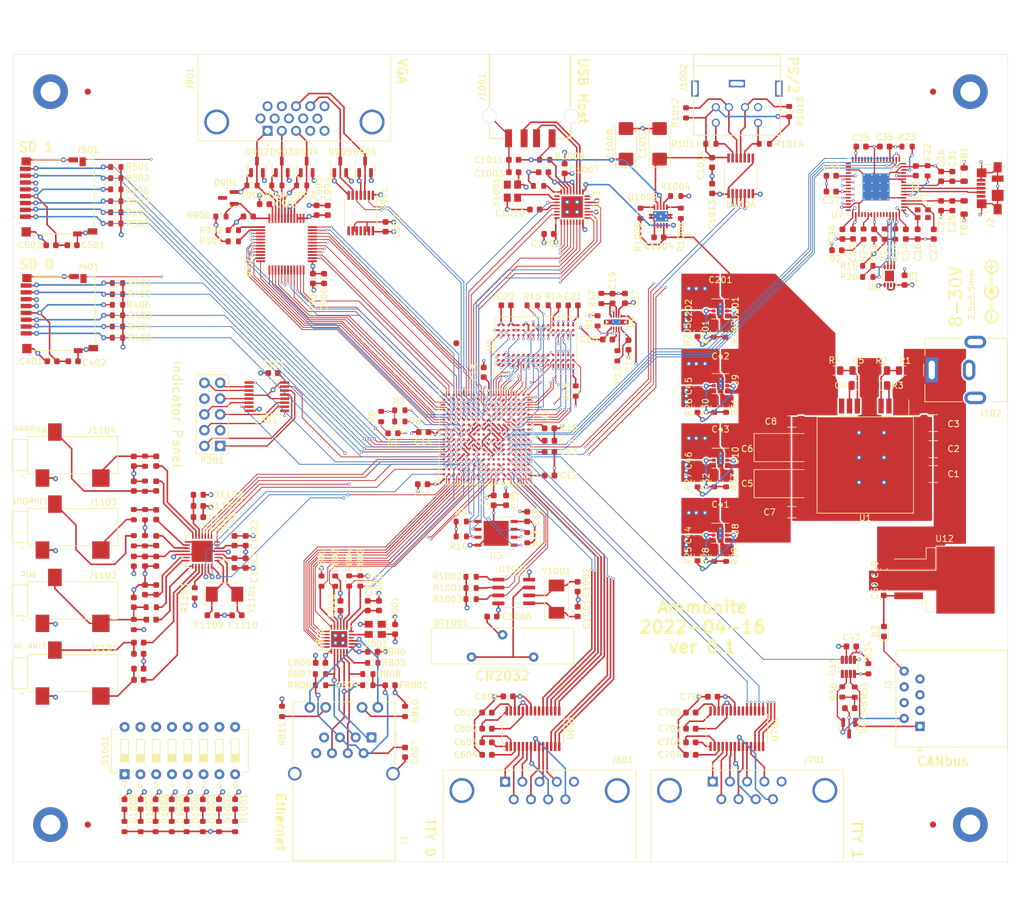
<source format=kicad_pcb>
(kicad_pcb (version 20211014) (generator pcbnew)
  (title_block (title "Ammonite") (date "2022-01-10") (rev "${Version}"))
  (layers (0 "F.Cu" signal) (1 "In1.Cu" power "GND.Cu") (2 "In2.Cu" signal) (3 "In3.Cu" signal) (4 "In4.Cu" power "Pwr.Cu") (31 "B.Cu" signal) (34 "B.Paste" user) (35 "F.Paste" user) (36 "B.SilkS" user "B.Silkscreen") (37 "F.SilkS" user "F.Silkscreen") (38 "B.Mask" user) (39 "F.Mask" user) (44 "Edge.Cuts" user))
  (property "Version" "0.1")
  (net 0 "")
  (net 1 "GND")
  (net 2 "Net-(BT1001-Pad1)")
  (net 3 "/3V3")
  (net 4 "Net-(C401-Pad1)")
  (net 5 "Net-(C501-Pad1)")
  (net 6 "Net-(C602-Pad2)")
  (net 7 "Net-(C602-Pad1)")
  (net 8 "Net-(C603-Pad2)")
  (net 9 "Net-(C603-Pad1)")
  (net 10 "Net-(C604-Pad1)")
  (net 11 "Net-(C605-Pad1)")
  (net 12 "Net-(C702-Pad2)")
  (net 13 "Net-(C702-Pad1)")
  (net 14 "Net-(C703-Pad2)")
  (net 15 "Net-(C703-Pad1)")
  (net 16 "Net-(C704-Pad1)")
  (net 17 "Net-(C705-Pad1)")
  (net 18 "Net-(C802-Pad1)")
  (net 19 "Net-(C807-Pad1)")
  (net 20 "Net-(C901-Pad2)")
  (net 21 "Net-(C903-Pad1)")
  (net 22 "Net-(C1001-Pad2)")
  (net 23 "Net-(C1002-Pad2)")
  (net 24 "/IO/5V_USB")
  (net 25 "Net-(C1009-Pad1)")
  (net 26 "Net-(C1010-Pad1)")
  (net 27 "/1V8")
  (net 28 "/VGA/vga_red")
  (net 29 "/VGA/vga_green")
  (net 30 "/VGA/vga_blue")
  (net 31 "Net-(D1001-Pad2)")
  (net 32 "Net-(D1002-Pad2)")
  (net 33 "Net-(D1003-Pad2)")
  (net 34 "Net-(D1004-Pad2)")
  (net 35 "Net-(D1005-Pad2)")
  (net 36 "Net-(D1006-Pad2)")
  (net 37 "Net-(D1007-Pad2)")
  (net 38 "Net-(D1008-Pad2)")
  (net 39 "/1V5")
  (net 40 "Net-(C19-Pad1)")
  (net 41 "Net-(R1006-Pad2)")
  (net 42 "/Memory1/VREF15")
  (net 43 "Net-(C24-Pad1)")
  (net 44 "Net-(C26-Pad2)")
  (net 45 "Net-(C27-Pad2)")
  (net 46 "Net-(C28-Pad1)")
  (net 47 "Net-(J601-Pad9)")
  (net 48 "Net-(J601-Pad8)")
  (net 49 "Net-(J601-Pad7)")
  (net 50 "Net-(J601-Pad6)")
  (net 51 "Net-(J601-Pad4)")
  (net 52 "Net-(J601-Pad3)")
  (net 53 "Net-(J601-Pad2)")
  (net 54 "Net-(J601-Pad1)")
  (net 55 "Net-(J701-Pad9)")
  (net 56 "Net-(J701-Pad8)")
  (net 57 "Net-(J701-Pad7)")
  (net 58 "Net-(J701-Pad6)")
  (net 59 "Net-(J701-Pad4)")
  (net 60 "Net-(J701-Pad3)")
  (net 61 "Net-(J701-Pad2)")
  (net 62 "Net-(J701-Pad1)")
  (net 63 "Net-(D1-Pad1)")
  (net 64 "Net-(D1-Pad2)")
  (net 65 "Net-(D2-Pad1)")
  (net 67 "/Programming/D-")
  (net 68 "Net-(J1001-Pad3)")
  (net 69 "Net-(J1001-Pad2)")
  (net 70 "Net-(J1002-Pad6)")
  (net 71 "Net-(J1002-Pad5)")
  (net 72 "Net-(J1002-Pad2)")
  (net 73 "Net-(J1002-Pad1)")
  (net 74 "/Blinkenlights/IPdata_P")
  (net 75 "/Blinkenlights/IPdata_N")
  (net 76 "/Blinkenlights/IPlatch_P")
  (net 77 "/Blinkenlights/IPlatch_N")
  (net 78 "/Blinkenlights/IPblank_P")
  (net 79 "/Blinkenlights/IPblank_N")
  (net 80 "/Blinkenlights/IPclk_P")
  (net 81 "/Blinkenlights/IPclk_N")
  (net 82 "Net-(R201-Pad2)")
  (net 83 "Net-(R203-Pad2)")
  (net 84 "Net-(R805-Pad1)")
  (net 85 "Net-(R901-Pad2)")
  (net 86 "Net-(R902-Pad2)")
  (net 87 "Net-(R1004-Pad1)")
  (net 88 "Net-(R1005-Pad2)")
  (net 89 "Net-(R1007-Pad1)")
  (net 90 "Net-(R1008-Pad1)")
  (net 91 "/Programming/D+")
  (net 93 "Net-(U801-Pad5)")
  (net 94 "/vga_sync")
  (net 95 "Net-(U1002-Pad5)")
  (net 96 "Net-(U1003-Pad26)")
  (net 100 "Net-(C1101-Pad1)")
  (net 101 "Net-(C1102-Pad1)")
  (net 102 "Net-(C1103-Pad1)")
  (net 103 "Net-(C1104-Pad2)")
  (net 104 "Net-(C1105-Pad2)")
  (net 105 "Net-(C1106-Pad1)")
  (net 106 "Net-(C1108-Pad2)")
  (net 107 "Net-(C1109-Pad1)")
  (net 108 "Net-(C1110-Pad1)")
  (net 109 "Net-(C1111-Pad1)")
  (net 110 "Net-(C1114-Pad1)")
  (net 111 "Net-(C1117-Pad2)")
  (net 112 "Net-(C1117-Pad1)")
  (net 113 "Net-(C1118-Pad2)")
  (net 114 "Net-(C1118-Pad1)")
  (net 115 "Net-(C1120-Pad2)")
  (net 116 "Net-(C1120-Pad1)")
  (net 117 "Net-(C1121-Pad2)")
  (net 118 "Net-(C1121-Pad1)")
  (net 119 "Net-(R1102-Pad1)")
  (net 120 "Net-(R1103-Pad1)")
  (net 121 "Net-(J1103-PadT)")
  (net 122 "Net-(J1103-PadR)")
  (net 123 "/VGA/hsync")
  (net 124 "/VGA/vsync")
  (net 125 "Net-(J1-Pad1)")
  (net 126 "Net-(J1-Pad3)")
  (net 127 "Net-(J1-Pad4)")
  (net 128 "Net-(J1-Pad6)")
  (net 129 "Net-(J1-Pad10)")
  (net 130 "Net-(J1-Pad11)")
  (net 131 "Net-(J1-Pad9)")
  (net 132 "Net-(J1-Pad12)")
  (net 133 "/Power/Vin")
  (net 134 "Net-(C4-Pad1)")
  (net 135 "Net-(R1-Pad2)")
  (net 136 "Net-(R3-Pad1)")
  (net 137 "Net-(R4-Pad2)")
  (net 139 "/5V0")
  (net 140 "/e0_refclk")
  (net 141 "/led_0")
  (net 142 "/led_1")
  (net 143 "/led_2")
  (net 144 "/led_3")
  (net 145 "/led_4")
  (net 146 "/led_5")
  (net 147 "/led_6")
  (net 148 "/led_7")
  (net 149 "/tty1_rxd")
  (net 150 "/tty1_ri")
  (net 151 "/tty1_dcd")
  (net 152 "/tty1_dsr")
  (net 153 "/tty1_cts")
  (net 154 "/tty1_txd")
  (net 155 "/tty1_dtr")
  (net 156 "/tty1_rts")
  (net 157 "/sd0_det")
  (net 158 "/sd0_dat1")
  (net 159 "/sd0_dat0")
  (net 160 "/sd0_clk")
  (net 161 "/sd0_cmd")
  (net 162 "/sd0_dat3")
  (net 163 "/sd0_dat2")
  (net 164 "/sd1_cmd")
  (net 165 "/sd1_dat1")
  (net 166 "/sd1_dat0")
  (net 167 "/sd1_clk")
  (net 168 "/sd1_dat3")
  (net 169 "/sd1_dat2")
  (net 170 "/e0_crs_dv")
  (net 171 "/e0_rxd1")
  (net 172 "/e0_rxer")
  (net 173 "/e0_rxd0")
  (net 174 "/rtc_scl")
  (net 175 "/rtc_sda")
  (net 176 "/rtc_mfp")
  (net 177 "/sw_0")
  (net 178 "/sw_1")
  (net 179 "/sw_2")
  (net 180 "/sw_3")
  (net 181 "/sw_4")
  (net 182 "/sw_5")
  (net 183 "/sw_6")
  (net 184 "/sw_7")
  (net 185 "/ip_data")
  (net 186 "/ip_latch")
  (net 187 "/ip_blank")
  (net 188 "/ip_clk")
  (net 189 "/tty0_rxd")
  (net 190 "/tty0_ri")
  (net 191 "/tty0_dcd")
  (net 192 "/tty0_dsr")
  (net 193 "/tty0_cts")
  (net 194 "/tty0_txd")
  (net 195 "/tty0_dtr")
  (net 196 "/tty0_rts")
  (net 197 "/e0_txd1")
  (net 198 "/e0_txd0")
  (net 199 "/e0_txen")
  (net 200 "/e0_rst")
  (net 201 "/e0_mdc")
  (net 202 "/e0_mdio")
  (net 203 "/vga_vs")
  (net 204 "/vga_hs")
  (net 205 "/vga_clock")
  (net 206 "/vga_blank")
  (net 207 "/kbd_clk")
  (net 208 "/kbd_data")
  (net 209 "/mouse_data")
  (net 210 "/mouse_clk")
  (net 211 "/sdclk")
  (net 212 "/sdin")
  (net 213 "/csb")
  (net 214 "/reclrc")
  (net 215 "/recdat")
  (net 216 "/pblrc")
  (net 217 "/pbdat")
  (net 218 "/bclk")
  (net 219 "/sd1_det")
  (net 221 "Net-(R7-Pad2)")
  (net 222 "/PROG_B")
  (net 223 "Net-(R9-Pad2)")
  (net 224 "Net-(R10-Pad2)")
  (net 225 "Net-(R11-Pad2)")
  (net 226 "Net-(R12-Pad1)")
  (net 227 "Net-(R13-Pad1)")
  (net 228 "Net-(R14-Pad1)")
  (net 229 "/Memory1/CK#")
  (net 230 "/Memory1/CK")
  (net 231 "/Memory1/RESET#")
  (net 232 "Net-(R18-Pad2)")
  (net 233 "Net-(R19-Pad2)")
  (net 234 "Net-(R20-Pad1)")
  (net 235 "Net-(R21-Pad2)")
  (net 236 "Net-(R22-Pad1)")
  (net 237 "Net-(R23-Pad1)")
  (net 238 "Net-(R24-Pad2)")
  (net 240 "/Memory1/BA1")
  (net 241 "/Memory1/A4")
  (net 242 "/Memory1/A6")
  (net 243 "/Memory1/A11")
  (net 244 "/Memory1/A8")
  (net 245 "/TXD")
  (net 247 "/~{DTR}")
  (net 248 "Net-(D4-Pad1)")
  (net 249 "Net-(D4-Pad2)")
  (net 250 "/usb_clk60")
  (net 251 "/usb0_resetb")
  (net 252 "/usb0_dir")
  (net 253 "/usb0_nxt")
  (net 254 "/Memory1/CKE")
  (net 255 "/Memory1/A10")
  (net 256 "/Memory1/A12")
  (net 257 "/Memory1/A1")
  (net 258 "/Memory1/A13")
  (net 260 "/~{CTS}")
  (net 261 "/usb0_stp")
  (net 262 "/Memory1/DQL5")
  (net 264 "/Memory1/A0")
  (net 265 "/Memory1/A7")
  (net 266 "/Memory1/A2")
  (net 267 "/~{RTS}")
  (net 268 "/~{DCD}")
  (net 269 "/~{RI}")
  (net 272 "/Memory1/DQL7")
  (net 273 "/Memory1/CAS#")
  (net 274 "/Memory1/WE#")
  (net 275 "/Memory1/A3")
  (net 276 "/Memory1/A9")
  (net 277 "/RXD")
  (net 278 "/~{DSR}")
  (net 280 "/Memory1/DQL3")
  (net 281 "/Memory1/DQL2")
  (net 282 "/Memory1/RAS#")
  (net 283 "/Memory1/BA0")
  (net 284 "/Memory1/BA2")
  (net 285 "/Memory1/A5")
  (net 286 "Net-(U2-PadE9)")
  (net 287 "/TCK")
  (net 288 "/TDI")
  (net 289 "/TMS")
  (net 290 "/TDO")
  (net 291 "/Memory1/DQL1")
  (net 292 "/Memory1/DQL6")
  (net 293 "/Memory1/DQL4")
  (net 294 "/Memory1/ODT")
  (net 295 "/Memory1/DML")
  (net 296 "/Memory1/DQSL#")
  (net 297 "/Memory1/DQU2")
  (net 298 "/Memory1/DQU0")
  (net 299 "/Memory1/DMU")
  (net 302 "/Memory1/DQL0")
  (net 303 "/Memory1/DQSL")
  (net 304 "/Memory1/DQSU#")
  (net 305 "/Memory1/DQU1")
  (net 306 "/Memory1/DQU3")
  (net 307 "/Memory1/DQU4")
  (net 308 "/Memory1/DQU5")
  (net 309 "/Memory1/DQSU")
  (net 311 "/Memory1/DQU6")
  (net 312 "/Memory1/DQU7")
  (net 314 "Net-(U2-PadK17)")
  (net 315 "Net-(U2-PadK18)")
  (net 356 "/vga_green0")
  (net 357 "/vga_green1")
  (net 358 "/vga_green2")
  (net 359 "/vga_green3")
  (net 360 "/vga_green4")
  (net 361 "/vga_green5")
  (net 362 "/vga_green6")
  (net 363 "/vga_green7")
  (net 364 "/vga_green8")
  (net 365 "/vga_green9")
  (net 366 "/vga_blue0")
  (net 367 "/vga_blue1")
  (net 368 "/vga_blue2")
  (net 369 "/vga_blue3")
  (net 370 "/vga_blue4")
  (net 371 "/vga_blue5")
  (net 372 "/vga_blue6")
  (net 373 "/vga_blue7")
  (net 374 "/vga_blue8")
  (net 375 "/vga_blue9")
  (net 376 "/vga_red0")
  (net 377 "/vga_red1")
  (net 378 "/vga_red2")
  (net 379 "/vga_red3")
  (net 380 "/vga_red4")
  (net 381 "/vga_red5")
  (net 382 "/vga_red6")
  (net 383 "/vga_red7")
  (net 384 "/vga_red8")
  (net 385 "/vga_red9")
  (net 386 "/usb0_d0")
  (net 387 "/usb0_d1")
  (net 388 "/usb0_d2")
  (net 389 "/usb0_d3")
  (net 390 "/usb0_d4")
  (net 391 "/usb0_d5")
  (net 392 "/usb0_d6")
  (net 393 "/usb0_d7")
  (net 404 "/1V0")
  (net 405 "/Programming/vcore")
  (net 406 "/IO/5V_PS2")
  (net 407 "Net-(R25-Pad2)")
  (net 408 "Net-(R26-Pad2)")
  (net 409 "Net-(R27-Pad2)")
  (net 410 "Net-(R28-Pad2)")
  (net 411 "Net-(R30-Pad2)")
  (net 412 "Net-(R32-Pad2)")
  (net 413 "Net-(C48-Pad1)")
  (net 414 "Net-(D3-Pad1)")
  (net 415 "/12V")
  (net 418 "/can_rs")
  (net 419 "/can_txd")
  (net 420 "/can_rxd")
  (footprint "myMods:TE-1775485" (layer "F.Cu") (at 138.7375 125.230001)
    (fp_text reference "BT1001")
    (fp_text value "3V")
  )
  (footprint "Capacitor_SMD:C_0603_1608Metric" (layer "F.Cu") (at 101.8 81.3 180)
    (fp_text reference "C301")
    (fp_text value "100nF")
  )
  (footprint "Capacitor_SMD:C_0603_1608Metric" (layer "F.Cu") (at 66.25 79.4125 180)
    (fp_text reference "C401")
    (fp_text value "100nF")
  )
  (footprint "Capacitor_SMD:C_0603_1608Metric" (layer "F.Cu") (at 69.65 79.4125)
    (fp_text reference "C402")
    (fp_text value "22uF")
  )
  (footprint "Capacitor_SMD:C_0603_1608Metric" (layer "F.Cu") (at 163.887499 59.449999 180)
    (fp_text reference "C1004")
    (fp_text value "100nF")
  )
  (footprint "Capacitor_SMD:C_0603_1608Metric" (layer "F.Cu") (at 137.025 120.5 180)
    (fp_text reference "C1006")
    (fp_text value "100nF")
  )
  (footprint "LED_SMD:LED_0603_1608Metric" (layer "F.Cu") (at 95.7 150.7125 -90)
    (fp_text reference "D1001")
    (fp_text value "green")
  )
  (footprint "LED_SMD:LED_0603_1608Metric" (layer "F.Cu") (at 93.1 150.7125 -90)
    (fp_text reference "D1002")
    (fp_text value "green")
  )
  (footprint "LED_SMD:LED_0603_1608Metric" (layer "F.Cu") (at 90.5 150.7375 -90)
    (fp_text reference "D1003")
    (fp_text value "green")
  )
  (footprint "LED_SMD:LED_0603_1608Metric" (layer "F.Cu") (at 87.9 150.7375 -90)
    (fp_text reference "D1004")
    (fp_text value "green")
  )
  (footprint "LED_SMD:LED_0603_1608Metric" (layer "F.Cu") (at 85.5 150.7375 -90)
    (fp_text reference "D1005")
    (fp_text value "green")
  )
  (footprint "LED_SMD:LED_0603_1608Metric" (layer "F.Cu") (at 82.9 150.7375 -90)
    (fp_text reference "D1006")
    (fp_text value "green")
  )
  (footprint "LED_SMD:LED_0603_1608Metric" (layer "F.Cu") (at 80.5 150.7375 -90)
    (fp_text reference "D1007")
    (fp_text value "green")
  )
  (footprint "LED_SMD:LED_0603_1608Metric" (layer "F.Cu") (at 77.899999 150.7375 -90)
    (fp_text reference "D1008")
    (fp_text value "green")
  )
  (footprint "Connector_BarrelJack:BarrelJack_CUI_PJ-063AH_Horizontal" (layer "F.Cu") (at 207.8 80.8 90)
    (fp_text reference "J102")
    (fp_text value "8-30V")
  )
  (footprint "Imports:AMPHENOL_1140084168" (layer "F.Cu") (at 62.95 71.7125 -90)
    (fp_text reference "J401")
    (fp_text value "Micro_SD_Card_Det")
  )
  (footprint "myMods:PinHeader_2x05_P2.54mm_Vertical_shrouded" (layer "F.Cu") (at 93.3 93.04 180)
    (fp_text reference "P301")
    (fp_text value "Indicator Panel")
  )
  (footprint "Resistor_SMD:R_0603_1608Metric" (layer "F.Cu") (at 76.775 66.8125 180)
    (fp_text reference "R401")
    (fp_text value "50k")
  )
  (footprint "Resistor_SMD:R_0603_1608Metric" (layer "F.Cu") (at 76.775 68.6125 180)
    (fp_text reference "R402")
    (fp_text value "50k")
  )
  (footprint "Resistor_SMD:R_0603_1608Metric" (layer "F.Cu") (at 76.775 72.0125 180)
    (fp_text reference "R403")
    (fp_text value "50k")
  )
  (footprint "Resistor_SMD:R_0603_1608Metric" (layer "F.Cu") (at 76.775 73.8125 180)
    (fp_text reference "R404")
    (fp_text value "50k")
  )
  (footprint "Resistor_SMD:R_0603_1608Metric" (layer "F.Cu") (at 76.775 75.6125 180)
    (fp_text reference "R405")
    (fp_text value "50k")
  )
  (footprint "Resistor_SMD:R_0603_1608Metric" (layer "F.Cu") (at 76.775 70.3125)
    (fp_text reference "R406")
    (fp_text value "4.7")
  )
  (footprint "Resistor_SMD:R_0603_1608Metric" (layer "F.Cu") (at 133.673527 115.900001)
    (fp_text reference "R1001")
    (fp_text value "4.7k")
  )
  (footprint "Resistor_SMD:R_0603_1608Metric" (layer "F.Cu") (at 133.673529 114.100001)
    (fp_text reference "R1002")
    (fp_text value "4.7k")
  )
  (footprint "Resistor_SMD:R_0603_1608Metric" (layer "F.Cu") (at 133.673528 117.700001)
    (fp_text reference "R1003")
    (fp_text value "4.7k")
  )
  (footprint "Resistor_SMD:R_0603_1608Metric" (layer "F.Cu") (at 166.6 52.8)
    (fp_text reference "R1004")
    (fp_text value "56.2k")
  )
  (footprint "Resistor_SMD:R_0603_1608Metric" (layer "F.Cu") (at 160.924999 55.5875 90)
    (fp_text reference "R1005")
    (fp_text value "100k")
  )
  (footprint "Resistor_SMD:R_0603_1608Metric" (layer "F.Cu") (at 167.424999 55.5875 90)
    (fp_text reference "R1006")
    (fp_text value "100k")
  )
  (footprint "Resistor_SMD:R_0603_1608Metric" (layer "F.Cu") (at 95.7 154.3125 90)
    (fp_text reference "R1016" hide)
    (fp_text value "240")
  )
  (footprint "Resistor_SMD:R_0603_1608Metric" (layer "F.Cu") (at 93.1 154.3125 90)
    (fp_text reference "R1017" hide)
    (fp_text value "240")
  )
  (footprint "Resistor_SMD:R_0603_1608Metric" (layer "F.Cu") (at 90.5 154.3125 90)
    (fp_text reference "R1018" hide)
    (fp_text value "240")
  )
  (footprint "Resistor_SMD:R_0603_1608Metric" (layer "F.Cu") (at 87.9 154.3125 90)
    (fp_text reference "R1019" hide)
    (fp_text value "240")
  )
  (footprint "Resistor_SMD:R_0603_1608Metric" (layer "F.Cu") (at 85.5 154.3125 90)
    (fp_text reference "R1020" hide)
    (fp_text value "240")
  )
  (footprint "Resistor_SMD:R_0603_1608Metric" (layer "F.Cu") (at 82.9 154.3125 90)
    (fp_text reference "R1021" hide)
    (fp_text value "240")
  )
  (footprint "Resistor_SMD:R_0603_1608Metric" (layer "F.Cu") (at 80.5 154.3125 90)
    (fp_text reference "R1022" hide)
    (fp_text value "240")
  )
  (footprint "Resistor_SMD:R_0603_1608Metric" (layer "F.Cu") (at 77.9 154.3125 90)
    (fp_text reference "R1023" hide)
    (fp_text value "240")
  )
  (footprint "Button_Switch_THT:SW_DIP_SPSTx08_Slide_6.7x21.88mm_W7.62mm_P2.54mm_LowProfile" (layer "F.Cu") (at 77.925 145.9 90)
    (fp_text reference "S1001")
    (fp_text value "Config")
  )
  (footprint "Package_SO:TSSOP-16_4.4x5mm_P0.65mm" (layer "F.Cu") (at 100.8 85.1)
    (fp_text reference "U301")
    (fp_text value "MAX3033E")
  )
  (footprint "Package_SO:SOIC-8_3.9x4.9mm_P1.27mm" (layer "F.Cu") (at 140.5375 116.465001 180)
    (fp_text reference "U1001")
    (fp_text value "MCP79411")
  )
  (footprint "Package_SON:VSON-10-1EP_3x3mm_P0.5mm_EP1.65x2.4mm_ThermalVias" (layer "F.Cu") (at 164.174999 56.075 90)
    (fp_text reference "U1002")
    (fp_text value "TPS2561")
  )
  (footprint "Crystal:Crystal_SMD_0603-2Pin_6.0x3.5mm" (layer "F.Cu") (at 147.4125 117.700001 90)
    (fp_text reference "Y1001")
    (fp_text value "32.768kHz")
  )
  (footprint "Capacitor_SMD:C_0603_1608Metric" (layer "F.Cu") (at 150.8125 119.712501 -90)
    (fp_text reference "C1001")
    (fp_text value "100nF")
  )
  (footprint "Capacitor_SMD:C_0603_1608Metric" (layer "F.Cu") (at 150.8125 115.687501 90)
    (fp_text reference "C1002")
    (fp_text value "100nF")
  )
  (footprint "Capacitor_SMD:C_0603_1608Metric" (layer "F.Cu") (at 123.045 142.36 -90)
    (fp_text reference "C807")
    (fp_text value "100n")
  )
  (footprint "Capacitor_SMD:C_1210_3225Metric" (layer "F.Cu") (at 208.041422 97.558579)
    (fp_text reference "C1")
    (fp_text value "10µF 50V")
  )
  (footprint "Capacitor_SMD:C_1210_3225Metric" (layer "F.Cu") (at 208.041422 93.55858)
    (fp_text reference "C2")
    (fp_text value "10µF 50V")
  )
  (footprint "Capacitor_SMD:C_1210_3225Metric" (layer "F.Cu") (at 208.041422 89.358577)
    (fp_text reference "C3")
    (fp_text value "10µF 50V")
  )
  (footprint "Capacitor_SMD:C_0805_2012Metric" (layer "F.Cu") (at 195.8375 83.3)
    (fp_text reference "C4")
    (fp_text value "470nF X7R 16V")
  )
  (footprint "Capacitor_Tantalum_SMD:CP_EIA-7343-31_Kemet-D" (layer "F.Cu") (at 183.6125 99.1)
    (fp_text reference "C5")
    (fp_text value "330µF 6.3V 0.015Ω")
  )
  (footprint "Capacitor_Tantalum_SMD:CP_EIA-7343-31_Kemet-D" (layer "F.Cu") (at 183.6125 93.299999)
    (fp_text reference "C6")
    (fp_text value "330µF 6.3V 0.015Ω")
  )
  (footprint "Capacitor_SMD:C_1206_3216Metric" (layer "F.Cu") (at 185.3 103.7)
    (fp_text reference "C7")
    (fp_text value "47nF 10V")
  )
  (footprint "Imports:CUI_SJ-3523-SMT-TR" (layer "F.Cu") (at 65.8 129.6)
    (fp_text reference "J1101")
    (fp_text value "Audio")
  )
  (footprint "Imports:CUI_SJ-3523-SMT-TR" (layer "F.Cu") (at 65.8 117.9)
    (fp_text reference "J1102")
    (fp_text value "Audio")
  )
  (footprint "Imports:CUI_SJ-3523-SMT-TR" (layer "F.Cu") (at 65.8 94.5)
    (fp_text reference "J1104")
    (fp_text value "Audio")
  )
  (footprint "Resistor_SMD:R_0805_2012Metric" (layer "F.Cu") (at 203.4375 80.9 180)
    (fp_text reference "R1")
    (fp_text value "42.2k")
  )
  (footprint "Resistor_SMD:R_0805_2012Metric" (layer "F.Cu") (at 199.699999 80.9 180)
    (fp_text reference "R2")
    (fp_text value "12.7k")
  )
  (footprint "Resistor_SMD:R_0805_2012Metric" (layer "F.Cu") (at 199.7 83.3 180)
    (fp_text reference "R3")
    (fp_text value "1.5k")
  )
  (footprint "Resistor_SMD:R_0805_2012Metric" (layer "F.Cu") (at 192.1625 80.9)
    (fp_text reference "R4")
    (fp_text value "5.62k")
  )
  (footprint "Resistor_SMD:R_0805_2012Metric" (layer "F.Cu") (at 195.9625 80.9)
    (fp_text reference "R5")
    (fp_text value "1.06k")
  )
  (footprint "Imports:CUI_SJ-3523-SMT-TR" (layer "F.Cu") (at 65.8 106.1)
    (fp_text reference "J1103")
    (fp_text value "Audio")
  )
  (footprint "Package_TO_SOT_SMD:Texas_NDY0011A" (layer "F.Cu") (at 197.1 94.100001 180)
    (fp_text reference "U1")
    (fp_text value "LMZ23610")
  )
  (footprint "Capacitor_SMD:C_0603_1608Metric" (layer "F.Cu") (at 80.2 124.699999)
    (fp_text reference "C1105" hide)
    (fp_text value "1µF")
  )
  (footprint "Capacitor_SMD:C_1206_3216Metric" (layer "F.Cu") (at 185.3 89.1)
    (fp_text reference "C8")
    (fp_text value "47nF 10V")
  )
  (footprint "Capacitor_Tantalum_SMD:CP_EIA-6032-28_Kemet-C" (layer "F.Cu") (at 164 44.4 90)
    (fp_text reference "C1012")
    (fp_text value "150µF 10V")
  )
  (footprint "Capacitor_Tantalum_SMD:CP_EIA-6032-28_Kemet-C" (layer "F.Cu") (at 158.6 44.4 90)
    (fp_text reference "C1008")
    (fp_text value "150µF 10V")
  )
  (footprint "Imports:AMPHENOL_1140084168" (layer "F.Cu") (at 62.8245 52.925659 -90)
    (fp_text reference "J501")
    (fp_text value "Micro_SD_Card_Det")
  )
  (footprint "Connector_RJ:RJ45_Wuerth_7499010121A_Horizontal" (layer "F.Cu") (at 117.645 139.96 -90)
    (fp_text reference "J1")
    (fp_text value "Wuerth_7499010121A")
  )
  (footprint "Resistor_SMD:R_0603_1608Metric" (layer "F.Cu") (at 109.6 114.8 -90)
    (fp_text reference "R801")
    (fp_text value "10k")
  )
  (footprint "Capacitor_SMD:C_0603_1608Metric" (layer "F.Cu") (at 79.4 99.512502 90)
    (fp_text reference "C1123" hide)
    (fp_text value "220pF")
  )
  (footprint "Package_TO_SOT_SMD:SOT-23" (layer "F.Cu") (at 99.214133 48.1 90)
    (fp_text reference "D902")
    (fp_text value "BAV99")
  )
  (footprint "Package_TO_SOT_SMD:SOT-23" (layer "F.Cu") (at 103.214132 48.1 90)
    (fp_text reference "D903")
    (fp_text value "BAV99")
  )
  (footprint "Inductor_SMD:L_0603_1608Metric" (layer "F.Cu") (at 79.4 111.599999 90)
    (fp_text reference "FB1101" hide)
    (fp_text value "Ferrite_Bead_Small")
  )
  (footprint "Capacitor_SMD:C_0603_1608Metric" (layer "F.Cu") (at 82.999999 95.487501 90)
    (fp_text reference "C1118" hide)
    (fp_text value "220µF")
  )
  (footprint "Capacitor_SMD:C_0603_1608Metric" (layer "F.Cu") (at 95.6 111.887501 -90)
    (fp_text reference "C1115" hide)
    (fp_text value "100nF")
  )
  (footprint "Resistor_SMD:R_0603_1608Metric" (layer "F.Cu") (at 115.845 114.7725 -90)
    (fp_text reference "R802")
    (fp_text value "10k")
  )
  (footprint "Resistor_SMD:R_0603_1608Metric" (layer "F.Cu") (at 117.0575 129.76 180)
    (fp_text reference "R808")
    (fp_text value "49.9")
  )
  (footprint "Package_QFP:LQFP-48_7x7mm_P0.5mm" (layer "F.Cu") (at 103.964133 60.55 90)
    (fp_text reference "U902")
    (fp_text value "ADV7125")
  )
  (footprint "Resistor_SMD:R_0603_1608Metric" (layer "F.Cu") (at 82.2125 119 180)
    (fp_text reference "R1102" hide)
    (fp_text value "680")
  )
  (footprint "Resistor_SMD:R_0603_1608Metric" (layer "F.Cu") (at 76.4995 57.225659 180)
    (fp_text reference "R505")
    (fp_text value "50k")
  )
  (footprint "Capacitor_SMD:C_0603_1608Metric" (layer "F.Cu") (at 79.399999 95.5 -90)
    (fp_text reference "C1124" hide)
    (fp_text value "220pF")
  )
  (footprint "Resistor_SMD:R_0603_1608Metric" (layer "F.Cu") (at 172.250001 44.400002)
    (fp_text reference "R1011")
    (fp_text value "1k")
  )
  (footprint "Package_SO:TSSOP-28_4.4x9.7mm_P0.65mm" (layer "F.Cu") (at 143.63 138.560331 90)
    (fp_text reference "U601")
    (fp_text value "MAX3243")
  )
  (footprint "Resistor_SMD:R_0603_1608Metric" (layer "F.Cu") (at 93.414133 56.1)
    (fp_text reference "R906")
    (fp_text value "1kΩ")
  )
  (footprint "Resistor_SMD:R_0603_1608Metric" (layer "F.Cu") (at 102.414133 51.099999)
    (fp_text reference "R904")
    (fp_text value "750Ω")
  )
  (footprint "Capacitor_SMD:C_0603_1608Metric" (layer "F.Cu") (at 112.645 118.7725 90)
    (fp_text reference "C803")
    (fp_text value "100n")
  )
  (footprint "Resistor_SMD:R_0603_1608Metric" (layer "F.Cu") (at 89.2 116.699999 -90)
    (fp_text reference "R1103")
    (fp_text value "680")
  )
  (footprint "Capacitor_SMD:C_0603_1608Metric" (layer "F.Cu") (at 119.914133 57.750001 90)
    (fp_text reference "C902")
    (fp_text value "100nF")
  )
  (footprint "Capacitor_SMD:C_0603_1608Metric" (layer "F.Cu") (at 97.826633 56.1 180)
    (fp_text reference "C903" hide)
    (fp_text value "1µF")
  )
  (footprint "Capacitor_SMD:C_0603_1608Metric" (layer "F.Cu") (at 110.614133 55.1 -90)
    (fp_text reference "C904")
    (fp_text value "100nF")
  )
  (footprint "Capacitor_SMD:C_0603_1608Metric" (layer "F.Cu") (at 108.814133 55.0875 -90)
    (fp_text reference "C905")
    (fp_text value "10nF")
  )
  (footprint "Capacitor_SMD:C_0603_1608Metric" (layer "F.Cu") (at 110.014133 66.0875 -90)
    (fp_text reference "C906")
    (fp_text value "100nF")
  )
  (footprint "Capacitor_SMD:C_0603_1608Metric" (layer "F.Cu") (at 108.214133 66.0875 -90)
    (fp_text reference "C907")
    (fp_text value "10nF")
  )
  (footprint "Resistor_SMD:R_0603_1608Metric" (layer "F.Cu") (at 95.414133 58.3)
    (fp_text reference "R902")
    (fp_text value "530Ω")
  )
  (footprint "Package_TO_SOT_SMD:SOT-23" (layer "F.Cu") (at 116.614133 48.1 90)
    (fp_text reference "D906")
    (fp_text value "BAV99")
  )
  (footprint "Capacitor_SMD:C_0603_1608Metric" (layer "F.Cu") (at 82.999999 99.5 -90)
    (fp_text reference "C1121" hide)
    (fp_text value "220µF")
  )
  (footprint "Resistor_SMD:R_0603_1608Metric" (layer "F.Cu") (at 111.8 114.8 90)
    (fp_text reference "R803")
    (fp_text value "10k")
  )
  (footprint "Resistor_SMD:R_0603_1608Metric" (layer "F.Cu") (at 106.414133 51.099999)
    (fp_text reference "R903")
    (fp_text value "750Ω")
  )
  (footprint "Resistor_SMD:R_0603_1608Metric" (layer "F.Cu") (at 103.245 135.7725 -90)
    (fp_text reference "R811")
    (fp_text value "270")
  )
  (footprint "Resistor_SMD:R_0603_1608Metric" (layer "F.Cu") (at 76.4995 51.725659)
    (fp_text reference "R506")
    (fp_text value "4.7")
  )
  (footprint "Resistor_SMD:R_0603_1608Metric" (layer "F.Cu") (at 81.2 95.487501 90)
    (fp_text reference "R1109" hide)
    (fp_text value "47k")
  )
  (footprint "Package_TO_SOT_SMD:SOT-23" (layer "F.Cu") (at 94.614133 53.1 180)
    (fp_text reference "D901")
    (fp_text value "AD1580")
  )
  (footprint "Capacitor_SMD:C_0603_1608Metric" (layer "F.Cu") (at 69.4745 60.725659)
    (fp_text reference "C501")
    (fp_text value "100nF")
  )
  (footprint "Capacitor_SMD:C_0603_1608Metric" (layer "F.Cu") (at 66.0745 60.725659 180)
    (fp_text reference "C502")
    (fp_text value "22uF")
  )
  (footprint "Capacitor_SMD:C_0603_1608Metric" (layer "F.Cu") (at 139.63 133.360331 180)
    (fp_text reference "C601")
    (fp_text value "100nF")
  )
  (footprint "Capacitor_SMD:C_0603_1608Metric" (layer "F.Cu") (at 136.23 138.560331)
    (fp_text reference "C602")
    (fp_text value "100nF")
  )
  (footprint "Capacitor_SMD:C_0603_1608Metric" (layer "F.Cu") (at 136.23 140.760331 180)
    (fp_text reference "C603")
    (fp_text value "100nF")
  )
  (footprint "Capacitor_SMD:C_0603_1608Metric" (layer "F.Cu") (at 136.23 142.760331 180)
    (fp_text reference "C604")
    (fp_text value "100nF")
  )
  (footprint "Capacitor_SMD:C_0603_1608Metric" (layer "F.Cu") (at 136.23 135.960331 180)
    (fp_text reference "C605")
    (fp_text value "100nF")
  )
  (footprint "Capacitor_SMD:C_0603_1608Metric" (layer "F.Cu") (at 172.5425 133.410331 180)
    (fp_text reference "C701")
    (fp_text value "100nF")
  )
  (footprint "Capacitor_SMD:C_0603_1608Metric" (layer "F.Cu") (at 169.03 138.560331)
    (fp_text reference "C702")
    (fp_text value "100nF")
  )
  (footprint "Capacitor_SMD:C_0603_1608Metric" (layer "F.Cu") (at 169.03 140.760332 180)
    (fp_text reference "C703")
    (fp_text value "100nF")
  )
  (footprint "Resistor_SMD:R_0603_1608Metric" (layer "F.Cu") (at 95.414133 60.1)
    (fp_text reference "R901")
    (fp_text value "4.7kΩ")
  )
  (footprint "Resistor_SMD:R_0603_1608Metric" (layer "F.Cu") (at 76.4995 53.625659 180)
    (fp_text reference "R503")
    (fp_text value "50k")
  )
  (footprint "myMods:MD-60SM" (layer "F.Cu") (at 176.450001 30.000001)
    (fp_text reference "J1002")
    (fp_text value "PS/2")
  )
  (footprint "Resistor_SMD:R_0603_1608Metric" (layer "F.Cu") (at 144.523022 51.17 180)
    (fp_text reference "R1007" hide)
    (fp_text value "8.06k")
  )
  (footprint "Capacitor_SMD:C_0603_1608Metric" (layer "F.Cu") (at 92.0125 120.3)
    (fp_text reference "C1109")
    (fp_text value "22pF")
  )
  (footprint "Capacitor_SMD:C_0603_1608Metric" (layer "F.Cu") (at 81.2 116.2 90)
    (fp_text reference "C1116" hide)
    (fp_text value "10µF")
  )
  (footprint "Package_TO_SOT_SMD:SOT-23" (layer "F.Cu") (at 107.214133 48.100001 90)
    (fp_text reference "D904")
    (fp_text value "BAV99")
  )
  (footprint "Package_TO_SOT_SMD:SOT-23" (layer "F.Cu") (at 112.614133 48.1 90)
    (fp_text reference "D905")
    (fp_text value "BAV99")
  )
  (footprint "Capacitor_SMD:C_0603_1608Metric" (layer "F.Cu") (at 140.535522 48.97 180)
    (fp_text reference "C1003")
    (fp_text value "10nF")
  )
  (footprint "Package_DFN_QFN:QFN-24-1EP_4x4mm_P0.5mm_EP2.6x2.6mm" (layer "F.Cu") (at 112.445 124.16 180)
    (fp_text reference "U801")
    (fp_text value "LAN8720A")
  )
  (footprint "Inductor_SMD:L_0603_1608Metric" (layer "F.Cu") (at 89.7875 100.9 180)
    (fp_text reference "FB1102")
    (fp_text value "Ferrite_Bead_Small")
  )
  (footprint "Resistor_SMD:R_0603_1608Metric" (layer "F.Cu") (at 114.045 114.7725 -90)
    (fp_text reference "R804")
    (fp_text value "10k")
  )
  (footprint "Resistor_SMD:R_0603_1608Metric" (layer "F.Cu") (at 184.850002 39.200002 90)
    (fp_text reference "R1013")
    (fp_text value "1k")
  )
  (footprint "Package_SO:TSSOP-28_4.4x9.7mm_P0.65mm" (layer "F.Cu") (at 176.43 138.560331 90)
    (fp_text reference "U701")
    (fp_text value "MAX3243")
  )
  (footprint "Package_SO:TSSOP-14_4.4x5mm_P0.65mm" (layer "F.Cu") (at 177.050002 49.550002 90)
    (fp_text reference "U1004")
    (fp_text value "TXS0104E")
  )
  (footprint "Capacitor_SMD:C_0603_1608Metric" (layer "F.Cu") (at 83 116.2 90)
    (fp_text reference "C1114" hide)
    (fp_text value "100nF")
  )
  (footprint "Capacitor_SMD:C_0603_1608Metric" (layer "F.Cu") (at 117.045001 118.760001 90)
    (fp_text reference "C804")
    (fp_text value "470pF")
  )
  (footprint "Capacitor_SMD:C_0603_1608Metric" (layer "F.Cu") (at 109.444999 127.960001 180)
    (fp_text reference "C805")
    (fp_text value "100n")
  )
  (footprint "Capacitor_SMD:C_0603_1608Metric" (layer "F.Cu") (at 117.845 126.16)
    (fp_text reference "C806")
    (fp_text value "100n")
  )
  (footprint "Capacitor_SMD:C_0603_1608Metric" (layer "F.Cu") (at 100.426633 54.1)
    (fp_text reference "C901")
    (fp_text value "100nF")
  )
  (footprint "Resistor_SMD:R_0603_1608Metric" (layer "F.Cu") (at 76.4995 55.425659 180)
    (fp_text reference "R504")
    (fp_text value "50k")
  )
  (footprint "Capacitor_SMD:C_0603_1608Metric" (layer "F.Cu") (at 172.450002 51.600002 -90)
    (fp_text reference "C1013")
    (fp_text value "100nF")
  )
  (footprint "MountingHole:MountingHole_3.2mm_M3_DIN965_Pad" (layer "F.Cu") (at 66 36 180)
    (fp_text reference "H104" hide)
    (fp_text value "MountingHole_Pad")
  )
  (footprint "Capacitor_SMD:C_0603_1608Metric" (layer "F.Cu") (at 80.199998 130.7)
    (fp_text reference "C1108" hide)
    (fp_text value "1µF")
  )
  (footprint "Fiducial:Fiducial_1mm_Mask3mm" (layer "F.Cu") (at 72 154 180)
    (fp_text reference "FID102" hide)
    (fp_text value "Fiducial")
  )
  (footprint "Fiducial:Fiducial_1mm_Mask3mm" (layer "F.Cu") (at 208 36.000001 180)
    (fp_text reference "FID103" hide)
    (fp_text value "Fiducial")
  )
  (footprint "Fiducial:Fiducial_1mm_Mask3mm" (layer "F.Cu") (at 72 35.999999 -90)
    (fp_text reference "FID104" hide)
    (fp_text value "Fiducial")
  )
  (footprint "Capacitor_SMD:C_0603_1608Metric" (layer "F.Cu") (at 80.199999 128.9)
    (fp_text reference "C1103" hide)
    (fp_text value "220pF")
  )
  (footprint "Oscillator:Oscillator_SMD_Abracon_ASE-4Pin_3.2x2.5mm" (layer "F.Cu") (at 118.245 122.56 180)
    (fp_text reference "X801")
    (fp_text value "ASE-25.000MHz")
  )
  (footprint "Inductor_SMD:L_0603_1608Metric" (layer "F.Cu") (at 120.645 131.56)
    (fp_text reference "FB801")
    (fp_text value "Ferrite_Bead_Small")
  )
  (footprint "Fiducial:Fiducial_1mm_Mask3mm" (layer "F.Cu") (at 208 154 180)
    (fp_text reference "FID101" hide)
    (fp_text value "Fiducial")
  )
  (footprint "Resistor_SMD:R_0603_1608Metric" (layer "F.Cu") (at 79.4 121.7875 90)
    (fp_text reference "R1101" hide)
    (fp_text value "47k")
  )
  (footprint "Connector_Dsub:DSUB-15-HD_Female_Horizontal_P2.29x1.98mm_EdgePinOffset8.35mm_Housed_MountingHolesOffset10.89mm" (layer "F.Cu") (at 100.924133 42.3 180)
    (fp_text reference "J901")
    (fp_text value "VGA")
  )
  (footprint "Package_DFN_QFN:QFN-32-1EP_5x5mm_P0.5mm_EP3.45x3.45mm" (layer "F.Cu") (at 149.923022 54.57 90)
    (fp_text reference "U1003")
    (fp_text value "USB3340")
  )
  (footprint "Capacitor_SMD:C_0603_1608Metric" (layer "F.Cu") (at 169.03 142.760331 180)
    (fp_text reference "C704")
    (fp_text value "100nF")
  )
  (footprint "Capacitor_SMD:C_0603_1608Metric" (layer "F.Cu") (at 169.03 135.960331 180)
    (fp_text reference "C705")
    (fp_text value "100nF")
  )
  (footprint "Capacitor_SMD:C_0603_1608Metric" (layer "F.Cu") (at 121.445 122.56 90)
    (fp_text reference "C801")
    (fp_text value "10nF")
  )
  (footprint "Capacitor_SMD:C_0603_1608Metric" (layer "F.Cu") (at 118.845001 118.759999 90)
    (fp_text reference "C802")
    (fp_text value "1uF")
  )
  (footprint "Capacitor_SMD:C_0603_1608Metric" (layer "F.Cu") (at 82.2 121)
    (fp_text reference "C1104" hide)
    (fp_text value "1µF")
  )
  (footprint "Oscillator:Oscillator_SMD_Abracon_ASE-4Pin_3.2x2.5mm" (layer "F.Cu") (at 140.323022 52.02 -90)
    (fp_text reference "X1001")
    (fp_text value "ASE-24.000MHz")
  )
  (footprint "Resistor_SMD:R_0603_1608Metric" (layer "F.Cu") (at 117.045 131.56 180)
    (fp_text reference "R809")
    (fp_text value "49.9")
  )
  (footprint "Resistor_SMD:R_0603_1608Metric" (layer "F.Cu") (at 123.045 135.7725 -90)
    (fp_text reference "R810")
    (fp_text value "270")
  )
  (footprint "Resistor_SMD:R_0603_1608Metric" (layer "F.Cu") (at 109.444999 129.76)
    (fp_text reference "R807")
    (fp_text value "49.9")
  )
  (footprint "Resistor_SMD:R_0603_1608Metric" (layer "F.Cu") (at 76.4995 49.925659 180)
    (fp_text reference "R502")
    (fp_text value "50k")
  )
  (footprint "Capacitor_SMD:C_0603_1608Metric" (layer "F.Cu") (at 95.9875 120.3 180)
    (fp_text reference "C1110")
    (fp_text value "22pF")
  )
  (footprint "MountingHole:MountingHole_3.2mm_M3_DIN965_Pad" (layer "F.Cu") (at 214 154.000001 180)
    (fp_text reference "H101" hide)
    (fp_text value "MountingHole_Pad")
  )
  (footprint "MountingHole:MountingHole_3.2mm_M3_DIN965_Pad" (layer "F.Cu") (at 66 154 180)
    (fp_text reference "H102" hide)
    (fp_text value "MountingHole_Pad")
  )
  (footprint "Capacitor_SMD:C_0603_1608Metric" (layer "F.Cu") (at 89.7875 104.5)
    (fp_text reference "C1106")
    (fp_text value "10µF")
  )
  (footprint "Capacitor_SMD:C_0603_1608Metric" (layer "F.Cu") (at 172.450002 47.400002 -90)
    (fp_text reference "C1014")
    (fp_text value "100nF")
  )
  (footprint "Resistor_SMD:R_0603_1608Metric" (layer "F.Cu") (at 76.4995 48.125659 180)
    (fp_text reference "R501")
    (fp_text value "50k")
  )
  (footprint "Capacitor_SMD:C_0603_1608Metric" (layer "F.Cu") (at 81.2 111.6 -90)
    (fp_text reference "C1111" hide)
    (fp_text value "10µF")
  )
  (footprint "Package_SO:TSSOP-14_4.4x5mm_P0.65mm" (layer "F.Cu") (at 115.914134 55.55 -90)
    (fp_text reference "U901")
    (fp_text value "74LVC125")
  )
  (footprint "Capacitor_SMD:C_0603_1608Metric" (layer "F.Cu") (at 95.599999 108.3 90)
    (fp_text reference "C1119" hide)
    (fp_text value "10µF")
  )
  (footprint "Resistor_SMD:R_0603_1608Metric" (layer "F.Cu") (at 180.850002 44.400002 180)
    (fp_text reference "R1014")
    (fp_text value "1k")
  )
  (footprint "Resistor_SMD:R_0603_1608Metric" (layer "F.Cu") (at 145.510522 46.97 180)
    (fp_text reference "R1008")
    (fp_text value "20k")
  )
  (footprint "Resistor_SMD:R_0603_1608Metric" (layer "F.Cu") (at 81.2 99.5125 -90)
    (fp_text reference "R1105" hide)
    (fp_text value "47k")
  )
  (footprint "Resistor_SMD:R_0603_1608Metric" (layer "F.Cu") (at 109.445001 131.56)
    (fp_text reference "R806")
    (fp_text value "49.9")
  )
  (footprint "Connector_Dsub:DSUB-9_Male_Horizontal_P2.77x2.84mm_EdgePinOffset9.90mm_Housed_MountingHolesOffset11.32mm" (layer "F.Cu") (at 172.55 147.069669)
    (fp_text reference "J701")
    (fp_text value "RS232")
  )
  (footprint "Capacitor_SMD:C_0603_1608Metric" (layer "F.Cu") (at 89.7875 102.7)
    (fp_text reference "C1107")
    (fp_text value "100nF")
  )
  (footprint "Imports:SSM2603CPZ-REEL7" (layer "F.Cu") (at 90.3979 109.999999 180)
    (fp_text reference "U1101")
    (fp_text value "SSM2603" hide)
  )
  (footprint "Capacitor_SMD:C_0603_1608Metric" (layer "F.Cu") (at 83 111.6 -90)
    (fp_text reference "C1112" hide)
    (fp_text value "100nF")
  )
  (footprint "Capacitor_SMD:C_0603_1608Metric" (layer "F.Cu") (at 97.4 111.9 -90)
    (fp_text reference "C1113")
    (fp_text value "10µF")
  )
  (footprint "Capacitor_SMD:C_0603_1608Metric" (layer "F.Cu") (at 145.323022 48.97 180)
    (fp_text reference "C1009" hide)
    (fp_text value "1uF")
  )
  (footprint "Capacitor_SMD:C_0603_1608Metric" (layer "F.Cu") (at 143.923022 54.97 180)
    (fp_text reference "C1010")
    (fp_text value "1uF")
  )
  (footprint "Capacitor_SMD:C_0603_1608Metric" (layer "F.Cu") (at 140.535522 46.97 180)
    (fp_text reference "C1011")
    (fp_text value "100nF")
  )
  (footprint "Capacitor_SMD:C_0603_1608Metric" (layer "F.Cu") (at 146.2 58.9 180)
    (fp_text reference "C1005")
    (fp_text value "100nF")
  )
  (footprint "Capacitor_SMD:C_0603_1608Metric" (layer "F.Cu") (at 148.723022 48.37 90)
    (fp_text reference "C1007")
    (fp_text value "100nF")
  )
  (footprint "MountingHole:MountingHole_3.2mm_M3_DIN965_Pad" (layer "F.Cu") (at 214 36 180)
    (fp_text reference "H103" hide)
    (fp_text value "MountingHole_Pad")
  )
  (footprint "Capacitor_SMD:C_0603_1608Metric" (layer "F.Cu") (at 79.4 118.2125 90)
    (fp_text reference "C1102" hide)
    (fp_text value "220pF")
  )
  (footprint "Crystal:Crystal_SMD_Abracon_ABM3-2Pin_5.0x3.2mm" (layer "F.Cu") (at 94 116.9)
    (fp_text reference "Y1101")
    (fp_text value "12.288 MHz")
  )
  (footprint "Resistor_SMD:R_0603_1608Metric" (layer "F.Cu") (at 98.414133 51.1)
    (fp_text reference "R905")
    (fp_text value "750Ω")
  )
  (footprint "Capacitor_SMD:C_0603_1608Metric" (layer "F.Cu") (at 80.2 126.5)
    (fp_text reference "C1101" hide)
    (fp_text value "220pF")
  )
  (footprint "Resistor_SMD:R_0603_1608Metric" (layer "F.Cu") (at 168.250002 39.412502 90)
    (fp_text reference "R1012")
    (fp_text value "1k")
  )
  (footprint "Capacitor_SMD:C_0603_1608Metric" (layer "F.Cu") (at 97.4 108.300001 90)
    (fp_text reference "C1122")
    (fp_text value "100nF")
  )
  (footprint "Connector_Dsub:DSUB-9_Male_Horizontal_P2.77x2.84mm_EdgePinOffset9.90mm_Housed_MountingHolesOffset11.32mm" (layer "F.Cu") (at 139.15 147.099669)
    (fp_text reference "J601")
    (fp_text value "RS232")
  )
  (footprint "Resistor_SMD:R_0603_1608Metric" (layer "F.Cu") (at 79.4 108.3 -90)
    (fp_text reference "R1108" hide)
    (fp_text value "100")
  )
  (footprint "Capacitor_SMD:C_0603_1608Metric" (layer "F.Cu") (at 83 104.1 90)
    (fp_text reference "C1117" hide)
    (fp_text value "1µF")
  )
  (footprint "Resistor_SMD:R_0603_1608Metric" (layer "F.Cu") (at 79.4 104.1 90)
    (fp_text reference "R1107" hide)
    (fp_text value "100")
  )
  (footprint "Capacitor_SMD:C_0603_1608Metric" (layer "F.Cu") (at 83 108.3 -90)
    (fp_text reference "C1120" hide)
    (fp_text value "1µF")
  )
  (footprint "Resistor_SMD:R_0603_1608Metric" (layer "F.Cu") (at 81.2 104.1 90)
    (fp_text reference "R1104" hide)
    (fp_text value "47k")
  )
  (footprint "Resistor_SMD:R_0603_1608Metric" (layer "F.Cu") (at 81.2 108.3 -90)
    (fp_text reference "R1106" hide)
    (fp_text value "47k")
  )
  (footprint "Resistor_SMD:R_0603_1608Metric" (layer "F.Cu") (at 117.8575 127.96)
    (fp_text reference "R805")
    (fp_text value "12.1k")
  )
  (footprint "Fiducial:Fiducial_1mm_Mask3mm" (layer "F.Cu") (at 131.3 76.5 -90)
    (fp_text reference "FID105" hide)
    (fp_text value "Fiducial")
  )
  (footprint "myMods:Amphenol_87583_USB_A" (layer "F.Cu") (at 143.2 39.92 180)
    (fp_text reference "J1001")
    (fp_text value "USB_A")
  )
  (footprint "Resistor_SMD:R_0603_1608Metric" (layer "F.Cu") (at 170.1 86.8 -90)
    (fp_text reference "R26")
    (fp_text value "499k 1%")
  )
  (footprint "Package_DFN_QFN:QFN-64-1EP_9x9mm_P0.5mm_EP4.35x4.35mm_ThermalVias" (layer "F.Cu") (at 198.825 51.3375 180)
    (fp_text reference "U7")
    (fp_text value "FT2232HQ")
  )
  (footprint "Capacitor_SMD:C_0603_1608Metric" (layer "F.Cu") (at 135.7 81.175 90)
    (fp_text reference "C15")
    (fp_text value "22µF 10V")
  )
  (footprint "Resistor_SMD:R_0603_1608Metric" (layer "F.Cu") (at 154.625 69.3 -90)
    (fp_text reference "R17")
    (fp_text value "10k")
  )
  (footprint "Capacitor_SMD:C_0603_1608Metric" (layer "F.Cu") (at 142.7 104.4 -90)
    (fp_text reference "C10")
    (fp_text value "100nF")
  )
  (footprint "Capacitor_SMD:C_0603_1608Metric" (layer "F.Cu") (at 191.625 49.5375 180)
    (fp_text reference "C33")
    (fp_text value "100nF")
  )
  (footprint "Capacitor_SMD:C_0603_1608Metric" (layer "F.Cu") (at 200.225 44.8375 180)
    (fp_text reference "C35")
    (fp_text value "100nF")
  )
  (footprint "Capacitor_SMD:C_0603_1608Metric" (layer "F.Cu") (at 125.875 99.2 180)
    (fp_text reference "C11")
    (fp_text value "22µF 10V")
  )
  (footprint "Package_DFN_QFN:DFN-8-1EP_3x2mm_P0.5mm_EP1.75x1.45mm" (layer "F.Cu") (at 200.9875 65.675 -90)
    (fp_text reference "U6")
    (fp_text value "93LC46C-I/MC")
  )
  (footprint "Capacitor_SMD:C_0603_1608Metric" (layer "F.Cu") (at 194.6 135.2625 180)
    (fp_text reference "C48")
    (fp_text value "47pF")
  )
  (footprint "Connector_USB:USB_Micro-B_Molex_47346-0001" (layer "F.Cu") (at 217.2 51.55 90)
    (fp_text reference "J2")
    (fp_text value "USB_microB")
  )
  (footprint "Resistor_SMD:R_0603_1608Metric" (layer "F.Cu") (at 195.4 132.6625 90)
    (fp_text reference "R35")
    (fp_text value "600 1%")
  )
  (footprint "Capacitor_SMD:C_0603_1608Metric" (layer "F.Cu") (at 193.425 58.9375 -90)
    (fp_text reference "C30")
    (fp_text value "3.3µF 6.3V")
  )
  (footprint "Capacitor_SMD:C_0603_1608Metric" (layer "F.Cu") (at 146.3 94)
    (fp_text reference "C13")
    (fp_text value "22µF 10V")
  )
  (footprint "Resistor_SMD:R_0603_1608Metric" (layer "F.Cu") (at 143.5 70.4 180)
    (fp_text reference "R15")
    (fp_text value "89 1%")
  )
  (footprint "Capacitor_SMD:C_0603_1608Metric" (layer "F.Cu") (at 203.425 66.3375 -90)
    (fp_text reference "C23")
    (fp_text value "100nF")
  )
  (footprint "Resistor_SMD:R_0603_1608Metric" (layer "F.Cu") (at 170.1 110.7 -90)
    (fp_text reference "R25")
    (fp_text value "499k 1%")
  )
  (footprint "Capacitor_SMD:C_0603_1608Metric" (layer "F.Cu") (at 194.85625 125.30875)
    (fp_text reference "C47")
    (fp_text value "100nF")
  )
  (footprint "Resistor_SMD:R_0603_1608Metric" (layer "F.Cu") (at 170.1 98.8 -90)
    (fp_text reference "R27")
    (fp_text value "499k 1%")
  )
  (footprint "Package_TO_SOT_SMD:SOT-23" (layer "F.Cu") (at 194.5 138.4625 -90)
    (fp_text reference "D4")
    (fp_text value "NUP2105L")
  )
  (footprint "Resistor_SMD:R_0603_1608Metric" (layer "F.Cu") (at 172.8 86.8 -90)
    (fp_text reference "R30")
    (fp_text value "143k 1%")
  )
  (footprint "Resistor_SMD:R_0603_1608Metric" (layer "F.Cu") (at 172.8 110.8 -90)
    (fp_text reference "R28")
    (fp_text value "200k 1%")
  )
  (footprint "myMods:Polarity_Center_Positive_5mm_SilkScreen" (layer "F.Cu") (at 217.4 68.2 90)
    (fp_text reference "REF**" hide)
    (fp_text value "Polarity_Center_Positive_5mm_SilkScreen" hide)
  )
  (footprint "Resistor_SMD:R_0603_1608Metric" (layer "F.Cu") (at 203.825 44.8375 180)
    (fp_text reference "R23")
    (fp_text value "1k")
  )
  (footprint "Package_LGA:Texas_SIL0008D_MicroSiP-8-1EP_2.8x3mm_P0.65mm_EP1.1x1.9mm_ThermalVias" (layer "F.Cu") (at 173.8 83 180)
    (fp_text reference "U9")
    (fp_text value "TPS82085")
  )
  (footprint "Capacitor_SMD:C_0603_1608Metric" (layer "F.Cu") (at 211.1 49.6375 90)
    (fp_text reference "C31")
    (fp_text value "4.7µF 6.3V")
  )
  (footprint "Capacitor_SMD:C_0603_1608Metric" (layer "F.Cu") (at 139.3 101.8 -90)
    (fp_text reference "C39")
    (fp_text value "10µF 10V")
  )
  (footprint "Capacitor_SMD:C_0603_1608Metric" (layer "F.Cu") (at 139.3 70.4 180)
    (fp_text reference "C22")
    (fp_text value "10µF 10V")
  )
  (footprint "Capacitor_SMD:C_0603_1608Metric" (layer "F.Cu") (at 146.3 92.2)
    (fp_text reference "C40")
    (fp_text value "10µF 10V")
  )
  (footprint "Capacitor_SMD:C_0603_1608Metric" (layer "F.Cu") (at 173.8 80 180)
    (fp_text reference "C42")
    (fp_text value "10µF 10V")
  )
  (footprint "Diode_SMD:D_0603_1608Metric" (layer "F.Cu") (at 200.1 122.9 90)
    (fp_text reference "D3")
    (fp_text value "D_Filled")
  )
  (footprint "Capacitor_SMD:C_0603_1608Metric" (layer "F.Cu") (at 146.3 97.8 180)
    (fp_text reference "C12")
    (fp_text value "22µF 10V")
  )
  (footprint "Resistor_SMD:R_0603_1608Metric" (layer "F.Cu") (at 150.5 84.2 90)
    (fp_text reference "R16")
    (fp_text value "47k")
  )
  (footprint "Resistor_SMD:R_0603_1608Metric" (layer "F.Cu") (at 119.2 88.3 -90)
    (fp_text reference "R6")
    (fp_text value "240")
  )
  (footprint "Resistor_SMD:R_0603_1608Metric" (layer "F.Cu") (at 197.5 65.8375 180)
    (fp_text reference "R20")
    (fp_text value "2.2k")
  )
  (footprint "Capacitor_SMD:C_0603_1608Metric" (layer "F.Cu") (at 196.425 44.8375)
    (fp_text reference "C36")
    (fp_text value "100nF")
  )
  (footprint "Capacitor_SMD:C_0603_1608Metric" (layer "F.Cu") (at 205.225 48.7375 90)
    (fp_text reference "C32")
    (fp_text value "100nF")
  )
  (footprint "Crystal:Crystal_SMD_Abracon_ABM10-4Pin_2.5x2.0mm" (layer "F.Cu") (at 206.355 55.6375 -90)
    (fp_text reference "Y1")
    (fp_text value "12 MHz")
  )
  (footprint "Capacitor_SMD:C_0603_1608Metric" (layer "F.Cu") (at 150.075 70.4)
    (fp_text reference "C21")
    (fp_text value "10µF 10V")
  )
  (footprint "Resistor_SMD:R_0603_1608Metric" (layer "F.Cu") (at 142.7 107.8 90)
    (fp_text reference "R11")
    (fp_text value "4.7k")
  )
  (footprint "Connector_RJ:RJ45_Amphenol_54602-x08_Horizontal" (layer "F.Cu") (at 205.9 138.1825 90)
    (fp_text reference "J3")
    (fp_text value "RJ45")
  )
  (footprint "Resistor_SMD:R_0603_1608Metric" (layer "F.Cu") (at 207.125 48.7375 90)
    (fp_text reference "R22")
    (fp_text value "12k 1%")
  )
  (footprint "Capacitor_SMD:C_0603_1608Metric" (layer "F.Cu") (at 170.1 95.4 90)
    (fp_text reference "C46")
    (fp_text value "22µF 10V")
  )
  (footprint "Capacitor_SMD:C_0603_1608Metric" (layer "F.Cu") (at 173.8 67.7 180)
    (fp_text reference "C201")
    (fp_text value "10µF 10V")
  )
  (footprint "Capacitor_SMD:C_0603_1608Metric" (layer "F.Cu") (at 209.3 54.3625 -90)
    (fp_text reference "C24")
    (fp_text value "100nF")
  )
  (footprint "Package_BGA:BGA-96_9.0x13.0mm_Layout2x3x16_P0.8mm" (layer "F.Cu") (at 144.100007 76.8 90)
    (fp_text reference "U5")
    (fp_text value "MT41J128M16JT-125")
  )
  (footprint "Capacitor_SMD:C_0603_1608Metric" (layer "F.Cu") (at 137.3 101.8 90)
    (fp_text reference "C9")
    (fp_text value "22µF 10V")
  )
  (footprint "Capacitor_SMD:C_0603_1608Metric" (layer "F.Cu") (at 158.425 69.275 90)
    (fp_text reference "C17")
    (fp_text value "10µF 10V")
  )
  (footprint "Resistor_SMD:R_0603_1608Metric" (layer "F.Cu") (at 154.025 72.9 90)
    (fp_text reference "R13")
    (fp_text value "10k")
  )
  (footprint "Resistor_SMD:R_0603_1608Metric" (layer "F.Cu") (at 196.825 58.9375 90)
    (fp_text reference "R24")
    (fp_text value "240")
  )
  (footprint "Resistor_SMD:R_0603_1608Metric" (layer "F.Cu") (at 157.2 78.525 -90)
    (fp_text reference "R12")
    (fp_text value "10k")
  )
  (footprint "Package_LGA:Texas_SIL0008D_MicroSiP-8-1EP_2.8x3mm_P0.65mm_EP1.1x1.9mm_ThermalVias" (layer "F.Cu") (at 173.7625 107.075 180)
    (fp_text reference "U8")
    (fp_text value "TPS82085")
  )
  (footprint "Resistor_SMD:R_0603_1608Metric" (layer "F.Cu") (at 174.7 98.8 90)
    (fp_text reference "R33")
    (fp_text value "162k 1%")
  )
  (footprint "Capacitor_SMD:C_0603_1608Metric" (layer "F.Cu") (at 170.1 83.4 90)
    (fp_text reference "C45")
    (fp_text value "22µF 10V")
  )
  (footprint "Resistor_SMD:R_0603_1608Metric" (layer "F.Cu") (at 200.225 58.9375 90)
    (fp_text reference "R21")
    (fp_text value "10k")
  )
  (footprint "Capacitor_SMD:C_0603_1608Metric" (layer "F.Cu") (at 159 76.775 -90)
    (fp_text reference "C18")
    (fp_text value "100nF")
  )
  (footprint "Package_LGA:Texas_SIL0008D_MicroSiP-8-1EP_2.8x3mm_P0.65mm_EP1.1x1.9mm_ThermalVias" (layer "F.Cu") (at 173.7625 70.975 180)
    (fp_text reference "U201")
    (fp_text value "TPS82085")
  )
  (footprint "Resistor_SMD:R_0603_1608Metric" (layer "F.Cu") (at 132.1 105.2)
    (fp_text reference "R9")
    (fp_text value "2.4k")
  )
  (footprint "Resistor_SMD:R_0603_1608Metric" (layer "F.Cu") (at 193.4 132.6375 90)
    (fp_text reference "R36")
    (fp_text value "600 1%")
  )
  (footprint "Resistor_SMD:R_0603_1608Metric" (layer "F.Cu") (at 201.925 58.9375 90)
    (fp_text reference "R19")
    (fp_text value "10k")
  )
  (footprint "Capacitor_SMD:C_0603_1608Metric" (layer "F.Cu") (at 200.075 112.925 -90)
    (fp_text reference "C49")
    (fp_text value ".33µF 40V")
  )
  (footprint "LED_SMD:LED_0603_1608Metric" (layer "F.Cu") (at 121.1 91 180)
    (fp_text reference "D1")
    (fp_text value "green")
  )
  (footprint "Package_LGA:Texas_SIL0008D_MicroSiP-8-1EP_2.8x3mm_P0.65mm_EP1.1x1.9mm_ThermalVias" (layer "F.Cu") (at 173.8 95 180)
    (fp_text reference "U10")
    (fp_text value "TPS82085")
  )
  (footprint "Capacitor_SMD:C_0603_1608Metric" (layer "F.Cu") (at 198.525 58.9375 -90)
    (fp_text reference "C38")
    (fp_text value "100nF")
  )
  (footprint "Capacitor_SMD:C_0603_1608Metric" (layer "F.Cu") (at 126.025 90.8)
    (fp_text reference "C14")
    (fp_text value "22µF 10V")
  )
  (footprint "Capacitor_SMD:C_0603_1608Metric" (layer "F.Cu") (at 211.1 54.3625 -90)
    (fp_text reference "C25")
    (fp_text value "4.7µF 6.3V")
  )
  (footprint "Package_TO_SOT_SMD:SOT-23-8" (layer "F.Cu") (at 194.38125 128.60875 -90)
    (fp_text reference "U11")
    (fp_text value "MAX3051")
  )
  (footprint "Resistor_SMD:R_0603_1608Metric" (layer "F.Cu") (at 174.7 86.8 90)
    (fp_text reference "R31")
    (fp_text value "162k 1%")
  )
  (footprint "Inductor_SMD:L_0805_2012Metric" (layer "F.Cu") (at 213 49.35 90)
    (fp_text reference "FB1")
    (fp_text value "220Ω @ 100MHz 40mΩ")
  )
  (footprint "Resistor_SMD:R_0603_1608Metric" (layer "F.Cu") (at 122.2 89.1)
    (fp_text reference "R8")
    (fp_text value "4.7k")
  )
  (footprint "LED_SMD:LED_0603_1608Metric" (layer "F.Cu") (at 192.525 61.5375 180)
    (fp_text reference "D2")
    (fp_text value "green")
  )
  (footprint "Capacitor_SMD:C_0603_1608Metric" (layer "F.Cu") (at 173.8 91.9 180)
    (fp_text reference "C43")
    (fp_text value "10µF 10V")
  )
  (footprint "Capacitor_SMD:C_0603_1608Metric" (layer "F.Cu") (at 155.625 75.9)
    (fp_text reference "C20")
    (fp_text value "220nF")
  )
  (footprint "Capacitor_SMD:C_0603_1608Metric" (layer "F.Cu") (at 195.125 58.9375 -90)
    (fp_text reference "C29")
    (fp_text value "100nF")
  )
  (footprint "Capacitor_SMD:C_0603_1608Metric" (layer "F.Cu") (at 170.1 71.3 90)
    (fp_text reference "C202")
    (fp_text value "22µF 10V")
  )
  (footprint "Capacitor_SMD:C_0603_1608Metric" (layer "F.Cu") (at 208.125 58.9375 90)
    (fp_text reference "C27")
    (fp_text value "8pF")
  )
  (footprint "Resistor_SMD:R_0603_1608Metric" (layer "F.Cu") (at 172.7 74.7 -90)
    (fp_text reference "R201")
    (fp_text value "511k")
  )
  (footprint "Capacitor_SMD:C_0603_1608Metric" (layer "F.Cu") (at 200.075 116.325 90)
    (fp_text reference "C50")
    (fp_text value ".1µF")
  )
  (footprint "Resistor_SMD:R_0603_1608Metric" (layer "F.Cu") (at 197.6 128.9 90)
    (fp_text reference "R34")
    (fp_text value "75k")
  )
  (footprint "Resistor_SMD:R_0603_1608Metric" (layer "F.Cu") (at 174.6 74.725 90)
    (fp_text reference "R202")
    (fp_text value "162k")
  )
  (footprint "Package_DFN_QFN:DFN-8-1EP_6x5mm_P1.27mm_EP4x4mm" (layer "F.Cu") (at 137.7 107.1)
    (fp_text reference "U3")
    (fp_text value "MT25Q")
  )
  (footprint "Resistor_SMD:R_0603_1608Metric" (layer "F.Cu") (at 122.2 87.3)
    (fp_text reference "R7")
    (fp_text value "4.7k")
  )
  (footprint "Capacitor_SMD:C_0603_1608Metric" (layer "F.Cu") (at 203.625 58.9375 -90)
    (fp_text reference "C34")
    (fp_text value "100nF")
  )
  (footprint "Package_TO_SOT_SMD:TO-263-3_TabPin2" (layer "F.Cu") (at 209.85 114.625)
    (fp_text reference "U12")
    (fp_text value "uA7812")
  )
  (footprint "Resistor_SMD:R_0603_1608Metric" (layer "F.Cu") (at 170.1 74.6 -90)
    (fp_text reference "R203")
    (fp_text value "499k")
  )
  (footprint "Capacitor_SMD:C_0603_1608Metric" (layer "F.Cu") (at 205.525 58.9375 90)
    (fp_text reference "C26")
    (fp_text value "8pF")
  )
  (footprint "Package_BGA:Xilinx_CSG324" (layer "F.Cu") (at 136.1 91.6 -90)
    (fp_text reference "U2")
    (fp_text value "XC7A75T-1CSG324")
  )
  (footprint "Capacitor_SMD:C_0603_1608Metric" (layer "F.Cu") (at 170.1 107.4 90)
    (fp_text reference "C44")
    (fp_text value "22µF 10V")
  )
  (footprint "Capacitor_SMD:C_0603_1608Metric" (layer "F.Cu") (at 209.3 49.6375 90)
    (fp_text reference "C28")
    (fp_text value "100nF")
  )
  (footprint "Resistor_SMD:R_0603_1608Metric" (layer "F.Cu") (at 172.8 98.8 -90)
    (fp_text reference "R32")
    (fp_text value "40.2 1%")
  )
  (footprint "myMods:WSON-10-1EP_2x2mm_P0.4mm_EP0.9x1.5mm_ThermalVias" (layer "F.Cu") (at 157.025 73.1 -90)
    (fp_text reference "U4")
    (fp_text value "TPS51206")
  )
  (footprint "Capacitor_SMD:C_0603_1608Metric" (layer "F.Cu") (at 156.425 69.3 90)
    (fp_text reference "C19")
    (fp_text value "10µF 10V")
  )
  (footprint "Capacitor_SMD:C_0603_1608Metric" (layer "F.Cu") (at 146.275 90.2)
    (fp_text reference "C16")
    (fp_text value "22µF 10V")
  )
  (footprint "Inductor_SMD:L_0805_2012Metric" (layer "F.Cu") (at 213 54.65 -90)
    (fp_text reference "FB2")
    (fp_text value "220Ω @ 100MHz 40mΩ")
  )
  (footprint "Resistor_SMD:R_0603_1608Metric" (layer "F.Cu") (at 197.5 64.0375)
    (fp_text reference "R18")
    (fp_text value "10k")
  )
  (footprint "Resistor_SMD:R_0603_1608Metric" (layer "F.Cu") (at 132.1 107.6)
    (fp_text reference "R10")
    (fp_text value "4.7k")
  )
  (footprint "Capacitor_SMD:C_0603_1608Metric" (layer "F.Cu") (at 173.8 103.9 180)
    (fp_text reference "C41")
    (fp_text value "10µF 10V")
  )
  (footprint "Capacitor_SMD:C_0603_1608Metric" (layer "F.Cu") (at 191.625 52.0875 180)
    (fp_text reference "C37")
    (fp_text value "100nF")
  )
  (footprint "Resistor_SMD:R_0603_1608Metric" (layer "F.Cu") (at 146.9 70.4)
    (fp_text reference "R14")
    (fp_text value "240")
  )
  (footprint "Resistor_SMD:R_0603_1608Metric" (layer "F.Cu") (at 174.7 110.8 90)
    (fp_text reference "R29")
    (fp_text value "162k 1%")
  )
  (gr_line (start 60 160) (end 60 30) (layer "Edge.Cuts") (width 0.05))
  (gr_line (start 60 30) (end 220 30) (layer "Edge.Cuts") (width 0.05))
  (gr_line (start 220 30) (end 220 160) (layer "Edge.Cuts") (width 0.05))
  (gr_line (start 220 160) (end 60 160) (layer "Edge.Cuts") (width 0.05))
  (gr_text "Phones" (at 62.7 90.3 180) (layer "F.SilkS") (effects (font (size 1 1))))
  (gr_text "Mic" (at 62.4 113.7 180) (layer "F.SilkS") (effects (font (size 1 1))))
  (gr_text "Line In" (at 62.7 125.3 180) (layer "F.SilkS") (effects (font (size 1 1))))
  (gr_text "LineOut" (at 62.7 101.9 180) (layer "F.SilkS") (effects (font (size 1 1))))
  (gr_text "2.5x5.5mm" (at 214.2 68.7 90) (layer "F.SilkS") (effects (font (size 1 1))))
  (gr_text "USB Host" (at 151.7 35.9 -90) (layer "F.SilkS") (effects (font (size 1.5 1.5) (thickness 0.3))))
  (gr_text "SD 1" (at 63.6745 44.925659) (layer "F.SilkS") (effects (font (size 1.5 1.5) (thickness 0.3))))
  (gr_text "SD 0" (at 63.75 63.8125) (layer "F.SilkS") (effects (font (size 1.5 1.5) (thickness 0.3))))
  (gr_text "8-30V" (at 211.7 69 90) (layer "F.SilkS") (effects (font (size 2 2) (thickness 0.3))))
  (gr_text "Ammonite\n2022-04-16\nver ${Version}" (at 170.9 122.2) (layer "F.SilkS") (effects (font (size 2 2) (thickness 0.4))))
  (gr_text "VGA" (at 122.6 32.7 -90) (layer "F.SilkS") (effects (font (size 1.5 1.5) (thickness 0.3))))
  (segment (start 68.2 65.7625) (end 62.45 65.7625) (width 0.25) (layer "F.Cu") (net 1))
  (segment (start 68.0745 46.975659) (end 62.3245 46.975659) (width 0.25) (layer "F.Cu") (net 1))
  (segment (start 71.6245 58.725659) (end 70.4995 58.725659) (width 0.25) (layer "F.Cu") (net 1))
  (segment (start 71.75 77.5125) (end 70.625 77.5125) (width 0.25) (layer "F.Cu") (net 1))
  (segment (start 94 120.3) (end 95.2 120.3) (width 0.25) (layer "F.Cu") (net 1))
  (segment (start 96.826633 56.1) (end 95.920383 57.00625) (width 0.25) (layer "F.Cu") (net 1))
  (segment (start 105.626633 51.1) (end 105.626633 49.7375) (width 0.25) (layer "F.Cu") (net 1))
  (segment (start 105.626633 49.7375) (end 106.264133 49.1) (width 0.25) (layer "F.Cu") (net 1))
  (segment (start 104.420383 52.30625) (end 105.626633 51.1) (width 0.25) (layer "F.Cu") (net 1))
  (segment (start 102.314133 52.4) (end 101.626633 51.7125) (width 0.25) (layer "F.Cu") (net 1))
  (segment (start 95.920383 57.00625) (end 94.626633 58.3) (width 0.25) (layer "F.Cu") (net 1))
  (segment (start 172.450002 49.600002) (end 172.450002 50.812502) (width 0.25) (layer "F.Cu") (net 1))
  (segment (start 203.425 65.5625) (end 203.425 64.5375) (width 0.2) (layer "F.Cu") (net 1))
  (segment (start 215.825 49.0625) (end 217.5125 49.0625) (width 0.2) (layer "F.Cu") (net 1))
  (segment (start 116.9875 58.4125) (end 117.214134 58.4125) (width 0.2) (layer "F.Cu") (net 1))
  (segment (start 141.355 134.945) (end 141.939669 134.360331) (width 0.25) (layer "F.Cu") (net 1))
  (segment (start 137.3 91.2) (end 138.1 92) (width 0.25) (layer "F.Cu") (net 1))
  (segment (start 211.1 48.8625) (end 209.3 48.8625) (width 0.2) (layer "F.Cu") (net 1))
  (segment (start 103.714133 54.773012) (end 103.689123 54.748002) (width 0.25) (layer "F.Cu") (net 1))
  (segment (start 195.63125 125.30875) (end 195.63125 126.28375) (width 0.2) (layer "F.Cu") (net 1))
  (segment (start 203.275 55.375) (end 203.8 55.9) (width 0.2) (layer "F.Cu") (net 1))
  (segment (start 130.9 97.6) (end 130.5 98) (width 0.25) (layer "F.Cu") (net 1))
  (segment (start 144.5 79.2) (end 144.1 79.6) (width 0.25) (layer "F.Cu") (net 1))
  (segment (start 150.5 82.2) (end 150.5 83.375) (width 0.25) (layer "F.Cu") (net 1))
  (segment (start 142.9 85.6) (end 143.5 85.6) (width 0.25) (layer "F.Cu") (net 1))
  (segment (start 69.8 65.7625) (end 68.2 65.7625) (width 0.25) (layer "F.Cu") (net 1))
  (segment (start 134.23 137.172831) (end 134.23 141.547831) (width 0.25) (layer "F.Cu") (net 1))
  (segment (start 148.5 73.6) (end 148.5 73) (width 0.25) (layer "F.Cu") (net 1))
  (segment (start 133.3 92) (end 132.9 92.4) (width 0.25) (layer "F.Cu") (net 1))
  (segment (start 150.1 81.8) (end 150.5 82.2) (width 0.25) (layer "F.Cu") (net 1))
  (segment (start 140.5 92.8) (end 140.9 93.2) (width 0.25) (layer "F.Cu") (net 1))
  (segment (start 111.664133 50.35) (end 113.914133 52.6) (width 0.25) (layer "F.Cu") (net 1))
  (segment (start 194.375 48.5875) (end 196.075 48.5875) (width 0.2) (layer "F.Cu") (net 1))
  (segment (start 205.525 59.7125) (end 208.125 59.7125) (width 0.2) (layer "F.Cu") (net 1))
  (segment (start 203.275 48.0875) (end 202.863027 48.0875) (width 0.2) (layer "F.Cu") (net 1))
  (segment (start 175.455 135.710331) (end 175.455 134.785331) (width 0.25) (layer "F.Cu") (net 1))
  (segment (start 141.3 80) (end 140.9 80.4) (width 0.25) (layer "F.Cu") (net 1))
  (segment (start 146.9 72.2) (end 146.9 73) (width 0.25) (layer "F.Cu") (net 1))
  (segment (start 215.825 55.575) (end 215.6 55.8) (width 0.2) (layer "F.Cu") (net 1))
  (segment (start 198.575 46.8875) (end 198.575 44.8875) (width 0.2) (layer "F.Cu") (net 1))
  (segment (start 139.523022 54.97) (end 139.498022 54.945) (width 0.25) (layer "F.Cu") (net 1))
  (segment (start 138.2425 123.430001) (end 136.25 121.437501) (width 0.25) (layer "F.Cu") (net 1))
  (segment (start 81.2 96.275001) (end 79.412498 96.275001) (width 0.25) (layer "F.Cu") (net 1))
  (segment (start 114.9125 57.3875) (end 114.9125 58.4125) (width 0.2) (layer "F.Cu") (net 1))
  (segment (start 63.651082 69.4125) (end 63.737881 69.499299) (width 0.25) (layer "F.Cu") (net 1))
  (segment (start 209.3 48.8625) (end 208.35 47.9125) (width 0.2) (layer "F.Cu") (net 1))
  (segment (start 193.3125 54.5875) (end 193.3 54.6) (width 0.2) (layer "F.Cu") (net 1))
  (segment (start 133.3 90.4) (end 132.9 90.8) (width 0.25) (layer "F.Cu") (net 1))
  (segment (start 135.7 92.8) (end 136.5 93.6) (width 0.25) (layer "F.Cu") (net 1))
  (segment (start 139.760522 43.560522) (end 139.760522 48.97) (width 0.2) (layer "F.Cu") (net 1))
  (segment (start 86.200002 110.499998) (end 85.8 110.9) (width 0.25) (layer "F.Cu") (net 1))
  (segment (start 140.5 80) (end 140.12875 80.37125) (width 0.25) (layer "F.Cu") (net 1))
  (segment (start 172.450002 48.187502) (end 172.450002 49.600002) (width 0.25) (layer "F.Cu") (net 1))
  (segment (start 119.914133 56.962501) (end 121.176634 56.962501) (width 0.25) (layer "F.Cu") (net 1))
  (segment (start 136.25 121.437501) (end 136.25 120.5) (width 0.25) (layer "F.Cu") (net 1))
  (segment (start 66.7 98.2) (end 66.8 98.3) (width 0.25) (layer "F.Cu") (net 1))
  (segment (start 134.5 90.8) (end 134.9 90.4) (width 0.25) (layer "F.Cu") (net 1))
  (segment (start 133.3 98.4) (end 132.900012 98.799988) (width 0.25) (layer "F.Cu") (net 1))
  (segment (start 139.3 102.55) (end 137.3 102.55) (width 0.254) (layer "F.Cu") (net 1))
  (segment (start 117.864134 52.6) (end 119.114133 52.6) (width 0.25) (layer "F.Cu") (net 1))
  (segment (start 115.914134 50.600001) (end 115.664133 50.35) (width 0.25) (layer "F.Cu") (net 1))
  (segment (start 135.005 109) (end 133.5 109) (width 0.25) (layer "F.Cu") (net 1))
  (segment (start 139.7 95.2) (end 140.1 95.6) (width 0.25) (layer "F.Cu") (net 1))
  (segment (start 203.275 48.0875) (end 205.1 48.0875) (width 0.2) (layer "F.Cu") (net 1))
  (segment (start 80.9875 126.5) (end 80.9875 127.6875) (width 0.25) (layer "F.Cu") (net 1))
  (segment (start 98.575001 112.675001) (end 98.6 112.7) (width 0.25) (layer "F.Cu") (net 1))
  (segment (start 124.3 90.78) (end 124.1 90.98) (width 0.254) (layer "F.Cu") (net 1))
  (segment (start 107.614133 56.1) (end 108.589133 56.1) (width 0.25) (layer "F.Cu") (net 1))
  (segment (start 142.7 103.625) (end 141.525 103.625) (width 0.254) (layer "F.Cu") (net 1))
  (segment (start 164 41.9375) (end 161.2625 41.9375) (width 0.25) (layer "F.Cu") (net 1))
  (segment (start 115.87 121.735) (end 115.845 121.76) (width 0.25) (layer "F.Cu") (net 1))
  (segment (start 147.075 92.2) (end 147.075 90.2) (width 0.254) (layer "F.Cu") (net 1))
  (segment (start 136.5 93.6) (end 137.3 94.4) (width 0.25) (layer "F.Cu") (net 1))
  (segment (start 190.85 52.0875) (end 190.85 50.8125) (width 0.2) (layer "F.Cu") (net 1))
  (segment (start 135.4425 135.960331) (end 134.23 137.172831) (width 0.25) (layer "F.Cu") (net 1))
  (segment (start 140.9 93.2) (end 140.9 93.20001) (width 0.25) (layer "F.Cu") (net 1))
  (segment (start 80.975 122.575) (end 81 122.6) (width 0.25) (layer "F.Cu") (net 1))
  (segment (start 146.9 73.6) (end 146.9 73) (width 0.25) (layer "F.Cu") (net 1))
  (segment (start 158.425 68.55) (end 156.425 68.55) (width 0.254) (layer "F.Cu") (net 1))
  (segment (start 196.075 48.5875) (end 196.9 49.4125) (width 0.2) (layer "F.Cu") (net 1))
  (segment (start 202.863027 48.0875) (end 201.974511 48.976016) (width 0.2) (layer "F.Cu") (net 1))
  (segment (start 101.025 81.3) (end 99.8 81.3) (width 0.2) (layer "F.Cu") (net 1))
  (segment (start 171.755 133.410331) (end 170.33 133.410331) (width 0.25) (layer "F.Cu") (net 1))
  (segment (start 136.5 96.8) (end 136.1 97.2) (width 0.25) (layer "F.Cu") (net 1))
  (segment (start 117.195 121.735) (end 115.87 121.735) (width 0.25) (layer "F.Cu") (net 1))
  (segment (start 138.5 73.2) (end 138.5 70.4125) (width 0.25) (layer "F.Cu") (net 1))
  (segment (start 140.12875 80.37125) (end 140.09999 80.37125) (width 0.25) (layer "F.Cu") (net 1))
  (segment (start 97.4 107.525001) (end 98.574999 107.525001) (width 0.2) (layer "F.Cu") (net 1))
  (segment (start 141.3 74.4) (end 140.9 74.4) (width 0.25) (layer "F.Cu") (net 1))
  (segment (start 175.455 134.785331) (end 175.08 134.410331) (width 0.25) (layer "F.Cu") (net 1))
  (segment (start 203.275 49.0875) (end 202.452127 49.0875) (width 0.2) (layer "F.Cu") (net 1))
  (segment (start 147.9 90.2) (end 148.3 89.8) (width 0.25) (layer "F.Cu") (net 1))
  (segment (start 136.5 91.2) (end 136.9 90.8) (width 0.25) (layer "F.Cu") (net 1))
  (segment (start 156.425 68.55) (end 154.675 68.55) (width 0.254) (layer "F.Cu") (net 1))
  (segment (start 200.2375 67.125) (end 199.275 67.125) (width 0.25) (layer "F.Cu") (net 1))
  (segment (start 215.825 49.0625) (end 215.825 47.425) (width 0.2) (layer "F.Cu") (net 1))
  (segment (start 121.176634 56.962501) (end 121.214133 57) (width 0.25) (layer "F.Cu") (net 1))
  (segment (start 196.35625 126.30875) (end 197.6 127.5525) (width 0.2) (layer "F.Cu") (net 1))
  (segment (start 103.245 134.96) (end 103.245 133.76) (width 0.25) (layer "F.Cu") (net 1))
  (segment (start 116.924999 56.975001) (end 116.924999 58.349999) (width 0.2) (layer "F.Cu") (net 1))
  (segment (start 61.9495 50.625659) (end 63.525582 50.625659) (width 0.25) (layer "F.Cu") (net 1))
  (segment (start 134.1 92.8) (end 133.7 93.2) (width 0.25) (layer "F.Cu") (net 1))
  (segment (start 194.375 54.5875) (end 193.3125 54.5875) (width 0.2) (layer "F.Cu") (net 1))
  (segment (start 129.3 94.4) (end 128.7 94.4) (width 0.25) (layer "F.Cu") (net 1))
  (segment (start 138.9 92.8) (end 138.5 93.2) (width 0.25) (layer "F.Cu") (net 1))
  (segment (start 134.1 91.2) (end 134.5 90.8) (width 0.25) (layer "F.Cu") (net 1))
  (segment (start 194.7125 54.5875) (end 195.36875 53.93125) (width 0.2) (layer "F.Cu") (net 1))
  (segment (start 99.2 87.1) (end 99.6 87.1) (width 0.2) (layer "F.Cu") (net 1))
  (segment (start 125.15 99.2) (end 125.15 100.33) (width 0.254) (layer "F.Cu") (net 1))
  (segment (start 218.4 54.925) (end 218.4 51.2125) (width 0.2) (layer "F.Cu") (net 1))
  (segment (start 137.3 89.6) (end 136.5 88.8) (width 0.25) (layer "F.Cu") (net 1))
  (segment (start 142.9 80.538166) (end 142.948067 80.586233) (width 0.25) (layer "F.Cu") (net 1))
  (segment (start 148.723022 47.5825) (end 148.723022 45.77) (width 0.25) (layer "F.Cu") (net 1))
  (segment (start 103.714133 56.3875) (end 103.714133 54.773012) (width 0.25) (layer "F.Cu") (net 1))
  (segment (start 102.739123 56.36251) (end 102.739123 52.82499) (width 0.25) (layer "F.Cu") (net 1))
  (segment (start 195.15625 126.30875) (end 194.70625 126.75875) (width 0.2) (layer "F.Cu") (net 1))
  (segment (start 63.525582 50.625659) (end 63.622337 50.722414) (width 0.25) (layer "F.Cu") (net 1))
  (segment (start 137.3 102.575) (end 137.3 103.8) (width 0.25) (layer "F.Cu") (net 1))
  (segment (start 137.3 106.705) (end 135.005 109) (width 0.25) (layer "F.Cu") (net 1))
  (segment (start 138.9 89.6) (end 139.7 90.4) (width 0.25) (layer "F.Cu") (net 1))
  (segment (start 205.225 47.9625) (end 207.075 47.9625) (width 0.2) (layer "F.Cu") (net 1))
  (segment (start 137.3 86.4) (end 136.9 86.8) (width 0.25) (layer "F.Cu") (net 1))
  (segment (start 129.3 86.4) (end 128.7 86.4) (width 0.25) (layer "F.Cu") (net 1))
  (segment (start 136.9 90.8) (end 137.3 91.2) (width 0.25) (layer "F.Cu") (net 1))
  (segment (start 118.6325 126.16) (end 119.845 126.16) (width 0.25) (layer "F.Cu") (net 1))
  (segment (start 147.075 90.2) (end 147.9 90.2) (width 0.25) (layer "F.Cu") (net 1))
  (segment (start 142.03 134.360331) (end 142.145165 134.360331) (width 0.25) (layer "F.Cu") (net 1))
  (segment (start 141.525 103.625) (end 141.5 103.6) (width 0.254) (layer "F.Cu") (net 1))
  (segment (start 118.845001 117.972499) (end 118.845001 116.760001) (width 0.25) (layer "F.Cu") (net 1))
  (segment (start 163.174999 57.55) (end 163.174999 56.695) (width 0.25) (layer "F.Cu") (net 1))
  (segment (start 217.5125 54.0375) (end 218.4 54.925) (width 0.2) (layer "F.Cu") (net 1))
  (segment (start 198.575 46.8875) (end 198.575 49.020833) (width 0.2) (layer "F.Cu") (net 1))
  (segment (start 63.2 77.3625) (end 63.95 78.1125) (width 0.25) (layer "F.Cu") (net 1))
  (segment (start 190.85 49.5375) (end 190.85 50.8125) (width 0.2) (layer "F.Cu") (net 1))
  (segment (start 165.724998 56.325) (end 164.425 56.325) (width 0.25) (layer "F.Cu") (net 1))
  (segment (start 134.9 85.6) (end 134.5 85.2) (width 0.25) (layer "F.Cu") (net 1))
  (segment (start 156.625 71.44599) (end 156.47901 71.3) (width 0.25) (layer "F.Cu") (net 1))
  (segment (start 123.045 143.855) (end 121.1 145.8) (width 0.25) (layer "F.Cu") (net 1))
  (segment (start 194.5 139.4) (end 194.5 135.9375) (width 0.2) (layer "F.Cu") (net 1))
  (segment (start 146.1 79.2) (end 145.7 79.6) (width 0.127) (layer "F.Cu") (net 1))
  (segment (start 194.5 135.9375) (end 193.825 135.2625) (width 0.2) (layer "F.Cu") (net 1))
  (segment (start 174.58 134.410331) (end 174.83 134.410331) (width 0.25) (layer "F.Cu") (net 1))
  (segment (start 138.9 78.4) (end 139.299986 78.000014) (width 0.25) (layer "F.Cu") (net 1))
  (segment (start 107.326633 56.3875) (end 107.614133 56.1) (width 0.25) (layer "F.Cu") (net 1))
  (segment (start 137.43 133.972831) (end 135.4425 135.960331) (width 0.25) (layer "F.Cu") (net 1))
  (segment (start 66.7 121.6) (end 66.8 121.7) (width 0.25) (layer "F.Cu") (net 1))
  (segment (start 167.03 137.160331) (end 168.23 135.960331) (width 0.25) (layer "F.Cu") (net 1))
  (segment (start 199.45 44.8375) (end 198.525 44.8375) (width 0.2) (layer "F.Cu") (net 1))
  (segment (start 98.5875 107.5125) (end 98.6 107.5) (width 0.25) (layer "F.Cu") (net 1))
  (segment (start 80.987499 128.9) (end 80.987499 127.712501) (width 0.25) (layer "F.Cu") (net 1))
  (segment (start 197.2 44.8375) (end 198.525 44.8375) (width 0.2) (layer "F.Cu") (net 1))
  (segment (start 142.655 134.870166) (end 142.655 135.710331) (width 0.25) (layer "F.Cu") (net 1))
  (segment (start 203.275 50.5875) (end 202.775 50.0875) (width 0.2) (layer "F.Cu") (net 1))
  (segment (start 131.3 86.8) (end 131.3 86.799994) (width 0.25) (layer "F.Cu") (net 1))
  (segment (start 139.7 87.2) (end 140.1 86.8) (width 0.25) (layer "F.Cu") (net 1))
  (segment (start 123.045 143.1475) (end 123.045 143.855) (width 0.25) (layer "F.Cu") (net 1))
  (segment (start 95.6 112.675001) (end 98.575001 112.675001) (width 0.25) (layer "F.Cu") (net 1))
  (segment (start 163.174999 57.55) (end 163.174999 59.374999) (width 0.25) (layer "F.Cu") (net 1))
  (segment (start 80.1875 115.4125) (end 79.4 116.2) (width 0.25) (layer "F.Cu") (net 1))
  (segment (start 142.923022 50.3575) (end 143.735522 51.17) (width 0.25) (layer "F.Cu") (net 1))
  (segment (start 201.174511 48.987989) (end 200.75 49.4125) (width 0.2) (layer "F.Cu") (net 1))
  (segment (start 136.5 90.4) (end 136.9 90.8) (width 0.25) (layer "F.Cu") (net 1))
  (segment (start 66.7 109.8) (end 66.8 109.9) (width 0.25) (layer "F.Cu") (net 1))
  (segment (start 64.7 98.2) (end 66.7 98.2) (width 0.25) (layer "F.Cu") (net 1))
  (segment (start 63.5245 58.575659) (end 64.3745 59.425659) (width 0.25) (layer "F.Cu") (net 1))
  (segment (start 138.9 80) (end 138.5 80.4) (width 0.25) (layer "F.Cu") (net 1))
  (segment (start 132.5 92.8) (end 133.3 93.6) (width 0.25) (layer "F.Cu") (net 1))
  (segment (start 138.1 92) (end 137.3 92.8) (width 0.25) (layer "F.Cu") (net 1))
  (segment (start 217.5125 49.0625) (end 218.4 48.175) (width 0.2) (layer "F.Cu") (net 1))
  (segment (start 135.7 92.8) (end 135.500001 92.600001) (width 0.25) (layer "F.Cu") (net 1))
  (segment (start 139.7 90.4) (end 139.3 90.8) (width 0.25) (layer "F.Cu") (net 1))
  (segment (start 203.625 59.7125) (end 205.525 59.7125) (width 0.2) (layer "F.Cu") (net 1))
  (segment (start 150.1 80) (end 150.1 80.6) (width 0.25) (layer "F.Cu") (net 1))
  (segment (start 147.075 97.8) (end 147.075 96.525) (width 0.254) (layer "F.Cu") (net 1))
  (segment (start 81.2 113.6) (end 81.2 115.4125) (width 0.25) (layer "F.Cu") (net 1))
  (segment (start 62.0745 58.575659) (end 63.5245 58.575659) (width 0.25) (layer "F.Cu") (net 1))
  (segment (start 170.33 133.410331) (end 170.33 133.872831) (width 0.25) (layer "F.Cu") (net 1))
  (segment (start 145.7 80.2) (end 144.9 81) (width 0.127) (layer "F.Cu") (net 1))
  (segment (start 108.214133 66.875) (end 110.014133 66.875) (width 0.25) (layer "F.Cu") (net 1))
  (segment (start 142.9 80) (end 142.9 80.538166) (width 0.25) (layer "F.Cu") (net 1))
  (segment (start 201.974511 48.976016) (end 201.974511 48.987989) (width 0.2) (layer "F.Cu") (net 1))
  (segment (start 180.2 52.5) (end 179.0875 52.5) (width 0.2) (layer "F.Cu") (net 1))
  (segment (start 143.0125 113.355001) (end 143.0375 113.330001) (width 0.25) (layer "F.Cu") (net 1))
  (segment (start 63.95 78.1125) (end 65.25 79.4125) (width 0.25) (layer "F.Cu") (net 1))
  (segment (start 141.3 79.2) (end 141.3 80) (width 0.25) (layer "F.Cu") (net 1))
  (segment (start 98.574999 107.525001) (end 98.6 107.5) (width 0.2) (layer "F.Cu") (net 1))
  (segment (start 79.4 116.2) (end 79.4 117.425) (width 0.25) (layer "F.Cu") (net 1))
  (segment (start 133.700002 87.6) (end 134.1 88) (width 0.25) (layer "F.Cu") (net 1))
  (segment (start 218.4 51.2125) (end 218.4 48.175) (width 0.2) (layer "F.Cu") (net 1))
  (segment (start 97.9375 87.375) (end 98.925 87.375) (width 0.2) (layer "F.Cu") (net 1))
  (segment (start 174.155 135.710331) (end 174.155 134.835331) (width 0.25) (layer "F.Cu") (net 1))
  (segment (start 215.825 47.425) (end 215.7 47.3) (width 0.2) (layer "F.Cu") (net 1))
  (segment (start 118.845001 117.972499) (end 117.045003 117.972499) (width 0.25) (layer "F.Cu") (net 1))
  (segment (start 134.1 96) (end 134.5 96.4) (width 0.25) (layer "F.Cu") (net 1))
  (segment (start 64.7 109.8) (end 66.7 109.8) (width 0.25) (layer "F.Cu") (net 1))
  (segment (start 142.145165 134.360331) (end 142.655 134.870166) (width 0.25) (layer "F.Cu") (net 1))
  (segment (start 105.714133 56.3875) (end 106.714133 56.3875) (width 0.25) (layer "F.Cu") (net 1))
  (segment (start 142.1 96) (end 142.5 96.4) (width 0.25) (layer "F.Cu") (net 1))
  (segment (start 115.664133 49.1) (end 115.664133 50.35) (width 0.25) (layer "F.Cu") (net 1))
  (segment (start 150.8125 118.925001) (end 150.8125 117.889389) (width 0.25) (layer "F.Cu") (net 1))
  (segment (start 103.689123 54.748002) (end 103.689123 53.03751) (width 0.25) (layer "F.Cu") (net 1))
  (segment (start 81.2 104.8875) (end 81.2 106.2) (width 0.25) (layer "F.Cu") (net 1))
  (segment (start 144.5 74.4) (end 144.1 74) (width 0.25) (layer "F.Cu") (net 1))
  (segment (start 193.425 59.7125) (end 192.35 59.7125) (width 0.2) (layer "F.Cu") (net 1))
  (segment (start 115.914134 52.6) (end 115.914134 50.600001) (width 0.25) (layer "F.Cu") (net 1))
  (segment (start 202.352616 48.987989) (end 201.974511 48.987989) (width 0.2) (layer "F.Cu") (net 1))
  (segment (start 79.4 97.5) (end 79.4 98.725002) (width 0.25) (layer "F.Cu") (net 1))
  (segment (start 62.075 69.4125) (end 63.651082 69.4125) (width 0.25) (layer "F.Cu") (net 1))
  (segment (start 81.199999 107.412502) (end 81.199999 106.200001) (width 0.25) (layer "F.Cu") (net 1))
  (segment (start 118.632501 126.160001) (end 118.632501 127.947501) (width 0.25) (layer "F.Cu") (net 1))
  (segment (start 130.1 92) (end 129.699996 91.599996) (width 0.25) (layer "F.Cu") (net 1))
  (segment (start 175.08 134.410331) (end 174.83 134.410331) (width 0.25) (layer "F.Cu") (net 1))
  (segment (start 137.43 133.360331) (end 137.43 133.972831) (width 0.25) (layer "F.Cu") (net 1))
  (segment (start 134.1 92.8) (end 134.9 93.6) (width 0.25) (layer "F.Cu") (net 1))
  (segment (start 195.63125 126.28375) (end 195.65625 126.30875) (width 0.2) (layer "F.Cu") (net 1))
  (segment (start 96.576634 52.15) (end 96.576634 52.112499) (width 0.25) (layer "F.Cu") (net 1))
  (segment (start 108.214133 66.875) (end 108.214133 67.77468) (width 0.25) (layer "F.Cu") (net 1))
  (segment (start 150.1 73.6) (end 150.1 73) (width 0.25) (layer "F.Cu") (net 1))
  (segment (start 209.3 55.1375) (end 209.3 56.1125) (width 0.2) (layer "F.Cu") (net 1))
  (segment (start 101.626633 51.7125) (end 101.626633 49.7375) (width 0.25) (layer "F.Cu") (net 1))
  (segment (start 201.974511 48.987989) (end 201.174511 48.987989) (width 0.2) (layer "F.Cu") (net 1))
  (segment (start 215.825 54.0375) (end 217.5125 54.0375) (width 0.2) (layer "F.Cu") (net 1))
  (segment (start 111.8 113.975) (end 112.645 114.82) (width 0.25) (layer "F.Cu") (net 1))
  (segment (start 137.3 89.6) (end 138.1 90.4) (width 0.25) (layer "F.Cu") (net 1))
  (segment (start 88 110.499998) (end 86.200002 110.499998) (width 0.25) (layer "F.Cu") (net 1))
  (segment (start 167.425 52.8) (end 168.7 52.8) (width 0.25) (layer "F.Cu") (net 1))
  (segment (start 95.551633 52.15) (end 96.576634 52.15) (width 0.2) (layer "F.Cu") (net 1))
  (segment (start 203.275 53.0875) (end 200.925 53.0875) (width 0.2) (layer "F.Cu") (net 1))
  (segment (start 196.075 55.7875) (end 196.075 54.0875) (width 0.2) (layer "F.Cu") (net 1))
  (segment (start 115.324999 56.975001) (end 114.9125 57.3875) (width 0.2) (layer "F.Cu") (net 1))
  (segment (start 134.1 89.6) (end 134.500007 89.199993) (width 0.25) (layer "F.Cu") (net 1))
  (segment (start 143.0125 114.560001) (end 143.0125 113.355001) (width 0.25) (layer "F.Cu") (net 1))
  (segment (start 198.575 44.8875) (end 198.525 44.8375) (width 0.2) (layer "F.Cu") (net 1))
  (segment (start 91.6 102.7) (end 91.8 102.9) (width 0.25) (layer "F.Cu") (net 1))
  (segment (start 81.2 106.2) (end 81.199999 106.200001) (width 0.25) (layer "F.Cu") (net 1))
  (segment (start 140.5 84.8) (end 140.5 84.200002) (width 0.25) (layer "F.Cu") (net 1))
  (segment (start 83 115.4125) (end 80.1875 115.4125) (width 0.25) (layer "F.Cu") (net 1))
  (segment (start 79.4 122.575) (end 80.975 122.575) (width 0.25) (layer "F.Cu") (net 1))
  (segment (start 139.498022 54.945) (end 139.498022 53.07) (width 0.25) (layer "F.Cu") (net 1))
  (segment (start 92.8 120.3) (end 94 120.3) (width 0.25) (layer "F.Cu") (net 1))
  (segment (start 197.6 127.5525) (end 197.6 128.075) (width 0.2) (layer "F.Cu") (net 1))
  (segment (start 79.399999 97.499999) (end 79.4 97.5) (width 0.25) (layer "F.Cu") (net 1))
  (segment (start 136.1 89.2) (end 135.7 89.6) (width 0.25) (layer "F.Cu") (net 1))
  (segment (start 196.35625 126.30875) (end 195.65625 126.30875) (width 0.2) (layer "F.Cu") (net 1))
  (segment (start 147.1 96.55) (end 147.075 96.525) (width 0.254) (layer "F.Cu") (net 1))
  (segment (start 202.775 50.0875) (end 202.475 50.0875) (width 0.2) (layer "F.Cu") (net 1))
  (segment (start 142.1 73.6) (end 142.5 73.2) (width 0.25) (layer "F.Cu") (net 1))
  (segment (start 156.625 72.15) (end 156.625 71.44599) (width 0.25) (layer "F.Cu") (net 1))
  (segment (start 135.7 79.3) (end 135.7 80.4) (width 0.254) (layer "F.Cu") (net 1))
  (segment (start 134.23 141.547831) (end 135.4425 142.760331) (width 0.25) (layer "F.Cu") (net 1))
  (segment (start 215.825 54.0375) (end 215.825 55.575) (width 0.2) (layer "F.Cu") (net 1))
  (segment (start 203.275 50.0875) (end 202.475 50.0875) (width 0.2) (layer "F.Cu") (net 1))
  (segment (start 125.325 90.78) (end 124.3 90.78) (width 0.254) (layer "F.Cu") (net 1))
  (segment (start 88 108.499999) (end 88.8979 108.499999) (width 0.25) (layer "F.Cu") (net 1))
  (segment (start 147.1 96.6) (end 147.1 96.55) (width 0.254) (layer "F.Cu") (net 1))
  (segment (start 108.657499 127.960001) (end 108.657499 126.772499) (width 0.25) (layer "F.Cu") (net 1))
  (segment (start 150.8125 116.475001) (end 150.8125 117.700001) (width 0.25) (layer "F.Cu") (net 1))
  (segment (start 81.2 112.3875) (end 81.2 113.6) (width 0.25) (layer "F.Cu") (net 1))
  (segment (start 139.7 42.99) (end 136.63 39.92) (width 0.2) (layer "F.Cu") (net 1))
  (segment (start 139.3 90.8) (end 138.9 91.2) (width 0.25) (layer "F.Cu") (net 1))
  (segment (start 92.7958 109.999999) (end 90.3979 109.999999) (width 0.25) (layer "F.Cu") (net 1))
  (segment (start 138.8425 133.360331) (end 137.43 133.360331) (width 0.25) (layer "F.Cu") (net 1))
  (segment (start 142.923022 48.97) (end 142.923022 50.3575) (width 0.25) (layer "F.Cu") (net 1))
  (segment (start 132.900012 98.799988) (end 132.9 98.799988) (width 0.25) (layer "F.Cu") (net 1))
  (segment (start 65.2995 60.350659) (end 64.3745 59.425659) (width 0.25) (layer "F.Cu") (net 1))
  (segment (start 136.5 91.2) (end 135.7 92) (width 0.25) (layer "F.Cu") (net 1))
  (segment (start 79.399999 96.2875) (end 79.399999 97.499999) (width 0.25) (layer "F.Cu") (net 1))
  (segment (start 64.7 133.3) (end 66.6 133.3) (width 0.25) (layer "F.Cu") (net 1))
  (segment (start 98.925 87.375) (end 99.2 87.1) (width 0.2) (layer "F.Cu") (net 1))
  (segment (start 146.9 80) (end 146.9 80.6) (width 0.25) (layer "F.Cu") (net 1))
  (segment (start 157.024999 74.9) (end 157.024999 75.300001) (width 0.25) (layer "F.Cu") (net 1))
  (segment (start 137.3 94.4) (end 136.9 94.8) (width 0.25) (layer "F.Cu") (net 1))
  (segment (start 200.925 53.0875) (end 200.75 53.2625) (width 0.2) (layer "F.Cu") (net 1))
  (segment (start 132.9 92.4) (end 132.5 92.8) (width 0.25) (layer "F.Cu") (net 1))
  (segment (start 131.7 87.2) (end 131.3 86.8) (width 0.25) (layer "F.Cu") (net 1))
  (segment (start 90.575 104.5) (end 90.575 102.7) (width 0.25) (layer "F.Cu") (net 1))
  (segment (start 202.452127 49.0875) (end 202.352616 48.987989) (width 0.2) (layer "F.Cu") (net 1))
  (segment (start 135.3 93.2) (end 135.7 92.8) (width 0.25) (layer "F.Cu") (net 1))
  (segment (start 132.5 94.4) (end 131.3 95.6) (width 0.25) (layer "F.Cu") (net 1))
  (segment (start 69.6745 46.975659) (end 68.0745 46.975659) (width 0.25) (layer "F.Cu") (net 1))
  (segment (start 111.664133 49.1) (end 111.664133 50.35) (width 0.25) (layer "F.Cu") (net 1))
  (segment (start 88 110.499998) (end 89.897901 110.499998) (width 0.25) (layer "F.Cu") (net 1))
  (segment (start 72.65 77.5125) (end 71.75 77.5125) (width 0.25) (layer "F.Cu") (net 1))
  (segment (start 165.724999 55.825) (end 165.724998 56.325) (width 0.25) (layer "F.Cu") (net 1))
  (segment (start 116.924999 58.349999) (end 116.9875 58.4125) (width 0.2) (layer "F.Cu") (net 1))
  (segment (start 70.425 79.4125) (end 70.425 77.7125) (width 0.25) (layer "F.Cu") (net 1))
  (segment (start 208.35 47.9125) (end 207.125 47.9125) (width 0.2) (layer "F.Cu") (net 1))
  (segment (start 147.075 96.525) (end 147.075 94) (width 0.254) (layer "F.Cu") (net 1))
  (segment (start 114.9125 58.4125) (end 115.264134 58.4125) (width 0.2) (layer "F.Cu") (net 1))
  (segment (start 144.535522 48.97) (end 142.923022 48.97) (width 0.25) (layer "F.Cu") (net 1))
  (segment (start 192.35 59.7125) (end 192.325 59.7375) (width 0.2) (layer "F.Cu") (net 1))
  (segment (start 65.2995 60.725659) (end 65.2995 60.350659) (width 0.25) (layer "F.Cu") (net 1))
  (segment (start 141.355 135.710331) (end 141.355 134.945) (width 0.25) (layer "F.Cu") (net 1))
  (segment (start 198.575 49.020833) (end 198.183333 49.4125) (width 0.2) (layer "F.Cu") (net 1))
  (segment (start 174.155 134.835331) (end 174.58 134.410331) (width 0.25) (layer "F.Cu") (net 1))
  (segment (start 141.3 98.4) (end 141.3 99) (width 0.25) (layer "F.Cu") (net 1))
  (segment (start 108.214133 67.77468) (end 108.376793 67.93734) (width 0.25) (layer "F.Cu") (net 1))
  (segment (start 142.9 74.4) (end 142.9 73.6) (width 0.25) (layer "F.Cu") (net 1))
  (segment (start 132.5 84.8) (end 132.5 83.7) (width 0.25) (layer "F.Cu") (net 1))
  (segment (start 142.9 73.6) (end 142.5 73.2) (width 0.25) (layer "F.Cu") (net 1))
  (segment (start 193.425 59.7125) (end 195.125 59.7125) (width 0.2) (layer "F.Cu") (net 1))
  (segment (start 135.500001 92.600001) (end 135.500001 92.199999) (width 0.25) (layer "F.Cu") (net 1))
  (segment (start 143.135522 54.97) (end 139.523022 54.97) (width 0.25) (layer "F.Cu") (net 1))
  (segment (start 136.5 88.8) (end 136.1 89.2) (width 0.25) (layer "F.Cu") (net 1))
  (segment (start 137.3 103.8) (end 137.3 106.705) (width 0.25) (layer "F.Cu") (net 1))
  (segment (start 150.1 80.6) (end 150.1 81.8) (width 0.25) (layer "F.Cu") (net 1))
  (segment (start 195.36875 53.93125) (end 196.23125 53.93125) (width 0.2) (layer "F.Cu") (net 1))
  (segment (start 167.03 141.547831) (end 167.03 137.160331) (width 0.25) (layer "F.Cu") (net 1))
  (segment (start 135.500001 92.199999) (end 135.7 92) (width 0.25) (layer "F.Cu") (net 1))
  (segment (start 64.7 121.6) (end 66.7 121.6) (width 0.25) (layer "F.Cu") (net 1))
  (segment (start 143.299984 93.999984) (end 143.299984 93.99999) (width 0.25) (layer "F.Cu") (net 1))
  (segment (start 103.689123 53.03751) (end 104.420383 52.30625) (width 0.25) (layer "F.Cu") (net 1))
  (segment (start 170.33 133.872831) (end 168.2425 135.960331) (width 0.25) (layer "F.Cu") (net 1))
  (segment (start 150.8875 70.4) (end 150.8875 72.2125) (width 0.25) (layer "F.Cu") (net 1))
  (segment (start 94.499999 109.999999) (end 94.6 110.1) (width 0.25) (layer "F.Cu") (net 1))
  (segment (start 106.714133 56.3875) (end 107.326633 56.3875) (width 0.25) (layer "F.Cu") (net 1))
  (segment (start 72.5245 58.725659) (end 71.6245 58.725659) (width 0.25) (layer "F.Cu") (net 1))
  (segment (start 150.8125 117.889389) (end 150.907194 117.794695) (width 0.25) (layer "F.Cu") (net 1))
  (segment (start 150.8875 72.2125) (end 150.1 73) (width 0.25) (layer "F.Cu") (net 1))
  (segment (start 96.576634 52.112499) (end 97.589133 51.1) (width 0.25) (layer "F.Cu") (net 1))
  (segment (start 112.645 117.985) (end 112.645 116.76) (width 0.25) (layer "F.Cu") (net 1))
  (segment (start 134.9 93.6) (end 135.3 93.2) (width 0.25) (layer "F.Cu") (net 1))
  (segment (start 194.70625 126.75875) (end 194.70625 127.47125) (width 0.2) (layer "F.Cu") (net 1))
  (segment (start 133.7 93.2) (end 133.3 93.6) (width 0.25) (layer "F.Cu") (net 1))
  (segment (start 157.024999 75.300001) (end 156.425 75.9) (width 0.25) (layer "F.Cu") (net 1))
  (segment (start 202.475 50.0875) (end 200.075 50.0875) (width 0.2) (layer "F.Cu") (net 1))
  (segment (start 196.23125 53.93125) (end 196.9 53.2625) (width 0.2) (layer "F.Cu") (net 1))
  (segment (start 196.075 54.0875) (end 196.23125 53.93125) (width 0.2) (layer "F.Cu") (net 1))
  (segment (start 148.5 80) (end 148.5 80.6) (width 0.25) (layer "F.Cu") (net 1))
  (segment (start 161.2625 41.9375) (end 158.6 41.9375) (width 0.25) (layer "F.Cu") (net 1))
  (segment (start 92.7958 109.999999) (end 94.499999 109.999999) (width 0.25) (layer "F.Cu") (net 1))
  (segment (start 102.739123 52.82499) (end 102.314133 52.4) (width 0.25) (layer "F.Cu") (net 1))
  (segment (start 147.725 70.4) (end 147.725 71.375) (width 0.25) (layer "F.Cu") (net 1))
  (segment (start 70.3245 60.650659) (end 70.3245 58.900659) (width 0.2) (layer "F.Cu") (net 1))
  (segment (start 150.8125 117.700001) (end 150.907194 117.794695) (width 0.25) (layer "F.Cu") (net 1))
  (segment (start 142.1 88) (end 142.5 87.6) (width 0.25) (layer "F.Cu") (net 1))
  (segment (start 116.924999 56.975001) (end 115.324999 56.975001) (width 0.2) (layer "F.Cu") (net 1))
  (segment (start 98.264133 49.100001) (end 97.626633 49.737501) (width 0.25) (layer "F.Cu") (net 1))
  (segment (start 129.699996 91.599996) (end 129.699996 91.59949) (width 0.25) (layer "F.Cu") (net 1))
  (segment (start 138.1 73.6) (end 138.5 73.2) (width 0.25) (layer "F.Cu") (net 1))
  (segment (start 209.3 55.1375) (end 211.1 55.1375) (width 0.2) (layer "F.Cu") (net 1))
  (segment (start 141.939669 134.360331) (end 142.03 134.360331) (width 0.25) (layer "F.Cu") (net 1))
  (segment (start 138.5 93.2) (end 138.1 93.6) (width 0.25) (layer "F.Cu") (net 1))
  (segment (start 108.657499 126.772499) (end 108.645 126.76) (width 0.25) (layer "F.Cu") (net 1))
  (segment (start 142.9 93.6) (end 143.299984 93.999984) (width 0.25) (layer "F.Cu") (net 1))
  (segment (start 159 77.55) (end 159 78.8) (width 0.2) (layer "F.Cu") (net 1))
  (segment (start 194.375 54.5875) (end 194.7125 54.5875) (width 0.2) (layer "F.Cu") (net 1))
  (segment (start 112.645 114.82) (end 112.645 116.76) (width 0.25) (layer "F.Cu") (net 1))
  (segment (start 140.5 84.200002) (end 140.500002 84.2) (width 0.25) (layer "F.Cu") (net 1))
  (segment (start 79.4 98.725002) (end 81.199998 98.725002) (width 0.25) (layer "F.Cu") (net 1))
  (segment (start 101.626633 49.7375) (end 102.264134 49.100001) (width 0.25) (layer "F.Cu") (net 1))
  (segment (start 209.3 56.1125) (end 209.325 56.1375) (width 0.2) (layer "F.Cu") (net 1))
  (segment (start 81.2 112.3875) (end 83 112.3875) (width 0.25) (layer "F.Cu") (net 1))
  (segment (start 162.624999 55.825) (end 162.624998 56.325) (width 0.25) (layer "F.Cu") (net 1))
  (segment (start 108.814133 55.875) (end 110.601633 55.875) (width 0.25) (layer "F.Cu") (net 1))
  (segment (start 138.9 97.6) (end 139.3 98) (width 0.25) (layer "F.Cu") (net 1))
  (segment (start 157.025 74.05) (end 157.024999 74.9) (width 0.2) (layer "F.Cu") (net 1))
  (segment (start 195.65625 126.30875) (end 195.15625 126.30875) (width 0.2) (layer "F.Cu") (net 1))
  (segment (start 90.575 102.7) (end 91.6 102.7) (width 0.25) (layer "F.Cu") (net 1))
  (segment (start 145.7 79.6) (end 145.7 80.2) (width 0.127) (layer "F.Cu") (net 1))
  (segment (start 116.564134 58.4125) (end 116.9875 58.4125) (width 0.2) (layer "F.Cu") (net 1))
  (segment (start 168.2425 142.760331) (end 167.03 141.547831) (width 0.25) (layer "F.Cu") (net 1))
  (segment (start 118.845001 116.760001) (end 118.845 116.76) (width 0.25) (layer "F.Cu") (net 1))
  (segment (start 162.624999 55.825) (end 163.924999 55.825) (width 0.25) (layer "F.Cu") (net 1))
  (segment (start 198.525 59.7125) (end 198.525 60.7375) (width 0.2) (layer "F.Cu") (net 1))
  (segment (start 119.914133 56.975001) (end 116.924999 56.975001) (width 0.2) (layer "F.Cu") (net 1))
  (segment (start 141.699999 90.799999) (end 141.72249 90.799999) (width 0.25) (layer "F.Cu") (net 1))
  (segment (start 141.3 90.4) (end 141.699999 90.799999) (width 0.25) (layer "F.Cu") (net 1))
  (segment (start 138.9 73.6) (end 138.5 73.2) (width 0.25) (layer "F.Cu") (net 1))
  (segment (start 162.624998 56.325) (end 163.924999 56.325) (width 0.25) (layer "F.Cu") (net 1))
  (segment (start 145.4 60.3) (end 145.4 58.925) (width 0.25) (layer "F.Cu") (net 1))
  (segment (start 66.6 133.3) (end 66.8 133.5) (width 0.25) (layer "F.Cu") (net 1))
  (segment (start 95.599999 107.525) (end 97.4 107.525001) (width 0.2) (layer "F.Cu") (net 1))
  (segment (start 165.724999 55.825) (end 164.424999 55.825) (width 0.25) (layer "F.Cu") (net 1))
  (segment (start 97.626633 49.737501) (end 97.626633 51.100001) (width 0.25) (layer "F.Cu") (net 1))
  (segment (start 114.614134 58.4125) (end 114.9125 58.4125) (width 0.2) (layer "F.Cu") (net 1))
  (segment (start 130.9 89.6) (end 130.5 89.2) (width 0.25) (layer "F.Cu") (net 1))
  (segment (start 139.299986 78.000014) (end 139.3 78.000014) (width 0.25) (layer "F.Cu") (net 1))
  (segment (start 215.74 50.25) (end 215.74 49.1475) (width 0.2) (layer "F.Cu") (net 1))
  (segment (start 121.445 121.7725) (end 121.445 120.56) (width 0.25) (layer "F.Cu") (net 1))
  (segment (start 137.3 92.8) (end 138.1 93.6) (width 0.25) (layer "F.Cu") (net 1))
  (segment (start 203.275 55.0875) (end 203.275 55.375) (width 0.2) (layer "F.Cu") (net 1))
  (segment (start 62.2 77.3625) (end 63.2 77.3625) (width 0.25) (layer "F.Cu") (net 1))
  (segment (start 199.275 67.125) (end 199.2 67.2) (width 0.25) (layer "F.Cu") (net 1))
  (segment (start 80.987499 127.712501) (end 81 127.7) (width 0.25) (layer "F.Cu") (net 1))
  (segment (start 140.9 74.4) (end 140.5 74.4) (width 0.25) (layer "F.Cu") (net 1))
  (segment (start 147.725 71.375) (end 146.9 72.2) (width 0.25) (layer "F.Cu") (net 1))
  (via (at 146.9 73) (size 0.4) (drill 0.25) (layers "F.Cu" "B.Cu") (net 1))
  (via (at 113.045 123.56) (size 0.8) (drill 0.4) (layers "F.Cu" "B.Cu") (net 1))
  (via (at 98.6 107.5) (size 0.8) (drill 0.4) (layers "F.Cu" "B.Cu") (net 1))
  (via (at 79.4 116.2) (size 0.8) (drill 0.4) (layers "F.Cu" "B.Cu") (net 1))
  (via (at 81 122.6) (size 0.8) (drill 0.4) (layers "F.Cu" "B.Cu") (net 1))
  (via (at 208.35 47.9125) (size 0.5) (drill 0.3) (layers "F.Cu" "B.Cu") (net 1))
  (via (at 124.1 90.98) (size 0.508) (drill 0.3048) (layers "F.Cu" "B.Cu") (net 1))
  (via (at 63.622337 50.722414) (size 0.8) (drill 0.4) (layers "F.Cu" "B.Cu") (net 1))
  (via (at 128.7 94.4) (size 0.4) (drill 0.25) (layers "F.Cu" "B.Cu") (net 1))
  (via (at 111.845 124.76) (size 0.8) (drill 0.4) (layers "F.Cu" "B.Cu") (net 1))
  (via (at 134.5 85.2) (size 0.4) (drill 0.25) (layers "F.Cu" "B.Cu") (net 1))
  (via (at 115.664133 50.35) (size 0.8) (drill 0.4) (layers "F.Cu" "B.Cu") (net 1))
  (via (at 139.498022 54.945) (size 0.8) (drill 0.4) (layers "F.Cu" "B.Cu") (net 1))
  (via (at 138.5 80.4) (size 0.4) (drill 0.25) (layers "F.Cu" "B.Cu") (net 1))
  (via (at 104.420383 52.30625) (size 0.8) (drill 0.4) (layers "F.Cu" "B.Cu") (net 1))
  (via (at 157.024999 74.9) (size 0.4) (drill 0.25) (layers "F.Cu" "B.Cu") (net 1))
  (via (at 132.9 92.4) (size 0.4) (drill 0.25) (layers "F.Cu" "B.Cu") (net 1))
  (via (at 159 78.8) (size 0.5) (drill 0.3) (layers "F.Cu" "B.Cu") (net 1))
  (via (at 161.2625 41.9375) (size 0.8) (drill 0.4) (layers "F.Cu" "B.Cu") (net 1))
  (via (at 132.9 98.799988) (size 0.4) (drill 0.25) (layers "F.Cu" "B.Cu") (net 1))
  (via (at 135.7 79.3) (size 0.508) (drill 0.3048) (layers "F.Cu" "B.Cu") (net 1))
  (via (at 139.3 78.000014) (size 0.4) (drill 0.25) (layers "F.Cu" "B.Cu") (net 1))
  (via (at 142.5 87.6) (size 0.4) (drill 0.25) (layers "F.Cu" "B.Cu") (net 1))
  (via (at 200.1 98.9) (size 0.8) (drill 0.4) (layers "F.Cu" "B.Cu") (net 1))
  (via (at 196.1 94.9) (size 0.8) (drill 0.4) (layers "F.Cu" "B.Cu") (net 1))
  (via (at 169.9 91.8) (size 0.8) (drill 0.4) (layers "F.Cu" "B.Cu") (net 1))
  (via (at 134.5 96.4) (size 0.4) (drill 0.25) (layers "F.Cu" "B.Cu") (net 1))
  (via (at 146.9 80.6) (size 0.4) (drill 0.25) (layers "F.Cu" "B.Cu") (net 1))
  (via (at 169.9 103.8) (size 0.8) (drill 0.4) (layers "F.Cu" "B.Cu") (net 1))
  (via (at 121.445 120.56) (size 0.8) (drill 0.4) (layers "F.Cu" "B.Cu") (net 1))
  (via (at 102.314133 52.4) (size 0.8) (drill 0.4) (layers "F.Cu" "B.Cu") (net 1))
  (via (at 119.114133 52.6) (size 0.8) (drill 0.4) (layers "F.Cu" "B.Cu") (net 1))
  (via (at 148.5 80.6) (size 0.4) (drill 0.25) (layers "F.Cu" "B.Cu") (net 1))
  (via (at 91.8 102.9) (size 0.8) (drill 0.4) (layers "F.Cu" "B.Cu") (net 1))
  (via (at 198.5 113.9) (size 0.8) (drill 0.4) (layers "F.Cu" "B.Cu") (net 1))
  (via (at 68.0745 46.975659) (size 0.8) (drill 0.4) (layers "F.Cu" "B.Cu") (net 1))
  (via (at 113.045 124.76) (size 0.8) (drill 0.4) (layers "F.Cu" "B.Cu") (net 1))
  (via (at 79.4 97.5) (size 0.8) (drill 0.4) (layers "F.Cu" "B.Cu") (net 1))
  (via (at 94.6 110.1) (size 0.8) (drill 0.4) (layers "F.Cu" "B.Cu") (net 1))
  (via (at 64.3745 59.425659) (size 0.8) (drill 0.4) (layers "F.Cu" "B.Cu") (net 1))
  (via (at 168.7 79.8) (size 0.8) (drill 0.4) (layers "F.Cu" "B.Cu") (net 1))
  (via (at 134.500007 89.199993) (size 0.4) (drill 0.25) (layers "F.Cu" "B.Cu") (net 1))
  (via (at 129.699996 91.59949) (size 0.4) (drill 0.25) (layers "F.Cu" "B.Cu") (net 1))
  (via (at 180.2 52.5) (size 0.8) (drill 0.4) (layers "F.Cu" "B.Cu") (net 1))
  (via (at 63.95 78.1125) (size 0.8) (drill 0.4) (layers "F.Cu" "B.Cu") (net 1))
  (via (at 118.845 116.76) (size 0.8) (drill 0.4) (layers "F.Cu" "B.Cu") (net 1))
  (via (at 68.2 65.7625) (size 0.8) (drill 0.4) (layers "F.Cu" "B.Cu") (net 1))
  (via (at 99.8 81.3) (size 0.8) (drill 0.4) (layers "F.Cu" "B.Cu") (net 1))
  (via (at 136.1 97.2) (size 0.4) (drill 0.25) (layers "F.Cu" "B.Cu") (net 1))
  (via (at 99.6 87.1) (size 0.8) (drill 0.4) (layers "F.Cu" "B.Cu") (net 1))
  (via (at 140.09999 80.37125) (size 0.4) (drill 0.25) (layers "F.Cu" "B.Cu") (net 1))
  (via (at 131.3 95.6) (size 0.4) (drill 0.25) (layers "F.Cu" "B.Cu") (net 1))
  (via (at 199.2 67.2) (size 0.8) (drill 0.4) (layers "F.Cu" "B.Cu") (net 1))
  (via (at 81 127.7) (size 0.8) (drill 0.4) (layers "F.Cu" "B.Cu") (net 1))
  (via (at 169.9 67.7) (size 0.8) (drill 0.4) (layers "F.Cu" "B.Cu") (net 1))
  (via (at 133.700002 87.6) (size 0.4) (drill 0.25) (layers "F.Cu" "B.Cu") (net 1))
  (via (at 108.376793 67.93734) (size 0.8) (drill 0.4) (layers "F.Cu" "B.Cu") (net 1))
  (via (at 150.723022 53.77) (size 0.8) (drill 0.4) (layers "F.Cu" "B.Cu") (net 1))
  (via (at 138.5 93.2) (size 0.4) (drill 0.25) (layers "F.Cu" "B.Cu") (net 1))
  (via (at 142.5 96.4) (size 0.4) (drill 0.25) (layers "F.Cu" "B.Cu") (net 1))
  (via (at 142.948067 80.586233) (size 0.4) (drill 0.25) (layers "F.Cu" "B.Cu") (net 1))
  (via (at 143.0375 113.330001) (size 0.8) (drill 0.4) (layers "F.Cu" "B.Cu") (net 1))
  (via (at 96.576634 52.15) (size 0.8) (drill 0.4) (layers "F.Cu" "B.Cu") (net 1))
  (via (at 203.425 64.5375) (size 0.5) (drill 0.3) (layers "F.Cu" "B.Cu") (net 1))
  (via (at 136.9 94.8) (size 0.4) (drill 0.25) (layers "F.Cu" "B.Cu") (net 1))
  (via (at 170.33 133.410331) (size 0.8) (drill 0.4) (layers "F.Cu" "B.Cu") (net 1))
  (via (at 169.9 79.8) (size 0.8) (drill 0.4) (layers "F.Cu" "B.Cu") (net 1))
  (via (at 66.8 133.5) (size 0.8) (drill 0.4) (layers "F.Cu" "B.Cu") (net 1))
  (via (at 132.5 83.7) (size 0.4) (drill 0.25) (layers "F.Cu" "B.Cu") (net 1))
  (via (at 168.7 103.8) (size 0.8) (drill 0.4) (layers "F.Cu" "B.Cu") (net 1))
  (via (at 174.83 134.410331) (size 0.8) (drill 0.4) (layers "F.Cu" "B.Cu") (net 1))
  (via (at 111.845 123.56) (size 0.8) (drill 0.4) (layers "F.Cu" "B.Cu") (net 1))
  (via (at 71.6245 58.725659) (size 0.8) (drill 0.4) (layers "F.Cu" "B.Cu") (net 1))
  (via (at 134.5 90.8) (size 0.4) (drill 0.25) (layers "F.Cu" "B.Cu") (net 1))
  (via (at 149.123022 53.77) (size 0.8) (drill 0.4) (layers "F.Cu" "B.Cu") (net 1))
  (via (at 132.9 90.8) (size 0.4) (drill 0.25) (layers "F.Cu" "B.Cu") (net 1))
  (via (at 81.2 113.6) (size 0.8) (drill 0.4) (layers "F.Cu" "B.Cu") (net 1))
  (via (at 150.723022 55.37) (size 0.8) (drill 0.4) (layers "F.Cu" "B.Cu") (net 1))
  (via (at 206.75 59.7125) (size 0.5) (drill 0.3) (layers "F.Cu" "B.Cu") (net 1))
  (via (at 85.8 110.9) (size 0.8) (drill 0.4) (layers "F.Cu" "B.Cu") (net 1))
  (via (at 215.7 47.3) (size 0.5) (drill 0.3) (layers "F.Cu" "B.Cu") (net 1))
  (via (at 138.5 73.2) (size 0.4) (drill 0.25) (layers "F.Cu" "B.Cu") (net 1))
  (via (at 142.03 134.360331) (size 0.8) (drill 0.4) (layers "F.Cu" "B.Cu") (net 1))
  (via (at 148.5 73) (size 0.4) (drill 0.25) (layers "F.Cu" "B.Cu") (net 1))
  (via (at 143.299984 93.99999) (size 0.4) (drill 0.25) (layers "F.Cu" "B.Cu") (net 1))
  (via (at 66.8 109.9) (size 0.8) (drill 0.4) (layers "F.Cu" "B.Cu") (net 1))
  (via (at 139.3 90.8) (size 0.4) (drill 0.25) (layers "F.Cu" "B.Cu") (net 1))
  (via (at 108.645 126.76) (size 0.8) (drill 0.4) (layers "F.Cu" "B.Cu") (net 1))
  (via (at 140.9 80.4) (size 0.4) (drill 0.25) (layers "F.Cu" "B.Cu") (net 1))
  (via (at 121.214133 57) (size 0.8) (drill 0.4) (layers "F.Cu" "B.Cu") (net 1))
  (via (at 192.325 59.7375) (size 0.5) (drill 0.3) (layers "F.Cu" "B.Cu") (net 1))
  (via (at 136.1 89.2) (size 0.4) (drill 0.25) (layers "F.Cu" "B.Cu") (net 1))
  (via (at 171.3 67.7) (size 0.8) (drill 0.4) (layers "F.Cu" "B.Cu") (net 1))
  (via (at 63.737881 69.499299) (size 0.8) (drill 0.4) (layers "F.Cu" "B.Cu") (net 1))
  (via (at 168.7 91.8) (size 0.8) (drill 0.4) (layers "F.Cu" "B.Cu") (net 1))
  (via (at 209.325 56.1375) (size 0.5) (drill 0.3) (layers "F.Cu" "B.Cu") (net 1))
  (via (at 194.5 136.7625) (size 0.5) (drill 0.3) (layers "F.Cu" "B.Cu") (net 1))
  (via (at 168.7 52.8) (size 0.8) (drill 0.4) (layers "F.Cu" "B.Cu") (net 1))
  (via (at 142.5 73.2) (size 0.4) (drill 0.25) (layers "F.Cu" "B.Cu") (net 1))
  (via (at 125.15 100.33) (size 0.508) (drill 0.3048) (layers "F.Cu" "B.Cu") (net 1))
  (via (at 150.1 73) (size 0.4) (drill 0.25) (layers "F.Cu" "B.Cu") (net 1))
  (via (at 137.43 133.360331) (size 0.8) (drill 0.4) (layers "F.Cu" "B.Cu") (net 1))
  (via (at 133.5 109) (size 0.8) (drill 0.4) (layers "F.Cu" "B.Cu") (net 1))
  (via (at 112.645 116.76) (size 0.8) (drill 0.4) (layers "F.Cu" "B.Cu") (net 1))
  (via (at 130.5 89.2) (size 0.4) (drill 0.25) (layers "F.Cu" "B.Cu") (net 1))
  (via (at 66.8 98.3) (size 0.8) (drill 0.4) (layers "F.Cu" "B.Cu") (net 1))
  (via (at 137.3 103.8) (size 0.508) (drill 0.3048) (layers "F.Cu" "B.Cu") (net 1))
  (via (at 171.3 91.8) (size 0.8) (drill 0.4) (layers "F.Cu" "B.Cu") (net 1))
  (via (at 95.920383 57.00625) (size 0.8) (drill 0.4) (layers "F.Cu" "B.Cu") (net 1))
  (via (at 140.9 74.4) (size 0.4) (drill 0.25) (layers "F.Cu" "B.Cu") (net 1))
  (via (at 198.525 44.8375) (size 0.5) (drill 0.3) (layers "F.Cu" "B.Cu") (net 1))
  (via (at 81.199999 106.200001) (size 0.8) (drill 0.4) (layers "F.Cu" "B.Cu") (net 1))
  (via (at 172.450002 49.600002) (size 0.8) (drill 0.4) (layers "F.Cu" "B.Cu") (net 1))
  (via (at 141.3 99) (size 0.4) (drill 0.25) (layers "F.Cu" "B.Cu") (net 1))
  (via (at 171.3 103.8) (size 0.8) (drill 0.4) (layers "F.Cu" "B.Cu") (net 1))
  (via (at 196.1 98.9) (size 0.8) (drill 0.4) (layers "F.Cu" "B.Cu") (net 1))
  (via (at 203.8 55.9) (size 0.5) (drill 0.3) (layers "F.Cu" "B.Cu") (net 1))
  (via (at 190.85 50.8125) (size 0.5) (drill 0.3) (layers "F.Cu" "B.Cu") (net 1))
  (via (at 145.4 60.3) (size 0.8) (drill 0.4) (layers "F.Cu" "B.Cu") (net 1))
  (via (at 144.1 79.6) (size 0.4) (drill 0.25) (layers "F.Cu" "B.Cu") (net 1))
  (via (at 142.923022 48.97) (size 0.8) (drill 0.4) (layers "F.Cu" "B.Cu") (net 1))
  (via (at 198.525 60.7375) (size 0.5) (drill 0.3) (layers "F.Cu" "B.Cu") (net 1))
  (via (at 115.845 121.76) (size 0.8) (drill 0.4) (layers "F.Cu" "B.Cu") (net 1))
  (via (at 119.845 126.16) (size 0.8) (drill 0.4) (layers "F.Cu" "B.Cu") (net 1))
  (via (at 103.245 133.76) (size 0.8) (drill 0.4) (layers "F.Cu" "B.Cu") (net 1))
  (via (at 107.614133 56.1) (size 0.8) (drill 0.4) (layers "F.Cu" "B.Cu") (net 1))
  (via (at 136.9 86.8) (size 0.4) (drill 0.25) (layers "F.Cu" "B.Cu") (net 1))
  (via (at 140.9 93.20001) (size 0.4) (drill 0.25) (layers "F.Cu" "B.Cu") (net 1))
  (via (at 136.9 90.8) (size 0.4) (drill 0.25) (layers "F.Cu" "B.Cu") (net 1))
  (via (at 200.1 90.9) (size 0.8) (drill 0.4) (layers "F.Cu" "B.Cu") (net 1))
  (via (at 130.5 98) (size 0.4) (drill 0.25) (layers "F.Cu" "B.Cu") (net 1))
  (via (at 168.7 67.7) (size 0.8) (drill 0.4) (layers "F.Cu" "B.Cu") (net 1))
  (via (at 128.7 86.4) (size 0.4) (drill 0.25) (layers "F.Cu" "B.Cu") (net 1))
  (via (at 215.6 55.8) (size 0.5) (drill 0.3) (layers "F.Cu" "B.Cu") (net 1))
  (via (at 148.3 89.8) (size 0.508) (drill 0.3048) (layers "F.Cu" "B.Cu") (net 1))
  (via (at 155.6 73.1) (size 0.508) (drill 0.3048) (layers "F.Cu" "B.Cu") (net 1))
  (via (at 140.1 95.6) (size 0.4) (drill 0.25) (layers "F.Cu" "B.Cu") (net 1))
  (via (at 140.500002 84.2) (size 0.4) (drill 0.25) (layers "F.Cu" "B.Cu") (net 1))
  (via (at 143.5 85.6) (size 0.4) (drill 0.25) (layers "F.Cu" "B.Cu") (net 1))
  (via (at 196.1 90.9) (size 0.8) (drill 0.4) (layers "F.Cu" "B.Cu") (net 1))
  (via (at 140.1 86.8) (size 0.4) (drill 0.25) (layers "F.Cu" "B.Cu") (net 1))
  (via (at 144.9 81) (size 0.4) (drill 0.25) (layers "F.Cu" "B.Cu") (net 1))
  (via (at 141.5 103.6) (size 0.508) (drill 0.3048) (layers "F.Cu" "B.Cu") (net 1))
  (via (at 193.3 54.6) (size 0.5) (drill 0.3) (layers "F.Cu" "B.Cu") (net 1))
  (via (at 147.1 96.6) (size 0.508) (drill 0.3048) (layers "F.Cu" "B.Cu") (net 1))
  (via (at 158.425 73.1) (size 0.508) (drill 0.3048) (layers "F.Cu" "B.Cu") (net 1))
  (via (at 133.7 93.2) (size 0.4) (drill 0.25) (layers "F.Cu" "B.Cu") (net 1))
  (via (at 98.6 112.7) (size 0.8) (drill 0.4) (layers "F.Cu" "B.Cu") (net 1))
  (via (at 148.723022 45.77) (size 0.8) (drill 0.4) (layers "F.Cu" "B.Cu") (net 1))
  (via (at 94 120.3) (size 0.8) (drill 0.4) (layers "F.Cu" "B.Cu") (net 1))
  (via (at 149.123022 55.37) (size 0.8) (drill 0.4) (layers "F.Cu" "B.Cu") (net 1))
  (via (at 139.3 98) (size 0.4) (drill 0.25) (layers "F.Cu" "B.Cu") (net 1))
  (via (at 150.907194 117.794695) (size 0.8) (drill 0.4) (layers "F.Cu" "B.Cu") (net 1))
  (via (at 218.4 51.2125) (size 0.5) (drill 0.3) (layers "F.Cu" "B.Cu") (net 1))
  (via (at 131.3 86.799994) (size 0.4) (drill 0.25) (layers "F.Cu" "B.Cu") (net 1))
  (via (at 66.8 121.7) (size 0.8) (drill 0.4) (layers "F.Cu" "B.Cu") (net 1))
  (via (at 137.7 92.4) (size 0.4) (drill 0.25) (layers "F.Cu" "B.Cu") (net 1))
  (via (at 144.1 74) (size 0.4) (drill 0.25) (layers "F.Cu" "B.Cu") (net 1))
  (via (at 156.47901 71.3) (size 0.4) (drill 0.25) (layers "F.Cu" "B.Cu") (net 1))
  (via (at 111.664133 50.35) (size 0.8) (drill 0.4) (layers "F.Cu" "B.Cu") (net 1))
  (via (at 200.1 94.9) (size 0.8) (drill 0.4) (layers "F.Cu" "B.Cu") (net 1))
  (via (at 135.3 93.2) (size 0.4) (drill 0.25) (layers "F.Cu" "B.Cu") (net 1))
  (via (at 141.72249 90.799999) (size 0.4) (drill 0.25) (layers "F.Cu" "B.Cu") (net 1))
  (via (at 157.425 68.5) (size 0.508) (drill 0.3048) (layers "F.Cu" "B.Cu") (net 1))
  (via (at 136.9 89.2) (size 0.4) (drill 0.25) (layers "F.Cu" "B.Cu") (net 1))
  (via (at 71.75 77.5125) (size 0.8) (drill 0.4) (layers "F.Cu" "B.Cu") (net 1))
  (via (at 150.1 80.6) (size 0.4) (drill 0.25) (layers "F.Cu" "B.Cu") (net 1))
  (via (at 196.35625 126.30875) (size 0.5) (drill 0.3) (layers "F.Cu" "B.Cu") (net 1))
  (via (at 171.3 79.8) (size 0.8) (drill 0.4) (layers "F.Cu" "B.Cu") (net 1))
  (via (at 198.5 115.5) (size 0.8) (drill 0.4) (layers "F.Cu" "B.Cu") (net 1))
  (segment (start 142.0375 115.830001) (end 140.4375 117.430001) (width 0.25) (layer "F.Cu") (net 2))
  (segment (start 143.7375 127.030001) (end 140.4375 127.030001) (width 0.25) (layer "F.Cu") (net 2))
  (segment (start 143.0125 115.830001) (end 142.0375 115.830001) (width 0.25) (layer "F.Cu") (net 2))
  (segment (start 133.7375 127.030001) (end 140.4375 127.030001) (width 0.25) (layer "F.Cu") (net 2))
  (segment (start 140.4375 117.430001) (end 140.4375 127.030001) (width 0.25) (layer "F.Cu") (net 2))
  (segment (start 97.4 110.1) (end 97.4 111.1125) (width 0.25) (layer "F.Cu") (net 3))
  (segment (start 110.245 126.76) (end 110.9075 126.0975) (width 0.25) (layer "F.Cu") (net 3))
  (segment (start 138.0625 119.450001) (end 138.0625 120.25) (width 0.25) (layer "F.Cu") (net 3))
  (segment (start 141.53 133.360331) (end 140.4175 133.360331) (width 0.25) (layer "F.Cu") (net 3))
  (segment (start 174.58 133.410331) (end 173.33 133.410331) (width 0.25) (layer "F.Cu") (net 3))
  (segment (start 91.725 155.1) (end 95.7 155.1) (width 0.25) (layer "F.Cu") (net 3))
  (segment (start 130.500012 93.999988) (end 130.500012 94) (width 0.25) (layer "F.Cu") (net 3))
  (segment (start 134.9 97.6) (end 134.5 98) (width 0.25) (layer "F.Cu") (net 3))
  (segment (start 132.5 93.6) (end 133.3 94.4) (width 0.25) (layer "F.Cu") (net 3))
  (segment (start 109.6 112.7) (end 109.6 113.975) (width 0.25) (layer "F.Cu") (net 3))
  (segment (start 128.7 90.4) (end 129.3 90.4) (width 0.254) (layer "F.Cu") (net 3))
  (segment (start 133.3 86.4) (end 132.9 86) (width 0.25) (layer "F.Cu") (net 3))
  (segment (start 114.3825 125.41) (end 115.145089 126.172589) (width 0.25) (layer "F.Cu") (net 3))
  (segment (start 213 55.7125) (end 213 56.7125) (width 0.2) (layer "F.Cu") (net 3))
  (segment (start 140.705 135.710331) (end 140.705 133.647831) (width 0.25) (layer "F.Cu") (net 3))
  (segment (start 77.3245 58.975659) (end 77.3745 59.025659) (width 0.25) (layer "F.Cu") (net 3))
  (segment (start 173.587502 52.387502) (end 173.700003 52.500003) (width 0.25) (layer "F.Cu") (net 3))
  (segment (start 94.2125 109.0875) (end 95.599999 109.0875) (width 0.25) (layer "F.Cu") (net 3))
  (segment (start 121.445 132.76) (end 121.445 131.56) (width 0.25) (layer "F.Cu") (net 3))
  (segment (start 138.480012 96.380012) (end 138.5 96.380012) (width 0.254) (layer "F.Cu") (net 3))
  (segment (start 152.360522 53.82) (end 153.673022 53.82) (width 0.25) (layer "F.Cu") (net 3))
  (segment (start 194.08125 125.30875) (end 192.80875 125.30875) (width 0.2) (layer "F.Cu") (net 3))
  (segment (start 140.5 96.8) (end 140.9 97.2) (width 0.25) (layer "F.Cu") (net 3))
  (segment (start 127.9 91.2) (end 128.7 90.4) (width 0.254) (layer "F.Cu") (net 3))
  (segment (start 132.5 88.8) (end 132.1 88.4) (width 0.25) (layer "F.Cu") (net 3))
  (segment (start 131.25 106.35) (end 131.3 106.4) (width 0.254) (layer "F.Cu") (net 3))
  (segment (start 115.145089 126.172589) (end 115.645161 126.172589) (width 0.25) (layer "F.Cu") (net 3))
  (segment (start 191.7375 60.45) (end 191.7375 61.5375) (width 0.2) (layer "F.Cu") (net 3))
  (segment (start 213 48.2875) (end 213 47.2625) (width 0.2) (layer "F.Cu") (net 3))
  (segment (start 172.450002 52.387502) (end 173.587502 52.387502) (width 0.25) (layer "F.Cu") (net 3))
  (segment (start 112.695 120.61) (end 112.695 120.584695) (width 0.25) (layer "F.Cu") (net 3))
  (segment (start 203.425 67.1125) (end 204.5875 67.1125) (width 0.2) (layer "F.Cu") (net 3))
  (segment (start 112.695 120.584695) (end 112.646362 120.536057) (width 0.25) (layer "F.Cu") (net 3))
  (segment (start 92.626633 59.1125) (end 93.614133 60.1) (width 0.25) (layer "F.Cu") (net 3))
  (segment (start 101.425 85.425) (end 100.875 84.875) (width 0.2) (layer "F.Cu") (net 3))
  (segment (start 104.239133 56.3875) (end 104.239133 54.77499) (width 0.25) (layer "F.Cu") (net 3))
  (segment (start 97.4 109.087501) (end 97.4 110.1) (width 0.25) (layer "F.Cu") (net 3))
  (segment (start 175.100002 52.500002) (end 173.700002 52.500002) (width 0.25) (layer "F.Cu") (net 3))
  (segment (start 145.525 97.8) (end 144.3 97.8) (width 0.25) (layer "F.Cu") (net 3))
  (segment (start 193.375 52.0875) (end 192.4 52.0875) (width 0.2) (layer "F.Cu") (net 3))
  (segment (start 148.723022 50.424157) (end 148.723022 49.1575) (width 0.25) (layer "F.Cu") (net 3))
  (segment (start 131.25 106.45) (end 131.3 106.4) (width 0.254) (layer "F.Cu") (net 3))
  (segment (start 159.625 70.1) (end 159.797446 69.927554) (width 0.25) (layer "F.Cu") (net 3))
  (segment (start 135.7 87.2) (end 136.1 87.6) (width 0.25) (layer "F.Cu") (net 3))
  (segment (start 119.914133 58.537501) (end 121.201634 58.537501) (width 0.25) (layer "F.Cu") (net 3))
  (segment (start 130.9 85.6) (end 130.517885 85.217885) (width 0.25) (layer "F.Cu") (net 3))
  (segment (start 113.564133 49.549994) (end 114.414133 50.399994) (width 0.25) (layer "F.Cu") (net 3))
  (segment (start 132.886028 114.575002) (end 132.886028 117.700001) (width 0.25) (layer "F.Cu") (net 3))
  (segment (start 159 75.475) (end 159 76) (width 0.2) (layer "F.Cu") (net 3))
  (segment (start 79.4 112.387499) (end 79.4 113.6) (width 0.25) (layer "F.Cu") (net 3))
  (segment (start 121.4325 132.7475) (end 121.445 132.76) (width 0.25) (layer "F.Cu") (net 3))
  (segment (start 123.045 134.36) (end 121.445 132.76) (width 0.25) (layer "F.Cu") (net 3))
  (segment (start 132.5 93.6) (end 132.1 93.2) (width 0.25) (layer "F.Cu") (net 3))
  (segment (start 200.7375 67.125) (end 200.7375 67.75) (width 0.25) (layer "F.Cu") (net 3))
  (segment (start 149.673022 52.132499) (end 149.673022 51.374157) (width 0.25) (layer "F.Cu") (net 3))
  (segment (start 114.045 113.985) (end 117.02 113.985) (width 0.25) (layer "F.Cu") (net 3))
  (segment (start 173.700002 52.500002) (end 173.700003 52.500003) (width 0.25) (layer "F.Cu") (net 3))
  (segment (start 104.164132 49.1) (end 104.164132 50.049999) (width 0.25) (layer "F.Cu") (net 3))
  (segment (start 198.5 62.1) (end 196.675 63.925) (width 0.2) (layer "F.Cu") (net 3))
  (segment (start 195.125 57.3375) (end 195.575 56.8875) (width 0.2) (layer "F.Cu") (net 3))
  (segment (start 104.239133 54.77499) (end 104.514123 54.5) (width 0.25) (layer "F.Cu") (net 3))
  (segment (start 120.325 87.475) (end 121.2 87.475) (width 0.127) (layer "F.Cu") (net 3))
  (segment (start 158.425 70.1) (end 159.625 70.1) (width 0.25) (layer "F.Cu") (net 3))
  (segment (start 157.425 72.15) (end 157.425 71.1) (width 0.25) (layer "F.Cu") (net 3))
  (segment (start 93.8 109.5) (end 94.2125 109.0875) (width 0.25) (layer "F.Cu") (net 3))
  (segment (start 159 76) (end 158.1 76.9) (width 0.2) (layer "F.Cu") (net 3))
  (segment (start 89.2 117.487499) (end 89.2 118.7) (width 0.25) (layer "F.Cu") (net 3))
  (segment (start 145.525 94) (end 144.3 94) (width 0.254) (layer "F.Cu") (net 3))
  (segment (start 213 47.2625) (end 213.025 47.2375) (width 0.2) (layer "F.Cu") (net 3))
  (segment (start 77.3245 48.125659) (end 77.3245 58.975659) (width 0.25) (layer "F.Cu") (net 3))
  (segment (start 112.695 122.2225) (end 112.695 120.61) (width 0.25) (layer "F.Cu") (net 3))
  (segment (start 142.103002 133.360331) (end 141.53 133.360331) (width 0.25) (layer "F.Cu") (net 3))
  (segment (start 195.575 56.8875) (end 195.575 55.7875) (width 0.2) (layer "F.Cu") (net 3))
  (segment (start 130.1 96) (end 129.70949 96.39051) (width 0.25) (layer "F.Cu") (net 3))
  (segment (start 93.614133 60.1) (end 94.589133 60.1) (width 0.25) (layer "F.Cu") (net 3))
  (segment (start 117.0575 126.16) (end 115.65775 126.16) (width 0.25) (layer "F.Cu") (net 3))
  (segment (start 192.80875 125.30875) (end 192.8 125.3) (width 0.2) (layer "F.Cu") (net 3))
  (segment (start 108.164133 50.05) (end 108.414133 50.3) (width 0.25) (layer "F.Cu") (net 3))
  (segment (start 133.3 94.4) (end 132.9 94.8) (width 0.25) (layer "F.Cu") (net 3))
  (segment (start 151.673022 57.0075) (end 151.673022 57.873022) (width 0.25) (layer "F.Cu") (net 3))
  (segment (start 108.214133 64.1) (end 108.214133 65.3) (width 0.25) (layer "F.Cu") (net 3))
  (segment (start 100.164133 50.05) (end 100.414133 50.3) (width 0.25) (layer "F.Cu") (net 3))
  (segment (start 149.673022 51.374157) (end 148.723022 50.424157) (width 0.25) (layer "F.Cu") (net 3))
  (segment (start 77.65 77.1125) (end 77.65 66.8625) (width 0.25) (layer "F.Cu") (net 3))
  (segment (start 127.48 90.78) (end 127.9 91.2) (width 0.254) (layer "F.Cu") (net 3))
  (segment (start 136.2 101.4) (end 136.6 101) (width 0.254) (layer "F.Cu") (net 3))
  (segment (start 104.164132 50.049999) (end 104.414133 50.3) (width 0.25) (layer "F.Cu") (net 3))
  (segment (start 179.000002 47.550002) (end 175.100002 51.450002) (width 0.25) (layer "F.Cu") (net 3))
  (segment (start 141.7 94.8) (end 141.7 94.800032) (width 0.25) (layer "F.Cu") (net 3))
  (segment (start 126.875 90.78) (end 127.48 90.78) (width 0.254) (layer "F.Cu") (net 3))
  (segment (start 132.886028 118.973529) (end 133.0125 119.100001) (width 0.25) (layer "F.Cu") (net 3))
  (segment (start 121.445 123.3475) (end 119.3325 123.3475) (width 0.25) (layer "F.Cu") (net 3))
  (segment (start 147.485522 56.32) (end 147.3 56.505522) (width 0.25) (layer "F.Cu") (net 3))
  (segment (start 104.714133 56.3875) (end 104.714133 54.70001) (width 0.25) (layer "F.Cu") (net 3))
  (segment (start 99.639133 54.1) (end 99.639133 52.725) (width 0.25) (layer "F.Cu") (net 3))
  (segment (start 176.105 134.369646) (end 175.145685 133.410331) (width 0.25) (layer "F.Cu") (net 3))
  (segment (start 108.126633 63.3) (end 108.126633 64.0125) (width 0.25) (layer "F.Cu") (net 3))
  (segment (start 201.7375 67.6625) (end 201.7375 67.125) (width 0.25) (layer "F.Cu") (net 3))
  (segment (start 112.695 120.61) (end 112.695 119.61) (width 0.25) (layer "F.Cu") (net 3))
  (segment (start 200.7375 67.75) (end 200.8875 67.9) (width 0.25) (layer "F.Cu") (net 3))
  (segment (start 100.164133 49.1) (end 100.164133 50.05) (width 0.25) (layer "F.Cu") (net 3))
  (segment (start 138.0625 118.370001) (end 138.0625 119.450001) (width 0.25) (layer "F.Cu") (net 3))
  (segment (start 123.045 134.985) (end 123.045 134.36) (width 0.25) (layer "F.Cu") (net 3))
  (segment (start 191.725 60.4375) (end 191.7375 60.45) (width 0.2) (layer "F.Cu") (net 3))
  (segment (start 97.4 111.1125) (end 95.612499 111.1125) (width 0.25) (layer "F.Cu") (net 3))
  (segment (start 131.25 105.2) (end 131.25 106.35) (width 0.254) (layer "F.Cu") (net 3))
  (segment (start 141.148022 50.97) (end 142.123022 50.97) (width 0.25) (layer "F.Cu") (net 3))
  (segment (start 102.925 82.825) (end 100.875 84.875) (width 0.2) (layer "F.Cu") (net 3))
  (segment (start 103.6625 82.825) (end 102.925 82.825) (width 0.2) (layer "F.Cu") (net 3))
  (segment (start 132.886029 114.100001) (end 132.886028 114.575002) (width 0.25) (layer "F.Cu") (net 3))
  (segment (start 194.375 52.0875) (end 193.375 52.0875) (width 0.2) (layer "F.Cu") (net 3))
  (segment (start 148.723022 49.1575) (end 149.910522 49.1575) (width 0.25) (layer "F.Cu") (net 3))
  (segment (start 213 56.7125) (end 213.025 56.7375) (width 0.2) (layer "F.Cu") (net 3))
  (segment (start 108.814133 54.3) (end 107.614133 54.3) (width 0.25) (layer "F.Cu") (net 3))
  (segment (start 108.126633 64.0125) (end 108.214133 64.1) (width 0.25) (layer "F.Cu") (net 3))
  (segment (start 157.825 74.3) (end 158.425 74.9) (width 0.2) (layer "F.Cu") (net 3))
  (segment (start 100.875 84.875) (end 97.9375 84.875) (width 0.2) (layer "F.Cu") (net 3))
  (segment (start 201.075 46.8875) (end 201.075 45.9275) (width 0.2) (layer "F.Cu") (net 3))
  (segment (start 153.735359 55.32) (end 153.798012 55.382653) (width 0.25) (layer "F.Cu") (net 3))
  (segment (start 200.225 60.375) (end 198.5 62.1) (width 0.2) (layer "F.Cu") (net 3))
  (segment (start 132.886028 117.700001) (end 132.886028 118.973529) (width 0.25) (layer "F.Cu") (net 3))
  (segment (start 94.400001 111.100001) (end 95.6 111.100001) (width 0.25) (layer "F.Cu") (net 3))
  (segment (start 121.445 123.3475) (end 121.445 124.56) (width 0.25) (layer "F.Cu") (net 3))
  (segment (start 141.148022 50.345) (end 141.323022 50.17) (width 0.25) (layer "F.Cu") (net 3))
  (segment (start 201.7375 67.125) (end 203.4125 67.125) (width 0.2) (layer "F.Cu") (net 3))
  (segment (start 143.1 97.8) (end 144.3 97.8) (width 0.25) (layer "F.Cu") (net 3))
  (segment (start 200.225 59.7625) (end 200.225 60.375) (width 0.2) (layer "F.Cu") (net 3))
  (segment (start 121.201634 58.537501) (end 121.214133 58.55) (width 0.25) (layer "F.Cu") (net 3))
  (segment (start 142.9 97.6) (end 143.1 97.8) (width 0.25) (layer "F.Cu") (net 3))
  (segment (start 92.7958 110.499998) (end 93.799998 110.499998) (width 0.25) (layer "F.Cu") (net 3))
  (segment (start 179.000002 46.600002) (end 179.000002 47.550002) (width 0.25) (layer "F.Cu") (net 3))
  (segment (start 143.305 134.562329) (end 142.103002 133.360331) (width 0.25) (layer "F.Cu") (net 3))
  (segment (start 143.295 105.175) (end 143.9 105.78) (width 0.254) (layer "F.Cu") (net 3))
  (segment (start 110.614133 54.3125) (end 108.826633 54.3125) (width 0.25) (layer "F.Cu") (net 3))
  (segment (start 201.5 67.9) (end 201.7375 67.6625) (width 0.25) (layer "F.Cu") (net 3))
  (segment (start 110.9075 126.0975) (end 111.195 126.0975) (width 0.25) (layer "F.Cu") (net 3))
  (segment (start 90.575 100.9) (end 91.8 100.9) (width 0.25) (layer "F.Cu") (net 3))
  (segment (start 200.8875 67.9) (end 201.5 67.9) (width 0.25) (layer "F.Cu") (net 3))
  (segment (start 132.5 90.4) (end 132.1 90.8) (width 0.25) (layer "F.Cu") (net 3))
  (segment (start 141.323022 50.17) (end 141.323022 48.97) (width 0.25) (layer "F.Cu") (net 3))
  (segment (start 143.9 108.18) (end 143.455 108.625) (width 0.254) (layer "F.Cu") (net 3))
  (segment (start 137.3 101) (end 137.3 98.4) (width 0.25) (layer "F.Cu") (net 3))
  (segment (start 135.7 95.2) (end 135.3 95.6) (width 0.25) (layer "F.Cu") (net 3))
  (segment (start 157.425 71.1) (end 158.425 70.1) (width 0.25) (layer "F.Cu") (net 3))
  (segment (start 151.673022 57.873022) (end 152 58.2) (width 0.25) (layer "F.Cu") (net 3))
  (segment (start 115.65775 126.16) (end 115.645161 126.172589) (width 0.25) (layer "F.Cu") (net 3))
  (segment (start 93.799998 110.499998) (end 94.400001 111.100001) (width 0.25) (layer "F.Cu") (net 3))
  (segment (start 129.70949 96.39051) (end 129.7 96.39051) (width 0.25) (layer "F.Cu") (net 3))
  (segment (start 141.148022 50.97) (end 141.148022 50.345) (width 0.25) (layer "F.Cu") (net 3))
  (segment (start 195.125 58.1625) (end 195.125 57.3375) (width 0.2) (layer "F.Cu") (net 3))
  (segment (start 130.1 88) (end 129.70001 87.60001) (width 0.25) (layer "F.Cu") (net 3))
  (segment (start 126.7 99.2) (end 127.92 99.2) (width 0.254) (layer "F.Cu") (net 3))
  (segment (start 117.864134 58.55) (end 119.876632 58.55) (width 0.25) (layer "F.Cu") (net 3))
  (segment (start 143.305 135.710331) (end 143.305 134.562329) (width 0.25) (layer "F.Cu") (net 3))
  (segment (start 117.02 113.985) (end 117.045 113.96) (width 0.25) (layer "F.Cu") (net 3))
  (segment (start 143.9 105.78) (end 143.9 108.18) (width 0.254) (layer "F.Cu") (net 3))
  (segment (start 158.1 76.9) (end 158.1 78.45) (width 0.2) (layer "F.Cu") (net 3))
  (segment (start 131.25 107.6) (end 131.25 106.45) (width 0.254) (layer "F.Cu") (net 3))
  (segment (start 121.4325 131.56) (end 121.4325 132.7475) (width 0.25) (layer "F.Cu") (net 3))
  (segment (start 129.70001 87.60001) (end 129.70001 87.599983) (width 0.25) (layer "F.Cu") (net 3))
  (segment (start 117.564133 50.25) (end 117.614133 50.3) (width 0.25) (layer "F.Cu") (net 3))
  (segment (start 194.05625 125.33375) (end 194.05625 127.47125) (width 0.2) (layer "F.Cu") (net 3))
  (segment (start 121.375 87.3) (end 121.375 89.1) (width 0.127) (layer "F.Cu") (net 3))
  (segment (start 157.825 74.049999) (end 157.825 74.3) (width 0.2) (layer "F.Cu") (net 3))
  (segment (start 138.1 96) (end 138.480012 96.380012) (width 0.254) (layer "F.Cu") (net 3))
  (segment (start 195.575 46.8875) (end 195.575 45.8875) (width 0.2) (layer "F.Cu") (net 3))
  (segment (start 95.599999 109.0875) (end 97.399999 109.0875) (width 0.25) (layer "F.Cu") (net 3))
  (segment (start 110.232499 127.960001) (end 110.232499 126.772501) (width 0.25) (layer "F.Cu") (net 3))
  (segment (start 104.714133 54.70001) (end 104.514123 54.5) (width 0.25) (layer "F.Cu") (net 3))
  (segment (start 140.7 105.195) (end 142.68 105.195) (width 0.254) (layer "F.Cu") (net 3))
  (segment (start 127.92 99.2) (end 128.5 99.2) (width 0.254) (layer "F.Cu") (net 3))
  (segment (start 173.505 135.710331) (end 173.505 133.585331) (width 0.25) (layer "F.Cu") (net 3))
  (segment (start 103.6625 82.3875) (end 102.575 81.3) (width 0.2) (layer "F.Cu") (net 3))
  (segment (start 143.455 108.625) (end 142.7 108.625) (width 0.254) (layer "F.Cu") (net 3))
  (segment (start 103.6625 82.825) (end 103.6625 82.3875) (width 0.2) (layer "F.Cu") (net 3))
  (segment (start 153.673022 53.82) (end 153.923022 53.57) (width 0.25) (layer "F.Cu") (net 3))
  (segment (start 175.100002 51.450002) (end 175.100002 52.500002) (width 0.25) (layer "F.Cu") (net 3))
  (segment (start 136.6 101) (end 137.3 101) (width 0.254) (layer "F.Cu") (net 3))
  (segment (start 158.1 78.45) (end 157.2 79.35) (width 0.2) (layer "F.Cu") (net 3))
  (segment (start 198.575 55.7875) (end 198.575 58.1125) (width 0.2) (layer "F.Cu") (net 3))
  (segment (start 152.875 72.05) (end 152.825 72.1) (width 0.127) (layer "F.Cu") (net 3))
  (segment (start 92.7958 109.5) (end 93.8 109.5) (width 0.25) (layer "F.Cu") (net 3))
  (segment (start 200.125 59.7625) (end 198.525 58.1625) (width 0.2) (layer "F.Cu") (net 3))
  (segment (start 99.639133 52.725) (end 99.614133 52.7) (width 0.25) (layer "F.Cu") (net 3))
  (segment (start 201.075 45.9275) (end 201.055 45.9075) (width 0.2) (layer "F.Cu") (net 3))
  (segment (start 142.7 105.175) (end 143.295 105.175) (width 0.254) (layer "F.Cu") (net 3))
  (segment (start 110.232499 126.772501) (end 110.245 126.76) (width 0.25) (layer "F.Cu") (net 3))
  (segment (start 117.564133 49.1) (end 117.564133 50.25) (width 0.25) (layer "F.Cu") (net 3))
  (segment (start 201.055 45.9075) (end 201.055 44.8925) (width 0.2) (layer "F.Cu") (net 3))
  (segment (start 132.5 90.4) (end 131.7 91.2) (width 0.25) (layer "F.Cu") (net 3))
  (segment (start 130.517885 85.217885) (end 130.466341 85.217885) (width 0.25) (layer "F.Cu") (net 3))
  (segment (start 195.575 45.8875) (end 195.575 44.9125) (width 0.2) (layer "F.Cu") (net 3))
  (segment (start 204.5875 67.1125) (end 204.6 67.1) (width 0.2) (layer "F.Cu") (net 3))
  (segment (start 154.025 72.05) (end 152.875 72.05) (width 0.127) (layer "F.Cu") (net 3))
  (segment (start 77.9 155.1) (end 91.725 155.1) (width 0.25) (layer "F.Cu") (net 3))
  (segment (start 175.145685 133.410331) (end 174.58 133.410331) (width 0.25) (layer "F.Cu") (net 3))
  (segment (start 108.214133 65.3) (end 110.014133 65.3) (width 0.25) (layer "F.Cu") (net 3))
  (segment (start 92.626633 56.1) (end 92.626633 57.4875) (width 0.25) (layer "F.Cu") (net 3))
  (segment (start 103.6625 85.425) (end 101.425 85.425) (width 0.2) (layer "F.Cu") (net 3))
  (segment (start 130.9 93.6) (end 130.500012 93.999988) (width 0.25) (layer "F.Cu") (net 3))
  (segment (start 158.425 74.9) (end 159 75.475) (width 0.2) (layer "F.Cu") (net 3))
  (segment (start 147.3 56.505522) (end 147.3 60.2) (width 0.25) (layer "F.Cu") (net 3))
  (segment (start 176.105 135.710331) (end 176.105 134.369646) (width 0.25) (layer "F.Cu") (net 3))
  (segment (start 142.1 92) (end 142.5 92.4) (width 0.25) (layer "F.Cu") (net 3))
  (segment (start 128.5 99.2) (end 129.3 98.4) (width 0.254) (layer "F.Cu") (net 3))
  (segment (start 108.164133 49.100001) (end 108.164133 50.05) (width 0.25) (layer "F.Cu") (net 3))
  (segment (start 152.360522 55.32) (end 153.735359 55.32) (width 0.25) (layer "F.Cu") (net 3))
  (segment (start 119.2 87.475) (end 120.325 87.475) (width 0.127) (layer "F.Cu") (net 3))
  (segment (start 141.3 94.4) (end 141.7 94.8) (width 0.25) (layer "F.Cu") (net 3))
  (segment (start 203 44.8375) (end 201 44.8375) (width 0.2) (layer "F.Cu") (net 3))
  (segment (start 201.925 59.7625) (end 200.225 59.7625) (width 0.2) (layer "F.Cu") (net 3))
  (segment (start 132.5 96.8) (end 132.1 97.2) (width 0.25) (layer "F.Cu") (net 3))
  (segment (start 92.626633 57.4875) (end 92.626633 59.1125) (width 0.25) (layer "F.Cu") (net 3))
  (segment (start 142.123022 50.97) (end 142.523022 51.37) (width 0.25) (layer "F.Cu") (net 3))
  (via (at 91.725 155.1) (size 0.8) (drill 0.4) (layers "F.Cu" "B.Cu") (net 3))
  (via (at 174.58 133.410331) (size 0.8) (drill 0.4) (layers "F.Cu" "B.Cu") (net 3))
  (via (at 195.575 45.8875) (size 0.5) (drill 0.3) (layers "F.Cu" "B.Cu") (net 3))
  (via (at 130.500012 94) (size 0.4) (drill 0.25) (layers "F.Cu" "B.Cu") (net 3))
  (via (at 138.0625 119.450001) (size 0.8) (drill 0.4) (layers "F.Cu" "B.Cu") (net 3))
  (via (at 136.2 101.4) (size 0.508) (drill 0.3048) (layers "F.Cu" "B.Cu") (net 3))
  (via (at 134.5 98) (size 0.4) (drill 0.25) (layers "F.Cu" "B.Cu") (net 3))
  (via (at 168.3 71.9) (size 0.8) (drill 0.4) (layers "F.Cu" "B.Cu") (net 3))
  (via (at 101.8 84) (size 0.8) (drill 0.4) (layers "F.Cu" "B.Cu") (net 3))
  (via (at 142.523022 51.37) (size 0.8) (drill 0.4) (layers "F.Cu" "B.Cu") (net 3))
  (via (at 153.798012 55.382653) (size 0.8) (drill 0.4) (layers "F.Cu" "B.Cu") (net 3))
  (via (at 143.9 105.78) (size 0.508) (drill 0.3048) (layers "F.Cu" "B.Cu") (net 3))
  (via (at 173.700003 52.500003) (size 0.8) (drill 0.4) (layers "F.Cu" "B.Cu") (net 3))
  (via (at 136.1 87.6) (size 0.4) (drill 0.25) (layers "F.Cu" "B.Cu") (net 3))
  (via (at 202 44.9) (size 0.5) (drill 0.3) (layers "F.Cu" "B.Cu") (net 3))
  (via (at 112.646362 120.536057) (size 0.8) (drill 0.4) (layers "F.Cu" "B.Cu") (net 3))
  (via (at 152 58.2) (size 0.8) (drill 0.4) (layers "F.Cu" "B.Cu") (net 3))
  (via (at 127.9 91.2) (size 0.508) (drill 0.3048) (layers "F.Cu" "B.Cu") (net 3))
  (via (at 140.9 97.2) (size 0.4) (drill 0.25) (layers "F.Cu" "B.Cu") (net 3))
  (via (at 110.245 126.76) (size 0.8) (drill 0.4) (layers "F.Cu" "B.Cu") (net 3))
  (via (at 109.6 112.7) (size 0.8) (drill 0.4) (layers "F.Cu" "B.Cu") (net 3))
  (via (at 142.5 92.4) (size 0.4) (drill 0.25) (layers "F.Cu" "B.Cu") (net 3))
  (via (at 131.3 106.4) (size 0.508) (drill 0.3048) (layers "F.Cu" "B.Cu") (net 3))
  (via (at 114.414133 50.399994) (size 0.8) (drill 0.4) (layers "F.Cu" "B.Cu") (net 3))
  (via (at 213.025 56.7375) (size 0.5) (drill 0.3) (layers "F.Cu" "B.Cu") (net 3))
  (via (at 133.0125 119.100001) (size 0.8) (drill 0.4) (layers "F.Cu" "B.Cu") (net 3))
  (via (at 132.1 97.2) (size 0.4) (drill 0.25) (layers "F.Cu" "B.Cu") (net 3))
  (via (at 108.214133 64.1) (size 0.8) (drill 0.4) (layers "F.Cu" "B.Cu") (net 3))
  (via (at 149.910522 49.1575) (size 0.8) (drill 0.4) (layers "F.Cu" "B.Cu") (net 3))
  (via (at 204.6 67.1) (size 0.8) (drill 0.4) (layers "F.Cu" "B.Cu") (net 3))
  (via (at 115.645161 126.172589) (size 0.8) (drill 0.4) (layers "F.Cu" "B.Cu") (net 3))
  (via (at 130.466341 85.217885) (size 0.4) (drill 0.25) (layers "F.Cu" "B.Cu") (net 3))
  (via (at 198.575 56.9875) (size 0.5) (drill 0.3) (layers "F.Cu" "B.Cu") (net 3))
  (via (at 121.445 124.56) (size 0.8) (drill 0.4) (layers "F.Cu" "B.Cu") (net 3))
  (via (at 121.214133 58.55) (size 0.8) (drill 0.4) (layers "F.Cu" "B.Cu") (net 3))
  (via (at 152.825 72.1) (size 0.508) (drill 0.3048) (layers "F.Cu" "B.Cu") (net 3))
  (via (at 195.425 57.0375) (size 0.5) (drill 0.3) (layers "F.Cu" "B.Cu") (net 3))
  (via (at 153.923022 53.57) (size 0.8) (drill 0.4) (layers "F.Cu" "B.Cu") (net 3))
  (via (at 92.626633 57.4875) (size 0.8) (drill 0.4) (layers "F.Cu" "B.Cu") (net 3))
  (via (at 104.414133 50.3) (size 0.8) (drill 0.4) (layers "F.Cu" "B.Cu") (net 3))
  (via (at 191.725 60.4375) (size 0.5) (drill 0.3) (layers "F.Cu" "B.Cu") (net 3))
  (via (at 77.3745 59.025659) (size 0.8) (drill 0.4) (layers "F.Cu" "B.Cu") (net 3))
  (via (at 132.9 94.8) (size 0.4) (drill 0.25) (layers "F.Cu" "B.Cu") (net 3))
  (via (at 193.375 52.0875) (size 0.5) (drill 0.3) (layers "F.Cu" "B.Cu") (net 3))
  (via (at 129.70001 87.599983) (size 0.4) (drill 0.25) (layers "F.Cu" "B.Cu") (net 3))
  (via (at 121.445 132.76) (size 0.8) (drill 0.4) (layers "F.Cu" "B.Cu") (net 3))
  (via (at 168.3 73.9) (size 0.8) (drill 0.4) (layers "F.Cu" "B.Cu") (net 3))
  (via (at 120.325 87.475) (size 0.4) (drill 0.25) (layers "F.Cu" "B.Cu") (net 3))
  (via (at 108.414133 50.3) (size 0.8) (drill 0.4) (layers "F.Cu" "B.Cu") (net 3))
  (via (at 213.025 47.2375) (size 0.5) (drill 0.3) (layers "F.Cu" "B.Cu") (net 3))
  (via (at 100.414133 50.3) (size 0.8) (drill 0.4) (layers "F.Cu" "B.Cu") (net 3))
  (via (at 132.1 88.4) (size 0.4) (drill 0.25) (layers "F.Cu" "B.Cu") (net 3))
  (via (at 127.92 99.2) (size 0.508) (drill 0.3048) (layers "F.Cu" "B.Cu") (net 3))
  (via (at 104.514123 54.5) (size 0.8) (drill 0.4) (layers "F.Cu" "B.Cu") (net 3))
  (via (at 168.3 72.9) (size 0.8) (drill 0.4) (layers "F.Cu" "B.Cu") (net 3))
  (via (at 141.53 133.360331) (size 0.8) (drill 0.4) (layers "F.Cu" "B.Cu") (net 3))
  (via (at 107.614133 54.3) (size 0.8) (drill 0.4) (layers "F.Cu" "B.Cu") (net 3))
  (via (at 129.7 96.39051) (size 0.4) (drill 0.25) (layers "F.Cu" "B.Cu") (net 3))
  (via (at 147.3 60.2) (size 0.8) (drill 0.4) (layers "F.Cu" "B.Cu") (net 3))
  (via (at 192.8 125.3) (size 0.8) (drill 0.4) (layers "F.Cu" "B.Cu") (net 3))
  (via (at 138.5 96.380012) (size 0.4) (drill 0.25) (layers "F.Cu" "B.Cu") (net 3))
  (via (at 132.9 86) (size 0.4) (drill 0.25) (layers "F.Cu" "B.Cu") (net 3))
  (via (at 89.2 118.7) (size 0.8) (drill 0.4) (layers "F.Cu" "B.Cu") (net 3))
  (via (at 97.4 110.1) (size 0.8) (drill 0.4) (layers "F.Cu" "B.Cu") (net 3))
  (via (at 141.7 94.800032) (size 0.4) (drill 0.25) (layers "F.Cu" "B.Cu") (net 3))
  (via (at 144.3 97.8) (size 0.4) (drill 0.25) (layers "F.Cu" "B.Cu") (net 3))
  (via (at 132.1 90.8) (size 0.4) (drill 0.25) (layers "F.Cu" "B.Cu") (net 3))
  (via (at 158.425 74.9) (size 0.4) (drill 0.25) (layers "F.Cu" "B.Cu") (net 3))
  (via (at 77.65 77.1125) (size 0.8) (drill 0.4) (layers "F.Cu" "B.Cu") (net 3))
  (via (at 117.614133 50.3) (size 0.8) (drill 0.4) (layers "F.Cu" "B.Cu") (net 3))
  (via (at 117.045 113.96) (size 0.8) (drill 0.4) (layers "F.Cu" "B.Cu") (net 3))
  (via (at 159.797446 69.927554) (size 0.8) (drill 0.4) (layers "F.Cu" "B.Cu") (net 3))
  (via (at 79.4 113.6) (size 0.8) (drill 0.4) (layers "F.Cu" "B.Cu") (net 3))
  (via (at 132.1 93.2) (size 0.4) (drill 0.25) (layers "F.Cu" "B.Cu") (net 3))
  (via (at 135.3 95.6) (size 0.4) (drill 0.25) (layers "F.Cu" "B.Cu") (net 3))
  (via (at 144.3 94) (size 0.4) (drill 0.25) (layers "F.Cu" "B.Cu") (net 3))
  (via (at 91.8 100.9) (size 0.8) (drill 0.4) (layers "F.Cu" "B.Cu") (net 3))
  (via (at 99.614133 52.7) (size 0.8) (drill 0.4) (layers "F.Cu" "B.Cu") (net 3))
  (via (at 198.5 62.1) (size 0.8) (drill 0.4) (layers "F.Cu" "B.Cu") (net 3))
  (segment (start 64.25 71.6125) (end 65.85 73.2125) (width 0.25) (layer "F.Cu") (net 4))
  (segment (start 65.85 73.2125) (end 65.85 78.2375) (width 0.25) (layer "F.Cu") (net 4))
  (segment (start 67.025 79.4125) (end 68.875 79.4125) (width 0.25) (layer "F.Cu") (net 4))
  (segment (start 65.85 78.2375) (end 67.025 79.4125) (width 0.25) (layer "F.Cu") (net 4))
  (segment (start 62.075 71.6125) (end 64.25 71.6125) (width 0.25) (layer "F.Cu") (net 4))
  (segment (start 74.55 70.3125) (end 75.95 70.3125) (width 0.2) (layer "F.Cu") (net 4))
  (via (at 74.55 70.3125) (size 0.8) (drill 0.4) (layers "F.Cu" "B.Cu") (net 4))
  (via (at 64.25 71.6125) (size 0.8) (drill 0.4) (layers "F.Cu" "B.Cu") (net 4))
  (segment (start 74.55 70.3125) (end 65.55 70.3125) (width 0.25) (layer "B.Cu") (net 4))
  (segment (start 65.55 70.3125) (end 64.25 71.6125) (width 0.25) (layer "B.Cu") (net 4))
  (segment (start 63.6745 52.825659) (end 65.4495 54.600659) (width 0.25) (layer "F.Cu") (net 5))
  (segment (start 66.8495 58.800659) (end 66.8495 60.725659) (width 0.25) (layer "F.Cu") (net 5))
  (segment (start 65.4495 54.600659) (end 65.4495 57.400659) (width 0.25) (layer "F.Cu") (net 5))
  (segment (start 75.6745 51.725659) (end 74.4745 51.725659) (width 0.25) (layer "F.Cu") (net 5))
  (segment (start 65.4495 57.400659) (end 66.8495 58.800659) (width 0.25) (layer "F.Cu") (net 5))
  (segment (start 61.9495 52.825659) (end 63.6745 52.825659) (width 0.25) (layer "F.Cu") (net 5))
  (segment (start 66.8495 60.725659) (end 68.6995 60.725659) (width 0.25) (layer "F.Cu") (net 5))
  (via (at 63.6745 52.825659) (size 0.8) (drill 0.4) (layers "F.Cu" "B.Cu") (net 5))
  (via (at 74.4745 51.725659) (size 0.8) (drill 0.4) (layers "F.Cu" "B.Cu") (net 5))
  (segment (start 74.4745 51.725659) (end 64.7745 51.725659) (width 0.25) (layer "B.Cu") (net 5))
  (segment (start 64.7745 51.725659) (end 63.6745 52.825659) (width 0.25) (layer "B.Cu") (net 5))
  (segment (start 139.955 138.560332) (end 137.0175 138.560331) (width 0.25) (layer "F.Cu") (net 6))
  (segment (start 142.005 135.710331) (end 142.005 136.51033) (width 0.25) (layer "F.Cu") (net 6))
  (segment (start 142.005 136.51033) (end 139.955 138.560332) (width 0.25) (layer "F.Cu") (net 6))
  (segment (start 135.442501 137.747831) (end 135.4425 138.560331) (width 0.25) (layer "F.Cu") (net 7))
  (segment (start 139.389669 135.710331) (end 137.939669 137.160331) (width 0.25) (layer "F.Cu") (net 7))
  (segment (start 136.03 137.160331) (end 135.442501 137.747831) (width 0.25) (layer "F.Cu") (net 7))
  (segment (start 137.939669 137.160331) (end 136.03 137.160331) (width 0.25) (layer "F.Cu") (net 7))
  (segment (start 140.055001 141.410331) (end 140.055 140.385332) (width 0.25) (layer "F.Cu") (net 8))
  (segment (start 139.43 139.76033) (end 135.63 139.760331) (width 0.25) (layer "F.Cu") (net 8))
  (segment (start 140.055 140.385332) (end 139.43 139.76033) (width 0.25) (layer "F.Cu") (net 8))
  (segment (start 135.63 139.760331) (end 135.4425 139.94783) (width 0.25) (layer "F.Cu") (net 8))
  (segment (start 135.4425 139.94783) (end 135.4425 140.760332) (width 0.25) (layer "F.Cu") (net 8))
  (segment (start 139.405 141.410331) (end 137.667501 141.410331) (width 0.25) (layer "F.Cu") (net 9))
  (segment (start 137.667501 141.410331) (end 137.0175 140.760331) (width 0.25) (layer "F.Cu") (net 9))
  (segment (start 140.705 142.210331) (end 140.155 142.760331) (width 0.25) (layer "F.Cu") (net 10))
  (segment (start 140.155 142.760331) (end 137.0175 142.760331) (width 0.25) (layer "F.Cu") (net 10))
  (segment (start 140.705 141.410333) (end 140.705 142.210331) (width 0.25) (layer "F.Cu") (net 10))
  (segment (start 140.055 135.025329) (end 139.629671 134.6) (width 0.25) (layer "F.Cu") (net 11))
  (segment (start 140.055 135.71033) (end 140.055 135.025329) (width 0.25) (layer "F.Cu") (net 11))
  (segment (start 139.629671 134.6) (end 138.377831 134.6) (width 0.25) (layer "F.Cu") (net 11))
  (segment (start 138.377831 134.6) (end 137.0175 135.960331) (width 0.25) (layer "F.Cu") (net 11))
  (segment (start 174.805 136.785331) (end 173.03 138.560331) (width 0.25) (layer "F.Cu") (net 12))
  (segment (start 174.805 135.710331) (end 174.805 136.785331) (width 0.25) (layer "F.Cu") (net 12))
  (segment (start 173.03 138.560331) (end 169.8175 138.560331) (width 0.25) (layer "F.Cu") (net 12))
  (segment (start 172.205 136.185331) (end 171.03 137.360331) (width 0.25) (layer "F.Cu") (net 13))
  (segment (start 168.2425 137.947831) (end 168.2425 138.560331) (width 0.25) (layer "F.Cu") (net 13))
  (segment (start 168.83 137.360331) (end 168.2425 137.947831) (width 0.25) (layer "F.Cu") (net 13))
  (segment (start 171.03 137.360331) (end 168.83 137.360331) (width 0.25) (layer "F.Cu") (net 13))
  (segment (start 168.43 139.760331) (end 168.2425 139.947831) (width 0.25) (layer "F.Cu") (net 14))
  (segment (start 172.855001 141.41033) (end 172.855 140.610331) (width 0.25) (layer "F.Cu") (net 14))
  (segment (start 172.004999 139.760331) (end 168.43 139.760331) (width 0.25) (layer "F.Cu") (net 14))
  (segment (start 168.2425 139.947831) (end 168.2425 140.760331) (width 0.25) (layer "F.Cu") (net 14))
  (segment (start 172.855 140.610331) (end 172.004999 139.760331) (width 0.25) (layer "F.Cu") (net 14))
  (segment (start 172.205 141.410331) (end 171.48 141.410332) (width 0.25) (layer "F.Cu") (net 15))
  (segment (start 171.48 141.410332) (end 170.83 140.760331) (width 0.25) (layer "F.Cu") (net 15))
  (segment (start 170.83 140.760331) (end 169.8175 140.760331) (width 0.25) (layer "F.Cu") (net 15))
  (segment (start 172.93 142.760331) (end 169.8175 142.760331) (width 0.25) (layer "F.Cu") (net 16))
  (segment (start 173.504999 141.410333) (end 173.505001 142.185331) (width 0.25) (layer "F.Cu") (net 16))
  (segment (start 173.505001 142.185331) (end 172.93 142.760331) (width 0.25) (layer "F.Cu") (net 16))
  (segment (start 171.177831 134.6) (end 169.8175 135.960331) (width 0.25) (layer "F.Cu") (net 17))
  (segment (start 172.855 135.025329) (end 172.429671 134.6) (width 0.25) (layer "F.Cu") (net 17))
  (segment (start 172.855 135.710331) (end 172.855 135.025329) (width 0.25) (layer "F.Cu") (net 17))
  (segment (start 172.429671 134.6) (end 171.177831 134.6) (width 0.25) (layer "F.Cu") (net 17))
  (segment (start 114.3825 122.91) (end 114.3825 121.610002) (width 0.25) (layer "F.Cu") (net 18))
  (segment (start 117.045001 119.547501) (end 118.844999 119.547501) (width 0.25) (layer "F.Cu") (net 18))
  (segment (start 114.388749 121.610002) (end 116.45125 119.547501) (width 0.25) (layer "F.Cu") (net 18))
  (segment (start 116.45125 119.547501) (end 117.045001 119.547501) (width 0.25) (layer "F.Cu") (net 18))
  (segment (start 114.3825 121.610002) (end 114.388749 121.610002) (width 0.25) (layer "F.Cu") (net 18))
  (segment (start 117.8325 131.56) (end 119.8575 131.56) (width 0.25) (layer "F.Cu") (net 19))
  (segment (start 119.8575 132.7475) (end 119.845 132.76) (width 0.25) (layer "F.Cu") (net 19))
  (segment (start 121.2325 141.5725) (end 123.045 141.5725) (width 0.25) (layer "F.Cu") (net 19))
  (segment (start 108.657501 131.56) (end 108.657501 132.772523) (width 0.25) (layer "F.Cu") (net 19))
  (segment (start 117.845 129.76) (end 117.845 131.5475) (width 0.25) (layer "F.Cu") (net 19))
  (segment (start 108.657499 129.76) (end 108.657499 131.559998) (width 0.25) (layer "F.Cu") (net 19))
  (segment (start 108.657501 132.772523) (end 109.045 133.160022) (width 0.25) (layer "F.Cu") (net 19))
  (segment (start 119.8575 131.56) (end 119.8575 132.7475) (width 0.25) (layer "F.Cu") (net 19))
  (segment (start 116.375 142.5) (end 120.305 142.5) (width 0.25) (layer "F.Cu") (net 19))
  (segment (start 120.305 142.5) (end 121.2325 141.5725) (width 0.25) (layer "F.Cu") (net 19))
  (via (at 109.045 133.160022) (size 0.8) (drill 0.4) (layers "F.Cu" "B.Cu") (net 19))
  (via (at 119.845 132.76) (size 0.8) (drill 0.4) (layers "F.Cu" "B.Cu") (net 19))
  (segment (start 119.845 132.76) (end 120.244999 133.159999) (width 0.25) (layer "B.Cu") (net 19))
  (segment (start 112.565 139.96) (end 109.045 136.44) (width 0.25) (layer "B.Cu") (net 19))
  (segment (start 115.075 141.2) (end 113.805 141.2) (width 0.25) (layer "B.Cu") (net 19))
  (segment (start 120.245 133.16) (end 120.244999 133.160001) (width 0.25) (layer "B.Cu") (net 19))
  (segment (start 120.244999 133.160001) (end 120.244999 139.761371) (width 0.25) (layer "B.Cu") (net 19))
  (segment (start 109.045 136.44) (end 109.045 133.160022) (width 0.25) (layer "B.Cu") (net 19))
  (segment (start 116.375 142.5) (end 115.075 141.2) (width 0.25) (layer "B.Cu") (net 19))
  (segment (start 113.805 141.2) (end 112.565 139.96) (width 0.25) (layer "B.Cu") (net 19))
  (segment (start 120.244999 139.761371) (end 117.50637 142.5) (width 0.25) (layer "B.Cu") (net 19))
  (segment (start 117.50637 142.5) (end 116.375 142.5) (width 0.25) (layer "B.Cu") (net 19))
  (segment (start 101.714133 54.600001) (end 101.214133 54.100001) (width 0.25) (layer "F.Cu") (net 20))
  (segment (start 101.714133 56.3875) (end 101.714133 54.600001) (width 0.25) (layer "F.Cu") (net 20))
  (segment (start 94.201633 56.1) (end 94.201632 55.4625) (width 0.25) (layer "F.Cu") (net 21))
  (segment (start 94.201632 55.4625) (end 95.614133 54.05) (width 0.25) (layer "F.Cu") (net 21))
  (segment (start 96.564134 54.05) (end 95.614133 54.05) (width 0.25) (layer "F.Cu") (net 21))
  (segment (start 98.901632 56.3875) (end 96.564134 54.05) (width 0.25) (layer "F.Cu") (net 21))
  (segment (start 101.214133 56.3875) (end 98.901632 56.3875) (width 0.25) (layer "F.Cu") (net 21))
  (segment (start 149.4125 120.500001) (end 150.8125 120.500001) (width 0.25) (layer "F.Cu") (net 22))
  (segment (start 147.4125 119.900001) (end 148.8125 119.900001) (width 0.25) (layer "F.Cu") (net 22))
  (segment (start 148.8125 119.900001) (end 149.4125 120.500001) (width 0.25) (layer "F.Cu") (net 22))
  (segment (start 143.0125 118.370001) (end 145.8825 118.370001) (width 0.25) (layer "F.Cu") (net 22))
  (segment (start 145.8825 118.370001) (end 147.4125 119.900001) (width 0.25) (layer "F.Cu") (net 22))
  (segment (start 145.8125 117.100001) (end 147.4125 115.500001) (width 0.25) (layer "F.Cu") (net 23))
  (segment (start 147.4125 115.500001) (end 149.0125 115.500001) (width 0.25) (layer "F.Cu") (net 23))
  (segment (start 149.6125 114.900001) (end 150.8125 114.900001) (width 0.25) (layer "F.Cu") (net 23))
  (segment (start 149.0125 115.500001) (end 149.6125 114.900001) (width 0.25) (layer "F.Cu") (net 23))
  (segment (start 143.0125 117.100001) (end 145.8125 117.100001) (width 0.25) (layer "F.Cu") (net 23))
  (segment (start 156.3775 46.8625) (end 156.27 46.97) (width 0.25) (layer "F.Cu") (net 24))
  (segment (start 158.6 46.8625) (end 156.3775 46.8625) (width 0.25) (layer "F.Cu") (net 24))
  (segment (start 144.723022 46.97) (end 143.323022 46.97) (width 0.25) (layer "F.Cu") (net 24))
  (segment (start 143.323022 46.97) (end 141.323022 46.97) (width 0.25) (layer "F.Cu") (net 24))
  (segment (start 164.174999 52.875001) (end 163.989318 52.68932) (width 0.25) (layer "F.Cu") (net 24))
  (segment (start 146.7 44.52) (end 144.685522 46.534478) (width 0.2) (layer "F.Cu") (net 24))
  (segment (start 164.174999 54.6) (end 164.174999 52.875001) (width 0.25) (layer "F.Cu") (net 24))
  (segment (start 144.685522 46.534478) (end 144.685522 46.97) (width 0.2) (layer "F.Cu") (net 24))
  (via (at 156.27 46.97) (size 0.8) (drill 0.4) (layers "F.Cu" "B.Cu") (net 24))
  (via (at 143.323022 46.97) (size 0.8) (drill 0.4) (layers "F.Cu" "B.Cu") (net 24))
  (via (at 163.989318 52.68932) (size 0.8) (drill 0.4) (layers "F.Cu" "B.Cu") (net 24))
  (segment (start 156.27 46.97) (end 158.27 46.97) (width 0.25) (layer "B.Cu") (net 24))
  (segment (start 143.323022 46.97) (end 156.27 46.97) (width 0.25) (layer "B.Cu") (net 24))
  (segment (start 158.27 46.97) (end 163.989318 52.68932) (width 0.25) (layer "B.Cu") (net 24))
  (segment (start 150.173024 52.1325) (end 150.173022 50.82) (width 0.25) (layer "F.Cu") (net 25))
  (segment (start 150.173022 50.82) (end 149.923022 50.57) (width 0.25) (layer "F.Cu") (net 25))
  (segment (start 147.596036 50.569993) (end 147.123029 50.569993) (width 0.25) (layer "F.Cu") (net 25))
  (segment (start 148.673021 52.1325) (end 148.673022 51.646979) (width 0.25) (layer "F.Cu") (net 25))
  (segment (start 148.673022 51.646979) (end 147.596036 50.569993) (width 0.25) (layer "F.Cu") (net 25))
  (segment (start 146.110522 49.557486) (end 147.123029 50.569993) (width 0.25) (layer "F.Cu") (net 25))
  (segment (start 146.110522 48.97) (end 146.110522 49.557486) (width 0.25) (layer "F.Cu") (net 25))
  (via (at 149.923022 50.57) (size 0.8) (drill 0.4) (layers "F.Cu" "B.Cu") (net 25))
  (via (at 147.123029 50.569993) (size 0.8) (drill 0.4) (layers "F.Cu" "B.Cu") (net 25))
  (segment (start 147.123036 50.57) (end 147.123029 50.569993) (width 0.25) (layer "B.Cu") (net 25))
  (segment (start 149.923022 50.57) (end 147.123036 50.57) (width 0.25) (layer "B.Cu") (net 25))
  (segment (start 145.923022 54.97) (end 144.710522 54.97) (width 0.25) (layer "F.Cu") (net 26))
  (segment (start 147.48552 54.32) (end 146.573022 54.32) (width 0.25) (layer "F.Cu") (net 26))
  (segment (start 146.573022 54.32) (end 145.923022 54.97) (width 0.25) (layer "F.Cu") (net 26))
  (segment (start 137.3 93.6) (end 137.7 94) (width 0.25) (layer "F.Cu") (net 27))
  (segment (start 134.1 93.6) (end 134.5 94) (width 0.25) (layer "F.Cu") (net 27))
  (segment (start 139.3 99.8445) (end 139.2555 99.8) (width 0.254) (layer "F.Cu") (net 27))
  (segment (start 138.9 93.6) (end 138.5 94) (width 0.25) (layer "F.Cu") (net 27))
  (segment (start 137.3 92) (end 136.906595 92.393405) (width 0.25) (layer "F.Cu") (net 27))
  (segment (start 135.7 93.6) (end 136.1 94) (width 0.25) (layer "F.Cu") (net 27))
  (segment (start 139.3 101) (end 139.3 99.8445) (width 0.254) (layer "F.Cu") (net 27))
  (via (at 136.1 94) (size 0.4) (drill 0.25) (layers "F.Cu" "B.Cu") (net 27))
  (via (at 138.5 94) (size 0.4) (drill 0.25) (layers "F.Cu" "B.Cu") (net 27))
  (via (at 136.906595 92.393405) (size 0.4) (drill 0.25) (layers "F.Cu" "B.Cu") (net 27))
  (via (at 168.3 109) (size 0.8) (drill 0.4) (layers "F.Cu" "B.Cu") (net 27))
  (via (at 168.3 110) (size 0.8) (drill 0.4) (layers "F.Cu" "B.Cu") (net 27))
  (via (at 137.7 94) (size 0.4) (drill 0.25) (layers "F.Cu" "B.Cu") (net 27))
  (via (at 134.5 94) (size 0.4) (drill 0.25) (layers "F.Cu" "B.Cu") (net 27))
  (via (at 139.2555 99.8) (size 0.508) (drill 0.3048) (layers "F.Cu" "B.Cu") (net 27))
  (via (at 168.3 108) (size 0.8) (drill 0.4) (layers "F.Cu" "B.Cu") (net 27))
  (segment (start 99.201633 51.1) (end 99.201633 47.112499) (width 0.25) (layer "F.Cu") (net 28))
  (segment (start 99.214132 47.1) (end 99.214133 44.010001) (width 0.25) (layer "F.Cu") (net 28))
  (segment (start 99.214133 44.010001) (end 100.924133 42.3) (width 0.25) (layer "F.Cu") (net 28))
  (segment (start 101.214133 52.5) (end 100.601633 52.5) (width 0.25) (layer "F.Cu") (net 28))
  (segment (start 100.601633 52.5) (end 99.201633 51.1) (width 0.25) (layer "F.Cu") (net 28))
  (segment (start 102.214133 53.5) (end 101.214133 52.5) (width 0.25) (layer "F.Cu") (net 28))
  (segment (start 102.214133 56.3875) (end 102.214133 53.5) (width 0.25) (layer "F.Cu") (net 28))
  (segment (start 103.214133 47.1) (end 103.214133 42.3) (width 0.25) (layer "F.Cu") (net 29))
  (segment (start 103.201632 56.374999) (end 103.201632 47.112501) (width 0.25) (layer "F.Cu") (net 29))
  (segment (start 107.201633 52.3125) (end 107.201633 47.1125) (width 0.25) (layer "F.Cu") (net 30))
  (segment (start 105.239123 55.77501) (end 105.239123 54.27501) (width 0.25) (layer "F.Cu") (net 30))
  (segment (start 107.214133 47.1) (end 107.214133 44.01) (width 0.25) (layer "F.Cu") (net 30))
  (segment (start 105.239123 54.27501) (end 107.201633 52.3125) (width 0.25) (layer "F.Cu") (net 30))
  (segment (start 107.214133 44.01) (end 105.504134 42.299999) (width 0.25) (layer "F.Cu") (net 30))
  (segment (start 95.7 153.525) (end 95.7 151.5) (width 0.25) (layer "F.Cu") (net 31))
  (segment (start 93.1 153.525) (end 93.1 151.5) (width 0.25) (layer "F.Cu") (net 32))
  (segment (start 90.5 151.525) (end 90.5 153.525) (width 0.25) (layer "F.Cu") (net 33))
  (segment (start 87.9 153.525) (end 87.9 151.525) (width 0.25) (layer "F.Cu") (net 34))
  (segment (start 85.5 151.525) (end 85.5 153.525) (width 0.25) (layer "F.Cu") (net 35))
  (segment (start 82.9 153.525) (end 82.9 151.525) (width 0.25) (layer "F.Cu") (net 36))
  (segment (start 80.5 151.525) (end 80.5 153.525) (width 0.25) (layer "F.Cu") (net 37))
  (segment (start 77.9 153.525) (end 77.9 151.525001) (width 0.25) (layer "F.Cu") (net 38))
  (segment (start 138.9 79.2) (end 138.1 80) (width 0.25) (layer "F.Cu") (net 39))
  (segment (start 136.5 84.200012) (end 136.50001 84.200002) (width 0.25) (layer "F.Cu") (net 39))
  (segment (start 141.3 73.6) (end 140.5 73.6) (width 0.25) (layer "F.Cu") (net 39))
  (segment (start 140.0875 73.1875) (end 140.1 73.2) (width 0.25) (layer "F.Cu") (net 39))
  (segment (start 145.3 79.2) (end 144.9 79.6) (width 0.25) (layer "F.Cu") (net 39))
  (segment (start 149.3125 70.4) (end 149.3125 72.9875) (width 0.25) (layer "F.Cu") (net 39))
  (segment (start 147.7 73.6) (end 147.7 73) (width 0.25) (layer "F.Cu") (net 39))
  (segment (start 142.9 89.6) (end 143.5 89.6) (width 0.25) (layer "F.Cu") (net 39))
  (segment (start 136.545002 82.795002) (end 136.545002 84.15501) (width 0.25) (layer "F.Cu") (net 39))
  (segment (start 138.1 74.4) (end 137.5 74.4) (width 0.25) (layer "F.Cu") (net 39))
  (segment (start 136.545002 84.15501) (end 136.50001 84.200002) (width 0.25) (layer "F.Cu") (net 39))
  (segment (start 143.5 89.6) (end 144.925 89.6) (width 0.25) (layer "F.Cu") (net 39))
  (segment (start 142.1 80) (end 142.1 80.634799) (width 0.25) (layer "F.Cu") (net 39))
  (segment (start 136.5 84.8) (end 136.5 84.200012) (width 0.25) (layer "F.Cu") (net 39))
  (segment (start 140.5 73.6) (end 140.1 73.2) (width 0.25) (layer "F.Cu") (net 39))
  (segment (start 145.3 74.4) (end 145.7 74) (width 0.25) (layer "F.Cu") (net 39))
  (segment (start 142.9 75.2) (end 142.9 75.8) (width 0.25) (layer "F.Cu") (net 39))
  (segment (start 143.7 73) (end 143.7 73.6) (width 0.25) (layer "F.Cu") (net 39))
  (segment (start 139.7 73.6) (end 140.1 73.2) (width 0.25) (layer "F.Cu") (net 39))
  (segment (start 158.95 72.15) (end 160.2 73.4) (width 0.254) (layer "F.Cu") (net 39))
  (segment (start 142.1 80.634799) (end 142.148056 80.682855) (width 0.25) (layer "F.Cu") (net 39))
  (segment (start 140.5 88.8) (end 140.9 89.2) (width 0.25) (layer "F.Cu") (net 39))
  (segment (start 135.7 81.95) (end 136.545002 82.795002) (width 0.25) (layer "F.Cu") (net 39))
  (segment (start 144.925 89.6) (end 145.525 90.2) (width 0.25) (layer "F.Cu") (net 39))
  (segment (start 138.1 88) (end 138.5 87.6) (width 0.25) (layer "F.Cu") (net 39))
  (segment (start 138.9 85.6) (end 138.5 86) (width 0.25) (layer "F.Cu") (net 39))
  (segment (start 149.3 73.6) (end 149.3 73) (width 0.25) (layer "F.Cu") (net 39))
  (segment (start 140.5 79.2) (end 139.7 80) (width 0.25) (layer "F.Cu") (net 39))
  (segment (start 160.2 73.4) (end 160.2 79.8) (width 0.254) (layer "F.Cu") (net 39))
  (segment (start 157.87652 72.15) (end 158.95 72.15) (width 0.254) (layer "F.Cu") (net 39))
  (segment (start 141.3 86.4) (end 141.7 86) (width 0.25) (layer "F.Cu") (net 39))
  (segment (start 140.0875 70.4) (end 140.0875 73.1875) (width 0.25) (layer "F.Cu") (net 39))
  (segment (start 147.7 80) (end 147.7 80.6) (width 0.25) (layer "F.Cu") (net 39))
  (segment (start 149.3 80) (end 149.3 80.6) (width 0.25) (layer "F.Cu") (net 39))
  (segment (start 149.3125 72.9875) (end 149.3 73) (width 0.25) (layer "F.Cu") (net 39))
  (segment (start 143.7 79.2) (end 143.3 79.6) (width 0.25) (layer "F.Cu") (net 39))
  (via (at 160.2 79.8) (size 0.5) (drill 0.3) (layers "F.Cu" "B.Cu") (net 39))
  (via (at 140.1 79.599992) (size 0.4) (drill 0.25) (layers "F.Cu" "B.Cu") (net 39))
  (via (at 168.3 85) (size 0.8) (drill 0.4) (layers "F.Cu" "B.Cu") (net 39))
  (via (at 143.3 79.6) (size 0.4) (drill 0.25) (layers "F.Cu" "B.Cu") (net 39))
  (via (at 149.3 80.6) (size 0.4) (drill 0.25) (layers "F.Cu" "B.Cu") (net 39))
  (via (at 138.5 86) (size 0.4) (drill 0.25) (layers "F.Cu" "B.Cu") (net 39))
  (via (at 138.5 87.6) (size 0.4) (drill 0.25) (layers "F.Cu" "B.Cu") (net 39))
  (via (at 137.5 74.4) (size 0.4) (drill 0.25) (layers "F.Cu" "B.Cu") (net 39))
  (via (at 147.7 80.6) (size 0.4) (drill 0.25) (layers "F.Cu" "B.Cu") (net 39))
  (via (at 168.3 86) (size 0.8) (drill 0.4) (layers "F.Cu" "B.Cu") (net 39))
  (via (at 147.7 73) (size 0.4) (drill 0.25) (layers "F.Cu" "B.Cu") (net 39))
  (via (at 149.3 73) (size 0.4) (drill 0.25) (layers "F.Cu" "B.Cu") (net 39))
  (via (at 141.7 86) (size 0.4) (drill 0.25) (layers "F.Cu" "B.Cu") (net 39))
  (via (at 142.9 75.8) (size 0.4) (drill 0.25) (layers "F.Cu" "B.Cu") (net 39))
  (via (at 144.9 79.6) (size 0.4) (drill 0.25) (layers "F.Cu" "B.Cu") (net 39))
  (via (at 145.7 74) (size 0.4) (drill 0.25) (layers "F.Cu" "B.Cu") (net 39))
  (via (at 142.148056 80.682855) (size 0.4) (drill 0.25) (layers "F.Cu" "B.Cu") (net 39))
  (via (at 143.7 73) (size 0.4) (drill 0.25) (layers "F.Cu" "B.Cu") (net 39))
  (via (at 168.3 84) (size 0.8) (drill 0.4) (layers "F.Cu" "B.Cu") (net 39))
  (via (at 138.5 79.6) (size 0.4) (drill 0.25) (layers "F.Cu" "B.Cu") (net 39))
  (via (at 140.9 89.2) (size 0.4) (drill 0.25) (layers "F.Cu" "B.Cu") (net 39))
  (via (at 143.5 89.6) (size 0.4) (drill 0.25) (layers "F.Cu" "B.Cu") (net 39))
  (via (at 136.50001 84.200002) (size 0.4) (drill 0.25) (layers "F.Cu" "B.Cu") (net 39))
  (via (at 140.1 73.2) (size 0.4) (drill 0.25) (layers "F.Cu" "B.Cu") (net 39))
  (segment (start 157.025 70.7) (end 156.425 70.1) (width 0.254) (layer "F.Cu") (net 40))
  (segment (start 156.025 70.5) (end 156.425 70.1) (width 0.254) (layer "F.Cu") (net 40))
  (segment (start 154.625 70.15) (end 156.375 70.15) (width 0.254) (layer "F.Cu") (net 40))
  (segment (start 156.225 72.15) (end 156.225 72.1) (width 0.254) (layer "F.Cu") (net 40))
  (segment (start 156.225 72.1) (end 156.025 71.9) (width 0.254) (layer "F.Cu") (net 40))
  (segment (start 156.025 71.9) (end 156.025 70.5) (width 0.254) (layer "F.Cu") (net 40))
  (segment (start 157.025 72.15) (end 157.025 70.7) (width 0.254) (layer "F.Cu") (net 40))
  (segment (start 165.174999 54.6) (end 167.224999 54.6) (width 0.25) (layer "F.Cu") (net 41))
  (segment (start 140.1 89.2) (end 140.5 89.6) (width 0.127) (layer "F.Cu") (net 42))
  (segment (start 140.5 89.6) (end 140.9 90) (width 0.127) (layer "F.Cu") (net 42))
  (segment (start 146.5 74.8) (end 146.9 74.4) (width 0.127) (layer "F.Cu") (net 42))
  (segment (start 155.625 74.650001) (end 156.225001 74.05) (width 0.25) (layer "F.Cu") (net 42))
  (segment (start 153.200006 75.9) (end 151.300006 74) (width 0.254) (layer "F.Cu") (net 42))
  (segment (start 138.9 88.8) (end 139.3 89.2) (width 0.127) (layer "F.Cu") (net 42))
  (segment (start 143.7 80) (end 144.1 80.4) (width 0.127) (layer "F.Cu") (net 42))
  (segment (start 154.875 75.9) (end 155.625 75.15) (width 0.25) (layer "F.Cu") (net 42))
  (segment (start 155.625 75.15) (end 155.625 74.650001) (width 0.25) (layer "F.Cu") (net 42))
  (segment (start 154.875 75.9) (end 153.200006 75.9) (width 0.254) (layer "F.Cu") (net 42))
  (segment (start 139.3 89.2) (end 140.1 89.2) (width 0.127) (layer "F.Cu") (net 42))
  (via (at 146.5 74.8) (size 0.4) (drill 0.25) (layers "F.Cu" "B.Cu") (net 42))
  (via (at 140.9 90) (size 0.4) (drill 0.25) (layers "F.Cu" "B.Cu") (net 42))
  (via (at 144.1 80.4) (size 0.4) (drill 0.25) (layers "F.Cu" "B.Cu") (net 42))
  (via (at 151.300006 74) (size 0.508) (drill 0.3048) (layers "F.Cu" "B.Cu") (net 42))
  (segment (start 144.5 80.8) (end 144.1 80.4) (width 0.127) (layer "B.Cu") (net 42))
  (segment (start 144.5 87.2) (end 144.5 80.8) (width 0.127) (layer "B.Cu") (net 42))
  (segment (start 140.9 90) (end 141.7 90) (width 0.127) (layer "B.Cu") (net 42))
  (segment (start 141.7 90) (end 144.5 87.2) (width 0.127) (layer "B.Cu") (net 42))
  (segment (start 203.275 53.5875) (end 213 53.5875) (width 0.2) (layer "F.Cu") (net 43))
  (segment (start 203.805 54.5875) (end 203.275 54.5875) (width 0.2) (layer "F.Cu") (net 44))
  (segment (start 205.525 58.1625) (end 205.525 56.2675) (width 0.2) (layer "F.Cu") (net 44))
  (segment (start 205.48 56.2625) (end 203.805 54.5875) (width 0.2) (layer "F.Cu") (net 44))
  (segment (start 206.255 54.0875) (end 207.18 55.0125) (width 0.2) (layer "F.Cu") (net 45))
  (segment (start 207.379022 55.0125) (end 208.125 55.758478) (width 0.2) (layer "F.Cu") (net 45))
  (segment (start 203.275 54.0875) (end 206.255 54.0875) (width 0.2) (layer "F.Cu") (net 45))
  (segment (start 208.125 55.758478) (end 208.125 58.1625) (width 0.2) (layer "F.Cu") (net 45))
  (segment (start 209.3 50.4125) (end 213 50.4125) (width 0.2) (layer "F.Cu") (net 46))
  (segment (start 203.275 51.0875) (end 208.625 51.0875) (width 0.2) (layer "F.Cu") (net 46))
  (segment (start 208.625 51.0875) (end 209.3 50.4125) (width 0.2) (layer "F.Cu") (net 46))
  (segment (start 143.955 140.235328) (end 144.029996 140.160331) (width 0.25) (layer "F.Cu") (net 47))
  (segment (start 143.955 141.410332) (end 143.955 140.235328) (width 0.25) (layer "F.Cu") (net 47))
  (via (at 144.029996 140.160331) (size 0.8) (drill 0.4) (layers "F.Cu" "B.Cu") (net 47))
  (segment (start 148.845 144.975335) (end 144.029996 140.160331) (width 0.25) (layer "B.Cu") (net 47))
  (segment (start 148.845 149.939669) (end 148.845 144.975335) (width 0.25) (layer "B.Cu") (net 47))
  (segment (start 143.305001 144.035337) (end 143.429994 144.160331) (width 0.25) (layer "F.Cu") (net 48))
  (segment (start 143.305001 141.410331) (end 143.305001 144.035337) (width 0.25) (layer "F.Cu") (net 48))
  (via (at 143.429994 144.160331) (size 0.8) (drill 0.4) (layers "F.Cu" "B.Cu") (net 48))
  (segment (start 146.075001 146.805337) (end 143.429994 144.160331) (width 0.25) (layer "B.Cu") (net 48))
  (segment (start 146.075 149.939669) (end 146.075001 146.805337) (width 0.25) (layer "B.Cu") (net 48))
  (segment (start 144.605 141.410331) (end 144.605 144.985331) (width 0.25) (layer "F.Cu") (net 49))
  (segment (start 144.605 144.985331) (end 143.305001 146.285331) (width 0.25) (layer "F.Cu") (net 49))
  (segment (start 143.305001 146.285331) (end 143.305 149.939669) (width 0.25) (layer "F.Cu") (net 49))
  (segment (start 142.004999 143.185331) (end 140.535 144.65533) (width 0.25) (layer "F.Cu") (net 50))
  (segment (start 142.004999 141.410332) (end 142.004999 143.185331) (width 0.25) (layer "F.Cu") (net 50))
  (segment (start 140.535 144.65533) (end 140.535 149.939668) (width 0.25) (layer "F.Cu") (net 50))
  (segment (start 145.905 145.544669) (end 147.459999 147.09967) (width 0.25) (layer "F.Cu") (net 51))
  (segment (start 145.905 141.410331) (end 145.905 145.544669) (width 0.25) (layer "F.Cu") (net 51))
  (segment (start 145.254999 141.410332) (end 145.255 146.534669) (width 0.25) (layer "F.Cu") (net 52))
  (segment (start 145.255 146.534669) (end 144.69 147.09967) (width 0.25) (layer "F.Cu") (net 52))
  (segment (start 142.655 141.410331) (end 142.655 143.535331) (width 0.25) (layer "F.Cu") (net 53))
  (segment (start 142.655 143.535331) (end 141.92 144.270331) (width 0.25) (layer "F.Cu") (net 53))
  (segment (start 141.92 144.270331) (end 141.92 147.099669) (width 0.25) (layer "F.Cu") (net 53))
  (segment (start 141.354999 141.410331) (end 141.354999 142.835331) (width 0.25) (layer "F.Cu") (net 54))
  (segment (start 141.354999 142.835331) (end 139.149999 145.040331) (width 0.25) (layer "F.Cu") (net 54))
  (segment (start 139.149999 145.040331) (end 139.15 147.099669) (width 0.25) (layer "F.Cu") (net 54))
  (segment (start 176.755 140.035331) (end 176.83 139.960331) (width 0.25) (layer "F.Cu") (net 55))
  (segment (start 176.755 141.410331) (end 176.755 140.035331) (width 0.25) (layer "F.Cu") (net 55))
  (via (at 176.83 139.960331) (size 0.8) (drill 0.4) (layers "F.Cu" "B.Cu") (net 55))
  (segment (start 181.11363 149.909668) (end 179.43 148.226039) (width 0.25) (layer "B.Cu") (net 55))
  (segment (start 182.245 149.909669) (end 181.11363 149.909668) (width 0.25) (layer "B.Cu") (net 55))
  (segment (start 179.43 142.560331) (end 176.83 139.960331) (width 0.25) (layer "B.Cu") (net 55))
  (segment (start 179.43 148.226039) (end 179.43 142.560331) (width 0.25) (layer "B.Cu") (net 55))
  (segment (start 176.105001 141.410331) (end 176.105 144.035331) (width 0.25) (layer "F.Cu") (net 56))
  (segment (start 176.105 144.035331) (end 176.229999 144.160332) (width 0.25) (layer "F.Cu") (net 56))
  (via (at 176.229999 144.160332) (size 0.8) (drill 0.4) (layers "F.Cu" "B.Cu") (net 56))
  (segment (start 176.63 147.560331) (end 178.979338 149.909669) (width 0.25) (layer "B.Cu") (net 56))
  (segment (start 176.63 144.560331) (end 176.63 147.560331) (width 0.25) (layer "B.Cu") (net 56))
  (segment (start 176.229999 144.160332) (end 176.63 144.560331) (width 0.25) (layer "B.Cu") (net 56))
  (segment (start 177.404999 141.410331) (end 177.405 144.985331) (width 0.25) (layer "F.Cu") (net 57))
  (segment (start 176.705 145.685331) (end 176.705 149.909669) (width 0.25) (layer "F.Cu") (net 57))
  (segment (start 177.405 144.985331) (end 176.705 145.685331) (width 0.25) (layer "F.Cu") (net 57))
  (segment (start 173.935 143.65533) (end 173.935 149.909669) (width 0.25) (layer "F.Cu") (net 58))
  (segment (start 174.804999 142.785331) (end 173.935 143.65533) (width 0.25) (layer "F.Cu") (net 58))
  (segment (start 174.804999 141.410332) (end 174.804999 142.785331) (width 0.25) (layer "F.Cu") (net 58))
  (segment (start 178.705 142.635331) (end 180.86 144.790331) (width 0.25) (layer "F.Cu") (net 59))
  (segment (start 180.86 144.790331) (end 180.86 147.069668) (width 0.25) (layer "F.Cu") (net 59))
  (segment (start 178.705 141.410331) (end 178.705 142.635331) (width 0.25) (layer "F.Cu") (net 59))
  (segment (start 178.054999 141.410332) (end 178.055 147.034668) (width 0.25) (layer "F.Cu") (net 60))
  (segment (start 175.455 142.935331) (end 175.32 143.070331) (width 0.25) (layer "F.Cu") (net 61))
  (segment (start 175.455 141.410331) (end 175.455 142.935331) (width 0.25) (layer "F.Cu") (net 61))
  (segment (start 175.32 143.070331) (end 175.32 147.069669) (width 0.25) (layer "F.Cu") (net 61))
  (segment (start 172.550001 144.040331) (end 172.55 147.069669) (width 0.25) (layer "F.Cu") (net 62))
  (segment (start 174.154999 142.435332) (end 172.550001 144.040331) (width 0.25) (layer "F.Cu") (net 62))
  (segment (start 174.155 141.410331) (end 174.154999 142.435332) (width 0.25) (layer "F.Cu") (net 62))
  (segment (start 121.8875 91) (end 123.2 91) (width 0.127) (layer "F.Cu") (net 63))
  (segment (start 132.5 92) (end 132.1 92.4) (width 0.127) (layer "F.Cu") (net 63))
  (via (at 123.2 91) (size 0.4) (drill 0.25) (layers "F.Cu" "B.Cu") (net 63))
  (via (at 132.1 92.4) (size 0.4) (drill 0.25) (layers "F.Cu" "B.Cu") (net 63))
  (segment (start 119.2 89.8875) (end 119.2 89.125) (width 0.127) (layer "F.Cu") (net 64))
  (segment (start 120.3125 91) (end 119.2 89.8875) (width 0.127) (layer "F.Cu") (net 64))
  (segment (start 196.825 59.7625) (end 195.05 61.5375) (width 0.2) (layer "F.Cu") (net 65))
  (segment (start 195.05 61.5375) (end 193.3125 61.5375) (width 0.2) (layer "F.Cu") (net 65))
  (segment (start 215.74 52.2) (end 213.625 52.2) (width 0.2) (layer "F.Cu") (net 67))
  (segment (start 203.275 52.0875) (end 213.5125 52.0875) (width 0.2) (layer "F.Cu") (net 67))
  (segment (start 213.5125 52.0875) (end 213.625 52.2) (width 0.2) (layer "F.Cu") (net 67))
  (segment (start 142.2 42.02) (end 142.2 43.5) (width 0.25) (layer "F.Cu") (net 68))
  (segment (start 143.3 40.92) (end 142.2 42.02) (width 0.25) (layer "F.Cu") (net 68))
  (segment (start 151.173022 44.693022) (end 147.4 40.92) (width 0.25) (layer "F.Cu") (net 68))
  (segment (start 151.173022 52.1325) (end 151.173022 44.693022) (width 0.25) (layer "F.Cu") (net 68))
  (segment (start 147.4 40.92) (end 143.3 40.92) (width 0.25) (layer "F.Cu") (net 68))
  (segment (start 150.673022 44.97) (end 147.123022 41.42) (width 0.25) (layer "F.Cu") (net 69))
  (segment (start 145 41.42) (end 144.2 42.22) (width 0.25) (layer "F.Cu") (net 69))
  (segment (start 150.673022 52.1325) (end 150.673022 44.97) (width 0.25) (layer "F.Cu") (net 69))
  (segment (start 147.123022 41.42) (end 145 41.42) (width 0.25) (layer "F.Cu") (net 69))
  (segment (start 178.925002 44.400002) (end 180.062502 44.400002) (width 0.25) (layer "F.Cu") (net 70))
  (segment (start 179.850001 41.000001) (end 179.850001 44.187501) (width 0.25) (layer "F.Cu") (net 70))
  (segment (start 177.700002 46.600002) (end 177.700002 45.625002) (width 0.25) (layer "F.Cu") (net 70))
  (segment (start 177.700002 45.625002) (end 178.925002 44.400002) (width 0.25) (layer "F.Cu") (net 70))
  (segment (start 175.750002 46.600002) (end 175.750002 45.700002) (width 0.25) (layer "F.Cu") (net 71))
  (segment (start 175.750002 45.700002) (end 174.450002 44.400002) (width 0.25) (layer "F.Cu") (net 71))
  (segment (start 173.050001 41.000001) (end 173.050001 44.387502) (width 0.25) (layer "F.Cu") (net 71))
  (segment (start 174.450002 44.400002) (end 173.037501 44.400002) (width 0.25) (layer "F.Cu") (net 71))
  (segment (start 179.05 37.200002) (end 181.250002 37.200002) (width 0.25) (layer "F.Cu") (net 72))
  (segment (start 177.050002 42.400002) (end 177.750001 41.700003) (width 0.25) (layer "F.Cu") (net 72))
  (segment (start 177.750001 41.700003) (end 177.750001 38.500001) (width 0.25) (layer "F.Cu") (net 72))
  (segment (start 177.750001 38.500001) (end 179.05 37.200002) (width 0.25) (layer "F.Cu") (net 72))
  (segment (start 181.250002 37.200002) (end 182.462502 38.412502) (width 0.25) (layer "F.Cu") (net 72))
  (segment (start 177.050002 46.600002) (end 177.050002 42.400002) (width 0.25) (layer "F.Cu") (net 72))
  (segment (start 182.462502 38.412502) (end 184.850002 38.412502) (width 0.25) (layer "F.Cu") (net 72))
  (segment (start 176.400002 43.750002) (end 175.150001 42.500001) (width 0.25) (layer "F.Cu") (net 73))
  (segment (start 171.850002 37.200002) (end 170.425002 38.625002) (width 0.25) (layer "F.Cu") (net 73))
  (segment (start 175.150001 38.500001) (end 173.850002 37.200002) (width 0.25) (layer "F.Cu") (net 73))
  (segment (start 170.425002 38.625002) (end 168.250002 38.625002) (width 0.25) (layer "F.Cu") (net 73))
  (segment (start 176.400002 46.600002) (end 176.400002 43.750002) (width 0.25) (layer "F.Cu") (net 73))
  (segment (start 175.150001 42.500001) (end 175.150001 38.500001) (width 0.25) (layer "F.Cu") (net 73))
  (segment (start 173.850002 37.200002) (end 171.850002 37.200002) (width 0.25) (layer "F.Cu") (net 73))
  (segment (start 100.86 93.04) (end 93.3 93.04) (width 0.2) (layer "F.Cu") (net 74))
  (segment (start 105.3 84.7) (end 105.3 88.6) (width 0.2) (layer "F.Cu") (net 74))
  (segment (start 104.725 84.125) (end 105.3 84.7) (width 0.2) (layer "F.Cu") (net 74))
  (segment (start 103.6625 84.125) (end 104.725 84.125) (width 0.2) (layer "F.Cu") (net 74))
  (segment (start 105.3 88.6) (end 100.86 93.04) (width 0.2) (layer "F.Cu") (net 74))
  (segment (start 103.6625 84.775) (end 104.375 84.775) (width 0.2) (layer "F.Cu") (net 75))
  (segment (start 101.5 91.8) (end 92 91.8) (width 0.2) (layer "F.Cu") (net 75))
  (segment (start 104.8 88.5) (end 101.5 91.8) (width 0.2) (layer "F.Cu") (net 75))
  (segment (start 104.375 84.775) (end 104.8 85.2) (width 0.2) (layer "F.Cu") (net 75))
  (segment (start 92 91.8) (end 90.76 93.04) (width 0.2) (layer "F.Cu") (net 75))
  (segment (start 104.8 85.2) (end 104.8 88.5) (width 0.2) (layer "F.Cu") (net 75))
  (segment (start 91.836511 89.423489) (end 90.76 90.5) (width 0.2) (layer "F.Cu") (net 76))
  (segment (start 102.575 86.725) (end 99.876511 89.423489) (width 0.2) (layer "F.Cu") (net 76))
  (segment (start 99.876511 89.423489) (end 91.836511 89.423489) (width 0.2) (layer "F.Cu") (net 76))
  (segment (start 103.6625 86.725) (end 102.575 86.725) (width 0.2) (layer "F.Cu") (net 76))
  (segment (start 102.425 86.075) (end 100.54 87.96) (width 0.2) (layer "F.Cu") (net 77))
  (segment (start 100.54 87.96) (end 93.3 87.96) (width 0.2) (layer "F.Cu") (net 77))
  (segment (start 103.6625 86.075) (end 102.425 86.075) (width 0.2) (layer "F.Cu") (net 77))
  (segment (start 94.4 86.7) (end 92.02 86.7) (width 0.2) (layer "F.Cu") (net 78))
  (segment (start 97.9375 86.075) (end 95.025 86.075) (width 0.2) (layer "F.Cu") (net 78))
  (segment (start 92.02 86.7) (end 90.76 87.96) (width 0.2) (layer "F.Cu") (net 78))
  (segment (start 95.025 86.075) (end 94.4 86.7) (width 0.2) (layer "F.Cu") (net 78))
  (segment (start 97.9325 85.42) (end 93.3 85.42) (width 0.2) (layer "F.Cu") (net 79))
  (segment (start 93.92 83.5) (end 93.3 82.88) (width 0.2) (layer "F.Cu") (net 80))
  (segment (start 97.8625 83.5) (end 93.92 83.5) (width 0.2) (layer "F.Cu") (net 80))
  (segment (start 97.9125 84.1) (end 92.5 84.1) (width 0.2) (layer "F.Cu") (net 81))
  (segment (start 92.5 84.1) (end 91.28 82.88) (width 0.2) (layer "F.Cu") (net 81))
  (segment (start 172.7 75.475) (end 174.7 75.475) (width 0.25) (layer "F.Cu") (net 82))
  (segment (start 172.7 71.25) (end 171.55 71.25) (width 0.25) (layer "F.Cu") (net 82))
  (segment (start 171.5 75.5) (end 172.675 75.5) (width 0.25) (layer "F.Cu") (net 82))
  (segment (start 171.55 71.25) (end 171.5 71.3) (width 0.25) (layer "F.Cu") (net 82))
  (via (at 171.5 75.5) (size 0.8) (drill 0.4) (layers "F.Cu" "B.Cu") (net 82))
  (via (at 171.5 71.3) (size 0.8) (drill 0.4) (layers "F.Cu" "B.Cu") (net 82))
  (segment (start 171.5 71.3) (end 171.5 75.5) (width 0.25) (layer "B.Cu") (net 82))
  (segment (start 170.1 75.475) (end 170.1 75.9) (width 0.25) (layer "F.Cu") (net 83))
  (segment (start 175.9 71.3) (end 174.875 71.3) (width 0.25) (layer "F.Cu") (net 83))
  (segment (start 170.1 75.9) (end 170.9 76.7) (width 0.25) (layer "F.Cu") (net 83))
  (via (at 175.9 71.3) (size 0.8) (drill 0.4) (layers "F.Cu" "B.Cu") (net 83))
  (via (at 170.9 76.7) (size 0.8) (drill 0.4) (layers "F.Cu" "B.Cu") (net 83))
  (segment (start 175.9 72.265685) (end 175.9 71.3) (width 0.25) (layer "B.Cu") (net 83))
  (segment (start 171.465685 76.7) (end 175.9 72.265685) (width 0.25) (layer "B.Cu") (net 83))
  (segment (start 170.9 76.7) (end 171.465685 76.7) (width 0.25) (layer "B.Cu") (net 83))
  (segment (start 113.695 126.81) (end 114.845 127.96) (width 0.25) (layer "F.Cu") (net 84))
  (segment (start 114.845 127.96) (end 117.07 127.96) (width 0.25) (layer "F.Cu") (net 84))
  (segment (start 113.695 126.0975) (end 113.695 126.81) (width 0.25) (layer "F.Cu") (net 84))
  (segment (start 99.801633 58.3) (end 98.039133 58.3) (width 0.25) (layer "F.Cu") (net 85))
  (segment (start 98.039133 58.3) (end 96.239133 60.1) (width 0.25) (layer "F.Cu") (net 85))
  (segment (start 99.801633 57.8) (end 96.701632 57.8) (width 0.25) (layer "F.Cu") (net 86))
  (segment (start 96.701632 57.8) (end 96.201632 58.3) (width 0.25) (layer "F.Cu") (net 86))
  (segment (start 164.674999 53.900001) (end 165.775 52.8) (width 0.25) (layer "F.Cu") (net 87))
  (segment (start 164.674999 54.6) (end 164.674999 53.900001) (width 0.25) (layer "F.Cu") (net 87))
  (segment (start 163.174999 54.6) (end 161.124999 54.6) (width 0.25) (layer "F.Cu") (net 88))
  (segment (start 148.173022 52.1325) (end 146.885522 52.1325) (width 0.25) (layer "F.Cu") (net 89))
  (segment (start 146.885522 52.1325) (end 145.923022 51.17) (width 0.25) (layer "F.Cu") (net 89))
  (segment (start 145.923022 51.17) (end 145.310522 51.17) (width 0.25) (layer "F.Cu") (net 89))
  (segment (start 149.173022 52.1325) (end 149.173022 51.510567) (width 0.25) (layer "F.Cu") (net 90))
  (segment (start 147.323022 49.660567) (end 147.323022 47.995) (width 0.25) (layer "F.Cu") (net 90))
  (segment (start 147.323022 47.995) (end 146.298022 46.97) (width 0.25) (layer "F.Cu") (net 90))
  (segment (start 149.173022 51.510567) (end 147.323022 49.660567) (width 0.25) (layer "F.Cu") (net 90))
  (segment (start 203.275 51.5875) (end 203.3125 51.55) (width 0.2) (layer "F.Cu") (net 91))
  (segment (start 203.3125 51.55) (end 215.74 51.55) (width 0.2) (layer "F.Cu") (net 91))
  (segment (start 114.3825 123.41) (end 117.17 123.41) (width 0.25) (layer "F.Cu") (net 93))
  (segment (start 106.714133 68.314133) (end 108.1 69.7) (width 0.127) (layer "F.Cu") (net 94))
  (segment (start 129.7 83.8) (end 115.6 69.7) (width 0.127) (layer "F.Cu") (net 94))
  (segment (start 106.714133 64.7125) (end 106.714133 68.314133) (width 0.127) (layer "F.Cu") (net 94))
  (segment (start 130.1 85.6) (end 129.7 85.2) (width 0.127) (layer "F.Cu") (net 94))
  (segment (start 129.7 85.2) (end 129.7 83.8) (width 0.127) (layer "F.Cu") (net 94))
  (segment (start 115.6 69.7) (end 108.1 69.7) (width 0.127) (layer "F.Cu") (net 94))
  (segment (start 152.123022 51.6825) (end 151.673022 52.1325) (width 0.25) (layer "F.Cu") (net 95))
  (segment (start 166.174999 57.55) (end 166.224999 57.5) (width 0.25) (layer "F.Cu") (net 95))
  (segment (start 165.174999 57.55) (end 166.174999 57.55) (width 0.25) (layer "F.Cu") (net 95))
  (segment (start 152.123022 50.97) (end 152.123022 51.6825) (width 0.25) (layer "F.Cu") (net 95))
  (via (at 152.123022 50.97) (size 0.8) (drill 0.4) (layers "F.Cu" "B.Cu") (net 95))
  (via (at 166.224999 57.5) (size 0.8) (drill 0.4) (layers "F.Cu" "B.Cu") (net 95))
  (segment (start 152.123022 50.97) (end 155.87 50.97) (width 0.25) (layer "B.Cu") (net 95))
  (segment (start 162.4 57.5) (end 166.224999 57.5) (width 0.25) (layer "B.Cu") (net 95))
  (segment (start 155.87 50.97) (end 162.4 57.5) (width 0.25) (layer "B.Cu") (net 95))
  (segment (start 146.824111 53.32) (end 146.074111 52.57) (width 0.25) (layer "F.Cu") (net 96))
  (segment (start 146.074111 52.57) (end 141.648022 52.57) (width 0.25) (layer "F.Cu") (net 96))
  (segment (start 147.485522 53.32) (end 146.824111 53.32) (width 0.25) (layer "F.Cu") (net 96))
  (segment (start 141.648022 52.57) (end 141.148022 53.07) (width 0.25) (layer "F.Cu") (net 96))
  (segment (start 79.4125 126.5) (end 79.4125 124.699999) (width 0.25) (layer "F.Cu") (net 100))
  (segment (start 76.600001 125.9) (end 77.800001 124.7) (width 0.25) (layer "F.Cu") (net 100))
  (segment (start 66.7 125.9) (end 76.600001 125.9) (width 0.25) (layer "F.Cu") (net 100))
  (segment (start 77.800001 124.7) (end 79.4125 124.7) (width 0.25) (layer "F.Cu") (net 100))
  (segment (start 79.4 121) (end 74.7 121) (width 0.25) (layer "F.Cu") (net 101))
  (segment (start 72.3 121.6) (end 66.7 116) (width 0.25) (layer "F.Cu") (net 101))
  (segment (start 81.4125 121) (end 79.4 121) (width 0.25) (layer "F.Cu") (net 101))
  (segment (start 74.1 121.6) (end 72.3 121.6) (width 0.25) (layer "F.Cu") (net 101))
  (segment (start 79.4 119) (end 81.425 119) (width 0.25) (layer "F.Cu") (net 101))
  (segment (start 79.4 120.9625) (end 79.4 118.9875) (width 0.2) (layer "F.Cu") (net 101))
  (segment (start 66.7 116) (end 66.7 114.2) (width 0.25) (layer "F.Cu") (net 101))
  (segment (start 76.812498 133.3) (end 79.412498 130.7) (width 0.25) (layer "F.Cu") (net 102))
  (segment (start 79.412498 130.7) (end 79.412498 128.900001) (width 0.25) (layer "F.Cu") (net 102))
  (segment (start 74.1 133.3) (end 76.812498 133.3) (width 0.25) (layer "F.Cu") (net 102))
  (segment (start 83.8 121) (end 85.2 119.6) (width 0.25) (layer "F.Cu") (net 103))
  (segment (start 85.2 115.7) (end 88.502101 112.397899) (width 0.25) (layer "F.Cu") (net 103))
  (segment (start 82.9875 121) (end 83.8 121) (width 0.25) (layer "F.Cu") (net 103))
  (segment (start 88.502101 112.397899) (end 88.8979 112.397899) (width 0.25) (layer "F.Cu") (net 103))
  (segment (start 85.2 119.6) (end 85.2 115.7) (width 0.25) (layer "F.Cu") (net 103))
  (segment (start 82.400001 124.699999) (end 80.9875 124.699999) (width 0.25) (layer "F.Cu") (net 104))
  (segment (start 89.397899 112.397899) (end 89.397899 113.102101) (width 0.25) (layer "F.Cu") (net 104))
  (segment (start 85.8 116.7) (end 85.8 121.3) (width 0.25) (layer "F.Cu") (net 104))
  (segment (start 85.8 121.3) (end 82.400001 124.699999) (width 0.25) (layer "F.Cu") (net 104))
  (segment (start 89.397899 113.102101) (end 85.8 116.7) (width 0.25) (layer "F.Cu") (net 104))
  (segment (start 89.897901 106.397901) (end 89.897901 107.602099) (width 0.25) (layer "F.Cu") (net 105))
  (segment (start 89 100.9) (end 89 104.5) (width 0.25) (layer "F.Cu") (net 105))
  (segment (start 89 105.5) (end 89.897901 106.397901) (width 0.25) (layer "F.Cu") (net 105))
  (segment (start 89 104.5) (end 89 105.5) (width 0.25) (layer "F.Cu") (net 105))
  (segment (start 89.897901 113.402099) (end 86.4 116.9) (width 0.25) (layer "F.Cu") (net 106))
  (segment (start 89.897901 112.397899) (end 89.897901 113.402099) (width 0.25) (layer "F.Cu") (net 106))
  (segment (start 86.4 116.9) (end 86.4 126.7) (width 0.25) (layer "F.Cu") (net 106))
  (segment (start 86.4 126.7) (end 82.4 130.7) (width 0.25) (layer "F.Cu") (net 106))
  (segment (start 82.4 130.7) (end 80.987498 130.7) (width 0.25) (layer "F.Cu") (net 106))
  (segment (start 92.7958 111.499999) (end 93.8 112.504199) (width 0.25) (layer "F.Cu") (net 107))
  (segment (start 93.8 115.05) (end 91.95 116.9) (width 0.25) (layer "F.Cu") (net 107))
  (segment (start 91.95 116.9) (end 91.95 119.575) (width 0.25) (layer "F.Cu") (net 107))
  (segment (start 93.8 112.504199) (end 93.8 115.05) (width 0.25) (layer "F.Cu") (net 107))
  (segment (start 91.95 119.575) (end 91.225 120.3) (width 0.25) (layer "F.Cu") (net 107))
  (segment (start 96.05 119.575) (end 96.775 120.3) (width 0.25) (layer "F.Cu") (net 108))
  (segment (start 94.4 115.25) (end 96.05 116.9) (width 0.25) (layer "F.Cu") (net 108))
  (segment (start 96.05 116.9) (end 96.05 119.575) (width 0.25) (layer "F.Cu") (net 108))
  (segment (start 92.7958 111) (end 93.449799 111) (width 0.25) (layer "F.Cu") (net 108))
  (segment (start 93.449799 111) (end 94.4 111.950201) (width 0.25) (layer "F.Cu") (net 108))
  (segment (start 94.4 111.950201) (end 94.4 115.25) (width 0.25) (layer "F.Cu") (net 108))
  (segment (start 79.4 110.812499) (end 79.875001 110.8125) (width 0.25) (layer "F.Cu") (net 109))
  (segment (start 79.875001 110.8125) (end 83 110.8125) (width 0.25) (layer "F.Cu") (net 109))
  (segment (start 88 109.999999) (end 85.200001 109.999999) (width 0.25) (layer "F.Cu") (net 109))
  (segment (start 84.3875 110.8125) (end 83 110.8125) (width 0.25) (layer "F.Cu") (net 109))
  (segment (start 85.200001 109.999999) (end 84.3875 110.8125) (width 0.25) (layer "F.Cu") (net 109))
  (segment (start 83 116.9875) (end 83.5125 116.9875) (width 0.25) (layer "F.Cu") (net 110))
  (segment (start 84 113.9) (end 86.9 111) (width 0.25) (layer "F.Cu") (net 110))
  (segment (start 84 116.5) (end 84 113.9) (width 0.25) (layer "F.Cu") (net 110))
  (segment (start 83.5125 116.9875) (end 84 116.5) (width 0.25) (layer "F.Cu") (net 110))
  (segment (start 81.2 116.9875) (end 83 116.9875) (width 0.25) (layer "F.Cu") (net 110))
  (segment (start 86.9 111) (end 88 111) (width 0.25) (layer "F.Cu") (net 110))
  (segment (start 79.4 103.3125) (end 83 103.3125) (width 0.25) (layer "F.Cu") (net 111))
  (segment (start 83 104.8875) (end 87.399998 108.999998) (width 0.25) (layer "F.Cu") (net 112))
  (segment (start 87.399998 108.999998) (end 88 108.999998) (width 0.25) (layer "F.Cu") (net 112))
  (segment (start 76.599999 94.700001) (end 82.999999 94.700001) (width 0.25) (layer "F.Cu") (net 113))
  (segment (start 74.1 97.2) (end 76.599999 94.700001) (width 0.25) (layer "F.Cu") (net 113))
  (segment (start 89.397899 107.602099) (end 89.397899 106.697899) (width 0.25) (layer "F.Cu") (net 114))
  (segment (start 84.8 97.1) (end 83.975001 96.275001) (width 0.25) (layer "F.Cu") (net 114))
  (segment (start 89.397899 106.697899) (end 84.8 102.1) (width 0.25) (layer "F.Cu") (net 114))
  (segment (start 83.975001 96.275001) (end 82.999999 96.275001) (width 0.25) (layer "F.Cu") (net 114))
  (segment (start 84.8 102.1) (end 84.8 97.1) (width 0.25) (layer "F.Cu") (net 114))
  (segment (start 79.4 109.0875) (end 83 109.0875) (width 0.25) (layer "F.Cu") (net 115))
  (segment (start 87.9 109.5) (end 87.850008 109.450008) (width 0.25) (layer "F.Cu") (net 116))
  (segment (start 83 107.5125) (end 84.0125 107.5125) (width 0.25) (layer "F.Cu") (net 116))
  (segment (start 85.950008 109.450008) (end 84.0125 107.5125) (width 0.25) (layer "F.Cu") (net 116))
  (segment (start 88 109.5) (end 87.9 109.5) (width 0.25) (layer "F.Cu") (net 116))
  (segment (start 87.850008 109.450008) (end 85.950008 109.450008) (width 0.25) (layer "F.Cu") (net 116))
  (segment (start 66.7 90.8) (end 69.4 93.5) (width 0.25) (layer "F.Cu") (net 117))
  (segment (start 69.4 93.5) (end 69.4 98.3) (width 0.25) (layer "F.Cu") (net 117))
  (segment (start 79.4 100.300002) (end 82.987497 100.300002) (width 0.25) (layer "F.Cu") (net 117))
  (segment (start 69.4 98.3) (end 71.400002 100.300002) (width 0.25) (layer "F.Cu") (net 117))
  (segment (start 71.400002 100.300002) (end 79.4 100.300002) (width 0.25) (layer "F.Cu") (net 117))
  (segment (start 84.2 102.3) (end 84.2 99.1) (width 0.25) (layer "F.Cu") (net 118))
  (segment (start 88.8979 107.602099) (end 88.8979 106.9979) (width 0.25) (layer "F.Cu") (net 118))
  (segment (start 88.8979 106.9979) (end 84.2 102.3) (width 0.25) (layer "F.Cu") (net 118))
  (segment (start 83.8125 98.7125) (end 82.999999 98.7125) (width 0.25) (layer "F.Cu") (net 118))
  (segment (start 84.2 99.1) (end 83.8125 98.7125) (width 0.25) (layer "F.Cu") (net 118))
  (segment (start 83 119) (end 83.9 119) (width 0.25) (layer "F.Cu") (net 119))
  (segment (start 87.200001 111.499999) (end 88 111.499999) (width 0.25) (layer "F.Cu") (net 119))
  (segment (start 84.6 114.1) (end 87.200001 111.499999) (width 0.25) (layer "F.Cu") (net 119))
  (segment (start 83.9 119) (end 84.6 118.3) (width 0.25) (layer "F.Cu") (net 119))
  (segment (start 84.6 118.3) (end 84.6 114.1) (width 0.25) (layer "F.Cu") (net 119))
  (segment (start 90.3979 113.7021) (end 89.2 114.9) (width 0.25) (layer "F.Cu") (net 120))
  (segment (start 90.3979 112.397899) (end 90.3979 113.7021) (width 0.25) (layer "F.Cu") (net 120))
  (segment (start 89.2 114.9) (end 89.2 115.912499) (width 0.25) (layer "F.Cu") (net 120))
  (segment (start 78.2125 104.8875) (end 79.4 104.8875) (width 0.25) (layer "F.Cu") (net 121))
  (segment (start 74.1 109) (end 78.2125 104.8875) (width 0.25) (layer "F.Cu") (net 121))
  (segment (start 70.1 105.8) (end 66.7 102.4) (width 0.25) (layer "F.Cu") (net 122))
  (segment (start 76.3 112.1) (end 72.5 112.1) (width 0.25) (layer "F.Cu") (net 122))
  (segment (start 79.4 107.5125) (end 78.0875 107.5125) (width 0.25) (layer "F.Cu") (net 122))
  (segment (start 78.0875 110.3125) (end 76.3 112.1) (width 0.25) (layer "F.Cu") (net 122))
  (segment (start 72.5 112.1) (end 70.1 109.7) (width 0.25) (layer "F.Cu") (net 122))
  (segment (start 78.0875 107.5125) (end 78.0875 110.3125) (width 0.25) (layer "F.Cu") (net 122))
  (segment (start 70.1 109.7) (end 70.1 105.8) (width 0.25) (layer "F.Cu") (net 122))
  (segment (start 113.214133 42.7) (end 116.614133 46.1) (width 0.25) (layer "F.Cu") (net 123))
  (segment (start 116.614133 50.65) (end 116.564134 50.699999) (width 0.25) (layer "F.Cu") (net 123))
  (segment (start 116.614133 46.1) (end 116.614133 50.65) (width 0.25) (layer "F.Cu") (net 123))
  (segment (start 113.214133 38.5) (end 113.214133 42.7) (width 0.25) (layer "F.Cu") (net 123))
  (segment (start 111.014133 36.3) (end 113.214133 38.5) (width 0.25) (layer "F.Cu") (net 123))
  (segment (start 116.564134 50.699999) (end 116.564134 51.849999) (width 0.25) (layer "F.Cu") (net 123))
  (segment (start 116.564134 51.849999) (end 116.564134 52.6) (width 0.25) (layer "F.Cu") (net 123))
  (segment (start 107.544133 36.3) (end 111.014133 36.3) (width 0.25) (layer "F.Cu") (net 123))
  (segment (start 105.504133 38.34) (end 107.544133 36.3) (width 0.25) (layer "F.Cu") (net 123))
  (segment (start 109.234133 36.9) (end 107.794133 38.34) (width 0.25) (layer "F.Cu") (net 124))
  (segment (start 112.614133 49.8) (end 112.614133 38.900002) (width 0.25) (layer "F.Cu") (net 124))
  (segment (start 112.614133 38.900002) (end 110.614132 36.900001) (width 0.25) (layer "F.Cu") (net 124))
  (segment (start 110.614132 36.900001) (end 109.234133 36.9) (width 0.25) (layer "F.Cu") (net 124))
  (segment (start 114.614134 52.6) (end 114.614134 51.800001) (width 0.25) (layer "F.Cu") (net 124))
  (segment (start 114.614134 51.800001) (end 112.614133 49.8) (width 0.25) (layer "F.Cu") (net 124))
  (segment (start 110.232501 131.56) (end 112.445 131.56) (width 0.25) (layer "F.Cu") (net 125))
  (segment (start 112.195 126.0975) (end 112.195 128.573497) (width 0.25) (layer "F.Cu") (net 125))
  (segment (start 112.445 128.823497) (end 112.445 131.56) (width 0.25) (layer "F.Cu") (net 125))
  (segment (start 112.195 128.573497) (end 112.445 128.823497) (width 0.25) (layer "F.Cu") (net 125))
  (segment (start 112.445 131.56) (end 112.445 131.559984) (width 0.25) (layer "F.Cu") (net 125))
  (via (at 112.445 131.559984) (size 0.8) (drill 0.4) (layers "F.Cu" "B.Cu") (net 125))
  (segment (start 116.845 139.96) (end 112.445 135.56) (width 0.25) (layer "B.Cu") (net 125))
  (segment (start 117.645 139.96) (end 116.845 139.96) (width 0.25) (layer "B.Cu") (net 125))
  (segment (start 112.445 135.56) (end 112.445 131.559984) (width 0.25) (layer "B.Cu") (net 125))
  (segment (start 110.232499 129.76) (end 111.645 129.76) (width 0.25) (layer "F.Cu") (net 126))
  (segment (start 111.695 129.71) (end 111.645 129.76) (width 0.25) (layer "F.Cu") (net 126))
  (segment (start 111.695 126.0975) (end 111.695 129.71) (width 0.25) (layer "F.Cu") (net 126))
  (segment (start 111.645 129.76) (end 111.645 130.75999) (width 0.25) (layer "F.Cu") (net 126))
  (via (at 111.645 130.75999) (size 0.8) (drill 0.4) (layers "F.Cu" "B.Cu") (net 126))
  (segment (start 115.105 139.96) (end 111.645 136.5) (width 0.25) (layer "B.Cu") (net 126))
  (segment (start 111.645 136.5) (end 111.645 130.75999) (width 0.25) (layer "B.Cu") (net 126))
  (segment (start 114.045 127.96) (end 113.195 127.11) (width 0.25) (layer "F.Cu") (net 127))
  (segment (start 114.045 137.56) (end 114.045 127.96) (width 0.25) (layer "F.Cu") (net 127))
  (segment (start 113.195 127.11) (end 113.195 126.0975) (width 0.25) (layer "F.Cu") (net 127))
  (segment (start 113.835 142.5) (end 113.835 137.77) (width 0.25) (layer "F.Cu") (net 127))
  (segment (start 116.27 129.76) (end 114.045 129.76) (width 0.25) (layer "F.Cu") (net 127))
  (segment (start 113.835 137.77) (end 114.045 137.56) (width 0.25) (layer "F.Cu") (net 127))
  (segment (start 113.245 131.36) (end 113.245 136.76) (width 0.25) (layer "F.Cu") (net 128))
  (segment (start 111.295 138.71) (end 111.295 142.5) (width 0.25) (layer "F.Cu") (net 128))
  (segment (start 113.245 127.96) (end 113.245 132.56) (width 0.25) (layer "F.Cu") (net 128))
  (segment (start 112.695 127.41) (end 113.245 127.96) (width 0.25) (layer "F.Cu") (net 128))
  (segment (start 113.245 136.76) (end 111.295 138.71) (width 0.25) (layer "F.Cu") (net 128))
  (segment (start 115.045 131.56) (end 116.269998 131.56) (width 0.25) (layer "F.Cu") (net 128))
  (segment (start 112.695 126.0975) (end 112.695 127.41) (width 0.25) (layer "F.Cu") (net 128))
  (via (at 115.045 131.56) (size 0.8) (drill 0.4) (layers "F.Cu" "B.Cu") (net 128))
  (via (at 113.245 132.56) (size 0.8) (drill 0.4) (layers "F.Cu" "B.Cu") (net 128))
  (segment (start 113.245 132.56) (end 114.045 132.56) (width 0.25) (layer "B.Cu") (net 128))
  (segment (start 114.045 132.56) (end 115.045 131.56) (width 0.25) (layer "B.Cu") (net 128))
  (segment (start 117.555 136.56) (end 116.125 135.13) (width 0.25) (layer "F.Cu") (net 129))
  (segment (start 123.045 136.56) (end 117.555 136.56) (width 0.25) (layer "F.Cu") (net 129))
  (segment (start 110.275 135.33) (end 109.045 136.56) (width 0.25) (layer "F.Cu") (net 130))
  (segment (start 109.045 136.56) (end 103.245 136.56) (width 0.25) (layer "F.Cu") (net 130))
  (segment (start 115.395 124.41) (end 115.645 124.16) (width 0.25) (layer "F.Cu") (net 131))
  (segment (start 114.3825 124.41) (end 115.395 124.41) (width 0.25) (layer "F.Cu") (net 131))
  (via (at 115.645 124.16) (size 0.8) (drill 0.4) (layers "F.Cu" "B.Cu") (net 131))
  (segment (start 118.665 127.18) (end 115.645 124.16) (width 0.25) (layer "B.Cu") (net 131))
  (segment (start 118.665 135.13) (end 118.665 127.16) (width 0.25) (layer "B.Cu") (net 131))
  (segment (start 115.36968 124.91) (end 115.63234 125.17266) (width 0.25) (layer "F.Cu") (net 132))
  (segment (start 114.3825 124.91) (end 115.36968 124.91) (width 0.25) (layer "F.Cu") (net 132))
  (via (at 115.63234 125.17266) (size 0.8) (drill 0.4) (layers "F.Cu" "B.Cu") (net 132))
  (segment (start 107.735 132.504315) (end 115.066655 125.17266) (width 0.25) (layer "B.Cu") (net 132))
  (segment (start 107.735 132.504315) (end 107.735 135.13) (width 0.25) (layer "B.Cu") (net 132))
  (segment (start 115.066655 125.17266) (end 115.63234 125.17266) (width 0.25) (layer "B.Cu") (net 132))
  (segment (start 194.56 86.610001) (end 194.56 83.64) (width 0.25) (layer "F.Cu") (net 134))
  (segment (start 199.64 81.976575) (end 200.637499 80.979076) (width 0.25) (layer "F.Cu") (net 135))
  (segment (start 202.5 80.9) (end 200.637499 80.9) (width 0.25) (layer "F.Cu") (net 135))
  (segment (start 199.64 86.610001) (end 199.64 81.976575) (width 0.25) (layer "F.Cu") (net 135))
  (segment (start 200.91 86.610001) (end 200.91 83.5725) (width 0.25) (layer "F.Cu") (net 136))
  (segment (start 195.83 86.610001) (end 195.83 81.705) (width 0.25) (layer "F.Cu") (net 137))
  (segment (start 193.1 80.9) (end 195.025 80.9) (width 0.25) (layer "F.Cu") (net 137))
  (segment (start 195.83 81.705) (end 195.025 80.9) (width 0.25) (layer "F.Cu") (net 137))
  (segment (start 164.674999 59.437499) (end 164.674999 57.55) (width 0.25) (layer "F.Cu") (net 139))
  (segment (start 163.9 60.6) (end 164.662499 59.837501) (width 0.25) (layer "F.Cu") (net 139))
  (segment (start 169.449999 59.449999) (end 164.662499 59.449999) (width 0.25) (layer "F.Cu") (net 139))
  (segment (start 176.1 66.1) (end 169.449999 59.449999) (width 0.25) (layer "F.Cu") (net 139))
  (segment (start 160.924999 59.324999) (end 162.2 60.6) (width 0.25) (layer "F.Cu") (net 139))
  (segment (start 163.674999 57.55) (end 164.674999 57.55) (width 0.25) (layer "F.Cu") (net 139))
  (segment (start 164.662499 59.837501) (end 164.662499 59.449999) (width 0.25) (layer "F.Cu") (net 139))
  (segment (start 167.424999 56.375) (end 167.424999 59.375001) (width 0.25) (layer "F.Cu") (net 139))
  (segment (start 162.2 60.6) (end 163.9 60.6) (width 0.25) (layer "F.Cu") (net 139))
  (segment (start 160.924999 56.375) (end 160.924999 59.324999) (width 0.25) (layer "F.Cu") (net 139))
  (segment (start 132.5 97.6) (end 132.1 98) (width 0.127) (layer "F.Cu") (net 140))
  (segment (start 108 121.932466) (end 109.477534 123.41) (width 0.127) (layer "F.Cu") (net 140))
  (segment (start 108 112.134072) (end 108 121.932466) (width 0.127) (layer "F.Cu") (net 140))
  (segment (start 120.1 111.1) (end 109.034072 111.1) (width 0.127) (layer "F.Cu") (net 140))
  (segment (start 132.1 98) (end 132.1 99.1) (width 0.127) (layer "F.Cu") (net 140))
  (segment (start 109.477534 123.41) (end 110.5075 123.41) (width 0.127) (layer "F.Cu") (net 140))
  (segment (start 109.034072 111.1) (end 108 112.134072) (width 0.127) (layer "F.Cu") (net 140))
  (segment (start 132.1 99.1) (end 120.1 111.1) (width 0.127) (layer "F.Cu") (net 140))
  (segment (start 95.7 149.325) (end 96.3 148.725) (width 0.25) (layer "F.Cu") (net 141))
  (segment (start 131.3 104.3) (end 136.9 98.7) (width 0.127) (layer "F.Cu") (net 141))
  (segment (start 127.2 108.1) (end 131 104.3) (width 0.127) (layer "F.Cu") (net 141))
  (segment (start 95.7 149.925) (end 95.7 149.325) (width 0.25) (layer "F.Cu") (net 141))
  (segment (start 136.9 98) (end 137.3 97.6) (width 0.127) (layer "F.Cu") (net 141))
  (segment (start 131 104.3) (end 131.3 104.3) (width 0.127) (layer "F.Cu") (net 141))
  (segment (start 136.9 98.7) (end 136.9 98) (width 0.127) (layer "F.Cu") (net 141))
  (via (at 127.2 108.1) (size 0.4) (drill 0.25) (layers "F.Cu" "B.Cu") (net 141))
  (via (at 96.3 148.725) (size 0.8) (drill 0.4) (layers "F.Cu" "B.Cu") (net 141))
  (segment (start 93.1 149.925) (end 93.1 149.325) (width 0.25) (layer "F.Cu") (net 142))
  (segment (start 93.1 149.325) (end 93.7 148.725) (width 0.25) (layer "F.Cu") (net 142))
  (segment (start 138.9 96.8) (end 138.5 97.2) (width 0.127) (layer "F.Cu") (net 142))
  (via (at 138.5 97.2) (size 0.4) (drill 0.25) (layers "F.Cu" "B.Cu") (net 142))
  (via (at 93.7 148.725) (size 0.8) (drill 0.4) (layers "F.Cu" "B.Cu") (net 142))
  (segment (start 136.9 97.2) (end 136.842353 97.2) (width 0.127) (layer "F.Cu") (net 143))
  (segment (start 90.5 149.325) (end 91.1 148.725) (width 0.25) (layer "F.Cu") (net 143))
  (segment (start 90.5 149.95) (end 90.5 149.325) (width 0.25) (layer "F.Cu") (net 143))
  (segment (start 137.3 96.8) (end 136.9 97.2) (width 0.127) (layer "F.Cu") (net 143))
  (via (at 91.1 148.725) (size 0.8) (drill 0.4) (layers "F.Cu" "B.Cu") (net 143))
  (via (at 136.842353 97.2) (size 0.4) (drill 0.25) (layers "F.Cu" "B.Cu") (net 143))
  (segment (start 87.9 149.325) (end 88.5 148.725) (width 0.25) (layer "F.Cu") (net 144))
  (segment (start 87.9 149.95) (end 87.9 149.325) (width 0.25) (layer "F.Cu") (net 144))
  (segment (start 135.7 96) (end 135.3 96.4) (width 0.127) (layer "F.Cu") (net 144))
  (via (at 88.5 148.725) (size 0.8) (drill 0.4) (layers "F.Cu" "B.Cu") (net 144))
  (via (at 135.3 96.4) (size 0.4) (drill 0.25) (layers "F.Cu" "B.Cu") (net 144))
  (segment (start 85.5 149.325) (end 86.1 148.725) (width 0.25) (layer "F.Cu") (net 145))
  (segment (start 85.5 149.95) (end 85.5 149.325) (width 0.25) (layer "F.Cu") (net 145))
  (segment (start 138.1 97.6) (end 137.7 98) (width 0.127) (layer "F.Cu") (net 145))
  (via (at 86.1 148.725) (size 0.8) (drill 0.4) (layers "F.Cu" "B.Cu") (net 145))
  (via (at 137.7 98) (size 0.4) (drill 0.25) (layers "F.Cu" "B.Cu") (net 145))
  (segment (start 82.9 149.325) (end 83.5 148.725) (width 0.25) (layer "F.Cu") (net 146))
  (segment (start 136.5 96) (end 136.1 96.4) (width 0.127) (layer "F.Cu") (net 146))
  (segment (start 82.9 149.95) (end 82.9 149.325) (width 0.25) (layer "F.Cu") (net 146))
  (via (at 83.5 148.725) (size 0.8) (drill 0.4) (layers "F.Cu" "B.Cu") (net 146))
  (via (at 136.1 96.4) (size 0.4) (drill 0.25) (layers "F.Cu" "B.Cu") (net 146))
  (segment (start 135.7 96.8) (end 135.3 97.2) (width 0.127) (layer "F.Cu") (net 147))
  (segment (start 80.5 149.325) (end 81.1 148.725) (width 0.25) (layer "F.Cu") (net 147))
  (segment (start 80.5 149.95) (end 80.5 149.325) (width 0.25) (layer "F.Cu") (net 147))
  (via (at 135.3 97.2) (size 0.4) (drill 0.25) (layers "F.Cu" "B.Cu") (net 147))
  (via (at 81.1 148.725) (size 0.8) (drill 0.4) (layers "F.Cu" "B.Cu") (net 147))
  (segment (start 77.899999 149.500001) (end 78.7 148.7) (width 0.25) (layer "F.Cu") (net 148))
  (segment (start 77.899999 149.95) (end 77.899999 149.500001) (width 0.25) (layer "F.Cu") (net 148))
  (segment (start 133.3 95.2) (end 132.9 95.6) (width 0.127) (layer "F.Cu") (net 148))
  (via (at 78.7 148.7) (size 0.8) (drill 0.4) (layers "F.Cu" "B.Cu") (net 148))
  (via (at 132.9 95.6) (size 0.4) (drill 0.25) (layers "F.Cu" "B.Cu") (net 148))
  (segment (start 178.1 134.3) (end 178.055 134.345) (width 0.25) (layer "F.Cu") (net 149))
  (segment (start 142.1 95.2) (end 142.5 95.6) (width 0.127) (layer "F.Cu") (net 149))
  (segment (start 178.055 134.345) (end 178.055 135.697831) (width 0.25) (layer "F.Cu") (net 149))
  (via (at 142.5 95.6) (size 0.4) (drill 0.25) (layers "F.Cu" "B.Cu") (net 149))
  (via (at 178.1 134.3) (size 0.4) (drill 0.25) (layers "F.Cu" "B.Cu") (net 149))
  (segment (start 178.1 131) (end 142.7 95.6) (width 0.127) (layer "B.Cu") (net 149))
  (segment (start 178.1 134.3) (end 178.1 131) (width 0.127) (layer "B.Cu") (net 149))
  (segment (start 142.7 95.6) (end 142.5 95.6) (width 0.127) (layer "B.Cu") (net 149))
  (segment (start 178.7 134.3) (end 178.705 134.305) (width 0.25) (layer "F.Cu") (net 150))
  (segment (start 140.5 96) (end 140.9 96.4) (width 0.127) (layer "F.Cu") (net 150))
  (segment (start 178.705 134.305) (end 178.705 135.710331) (width 0.25) (layer "F.Cu") (net 150))
  (via (at 178.7 134.3) (size 0.4) (drill 0.25) (layers "F.Cu" "B.Cu") (net 150))
  (via (at 140.9 96.4) (size 0.4) (drill 0.25) (layers "F.Cu" "B.Cu") (net 150))
  (segment (start 179.4 134.3) (end 179.355 134.345) (width 0.25) (layer "F.Cu") (net 151))
  (segment (start 179.355 134.345) (end 179.355 135.710331) (width 0.25) (layer "F.Cu") (net 151))
  (segment (start 140.5 95.2) (end 140.9 95.6) (width 0.127) (layer "F.Cu") (net 151))
  (via (at 179.4 134.3) (size 0.4) (drill 0.25) (layers "F.Cu" "B.Cu") (net 151))
  (via (at 140.9 95.6) (size 0.4) (drill 0.25) (layers "F.Cu" "B.Cu") (net 151))
  (segment (start 180 134.3) (end 180.005 134.305) (width 0.25) (layer "F.Cu") (net 152))
  (segment (start 180.005 134.305) (end 180.005 135.710331) (width 0.25) (layer "F.Cu") (net 152))
  (segment (start 142.1 94.4) (end 142.5 94.8) (width 0.127) (layer "F.Cu") (net 152))
  (via (at 142.5 94.8) (size 0.4) (drill 0.25) (layers "F.Cu" "B.Cu") (net 152))
  (via (at 180 134.3) (size 0.4) (drill 0.25) (layers "F.Cu" "B.Cu") (net 152))
  (segment (start 143.5 95.2) (end 142.9 95.2) (width 0.127) (layer "B.Cu") (net 152))
  (segment (start 180 134.3) (end 180 131.7) (width 0.127) (layer "B.Cu") (net 152))
  (segment (start 180 131.7) (end 143.5 95.2) (width 0.127) (layer "B.Cu") (net 152))
  (segment (start 142.9 95.2) (end 142.5 94.8) (width 0.127) (layer "B.Cu") (net 152))
  (segment (start 180.6 134.3) (end 180.655 134.355) (width 0.25) (layer "F.Cu") (net 153))
  (segment (start 141.3 96) (end 141.7 96.4) (width 0.127) (layer "F.Cu") (net 153))
  (segment (start 180.655 134.355) (end 180.655 135.710331) (width 0.25) (layer "F.Cu") (net 153))
  (via (at 180.6 134.3) (size 0.4) (drill 0.25) (layers "F.Cu" "B.Cu") (net 153))
  (via (at 141.7 96.4) (size 0.4) (drill 0.25) (layers "F.Cu" "B.Cu") (net 153))
  (segment (start 180.655 139.245) (end 180.655 141.410331) (width 0.25) (layer "F.Cu") (net 154))
  (segment (start 140.5 93.6) (end 140.9 94) (width 0.127) (layer "F.Cu") (net 154))
  (segment (start 182.5 137.4) (end 180.655 139.245) (width 0.25) (layer "F.Cu") (net 154))
  (segment (start 182.5 134.34708) (end 182.5 137.4) (width 0.25) (layer "F.Cu") (net 154))
  (segment (start 182.452848 134.299928) (end 182.5 134.34708) (width 0.25) (layer "F.Cu") (net 154))
  (via (at 182.452848 134.299928) (size 0.4) (drill 0.25) (layers "F.Cu" "B.Cu") (net 154))
  (via (at 140.9 94) (size 0.4) (drill 0.25) (layers "F.Cu" "B.Cu") (net 154))
  (segment (start 180.005 138.996741) (end 180.005 141.410331) (width 0.25) (layer "F.Cu") (net 155))
  (segment (start 181.926346 137.075395) (end 180.005 138.996741) (width 0.25) (layer "F.Cu") (net 155))
  (segment (start 142.9 95.2) (end 143.3 95.6) (width 0.127) (layer "F.Cu") (net 155))
  (segment (start 181.926346 134.300641) (end 181.926346 137.075395) (width 0.25) (layer "F.Cu") (net 155))
  (via (at 181.926346 134.300641) (size 0.4) (drill 0.25) (layers "F.Cu" "B.Cu") (net 155))
  (via (at 143.3 95.6) (size 0.4) (drill 0.25) (layers "F.Cu" "B.Cu") (net 155))
  (segment (start 179.355 139.010331) (end 179.355 141.410331) (width 0.25) (layer "F.Cu") (net 156))
  (segment (start 181.4 134.287826) (end 181.4 136.965331) (width 0.25) (layer "F.Cu") (net 156))
  (segment (start 181.4 136.965331) (end 179.355 139.010331) (width 0.25) (layer "F.Cu") (net 156))
  (segment (start 141.3 95.2) (end 141.7 95.6) (width 0.127) (layer "F.Cu") (net 156))
  (via (at 181.4 134.287826) (size 0.4) (drill 0.25) (layers "F.Cu" "B.Cu") (net 156))
  (via (at 141.7 95.6) (size 0.4) (drill 0.25) (layers "F.Cu" "B.Cu") (net 156))
  (segment (start 129.7 90.8) (end 129.7 90.799976) (width 0.127) (layer "F.Cu") (net 157))
  (segment (start 83.9 65.8) (end 71.5875 65.8) (width 0.127) (layer "F.Cu") (net 157))
  (segment (start 130.1 91.2) (end 129.7 90.8) (width 0.127) (layer "F.Cu") (net 157))
  (via (at 129.7 90.799976) (size 0.4) (drill 0.25) (layers "F.Cu" "B.Cu") (net 157))
  (via (at 83.9 65.8) (size 0.4) (drill 0.25) (layers "F.Cu" "B.Cu") (net 157))
  (segment (start 63.65 67.2125) (end 63.75 67.1125) (width 0.25) (layer "F.Cu") (net 158))
  (segment (start 62.075 67.2125) (end 63.65 67.2125) (width 0.25) (layer "F.Cu") (net 158))
  (segment (start 74.55 66.8125) (end 75.95 66.8125) (width 0.25) (layer "F.Cu") (net 158))
  (segment (start 130.9 92.8) (end 130.5 93.2) (width 0.127) (layer "F.Cu") (net 158))
  (via (at 63.75 67.1125) (size 0.8) (drill 0.4) (layers "F.Cu" "B.Cu") (net 158))
  (via (at 74.55 66.8125) (size 0.8) (drill 0.4) (layers "F.Cu" "B.Cu") (net 158))
  (via (at 130.5 93.2) (size 0.4) (drill 0.25) (layers "F.Cu" "B.Cu") (net 158))
  (segment (start 74.55 66.8125) (end 90.5125 66.8125) (width 0.127) (layer "B.Cu") (net 158))
  (segment (start 90.5125 66.8125) (end 116.9 93.2) (width 0.127) (layer "B.Cu") (net 158))
  (segment (start 116.9 93.2) (end 130.5 93.2) (width 0.127) (layer "B.Cu") (net 158))
  (segment (start 74.25 67.1125) (end 74.55 66.8125) (width 0.25) (layer "B.Cu") (net 158))
  (segment (start 63.75 67.1125) (end 74.25 67.1125) (width 0.25) (layer "B.Cu") (net 158))
  (segment (start 75.95 68.6125) (end 74.55 68.6125) (width 0.25) (layer "F.Cu") (net 159))
  (segment (start 116.5 93.5) (end 116.6 93.6) (width 0.127) (layer "F.Cu") (net 159))
  (segment (start 116.6 93.6) (end 129.3 93.6) (width 0.127) (layer "F.Cu") (net 159))
  (segment (start 62.075 68.3125) (end 63.75 68.3125) (width 0.25) (layer "F.Cu") (net 159))
  (via (at 116.5 93.5) (size 0.5) (drill 0.3) (layers "F.Cu" "B.Cu") (net 159))
  (via (at 74.55 68.6125) (size 0.8) (drill 0.4) (layers "F.Cu" "B.Cu") (net 159))
  (via (at 63.75 68.3125) (size 0.8) (drill 0.4) (layers "F.Cu" "B.Cu") (net 159))
  (segment (start 116.5 93.5) (end 91.6125 68.6125) (width 0.127) (layer "B.Cu") (net 159))
  (segment (start 63.75 68.3125) (end 74.25 68.3125) (width 0.25) (layer "B.Cu") (net 159))
  (segment (start 74.25 68.3125) (end 74.55 68.6125) (width 0.25) (layer "B.Cu") (net 159))
  (segment (start 91.6125 68.6125) (end 74.55 68.6125) (width 0.127) (layer "B.Cu") (net 159))
  (segment (start 62.075 70.5125) (end 63.75 70.5125) (width 0.25) (layer "F.Cu") (net 160))
  (segment (start 131.7 92.8) (end 131.3 93.2) (width 0.127) (layer "F.Cu") (net 160))
  (via (at 63.75 70.5125) (size 0.8) (drill 0.4) (layers "F.Cu" "B.Cu") (net 160))
  (via (at 131.3 93.2) (size 0.4) (drill 0.25) (layers "F.Cu" "B.Cu") (net 160))
  (segment (start 116 94) (end 129.7 94) (width 0.127) (layer "F.Cu") (net 161))
  (segment (start 75.95 72.0125) (end 74.55 72.0125) (width 0.25) (layer "F.Cu") (net 161))
  (segment (start 129.7 94) (end 130.1 93.6) (width 0.127) (layer "F.Cu") (net 161))
  (segment (start 62.075 72.7125) (end 63.75 72.7125) (width 0.25) (layer "F.Cu") (net 161))
  (via (at 63.75 72.7125) (size 0.8) (drill 0.4) (layers "F.Cu" "B.Cu") (net 161))
  (via (at 74.55 72.0125) (size 0.8) (drill 0.4) (layers "F.Cu" "B.Cu") (net 161))
  (via (at 116 94) (size 0.5) (drill 0.3) (layers "F.Cu" "B.Cu") (net 161))
  (segment (start 73.85 72.7125) (end 74.55 72.0125) (width 0.25) (layer "B.Cu") (net 161))
  (segment (start 63.75 72.7125) (end 73.85 72.7125) (width 0.25) (layer "B.Cu") (net 161))
  (segment (start 116 94) (end 94.0125 72.0125) (width 0.127) (layer "B.Cu") (net 161))
  (segment (start 94.0125 72.0125) (end 74.55 72.0125) (width 0.127) (layer "B.Cu") (net 161))
  (segment (start 63.65 73.8125) (end 63.75 73.7125) (width 0.25) (layer "F.Cu") (net 162))
  (segment (start 62.075 73.8125) (end 63.65 73.8125) (width 0.25) (layer "F.Cu") (net 162))
  (segment (start 130.9 94.4) (end 130.5 94.8) (width 0.127) (layer "F.Cu") (net 162))
  (segment (start 130.5 94.8) (end 130.5 94.808357) (width 0.127) (layer "F.Cu") (net 162))
  (segment (start 74.55 73.8125) (end 75.95 73.8125) (width 0.25) (layer "F.Cu") (net 162))
  (via (at 63.75 73.7125) (size 0.8) (drill 0.4) (layers "F.Cu" "B.Cu") (net 162))
  (via (at 130.5 94.808357) (size 0.4) (drill 0.25) (layers "F.Cu" "B.Cu") (net 162))
  (via (at 74.55 73.8125) (size 0.8) (drill 0.4) (layers "F.Cu" "B.Cu") (net 162))
  (segment (start 116 94.8) (end 95.0125 73.8125) (width 0.127) (layer "B.Cu") (net 162))
  (segment (start 63.85 73.8125) (end 74.55 73.8125) (width 0.25) (layer "B.Cu") (net 162))
  (segment (start 95.0125 73.8125) (end 74.55 73.8125) (width 0.127) (layer "B.Cu") (net 162))
  (segment (start 63.75 73.7125) (end 63.85 73.8125) (width 0.25) (layer "B.Cu") (net 162))
  (segment (start 130.491643 94.8) (end 116 94.8) (width 0.127) (layer "B.Cu") (net 162))
  (segment (start 130.5 94.808357) (end 130.491643 94.8) (width 0.127) (layer "B.Cu") (net 162))
  (segment (start 75.95 75.6125) (end 74.55 75.6125) (width 0.25) (layer "F.Cu") (net 163))
  (segment (start 62.075 74.9125) (end 63.75 74.9125) (width 0.25) (layer "F.Cu") (net 163))
  (segment (start 131.7 93.6) (end 131.3 94) (width 0.127) (layer "F.Cu") (net 163))
  (via (at 131.3 94) (size 0.4) (drill 0.25) (layers "F.Cu" "B.Cu") (net 163))
  (via (at 63.75 74.9125) (size 0.8) (drill 0.4) (layers "F.Cu" "B.Cu") (net 163))
  (via (at 74.55 75.6125) (size 0.8) (drill 0.4) (layers "F.Cu" "B.Cu") (net 163))
  (via (at 113.4 94.2) (size 0.5) (drill 0.3) (layers "F.Cu" "B.Cu") (net 163))
  (segment (start 100.3905 81.1905) (end 113.4 94.2) (width 0.127) (layer "B.Cu") (net 163))
  (segment (start 73.85 74.9125) (end 74.55 75.6125) (width 0.25) (layer "B.Cu") (net 163))
  (segment (start 74.55 75.6125) (end 94.947594 75.6125) (width 0.127) (layer "B.Cu") (net 163))
  (segment (start 100.3905 81.055406) (end 100.3905 81.1905) (width 0.127) (layer "B.Cu") (net 163))
  (segment (start 63.75 74.9125) (end 73.85 74.9125) (width 0.25) (layer "B.Cu") (net 163))
  (segment (start 94.947594 75.6125) (end 100.3905 81.055406) (width 0.127) (layer "B.Cu") (net 163))
  (segment (start 130.5 92.4) (end 130.9 92) (width 0.127) (layer "F.Cu") (net 164))
  (segment (start 118.1 91.9) (end 118.6 92.4) (width 0.127) (layer "F.Cu") (net 164))
  (segment (start 61.9495 53.925659) (end 63.599181 53.925659) (width 0.25) (layer "F.Cu") (net 164))
  (segment (start 118.6 92.4) (end 130.5 92.4) (width 0.127) (layer "F.Cu") (net 164))
  (segment (start 63.599181 53.925659) (end 63.61234 53.9125) (width 0.25) (layer "F.Cu") (net 164))
  (segment (start 75.6745 53.625659) (end 74.4745 53.625659) (width 0.25) (layer "F.Cu") (net 164))
  (via (at 63.61234 53.9125) (size 0.8) (drill 0.4) (layers "F.Cu" "B.Cu") (net 164))
  (via (at 118.1 91.9) (size 0.5) (drill 0.3) (layers "F.Cu" "B.Cu") (net 164))
  (via (at 74.4745 53.625659) (size 0.8) (drill 0.4) (layers "F.Cu" "B.Cu") (net 164))
  (segment (start 79.825659 53.625659) (end 118.1 91.9) (width 0.127) (layer "B.Cu") (net 164))
  (segment (start 74.4745 53.625659) (end 74.187659 53.9125) (width 0.25) (layer "B.Cu") (net 164))
  (segment (start 74.4745 53.625659) (end 79.825659 53.625659) (width 0.127) (layer "B.Cu") (net 164))
  (segment (start 74.187659 53.9125) (end 63.61234 53.9125) (width 0.25) (layer "B.Cu") (net 164))
  (segment (start 75.6745 48.125659) (end 74.4745 48.125659) (width 0.25) (layer "F.Cu") (net 165))
  (segment (start 61.9495 48.425659) (end 63.5245 48.425659) (width 0.25) (layer "F.Cu") (net 165))
  (segment (start 120.1 92) (end 129.3 92) (width 0.127) (layer "F.Cu") (net 165))
  (segment (start 63.5245 48.425659) (end 63.6245 48.325659) (width 0.25) (layer "F.Cu") (net 165))
  (segment (start 118.3 90.2) (end 120.1 92) (width 0.127) (layer "F.Cu") (net 165))
  (via (at 118.3 90.2) (size 0.5) (drill 0.3) (layers "F.Cu" "B.Cu") (net 165))
  (via (at 74.4745 48.125659) (size 0.8) (drill 0.4) (layers "F.Cu" "B.Cu") (net 165))
  (via (at 63.6245 48.325659) (size 0.8) (drill 0.4) (layers "F.Cu" "B.Cu") (net 165))
  (segment (start 76.225659 48.125659) (end 74.4745 48.125659) (width 0.127) (layer "B.Cu") (net 165))
  (segment (start 118.3 90.2) (end 76.225659 48.125659) (width 0.127) (layer "B.Cu") (net 165))
  (segment (start 74.2745 48.325659) (end 63.6245 48.325659) (width 0.25) (layer "B.Cu") (net 165))
  (segment (start 74.4745 48.125659) (end 74.2745 48.325659) (width 0.25) (layer "B.Cu") (net 165))
  (segment (start 130.9 91.2) (end 130.50051 91.59949) (width 0.127) (layer "F.Cu") (net 166))
  (segment (start 75.6745 49.925659) (end 74.4745 49.925659) (width 0.25) (layer "F.Cu") (net 166))
  (segment (start 130.50051 91.59949) (end 130.5 91.59949) (width 0.127) (layer "F.Cu") (net 166))
  (segment (start 61.9495 49.525659) (end 63.6245 49.525659) (width 0.25) (layer "F.Cu") (net 166))
  (via (at 130.5 91.59949) (size 0.4) (drill 0.25) (layers "F.Cu" "B.Cu") (net 166))
  (via (at 63.6245 49.525659) (size 0.8) (drill 0.4) (layers "F.Cu" "B.Cu") (net 166))
  (via (at 74.4745 49.925659) (size 0.8) (drill 0.4) (layers "F.Cu" "B.Cu") (net 166))
  (segment (start 129.69949 92.4) (end 119.4 92.4) (width 0.127) (layer "B.Cu") (net 166))
  (segment (start 74.4745 49.925659) (end 74.0745 49.525659) (width 0.25) (layer "B.Cu") (net 166))
  (segment (start 130.5 91.59949) (end 129.69949 92.4) (width 0.127) (layer "B.Cu") (net 166))
  (segment (start 119.4 92.4) (end 76.925659 49.925659) (width 0.127) (layer "B.Cu") (net 166))
  (segment (start 74.0745 49.525659) (end 63.6245 49.525659) (width 0.25) (layer "B.Cu") (net 166))
  (segment (start 76.925659 49.925659) (end 74.4745 49.925659) (width 0.127) (layer "B.Cu") (net 166))
  (segment (start 61.9495 51.725659) (end 63.6245 51.725659) (width 0.25) (layer "F.Cu") (net 167))
  (segment (start 131.7 92) (end 131.3 92.4) (width 0.127) (layer "F.Cu") (net 167))
  (via (at 131.3 92.4) (size 0.4) (drill 0.25) (layers "F.Cu" "B.Cu") (net 167))
  (via (at 63.6245 51.725659) (size 0.8) (drill 0.4) (layers "F.Cu" "B.Cu") (net 167))
  (segment (start 75.6745 55.425659) (end 74.4745 55.425659) (width 0.25) (layer "F.Cu") (net 168))
  (segment (start 129.3 92.8) (end 118.2 92.8) (width 0.127) (layer "F.Cu") (net 168))
  (segment (start 63.5245 55.025659) (end 63.6245 54.925659) (width 0.25) (layer "F.Cu") (net 168))
  (segment (start 61.9495 55.025659) (end 63.5245 55.025659) (width 0.25) (layer "F.Cu") (net 168))
  (segment (start 118.2 92.8) (end 117.3 91.9) (width 0.127) (layer "F.Cu") (net 168))
  (via (at 74.4745 55.425659) (size 0.8) (drill 0.4) (layers "F.Cu" "B.Cu") (net 168))
  (via (at 63.6245 54.925659) (size 0.8) (drill 0.4) (layers "F.Cu" "B.Cu") (net 168))
  (via (at 117.3 91.9) (size 0.5) (drill 0.3) (layers "F.Cu" "B.Cu") (net 168))
  (segment (start 80.825659 55.425659) (end 117.3 91.9) (width 0.127) (layer "B.Cu") (net 168))
  (segment (start 74.4745 55.425659) (end 80.825659 55.425659) (width 0.127) (layer "B.Cu") (net 168))
  (segment (start 73.9745 54.925659) (end 63.6245 54.925659) (width 0.25) (layer "B.Cu") (net 168))
  (segment (start 74.4745 55.425659) (end 73.9745 54.925659) (width 0.25) (layer "B.Cu") (net 168))
  (segment (start 117.8 93.2) (end 129.7 93.2) (width 0.127) (layer "F.Cu") (net 169))
  (segment (start 61.9495 56.125659) (end 63.6245 56.125659) (width 0.25) (layer "F.Cu") (net 169))
  (segment (start 75.6745 57.225659) (end 74.4745 57.225659) (width 0.25) (layer "F.Cu") (net 169))
  (segment (start 129.7 93.2) (end 130.1 92.8) (width 0.127) (layer "F.Cu") (net 169))
  (segment (start 116.5 91.9) (end 117.8 93.2) (width 0.127) (layer "F.Cu") (net 169))
  (via (at 116.5 91.9) (size 0.5) (drill 0.3) (layers "F.Cu" "B.Cu") (net 169))
  (via (at 63.6245 56.125659) (size 0.8) (drill 0.4) (layers "F.Cu" "B.Cu") (net 169))
  (via (at 74.4745 57.225659) (size 0.8) (drill 0.4) (layers "F.Cu" "B.Cu") (net 169))
  (segment (start 73.3745 56.125659) (end 63.6245 56.125659) (width 0.25) (layer "B.Cu") (net 169))
  (segment (start 116.5 91.9) (end 81.825659 57.225659) (width 0.127) (layer "B.Cu") (net 169))
  (segment (start 74.4745 57.225659) (end 73.3745 56.125659) (width 0.25) (layer "B.Cu") (net 169))
  (segment (start 81.825659 57.225659) (end 74.4745 57.225659) (width 0.127) (layer "B.Cu") (net 169))
  (segment (start 109.675 115.625) (end 110.6 114.7) (width 0.127) (layer "F.Cu") (net 170))
  (segment (start 111.695 122.2225) (end 111.695 121.41) (width 0.25) (layer "F.Cu") (net 170))
  (segment (start 110.6 112.6) (end 111.1 112.1) (width 0.127) (layer "F.Cu") (net 170))
  (segment (start 109.4 119.115) (end 109.4 115.825) (width 0.25) (layer "F.Cu") (net 170))
  (segment (start 111.695 121.41) (end 109.4 119.115) (width 0.25) (layer "F.Cu") (net 170))
  (segment (start 121.1 112.1) (end 111.1 112.1) (width 0.127) (layer "F.Cu") (net 170))
  (segment (start 134.1 98.4) (end 134.1 99.1) (width 0.127) (layer "F.Cu") (net 170))
  (segment (start 134.1 99.1) (end 121.1 112.1) (width 0.127) (layer "F.Cu") (net 170))
  (segment (start 110.6 114.7) (end 110.6 112.6) (width 0.127) (layer "F.Cu") (net 170))
  (segment (start 113.695 122.2225) (end 113.695 121.31) (width 0.25) (layer "F.Cu") (net 171))
  (segment (start 133.3 96) (end 132.9 96.4) (width 0.127) (layer "F.Cu") (net 171))
  (segment (start 117.6975 115.5975) (end 117.7 115.6) (width 0.127) (layer "F.Cu") (net 171))
  (segment (start 115.845 115.5975) (end 117.6975 115.5975) (width 0.127) (layer "F.Cu") (net 171))
  (segment (start 113.695 121.31) (end 115.845 119.16) (width 0.25) (layer "F.Cu") (net 171))
  (segment (start 115.845 119.16) (end 115.845 115.56) (width 0.25) (layer "F.Cu") (net 171))
  (via (at 132.9 96.4) (size 0.4) (drill 0.25) (layers "F.Cu" "B.Cu") (net 171))
  (via (at 117.7 115.6) (size 0.4) (drill 0.25) (layers "F.Cu" "B.Cu") (net 171))
  (segment (start 132.490011 101.009989) (end 117.9 115.6) (width 0.127) (layer "B.Cu") (net 171))
  (segment (start 132.490011 96.809989) (end 132.490011 101.009989) (width 0.127) (layer "B.Cu") (net 171))
  (segment (start 132.9 96.4) (end 132.490011 96.809989) (width 0.127) (layer "B.Cu") (net 171))
  (segment (start 117.9 115.6) (end 117.7 115.6) (width 0.127) (layer "B.Cu") (net 171))
  (segment (start 134.9 98.9) (end 134.9 98.4) (width 0.127) (layer "F.Cu") (net 172))
  (segment (start 111.7 112.4) (end 121.4 112.4) (width 0.127) (layer "F.Cu") (net 172))
  (segment (start 111.425 115.625) (end 110.9 115.1) (width 0.127) (layer "F.Cu") (net 172))
  (segment (start 121.4 112.4) (end 134.9 98.9) (width 0.127) (layer "F.Cu") (net 172))
  (segment (start 110.9 115.1) (end 110.9 113.2) (width 0.127) (layer "F.Cu") (net 172))
  (segment (start 111.6 120.515) (end 111.6 115.825) (width 0.25) (layer "F.Cu") (net 172))
  (segment (start 110.9 113.2) (end 111.7 112.4) (width 0.127) (layer "F.Cu") (net 172))
  (segment (start 112.195 121.11) (end 111.6 120.515) (width 0.25) (layer "F.Cu") (net 172))
  (segment (start 112.195 122.2225) (end 112.195 121.11) (width 0.25) (layer "F.Cu") (net 172))
  (segment (start 114.045 120.16) (end 114.045 115.56) (width 0.25) (layer "F.Cu") (net 173))
  (segment (start 113.195 121.01) (end 114.045 120.16) (width 0.25) (layer "F.Cu") (net 173))
  (segment (start 113.195 122.2225) (end 113.195 121.01) (width 0.25) (layer "F.Cu") (net 173))
  (segment (start 131.7 96) (end 131.3 96.4) (width 0.127) (layer "F.Cu") (net 173))
  (segment (start 117.8 114.7) (end 118.2 114.3) (width 0.127) (layer "F.Cu") (net 173))
  (segment (start 114.9425 114.7) (end 117.8 114.7) (width 0.127) (layer "F.Cu") (net 173))
  (segment (start 114.045 115.5975) (end 114.9425 114.7) (width 0.127) (layer "F.Cu") (net 173))
  (via (at 118.2 114.3) (size 0.4) (drill 0.25) (layers "F.Cu" "B.Cu") (net 173))
  (via (at 131.3 96.4) (size 0.4) (drill 0.25) (layers "F.Cu" "B.Cu") (net 173))
  (segment (start 130.9 101.6) (end 118.2 114.3) (width 0.127) (layer "B.Cu") (net 173))
  (segment (start 130.9 96.8) (end 130.9 101.6) (width 0.127) (layer "B.Cu") (net 173))
  (segment (start 131.3 96.4) (end 130.9 96.8) (width 0.127) (layer "B.Cu") (net 173))
  (segment (start 136.2825 115.830001) (end 136.2125 115.900001) (width 0.25) (layer "F.Cu") (net 174))
  (segment (start 145.7 109) (end 140.7 114) (width 0.127) (layer "F.Cu") (net 174))
  (segment (start 134.461027 115.900001) (end 136.2125 115.900001) (width 0.25) (layer "F.Cu") (net 174))
  (segment (start 138.0625 115.830001) (end 136.2825 115.830001) (width 0.25) (layer "F.Cu") (net 174))
  (segment (start 145.7 104) (end 145.7 109) (width 0.127) (layer "F.Cu") (net 174))
  (segment (start 139.669999 115.830001) (end 138.0625 115.830001) (width 0.127) (layer "F.Cu") (net 174))
  (segment (start 140.7 114.8) (end 139.669999 115.830001) (width 0.127) (layer "F.Cu") (net 174))
  (segment (start 140.5 98.4) (end 140.5 98.8) (width 0.127) (layer "F.Cu") (net 174))
  (segment (start 140.7 114) (end 140.7 114.8) (width 0.127) (layer "F.Cu") (net 174))
  (segment (start 140.5 98.8) (end 145.7 104) (width 0.127) (layer "F.Cu") (net 174))
  (segment (start 136.2125 114.100001) (end 134.461029 114.100001) (width 0.25) (layer "F.Cu") (net 175))
  (segment (start 145.425 104.325) (end 145.425 108.575) (width 0.127) (layer "F.Cu") (net 175))
  (segment (start 140.1 98) (end 140.1 99) (width 0.127) (layer "F.Cu") (net 175))
  (segment (start 139.439999 114.560001) (end 138.0625 114.560001) (width 0.127) (layer "F.Cu") (net 175))
  (segment (start 139.7 97.6) (end 140.1 98) (width 0.127) (layer "F.Cu") (net 175))
  (segment (start 136.6725 114.560001) (end 136.2125 114.100001) (width 0.25) (layer "F.Cu") (net 175))
  (segment (start 145.425 108.575) (end 139.439999 114.560001) (width 0.127) (layer "F.Cu") (net 175))
  (segment (start 140.1 99) (end 145.425 104.325) (width 0.127) (layer "F.Cu") (net 175))
  (segment (start 138.0625 114.560001) (end 136.6725 114.560001) (width 0.25) (layer "F.Cu") (net 175))
  (segment (start 139.299999 117.100001) (end 138.0625 117.100001) (width 0.127) (layer "F.Cu") (net 176))
  (segment (start 146 109.4) (end 141.4 114) (width 0.127) (layer "F.Cu") (net 176))
  (segment (start 141.7 98) (end 141.7 99.2) (width 0.127) (layer "F.Cu") (net 176))
  (segment (start 141.7 99.2) (end 146 103.5) (width 0.127) (layer "F.Cu") (net 176))
  (segment (start 141.4 115) (end 139.299999 117.100001) (width 0.127) (layer "F.Cu") (net 176))
  (segment (start 136.2125 117.700001) (end 134.461028 117.700001) (width 0.25) (layer "F.Cu") (net 176))
  (segment (start 141.4 114) (end 141.4 115) (width 0.127) (layer "F.Cu") (net 176))
  (segment (start 136.8125 117.100001) (end 136.2125 117.700001) (width 0.25) (layer "F.Cu") (net 176))
  (segment (start 141.3 97.6) (end 141.7 98) (width 0.127) (layer "F.Cu") (net 176))
  (segment (start 138.0625 117.100001) (end 136.8125 117.100001) (width 0.25) (layer "F.Cu") (net 176))
  (segment (start 146 103.5) (end 146 109.4) (width 0.127) (layer "F.Cu") (net 176))
  (segment (start 136.5 98.441468) (end 127.241468 107.7) (width 0.127) (layer "F.Cu") (net 177))
  (segment (start 127.241468 107.7) (end 126.7 107.7) (width 0.127) (layer "F.Cu") (net 177))
  (via (at 126.7 107.7) (size 0.4) (drill 0.25) (layers "F.Cu" "B.Cu") (net 177))
  (segment (start 137.8 98.7) (end 138.1 98.4) (width 0.127) (layer "F.Cu") (net 178))
  (segment (start 137.8 98.9) (end 137.8 98.7) (width 0.127) (layer "F.Cu") (net 178))
  (via (at 137.8 98.9) (size 0.4) (drill 0.25) (layers "F.Cu" "B.Cu") (net 178))
  (segment (start 136.5 97.6) (end 136.1 98) (width 0.127) (layer "F.Cu") (net 179))
  (via (at 136.1 98) (size 0.4) (drill 0.25) (layers "F.Cu" "B.Cu") (net 179))
  (segment (start 138.9 99) (end 138.9 98.4) (width 0.127) (layer "F.Cu") (net 180))
  (via (at 138.9 99) (size 0.4) (drill 0.25) (layers "F.Cu" "B.Cu") (net 180))
  (segment (start 138.1 96.8) (end 137.7 97.2) (width 0.127) (layer "F.Cu") (net 181))
  (via (at 137.7 97.2) (size 0.4) (drill 0.25) (layers "F.Cu" "B.Cu") (net 181))
  (segment (start 134.1 96.8) (end 133.7 97.2) (width 0.127) (layer "F.Cu") (net 182))
  (via (at 133.7 97.2) (size 0.4) (drill 0.25) (layers "F.Cu" "B.Cu") (net 182))
  (segment (start 133.3 97.6) (end 132.9 98) (width 0.127) (layer "F.Cu") (net 183))
  (via (at 132.9 98) (size 0.4) (drill 0.25) (layers "F.Cu" "B.Cu") (net 183))
  (segment (start 133.3 96.8) (end 132.9 97.2) (width 0.127) (layer "F.Cu") (net 184))
  (via (at 132.9 97.2) (size 0.4) (drill 0.25) (layers "F.Cu" "B.Cu") (net 184))
  (segment (start 112.8 94.8) (end 129.7 94.8) (width 0.127) (layer "F.Cu") (net 185))
  (segment (start 106.5 88.5) (end 112.8 94.8) (width 0.127) (layer "F.Cu") (net 185))
  (segment (start 103.6625 83.475) (end 105.175 83.475) (width 0.127) (layer "F.Cu") (net 185))
  (segment (start 105.175 83.475) (end 106.5 84.8) (width 0.127) (layer "F.Cu") (net 185))
  (segment (start 106.5 84.8) (end 106.5 88.5) (width 0.127) (layer "F.Cu") (net 185))
  (segment (start 129.7 94.8) (end 130.1 94.4) (width 0.127) (layer "F.Cu") (net 185))
  (segment (start 103.6625 87.375) (end 103.6625 88.1375) (width 0.127) (layer "F.Cu") (net 186))
  (segment (start 103.6625 88.1375) (end 103.6 88.2) (width 0.127) (layer "F.Cu") (net 186))
  (segment (start 131.7 94.4) (end 131.3 94.8) (width 0.127) (layer "F.Cu") (net 186))
  (via (at 131.3 94.8) (size 0.4) (drill 0.25) (layers "F.Cu" "B.Cu") (net 186))
  (via (at 103.6 88.2) (size 0.4) (drill 0.25) (layers "F.Cu" "B.Cu") (net 186))
  (segment (start 96.725 86.725) (end 96.7 86.7) (width 0.127) (layer "F.Cu") (net 187))
  (segment (start 97.9375 86.725) (end 96.725 86.725) (width 0.127) (layer "F.Cu") (net 187))
  (segment (start 132.5 95.2) (end 132.1 95.6) (width 0.127) (layer "F.Cu") (net 187))
  (via (at 132.1 95.6) (size 0.4) (drill 0.25) (layers "F.Cu" "B.Cu") (net 187))
  (via (at 96.7 86.7) (size 0.4) (drill 0.25) (layers "F.Cu" "B.Cu") (net 187))
  (segment (start 96.7 86.7) (end 96.8 86.7) (width 0.127) (layer "B.Cu") (net 187))
  (segment (start 106.1 96) (end 131.7 96) (width 0.127) (layer "B.Cu") (net 187))
  (segment (start 132.1 95.6) (end 131.7 96) (width 0.127) (layer "B.Cu") (net 187))
  (segment (start 96.8 86.7) (end 106.1 96) (width 0.127) (layer "B.Cu") (net 187))
  (segment (start 130.9 95.2) (end 130.5 95.6) (width 0.127) (layer "F.Cu") (net 188))
  (segment (start 97.9375 82.825) (end 98.975 82.825) (width 0.127) (layer "F.Cu") (net 188))
  (segment (start 98.975 82.825) (end 99 82.8) (width 0.127) (layer "F.Cu") (net 188))
  (via (at 130.5 95.6) (size 0.4) (drill 0.25) (layers "F.Cu" "B.Cu") (net 188))
  (via (at 99 82.8) (size 0.4) (drill 0.25) (layers "F.Cu" "B.Cu") (net 188))
  (segment (start 99 82.8) (end 111.8 95.6) (width 0.127) (layer "B.Cu") (net 188))
  (segment (start 111.8 95.6) (end 130.5 95.6) (width 0.127) (layer "B.Cu") (net 188))
  (segment (start 153.1 125.7) (end 153.1 113) (width 0.25) (layer "F.Cu") (net 189))
  (segment (start 145.255 135.710331) (end 145.255 133.545) (width 0.25) (layer "F.Cu") (net 189))
  (segment (start 139.7 96.8) (end 140.1 97.2) (width 0.127) (layer "F.Cu") (net 189))
  (segment (start 145.255 133.545) (end 153.1 125.7) (width 0.25) (layer "F.Cu") (net 189))
  (via (at 153.1 113) (size 0.4) (drill 0.25) (layers "F.Cu" "B.Cu") (net 189))
  (via (at 140.1 97.2) (size 0.4) (drill 0.25) (layers "F.Cu" "B.Cu") (net 189))
  (segment (start 140.509989 97.609989) (end 140.509989 97.890011) (width 0.127) (layer "B.Cu") (net 189))
  (segment (start 140.1 97.2) (end 140.509989 97.609989) (width 0.127) (layer "B.Cu") (net 189))
  (segment (start 140.509989 97.890011) (end 140.5 97.9) (width 0.127) (layer "B.Cu") (net 189))
  (segment (start 153.1 111.35156) (end 153.1 113) (width 0.127) (layer "B.Cu") (net 189))
  (segment (start 140.5 98.75156) (end 153.1 111.35156) (width 0.127) (layer "B.Cu") (net 189))
  (segment (start 140.5 97.9) (end 140.5 98.75156) (width 0.127) (layer "B.Cu") (net 189))
  (segment (start 145.905 135.710331) (end 145.905 133.695) (width 0.25) (layer "F.Cu") (net 190))
  (segment (start 140.5 97.6) (end 140.9 98) (width 0.127) (layer "F.Cu") (net 190))
  (segment (start 145.905 133.695) (end 153.6 126) (width 0.25) (layer "F.Cu") (net 190))
  (segment (start 153.6 126) (end 153.6 113.2) (width 0.25) (layer "F.Cu") (net 190))
  (via (at 140.9 98) (size 0.4) (drill 0.25) (layers "F.Cu" "B.Cu") (net 190))
  (via (at 153.6 113.2) (size 0.4) (drill 0.25) (layers "F.Cu" "B.Cu") (net 190))
  (segment (start 153.6 110.7) (end 153.6 113.2) (width 0.127) (layer "B.Cu") (net 190))
  (segment (start 140.9 98) (end 153.6 110.7) (width 0.127) (layer "B.Cu") (net 190))
  (segment (start 154.084218 126.315782) (end 146.555 133.845) (width 0.25) (layer "F.Cu") (net 191))
  (segment (start 154.084218 110.984218) (end 142.1 99) (width 0.127) (layer "F.Cu") (net 191))
  (segment (start 142.1 99) (end 142.1 98.4) (width 0.127) (layer "F.Cu") (net 191))
  (segment (start 154.084218 111) (end 154.084218 126.315782) (width 0.25) (layer "F.Cu") (net 191))
  (segment (start 154.084218 111) (end 154.084218 110.984218) (width 0.127) (layer "F.Cu") (net 191))
  (segment (start 146.555 133.845) (end 146.555 135.710331) (width 0.25) (layer "F.Cu") (net 191))
  (segment (start 147.205 133.995) (end 147.205 135.710331) (width 0.25) (layer "F.Cu") (net 192))
  (segment (start 142.5 98.8) (end 142.5 98) (width 0.127) (layer "F.Cu") (net 192))
  (segment (start 154.583884 110.9) (end 154.583884 126.616116) (width 0.25) (layer "F.Cu") (net 192))
  (segment (start 154.583884 126.616116) (end 147.205 133.995) (width 0.25) (layer "F.Cu") (net 192))
  (segment (start 154.583884 110.883884) (end 142.5 98.8) (width 0.127) (layer "F.Cu") (net 192))
  (segment (start 154.583884 110.9) (end 154.583884 110.883884) (width 0.127) (layer "F.Cu") (net 192))
  (segment (start 142.5 98) (end 142.1 97.6) (width 0.127) (layer "F.Cu") (net 192))
  (segment (start 147.855 134.145) (end 147.855 135.710331) (width 0.25) (layer "F.Cu") (net 193))
  (segment (start 155.1 110.6) (end 155.1 126.9) (width 0.25) (layer "F.Cu") (net 193))
  (segment (start 155.1 110.6) (end 142.9 98.4) (width 0.127) (layer "F.Cu") (net 193))
  (segment (start 155.1 126.9) (end 147.855 134.145) (width 0.25) (layer "F.Cu") (net 193))
  (segment (start 147.855 141.410331) (end 147.855 139.335331) (width 0.25) (layer "F.Cu") (net 194))
  (segment (start 142.1 96.8) (end 142.5 97.2) (width 0.127) (layer "F.Cu") (net 194))
  (segment (start 147.855 139.335331) (end 156.6 130.590331) (width 0.25) (layer "F.Cu") (net 194))
  (segment (start 156.6 130.590331) (end 156.6 114.4) (width 0.25) (layer "F.Cu") (net 194))
  (via (at 156.6 114.4) (size 0.4) (drill 0.25) (layers "F.Cu" "B.Cu") (net 194))
  (via (at 142.5 97.2) (size 0.4) (drill 0.25) (layers "F.Cu" "B.Cu") (net 194))
  (segment (start 156.1 130.290331) (end 156.1 114.2) (width 0.25) (layer "F.Cu") (net 195))
  (segment (start 147.205 139.185331) (end 156.1 130.290331) (width 0.25) (layer "F.Cu") (net 195))
  (segment (start 141.3 96.8) (end 141.7 97.2) (width 0.127) (layer "F.Cu") (net 195))
  (segment (start 147.205 141.410331) (end 147.205 139.185331) (width 0.25) (layer "F.Cu") (net 195))
  (via (at 141.7 97.2) (size 0.4) (drill 0.25) (layers "F.Cu" "B.Cu") (net 195))
  (via (at 156.1 114.2) (size 0.4) (drill 0.25) (layers "F.Cu" "B.Cu") (net 195))
  (segment (start 146.555 139.035331) (end 155.6 129.990331) (width 0.25) (layer "F.Cu") (net 196))
  (segment (start 155.6 129.990331) (end 155.6 114) (width 0.25) (layer "F.Cu") (net 196))
  (segment (start 142.9 96.8) (end 143.3 97.2) (width 0.127) (layer "F.Cu") (net 196))
  (segment (start 146.555 141.410331) (end 146.555 139.035331) (width 0.25) (layer "F.Cu") (net 196))
  (via (at 143.3 97.2) (size 0.4) (drill 0.25) (layers "F.Cu" "B.Cu") (net 196))
  (via (at 155.6 114) (size 0.4) (drill 0.25) (layers "F.Cu" "B.Cu") (net 196))
  (segment (start 143.3 98.9) (end 155.6 111.2) (width 0.127) (layer "B.Cu") (net 196))
  (segment (start 143.3 97.2) (end 143.3 98.9) (width 0.127) (layer "B.Cu") (net 196))
  (segment (start 155.6 111.2) (end 155.6 114) (width 0.127) (layer "B.Cu") (net 196))
  (segment (start 130.1 99.1) (end 130.1 98.4) (width 0.127) (layer "F.Cu") (net 197))
  (segment (start 106.8 122.700026) (end 106.8 111.5) (width 0.127) (layer "F.Cu") (net 197))
  (segment (start 119.9 109.3) (end 130.1 99.1) (width 0.127) (layer "F.Cu") (net 197))
  (segment (start 109 109.3) (end 119.9 109.3) (width 0.127) (layer "F.Cu") (net 197))
  (segment (start 106.8 111.5) (end 109 109.3) (width 0.127) (layer "F.Cu") (net 197))
  (segment (start 110.5075 125.41) (end 109.509974 125.41) (width 0.127) (layer "F.Cu") (net 197))
  (segment (start 109.509974 125.41) (end 106.8 122.700026) (width 0.127) (layer "F.Cu") (net 197))
  (segment (start 107.1 111.7) (end 109 109.8) (width 0.127) (layer "F.Cu") (net 198))
  (segment (start 109 109.8) (end 119.9 109.8) (width 0.127) (layer "F.Cu") (net 198))
  (segment (start 110.5075 124.91) (end 109.368505 124.91) (width 0.127) (layer "F.Cu") (net 198))
  (segment (start 130.9 98.8) (end 130.9 98.4) (width 0.127) (layer "F.Cu") (net 198))
  (segment (start 119.9 109.8) (end 130.9 98.8) (width 0.127) (layer "F.Cu") (net 198))
  (segment (start 107.1 122.641495) (end 107.1 111.7) (width 0.127) (layer "F.Cu") (net 198))
  (segment (start 109.368505 124.91) (end 107.1 122.641495) (width 0.127) (layer "F.Cu") (net 198))
  (segment (start 131.3 98.908518) (end 131.3 98) (width 0.127) (layer "F.Cu") (net 199))
  (segment (start 107.4 122.582964) (end 107.4 111.9) (width 0.127) (layer "F.Cu") (net 199))
  (segment (start 107.4 111.9) (end 109.1 110.2) (width 0.127) (layer "F.Cu") (net 199))
  (segment (start 109.227036 124.41) (end 107.4 122.582964) (width 0.127) (layer "F.Cu") (net 199))
  (segment (start 109.1 110.2) (end 120.008518 110.2) (width 0.127) (layer "F.Cu") (net 199))
  (segment (start 110.5075 124.41) (end 109.227036 124.41) (width 0.127) (layer "F.Cu") (net 199))
  (segment (start 120.008518 110.2) (end 131.3 98.908518) (width 0.127) (layer "F.Cu") (net 199))
  (segment (start 131.3 98) (end 131.7 97.6) (width 0.127) (layer "F.Cu") (net 199))
  (segment (start 131.7 98.4) (end 131.7 99) (width 0.127) (layer "F.Cu") (net 200))
  (segment (start 109.445068 123.91) (end 110.5075 123.91) (width 0.127) (layer "F.Cu") (net 200))
  (segment (start 131.7 99) (end 120.1 110.6) (width 0.127) (layer "F.Cu") (net 200))
  (segment (start 120.1 110.6) (end 109.175541 110.6) (width 0.127) (layer "F.Cu") (net 200))
  (segment (start 109.175541 110.6) (end 107.7 112.075541) (width 0.127) (layer "F.Cu") (net 200))
  (segment (start 107.7 122.164932) (end 109.445068 123.91) (width 0.127) (layer "F.Cu") (net 200))
  (segment (start 107.7 112.075541) (end 107.7 122.164932) (width 0.127) (layer "F.Cu") (net 200))
  (segment (start 110.5075 122.91) (end 109.51 122.91) (width 0.127) (layer "F.Cu") (net 201))
  (segment (start 108.3 121.7) (end 108.3 112.387134) (width 0.127) (layer "F.Cu") (net 201))
  (segment (start 108.3 112.387134) (end 109.187134 111.5) (width 0.127) (layer "F.Cu") (net 201))
  (segment (start 109.51 122.91) (end 108.3 121.7) (width 0.127) (layer "F.Cu") (net 201))
  (segment (start 132.5 99.4) (end 132.5 98.4) (width 0.127) (layer "F.Cu") (net 201))
  (segment (start 120.4 111.5) (end 132.5 99.4) (width 0.127) (layer "F.Cu") (net 201))
  (segment (start 109.187134 111.5) (end 120.4 111.5) (width 0.127) (layer "F.Cu") (net 201))
  (segment (start 133.7 98) (end 134.1 97.6) (width 0.127) (layer "F.Cu") (net 202))
  (segment (start 111.195 122.2225) (end 108.6 119.6275) (width 0.127) (layer "F.Cu") (net 202))
  (segment (start 133.7 98.9) (end 133.7 98) (width 0.127) (layer "F.Cu") (net 202))
  (segment (start 108.6 112.532799) (end 109.332799 111.8) (width 0.127) (layer "F.Cu") (net 202))
  (segment (start 109.332799 111.8) (end 120.8 111.8) (width 0.127) (layer "F.Cu") (net 202))
  (segment (start 108.6 119.6275) (end 108.6 112.532799) (width 0.127) (layer "F.Cu") (net 202))
  (segment (start 120.8 111.8) (end 133.7 98.9) (width 0.127) (layer "F.Cu") (net 202))
  (segment (start 134.1 88.8) (end 133.7 88.4) (width 0.127) (layer "F.Cu") (net 203))
  (segment (start 119.3 54.989989) (end 119.289989 55) (width 0.127) (layer "F.Cu") (net 203))
  (segment (start 116.614133 55) (end 115.264134 53.650001) (width 0.127) (layer "F.Cu") (net 203))
  (segment (start 115.264134 53.650001) (end 115.264134 52.6) (width 0.127) (layer "F.Cu") (net 203))
  (segment (start 119.289989 55) (end 116.614133 55) (width 0.127) (layer "F.Cu") (net 203))
  (via (at 119.3 54.989989) (size 0.5) (drill 0.3) (layers "F.Cu" "B.Cu") (net 203))
  (via (at 133.7 88.4) (size 0.4) (drill 0.25) (layers "F.Cu" "B.Cu") (net 203))
  (segment (start 133.300055 88.000055) (end 133.7 88.4) (width 0.127) (layer "B.Cu") (net 203))
  (segment (start 133.300055 85.608051) (end 133.300055 88.000055) (width 0.127) (layer "B.Cu") (net 203))
  (segment (start 119.3 54.989989) (end 120.289989 54.989989) (width 0.127) (layer "B.Cu") (net 203))
  (segment (start 120.289989 54.989989) (end 132.075755 66.775755) (width 0.127) (layer "B.Cu") (net 203))
  (segment (start 132.075755 84.383751) (end 133.300055 85.608051) (width 0.127) (layer "B.Cu") (net 203))
  (segment (start 132.075755 66.775755) (end 132.075755 84.383751) (width 0.127) (layer "B.Cu") (net 203))
  (segment (start 118.014122 54.549989) (end 117.214134 53.750001) (width 0.127) (layer "F.Cu") (net 204))
  (segment (start 117.214134 53.750001) (end 117.214134 52.6) (width 0.127) (layer "F.Cu") (net 204))
  (segment (start 119.8 54.549989) (end 118.014122 54.549989) (width 0.127) (layer "F.Cu") (net 204))
  (segment (start 134.1 86.4) (end 133.7 86) (width 0.127) (layer "F.Cu") (net 204))
  (via (at 119.8 54.549989) (size 0.5) (drill 0.3) (layers "F.Cu" "B.Cu") (net 204))
  (via (at 133.7 86) (size 0.4) (drill 0.25) (layers "F.Cu" "B.Cu") (net 204))
  (segment (start 132.5 66.6) (end 132.5 81.1) (width 0.127) (layer "B.Cu") (net 204))
  (segment (start 119.8 54.549989) (end 120.449989 54.549989) (width 0.127) (layer "B.Cu") (net 204))
  (segment (start 132.5 81.1) (end 133.7 82.3) (width 0.127) (layer "B.Cu") (net 204))
  (segment (start 120.449989 54.549989) (end 132.5 66.6) (width 0.127) (layer "B.Cu") (net 204))
  (segment (start 133.7 82.3) (end 133.7 86) (width 0.127) (layer "B.Cu") (net 204))
  (segment (start 133.3 88.8) (end 132.9 88.4) (width 0.127) (layer "F.Cu") (net 205))
  (segment (start 111.2 57.8) (end 108.126633 57.8) (width 0.127) (layer "F.Cu") (net 205))
  (via (at 111.2 57.8) (size 0.4) (drill 0.25) (layers "F.Cu" "B.Cu") (net 205))
  (via (at 132.9 88.4) (size 0.4) (drill 0.25) (layers "F.Cu" "B.Cu") (net 205))
  (segment (start 131.7 84.8) (end 132.500044 85.600044) (width 0.127) (layer "B.Cu") (net 205))
  (segment (start 111.2 57.8) (end 131.7 78.3) (width 0.127) (layer "B.Cu") (net 205))
  (segment (start 132.500044 88.000044) (end 132.9 88.4) (width 0.127) (layer "B.Cu") (net 205))
  (segment (start 131.7 78.3) (end 131.7 84.8) (width 0.127) (layer "B.Cu") (net 205))
  (segment (start 132.500044 85.600044) (end 132.500044 88.000044) (width 0.127) (layer "B.Cu") (net 205))
  (segment (start 106.2 68.3) (end 108.6 70.7) (width 0.127) (layer "F.Cu") (net 206))
  (segment (start 115.2 70.7) (end 108.6 70.7) (width 0.127) (layer "F.Cu") (net 206))
  (segment (start 129.3 84.8) (end 115.2 70.7) (width 0.127) (layer "F.Cu") (net 206))
  (segment (start 106.2 64.726633) (end 106.2 68.3) (width 0.127) (layer "F.Cu") (net 206))
  (segment (start 177.700002 52.500002) (end 177.700002 54.799998) (width 0.25) (layer "F.Cu") (net 207))
  (segment (start 163.4 83.6) (end 152.6 94.4) (width 0.127) (layer "F.Cu") (net 207))
  (segment (start 165 67.5) (end 163.4 69.1) (width 0.127) (layer "F.Cu") (net 207))
  (segment (start 141.3 93.6) (end 141.7 94) (width 0.127) (layer "F.Cu") (net 207))
  (segment (start 177.700002 54.799998) (end 177.7 54.8) (width 0.25) (layer "F.Cu") (net 207))
  (segment (start 163.4 69.1) (end 163.4 83.6) (width 0.127) (layer "F.Cu") (net 207))
  (via (at 165 67.5) (size 0.4) (drill 0.25) (layers "F.Cu" "B.Cu") (net 207))
  (via (at 141.7 94) (size 0.4) (drill 0.25) (layers "F.Cu" "B.Cu") (net 207))
  (via (at 177.7 54.8) (size 0.5) (drill 0.3) (layers "F.Cu" "B.Cu") (net 207))
  (via (at 152.6 94.4) (size 0.4) (drill 0.25) (layers "F.Cu" "B.Cu") (net 207))
  (segment (start 164.4 67.3) (end 163 68.7) (width 0.127) (layer "F.Cu") (net 208))
  (segment (start 163 83.1) (end 152.3 93.8) (width 0.127) (layer "F.Cu") (net 208))
  (segment (start 177.050002 52.500002) (end 177.050002 54.6) (width 0.25) (layer "F.Cu") (net 208))
  (segment (start 163 68.7) (end 163 83.1) (width 0.127) (layer "F.Cu") (net 208))
  (segment (start 142.1 93.6) (end 142.5 94) (width 0.127) (layer "F.Cu") (net 208))
  (via (at 142.5 94) (size 0.4) (drill 0.25) (layers "F.Cu" "B.Cu") (net 208))
  (via (at 152.3 93.8) (size 0.4) (drill 0.25) (layers "F.Cu" "B.Cu") (net 208))
  (via (at 164.4 67.3) (size 0.4) (drill 0.25) (layers "F.Cu" "B.Cu") (net 208))
  (via (at 177.050002 54.6) (size 0.5) (drill 0.3) (layers "F.Cu" "B.Cu") (net 208))
  (segment (start 142.9 94.4) (end 142.5 94) (width 0.127) (layer "B.Cu") (net 208))
  (segment (start 164.4 67.3) (end 164.4 67.250002) (width 0.127) (layer "B.Cu") (net 208))
  (segment (start 151.7 94.4) (end 142.9 94.4) (width 0.127) (layer "B.Cu") (net 208))
  (segment (start 164.4 67.250002) (end 177.050002 54.6) (width 0.127) (layer "B.Cu") (net 208))
  (segment (start 152.3 93.8) (end 151.7 94.4) (width 0.127) (layer "B.Cu") (net 208))
  (segment (start 176.400002 52.500002) (end 176.400002 54.399998) (width 0.25) (layer "F.Cu") (net 209))
  (segment (start 162.6 82.6) (end 152 93.2) (width 0.127) (layer "F.Cu") (net 209))
  (segment (start 162.6 68.2) (end 162.6 82.6) (width 0.127) (layer "F.Cu") (net 209))
  (segment (start 176.400002 54.399998) (end 176.4 54.4) (width 0.25) (layer "F.Cu") (net 209))
  (segment (start 142.1 92.8) (end 142.5 93.2) (width 0.127) (layer "F.Cu") (net 209))
  (segment (start 163.7 67.1) (end 162.6 68.2) (width 0.127) (layer "F.Cu") (net 209))
  (via (at 176.4 54.4) (size 0.5) (drill 0.3) (layers "F.Cu" "B.Cu") (net 209))
  (via (at 142.5 93.2) (size 0.4) (drill 0.25) (layers "F.Cu" "B.Cu") (net 209))
  (via (at 152 93.2) (size 0.4) (drill 0.25) (layers "F.Cu" "B.Cu") (net 209))
  (via (at 163.7 67.1) (size 0.4) (drill 0.25) (layers "F.Cu" "B.Cu") (net 209))
  (segment (start 163.7 67.1) (end 176.4 54.4) (width 0.127) (layer "B.Cu") (net 209))
  (segment (start 151.3 93.2) (end 143.3 93.2) (width 0.127) (layer "F.Cu") (net 210))
  (segment (start 162.2 67.8) (end 162.2 82.3) (width 0.127) (layer "F.Cu") (net 210))
  (segment (start 143.3 93.2) (end 142.9 92.8) (width 0.127) (layer "F.Cu") (net 210))
  (segment (start 162.2 82.3) (end 151.3 93.2) (width 0.127) (layer "F.Cu") (net 210))
  (segment (start 163.1 66.9) (end 162.2 67.8) (width 0.127) (layer "F.Cu") (net 210))
  (segment (start 175.750002 52.500002) (end 175.750002 54.2) (width 0.25) (layer "F.Cu") (net 210))
  (via (at 163.1 66.9) (size 0.4) (drill 0.25) (layers "F.Cu" "B.Cu") (net 210))
  (via (at 175.750002 54.2) (size 0.5) (drill 0.3) (layers "F.Cu" "B.Cu") (net 210))
  (segment (start 93.002755 113.502754) (end 93.002755 114.100001) (width 0.25) (layer "F.Cu") (net 211))
  (segment (start 91.8979 112.397899) (end 93.002755 113.502754) (width 0.25) (layer "F.Cu") (net 211))
  (segment (start 130.50949 96.39051) (end 130.5 96.39051) (width 0.127) (layer "F.Cu") (net 211))
  (segment (start 130.9 96) (end 130.50949 96.39051) (width 0.127) (layer "F.Cu") (net 211))
  (via (at 93.002755 114.100001) (size 0.8) (drill 0.4) (layers "F.Cu" "B.Cu") (net 211))
  (via (at 113.2 101.4) (size 0.5) (drill 0.3) (layers "F.Cu" "B.Cu") (net 211))
  (via (at 130.5 96.39051) (size 0.4) (drill 0.25) (layers "F.Cu" "B.Cu") (net 211))
  (segment (start 93.002755 114.100001) (end 95.099999 114.100001) (width 0.127) (layer "B.Cu") (net 211))
  (segment (start 95.099999 114.100001) (end 107.8 101.4) (width 0.127) (layer "B.Cu") (net 211))
  (segment (start 107.8 101.4) (end 113.2 101.4) (width 0.127) (layer "B.Cu") (net 211))
  (segment (start 91.397901 113.423965) (end 92.002754 114.028818) (width 0.25) (layer "F.Cu") (net 212))
  (segment (start 113.9 100.9) (end 127.9 100.9) (width 0.127) (layer "F.Cu") (net 212))
  (segment (start 127.9 100.9) (end 129.7 99.1) (width 0.127) (layer "F.Cu") (net 212))
  (segment (start 129.7 98) (end 130.1 97.6) (width 0.127) (layer "F.Cu") (net 212))
  (segment (start 92.002754 114.028818) (end 92.002754 114.099537) (width 0.25) (layer "F.Cu") (net 212))
  (segment (start 91.397901 112.397899) (end 91.397901 113.423965) (width 0.25) (layer "F.Cu") (net 212))
  (segment (start 129.7 99.1) (end 129.7 98) (width 0.127) (layer "F.Cu") (net 212))
  (via (at 92.002754 114.099537) (size 0.8) (drill 0.4) (layers "F.Cu" "B.Cu") (net 212))
  (via (at 113.9 100.9) (size 0.5) (drill 0.3) (layers "F.Cu" "B.Cu") (net 212))
  (segment (start 92.002754 114.099537) (end 92.002754 110.097246) (width 0.127) (layer "B.Cu") (net 212))
  (segment (start 92.002754 110.097246) (end 101.2 100.9) (width 0.127) (layer "B.Cu") (net 212))
  (segment (start 101.2 100.9) (end 113.9 100.9) (width 0.127) (layer "B.Cu") (net 212))
  (segment (start 90.897899 113.996965) (end 91.002755 114.101821) (width 0.25) (layer "F.Cu") (net 213))
  (segment (start 90.897899 112.397899) (end 90.897899 113.996965) (width 0.25) (layer "F.Cu") (net 213))
  (segment (start 127.9 97.6) (end 129.3 97.6) (width 0.127) (layer "F.Cu") (net 213))
  (via (at 127.9 97.6) (size 0.4) (drill 0.25) (layers "F.Cu" "B.Cu") (net 213))
  (via (at 91.002755 114.101821) (size 0.8) (drill 0.4) (layers "F.Cu" "B.Cu") (net 213))
  (segment (start 127.9 97.6) (end 124.2 97.6) (width 0.127) (layer "B.Cu") (net 213))
  (segment (start 121.4 100.4) (end 100.7 100.4) (width 0.127) (layer "B.Cu") (net 213))
  (segment (start 124.2 97.6) (end 121.4 100.4) (width 0.127) (layer "B.Cu") (net 213))
  (segment (start 100.7 100.4) (end 91.002755 110.097245) (width 0.127) (layer "B.Cu") (net 213))
  (segment (start 91.002755 110.097245) (end 91.002755 114.101821) (width 0.127) (layer "B.Cu") (net 213))
  (segment (start 99.236589 97.6) (end 90.3979 106.438689) (width 0.127) (layer "F.Cu") (net 214))
  (segment (start 116.2 97.6) (end 99.236589 97.6) (width 0.127) (layer "F.Cu") (net 214))
  (segment (start 90.3979 106.438689) (end 90.3979 107.602099) (width 0.127) (layer "F.Cu") (net 214))
  (segment (start 118.6 95.2) (end 116.2 97.6) (width 0.127) (layer "F.Cu") (net 214))
  (segment (start 129.3 95.2) (end 118.6 95.2) (width 0.127) (layer "F.Cu") (net 214))
  (segment (start 90.897899 106.575101) (end 99.373 98.1) (width 0.127) (layer "F.Cu") (net 215))
  (segment (start 90.897899 107.602099) (end 90.897899 106.575101) (width 0.127) (layer "F.Cu") (net 215))
  (segment (start 130.1 95.2) (end 129.57578 95.72422) (width 0.127) (layer "F.Cu") (net 215))
  (segment (start 129.461549 95.609989) (end 119.090011 95.609989) (width 0.127) (layer "F.Cu") (net 215))
  (segment (start 119.090011 95.609989) (end 116.6 98.1) (width 0.127) (layer "F.Cu") (net 215))
  (segment (start 99.373 98.1) (end 116.6 98.1) (width 0.127) (layer "F.Cu") (net 215))
  (segment (start 129.57578 95.72422) (end 129.461549 95.609989) (width 0.127) (layer "F.Cu") (net 215))
  (segment (start 129.3 96) (end 120.8 96) (width 0.127) (layer "F.Cu") (net 216))
  (segment (start 91.397901 106.711509) (end 99.50941 98.6) (width 0.127) (layer "F.Cu") (net 216))
  (segment (start 99.50941 98.6) (end 118.2 98.6) (width 0.127) (layer "F.Cu") (net 216))
  (segment (start 120.8 96) (end 118.2 98.6) (width 0.127) (layer "F.Cu") (net 216))
  (segment (start 91.397901 107.602099) (end 91.397901 106.711509) (width 0.127) (layer "F.Cu") (net 216))
  (segment (start 91.8979 106.9481) (end 99.646 99.2) (width 0.127) (layer "F.Cu") (net 217))
  (segment (start 132.5 96) (end 132.1 96.4) (width 0.127) (layer "F.Cu") (net 217))
  (segment (start 91.8979 107.602099) (end 91.8979 106.9481) (width 0.127) (layer "F.Cu") (net 217))
  (segment (start 99.646 99.2) (end 114 99.2) (width 0.127) (layer "F.Cu") (net 217))
  (via (at 114 99.2) (size 0.5) (drill 0.3) (layers "F.Cu" "B.Cu") (net 217))
  (via (at 132.1 96.4) (size 0.4) (drill 0.25) (layers "F.Cu" "B.Cu") (net 217))
  (segment (start 100 99.7) (end 118.5 99.7) (width 0.127) (layer "F.Cu") (net 218))
  (segment (start 118.5 99.7) (end 121.4 96.8) (width 0.127) (layer "F.Cu") (net 218))
  (segment (start 121.4 96.8) (end 129.3 96.8) (width 0.127) (layer "F.Cu") (net 218))
  (segment (start 92.7958 106.9042) (end 100 99.7) (width 0.127) (layer "F.Cu") (net 218))
  (segment (start 92.7958 108.499999) (end 92.7958 106.9042) (width 0.127) (layer "F.Cu") (net 218))
  (segment (start 131.7 90.4) (end 131.29 89.99) (width 0.127) (layer "F.Cu") (net 219))
  (segment (start 131.29 89.99) (end 131.271457 89.99) (width 0.127) (layer "F.Cu") (net 219))
  (segment (start 82.2 46.9) (end 71.575159 46.9) (width 0.127) (layer "F.Cu") (net 219))
  (via (at 82.2 46.9) (size 0.4) (drill 0.25) (layers "F.Cu" "B.Cu") (net 219))
  (via (at 131.271457 89.99) (size 0.4) (drill 0.25) (layers "F.Cu" "B.Cu") (net 219))
  (segment (start 132.5 89.6) (end 132.1 90) (width 0.127) (layer "F.Cu") (net 221))
  (segment (start 123.025 87.3) (end 124 87.3) (width 0.127) (layer "F.Cu") (net 221))
  (via (at 124 87.3) (size 0.4) (drill 0.25) (layers "F.Cu" "B.Cu") (net 221))
  (via (at 132.1 90) (size 0.4) (drill 0.25) (layers "F.Cu" "B.Cu") (net 221))
  (segment (start 126.3 89.6) (end 131.7 89.6) (width 0.127) (layer "B.Cu") (net 221))
  (segment (start 124 87.3) (end 126.3 89.6) (width 0.127) (layer "B.Cu") (net 221))
  (segment (start 131.7 89.6) (end 132.1 90) (width 0.127) (layer "B.Cu") (net 221))
  (segment (start 123.025 89.1) (end 124 89.1) (width 0.127) (layer "F.Cu") (net 222))
  (segment (start 132.5 91.2) (end 132.1 91.6) (width 0.127) (layer "F.Cu") (net 222))
  (via (at 132.1 91.6) (size 0.4) (drill 0.25) (layers "F.Cu" "B.Cu") (net 222))
  (via (at 124 89.1) (size 0.4) (drill 0.25) (layers "F.Cu" "B.Cu") (net 222))
  (segment (start 125.302898 90.402898) (end 130.902898 90.402898) (width 0.127) (layer "B.Cu") (net 222))
  (segment (start 124 89.1) (end 125.302898 90.402898) (width 0.127) (layer "B.Cu") (net 222))
  (segment (start 132.1 91.6) (end 130.902898 90.402898) (width 0.127) (layer "B.Cu") (net 222))
  (segment (start 132.9 105.2) (end 133.9 105.2) (width 0.127) (layer "F.Cu") (net 223))
  (segment (start 134.8 105.2) (end 133.9 105.2) (width 0.127) (layer "F.Cu") (net 223))
  (segment (start 134.9 94.4) (end 134.5 94.8) (width 0.127) (layer "F.Cu") (net 223))
  (via (at 134.5 94.8) (size 0.4) (drill 0.25) (layers "F.Cu" "B.Cu") (net 223))
  (via (at 133.9 105.2) (size 0.4) (drill 0.25) (layers "F.Cu" "B.Cu") (net 223))
  (segment (start 134.9 95.2) (end 134.9 104.2) (width 0.127) (layer "B.Cu") (net 223))
  (segment (start 134.5 94.8) (end 134.9 95.2) (width 0.127) (layer "B.Cu") (net 223))
  (segment (start 134.9 104.2) (end 133.9 105.2) (width 0.127) (layer "B.Cu") (net 223))
  (segment (start 134.8 107.74) (end 134.04 107.74) (width 0.127) (layer "F.Cu") (net 224))
  (segment (start 132.9 107.6) (end 133.9 107.6) (width 0.127) (layer "F.Cu") (net 224))
  (segment (start 134.04 107.74) (end 133.9 107.6) (width 0.127) (layer "F.Cu") (net 224))
  (segment (start 134.9 95.2) (end 134.5 95.6) (width 0.127) (layer "F.Cu") (net 224))
  (via (at 134.5 95.6) (size 0.4) (drill 0.25) (layers "F.Cu" "B.Cu") (net 224))
  (via (at 133.9 107.6) (size 0.4) (drill 0.25) (layers "F.Cu" "B.Cu") (net 224))
  (segment (start 134.1 96) (end 134.1 104.2) (width 0.127) (layer "B.Cu") (net 224))
  (segment (start 133.5 107.2) (end 133.9 107.6) (width 0.127) (layer "B.Cu") (net 224))
  (segment (start 134.5 95.6) (end 134.1 96) (width 0.127) (layer "B.Cu") (net 224))
  (segment (start 133.5 104.8) (end 133.5 107.2) (width 0.127) (layer "B.Cu") (net 224))
  (segment (start 134.1 104.2) (end 133.5 104.8) (width 0.127) (layer "B.Cu") (net 224))
  (segment (start 142.325 106.6) (end 141.7 106.6) (width 0.127) (layer "F.Cu") (net 225))
  (segment (start 140.6 106.47) (end 141.57 106.47) (width 0.127) (layer "F.Cu") (net 225))
  (segment (start 142.7 106.975) (end 142.325 106.6) (width 0.127) (layer "F.Cu") (net 225))
  (segment (start 134.1 95.2) (end 133.7 95.6) (width 0.127) (layer "F.Cu") (net 225))
  (segment (start 141.57 106.47) (end 141.7 106.6) (width 0.127) (layer "F.Cu") (net 225))
  (via (at 133.7 95.6) (size 0.4) (drill 0.25) (layers "F.Cu" "B.Cu") (net 225))
  (via (at 133.6 103.9) (size 0.4) (drill 0.25) (layers "F.Cu" "B.Cu") (net 225))
  (via (at 141.7 106.6) (size 0.4) (drill 0.25) (layers "F.Cu" "B.Cu") (net 225))
  (via (at 136.5 104.6) (size 0.4) (drill 0.25) (layers "F.Cu" "B.Cu") (net 225))
  (segment (start 133.7 95.6) (end 133.3 96) (width 0.127) (layer "B.Cu") (net 225))
  (segment (start 136.5 104.6) (end 138.5 106.6) (width 0.127) (layer "B.Cu") (net 225))
  (segment (start 133.3 103.6) (end 133.6 103.9) (width 0.127) (layer "B.Cu") (net 225))
  (segment (start 133.3 96) (end 133.3 103.6) (width 0.127) (layer "B.Cu") (net 225))
  (segment (start 138.5 106.6) (end 141.7 106.6) (width 0.127) (layer "B.Cu") (net 225))
  (segment (start 157.425 74.593585) (end 157.425 74.05) (width 0.2) (layer "F.Cu") (net 226))
  (segment (start 157.52451 77.37549) (end 157.52451 74.693095) (width 0.2) (layer "F.Cu") (net 226))
  (segment (start 157.52451 74.693095) (end 157.425 74.593585) (width 0.2) (layer "F.Cu") (net 226))
  (segment (start 157.2 77.7) (end 157.52451 77.37549) (width 0.2) (layer "F.Cu") (net 226))
  (segment (start 156.625 74.05) (end 156.625 74.7) (width 0.127) (layer "F.Cu") (net 227))
  (segment (start 154.625 74.9) (end 154.025 74.3) (width 0.127) (layer "F.Cu") (net 227))
  (segment (start 156.625 74.7) (end 156.424999 74.9) (width 0.127) (layer "F.Cu") (net 227))
  (segment (start 154.025 74.3) (end 154.025 73.7) (width 0.127) (layer "F.Cu") (net 227))
  (via (at 154.625 74.9) (size 0.4) (drill 0.25) (layers "F.Cu" "B.Cu") (net 227))
  (via (at 156.424999 74.9) (size 0.4) (drill 0.25) (layers "F.Cu" "B.Cu") (net 227))
  (segment (start 156.424999 74.9) (end 154.625 74.9) (width 0.127) (layer "B.Cu") (net 227))
  (segment (start 146.490501 74.009499) (end 146.490501 70.815501) (width 0.127) (layer "F.Cu") (net 228))
  (segment (start 146.1 74.4) (end 146.490501 74.009499) (width 0.127) (layer "F.Cu") (net 228))
  (segment (start 146.490501 70.815501) (end 146.075 70.4) (width 0.127) (layer "F.Cu") (net 228))
  (segment (start 142.1 87.2) (end 142.5 86.8) (width 0.127) (layer "F.Cu") (net 229))
  (segment (start 145.3 75.2) (end 145.3 75.8) (width 0.127) (layer "F.Cu") (net 229))
  (segment (start 145.3 71.8) (end 144.325 70.825) (width 0.127) (layer "F.Cu") (net 229))
  (segment (start 142.5 86.8) (end 145.1 86.8) (width 0.127) (layer "F.Cu") (net 229))
  (segment (start 144.325 70.825) (end 144.325 70.4) (width 0.127) (layer "F.Cu") (net 229))
  (via (at 145.3 71.8) (size 0.4) (drill 0.25) (layers "F.Cu" "B.Cu") (net 229))
  (via (at 145.1 86.8) (size 0.4) (drill 0.25) (layers "F.Cu" "B.Cu") (net 229))
  (via (at 145.3 75.8) (size 0.4) (drill 0.25) (layers "F.Cu" "B.Cu") (net 229))
  (segment (start 145.3 75.8) (end 145.3 78.607987) (width 0.127) (layer "B.Cu") (net 229))
  (segment (start 145.3 78.607987) (end 145.299988 78.607999) (width 0.127) (layer "B.Cu") (net 229))
  (segment (start 145.3 71.8) (end 145.3 75.8) (width 0.127) (layer "B.Cu") (net 229))
  (segment (start 145.3 78.992013) (end 145.299999 86.600001) (width 0.127) (layer "B.Cu") (net 229))
  (segment (start 145.299999 86.600001) (end 145.1 86.8) (width 0.127) (layer "B.Cu") (net 229))
  (segment (start 145.299988 78.992001) (end 145.3 78.992013) (width 0.127) (layer "B.Cu") (net 229))
  (segment (start 145.299988 78.607999) (end 145.299988 78.992001) (width 0.127) (layer "B.Cu") (net 229))
  (segment (start 143.8 71.8) (end 142.675 70.675) (width 0.127) (layer "F.Cu") (net 230))
  (segment (start 141.3 87.2) (end 141.7 86.8) (width 0.127) (layer "F.Cu") (net 230))
  (segment (start 144.5 75.2) (end 144.5 75.8) (width 0.127) (layer "F.Cu") (net 230))
  (via (at 143.8 71.8) (size 0.4) (drill 0.25) (layers "F.Cu" "B.Cu") (net 230))
  (via (at 141.7 86.8) (size 0.4) (drill 0.25) (layers "F.Cu" "B.Cu") (net 230))
  (via (at 144.5 75.8) (size 0.4) (drill 0.25) (layers "F.Cu" "B.Cu") (net 230))
  (segment (start 144.5 72.5) (end 144.5 75.8) (width 0.127) (layer "B.Cu") (net 230))
  (segment (start 143.8 71.8) (end 144.5 72.5) (width 0.127) (layer "B.Cu") (net 230))
  (segment (start 136.9 88.4) (end 136.9 88.40001) (width 0.127) (layer "F.Cu") (net 231))
  (segment (start 136.5 88) (end 136.9 88.4) (width 0.127) (layer "F.Cu") (net 231))
  (segment (start 151.299999 80.399999) (end 151.299999 84.225001) (width 0.127) (layer "F.Cu") (net 231))
  (segment (start 150.5 85.025) (end 150.5 86.6) (width 0.25) (layer "F.Cu") (net 231))
  (segment (start 150.1 79.2) (end 151.299999 80.399999) (width 0.127) (layer "F.Cu") (net 231))
  (segment (start 151.299999 84.225001) (end 150.5 85.025) (width 0.127) (layer "F.Cu") (net 231))
  (via (at 136.9 88.40001) (size 0.4) (drill 0.25) (layers "F.Cu" "B.Cu") (net 231))
  (via (at 150.5 86.6) (size 0.4) (drill 0.25) (layers "F.Cu" "B.Cu") (net 231))
  (segment (start 200.2375 64.225) (end 198.5125 64.225) (width 0.2) (layer "F.Cu") (net 232))
  (segment (start 198.325 64.1875) (end 196.675 65.8375) (width 0.2) (layer "F.Cu") (net 232))
  (segment (start 201.7375 63.225) (end 201.825 63.1375) (width 0.2) (layer "F.Cu") (net 233))
  (segment (start 201.7375 64.225) (end 201.7375 63.225) (width 0.2) (layer "F.Cu") (net 233))
  (segment (start 202.075 55.7875) (end 202.075 57.9625) (width 0.2) (layer "F.Cu") (net 233))
  (via (at 201.825 63.1375) (size 0.5) (drill 0.3) (layers "F.Cu" "B.Cu") (net 233))
  (via (at 202.17018 57.003395) (size 0.5) (drill 0.3) (layers "F.Cu" "B.Cu") (net 233))
  (segment (start 201.825 63.1375) (end 201.825 57.348575) (width 0.2) (layer "B.Cu") (net 233))
  (segment (start 201.825 57.348575) (end 202.17018 57.003395) (width 0.2) (layer "B.Cu") (net 233))
  (segment (start 198.325 65.8375) (end 199.325 65.8375) (width 0.2) (layer "F.Cu") (net 234))
  (segment (start 201.075 55.7875) (end 201.075 56.510388) (width 0.2) (layer "F.Cu") (net 234))
  (segment (start 201.075 56.510388) (end 200.786444 56.798944) (width 0.2) (layer "F.Cu") (net 234))
  (segment (start 200.725 63.0375) (end 200.725 64.2125) (width 0.2) (layer "F.Cu") (net 234))
  (via (at 200.725 63.0375) (size 0.5) (drill 0.3) (layers "F.Cu" "B.Cu") (net 234))
  (via (at 200.786444 56.798944) (size 0.5) (drill 0.3) (layers "F.Cu" "B.Cu") (net 234))
  (via (at 199.325 65.8375) (size 0.5) (drill 0.3) (layers "F.Cu" "B.Cu") (net 234))
  (segment (start 200.786444 56.798944) (end 200.725 56.860388) (width 0.2) (layer "B.Cu") (net 234))
  (segment (start 199.325 65.8375) (end 199.325 64.4375) (width 0.2) (layer "B.Cu") (net 234))
  (segment (start 200.725 56.860388) (end 200.725 63.0375) (width 0.2) (layer "B.Cu") (net 234))
  (segment (start 199.325 64.4375) (end 200.725 63.0375) (width 0.2) (layer "B.Cu") (net 234))
  (segment (start 201.575 56.7875) (end 201.575 55.7875) (width 0.2) (layer "F.Cu") (net 235))
  (segment (start 200.25 58.1125) (end 201.575 56.7875) (width 0.2) (layer "F.Cu") (net 235))
  (segment (start 201.2745 64.188) (end 201.2745 62.600524) (width 0.2) (layer "F.Cu") (net 235))
  (via (at 201.480232 56.888173) (size 0.5) (drill 0.3) (layers "F.Cu" "B.Cu") (net 235))
  (via (at 201.2745 62.600524) (size 0.5) (drill 0.3) (layers "F.Cu" "B.Cu") (net 235))
  (segment (start 201.2745 57.093905) (end 201.480232 56.888173) (width 0.2) (layer "B.Cu") (net 235))
  (segment (start 201.2745 62.600524) (end 201.2745 57.093905) (width 0.2) (layer "B.Cu") (net 235))
  (segment (start 203.275 52.5875) (end 204.3755 52.5875) (width 0.2) (layer "F.Cu") (net 236))
  (segment (start 207.125 50.538) (end 207.125 49.5625) (width 0.2) (layer "F.Cu") (net 236))
  (segment (start 204.3755 52.5875) (end 204.425 52.637) (width 0.2) (layer "F.Cu") (net 236))
  (via (at 204.425 52.637) (size 0.5) (drill 0.3) (layers "F.Cu" "B.Cu") (net 236))
  (via (at 207.125 50.538) (size 0.5) (drill 0.3) (layers "F.Cu" "B.Cu") (net 236))
  (segment (start 204.425 52.637) (end 205.026 52.637) (width 0.2) (layer "B.Cu") (net 236))
  (segment (start 205.026 52.637) (end 207.125 50.538) (width 0.2) (layer "B.Cu") (net 236))
  (segment (start 203.275 48.5875) (end 204.1755 48.5875) (width 0.2) (layer "F.Cu") (net 237))
  (segment (start 204.625 46.2375) (end 204.65 46.2125) (width 0.2) (layer "F.Cu") (net 237))
  (segment (start 204.65 46.2125) (end 204.65 44.8375) (width 0.2) (layer "F.Cu") (net 237))
  (segment (start 204.1755 48.5875) (end 204.225 48.637) (width 0.2) (layer "F.Cu") (net 237))
  (via (at 204.225 48.637) (size 0.5) (drill 0.3) (layers "F.Cu" "B.Cu") (net 237))
  (via (at 204.625 46.2375) (size 0.5) (drill 0.3) (layers "F.Cu" "B.Cu") (net 237))
  (segment (start 204.225 46.6375) (end 204.225 48.637) (width 0.2) (layer "B.Cu") (net 237))
  (segment (start 204.625 46.2375) (end 204.225 46.6375) (width 0.2) (layer "B.Cu") (net 237))
  (segment (start 196.825 57.1375) (end 196.825 58.1125) (width 0.2) (layer "F.Cu") (net 238))
  (segment (start 197.575 56.3875) (end 196.825 57.1375) (width 0.2) (layer "F.Cu") (net 238))
  (segment (start 198.075 55.7875) (end 197.575 55.7875) (width 0.2) (layer "F.Cu") (net 238))
  (segment (start 197.575 55.7875) (end 197.575 56.3875) (width 0.2) (layer "F.Cu") (net 238))
  (segment (start 142.9 84.8) (end 144.9 82.8) (width 0.127) (layer "F.Cu") (net 240))
  (segment (start 147.7 74.4) (end 147.3 74.8) (width 0.127) (layer "F.Cu") (net 240))
  (via (at 147.3 74.8) (size 0.4) (drill 0.25) (layers "F.Cu" "B.Cu") (net 240))
  (via (at 144.9 82.8) (size 0.4) (drill 0.25) (layers "F.Cu" "B.Cu") (net 240))
  (segment (start 148.5 74.4) (end 148.1 74.8) (width 0.127) (layer "F.Cu") (net 241))
  (segment (start 144.3 86.4) (end 146.9 83.8) (width 0.127) (layer "F.Cu") (net 241))
  (segment (start 142.9 86.4) (end 144.3 86.4) (width 0.127) (layer "F.Cu") (net 241))
  (segment (start 146.9 82.2) (end 146.9 83.8) (width 0.127) (layer "F.Cu") (net 241))
  (via (at 146.9 82.2) (size 0.4) (drill 0.25) (layers "F.Cu" "B.Cu") (net 241))
  (via (at 148.1 74.8) (size 0.4) (drill 0.25) (layers "F.Cu" "B.Cu") (net 241))
  (segment (start 147.3 75.6) (end 147.3 81.8) (width 0.127) (layer "B.Cu") (net 241))
  (segment (start 148.1 74.8) (end 147.3 75.6) (width 0.127) (layer "B.Cu") (net 241))
  (segment (start 147.3 81.8) (end 146.9 82.2) (width 0.127) (layer "B.Cu") (net 241))
  (segment (start 142.9 87.2) (end 147.499996 87.2) (width 0.127) (layer "F.Cu") (net 242))
  (segment (start 149.3 74.4) (end 148.9 74.8) (width 0.127) (layer "F.Cu") (net 242))
  (via (at 147.499996 87.2) (size 0.4) (drill 0.25) (layers "F.Cu" "B.Cu") (net 242))
  (via (at 148.9 74.8) (size 0.4) (drill 0.25) (layers "F.Cu" "B.Cu") (net 242))
  (segment (start 148.9 74.8) (end 148.1 75.6) (width 0.127) (layer "B.Cu") (net 242))
  (segment (start 148.1 86.599996) (end 147.499996 87.2) (width 0.127) (layer "B.Cu") (net 242))
  (segment (start 148.1 75.6) (end 148.1 86.599996) (width 0.127) (layer "B.Cu") (net 242))
  (segment (start 142.9 88) (end 147.3 88) (width 0.127) (layer "F.Cu") (net 243))
  (segment (start 149.3 75.2) (end 149.3 75.8) (width 0.127) (layer "F.Cu") (net 243))
  (segment (start 147.3 88) (end 148.1 87.2) (width 0.127) (layer "F.Cu") (net 243))
  (via (at 149.3 75.8) (size 0.4) (drill 0.25) (layers "F.Cu" "B.Cu") (net 243))
  (via (at 148.1 87.2) (size 0.4) (drill 0.25) (layers "F.Cu" "B.Cu") (net 243))
  (segment (start 150.1 74.4) (end 149.7 74.8) (width 0.127) (layer "F.Cu") (net 244))
  (segment (start 147.7 88.8) (end 149.3 87.2) (width 0.127) (layer "F.Cu") (net 244))
  (segment (start 142.9 88.8) (end 147.7 88.8) (width 0.127) (layer "F.Cu") (net 244))
  (via (at 149.3 87.2) (size 0.4) (drill 0.25) (layers "F.Cu" "B.Cu") (net 244))
  (via (at 149.7 74.8) (size 0.4) (drill 0.25) (layers "F.Cu" "B.Cu") (net 244))
  (segment (start 149.3 87.2) (end 149.7 86.8) (width 0.127) (layer "B.Cu") (net 244))
  (segment (start 149.7 74.8) (end 149.7 86.8) (width 0.127) (layer "B.Cu") (net 244))
  (segment (start 193.4 50.2) (end 193.5125 50.0875) (width 0.127) (layer "F.Cu") (net 245))
  (segment (start 193.5125 50.0875) (end 194.375 50.0875) (width 0.127) (layer "F.Cu") (net 245))
  (segment (start 142.9 90.4) (end 143.5 90.4) (width 0.127) (layer "F.Cu") (net 245))
  (via (at 143.5 90.4) (size 0.4) (drill 0.25) (layers "F.Cu" "B.Cu") (net 245))
  (via (at 193.4 50.2) (size 0.4) (drill 0.25) (layers "F.Cu" "B.Cu") (net 245))
  (segment (start 142.9 92) (end 143.3 92.4) (width 0.127) (layer "F.Cu") (net 247))
  (segment (start 195.2 52.6) (end 194.3875 52.6) (width 0.127) (layer "F.Cu") (net 247))
  (via (at 195.2 52.6) (size 0.4) (drill 0.25) (layers "F.Cu" "B.Cu") (net 247))
  (via (at 143.3 92.4) (size 0.4) (drill 0.25) (layers "F.Cu" "B.Cu") (net 247))
  (segment (start 195.4 131.8375) (end 196.2 132.6375) (width 0.2) (layer "F.Cu") (net 248))
  (segment (start 194.70625 131.14375) (end 195.4 131.8375) (width 0.2) (layer "F.Cu") (net 248))
  (segment (start 196.2 136.775) (end 195.45 137.525) (width 0.2) (layer "F.Cu") (net 248))
  (segment (start 194.70625 129.74625) (end 194.70625 131.14375) (width 0.2) (layer "F.Cu") (net 248))
  (segment (start 196.1075 138.1825) (end 195.45 137.525) (width 0.25) (layer "F.Cu") (net 248))
  (segment (start 196.2 132.6375) (end 196.2 136.775) (width 0.2) (layer "F.Cu") (net 248))
  (segment (start 205.9 138.1825) (end 196.1075 138.1825) (width 0.25) (layer "F.Cu") (net 248))
  (segment (start 194.05625 131.15625) (end 193.4 131.8125) (width 0.2) (layer "F.Cu") (net 249))
  (segment (start 193.5 139.1) (end 193.5 137.575) (width 0.25) (layer "F.Cu") (net 249))
  (segment (start 192.6 132.6125) (end 192.6 136.575) (width 0.2) (layer "F.Cu") (net 249))
  (segment (start 192.6 136.575) (end 193.55 137.525) (width 0.2) (layer "F.Cu") (net 249))
  (segment (start 193.4 131.8125) (end 192.6 132.6125) (width 0.2) (layer "F.Cu") (net 249))
  (segment (start 194.05625 129.74625) (end 194.05625 131.15625) (width 0.2) (layer "F.Cu") (net 249))
  (via (at 193.5 139.1) (size 0.8) (drill 0.4) (layers "F.Cu" "B.Cu") (net 249))
  (segment (start 203.36 136.9125) (end 195.6875 136.9125) (width 0.25) (layer "B.Cu") (net 249))
  (segment (start 195.6875 136.9125) (end 193.5 139.1) (width 0.25) (layer "B.Cu") (net 249))
  (segment (start 132.900054 87.600054) (end 132.900054 87.6) (width 0.127) (layer "F.Cu") (net 250))
  (segment (start 133.3 88) (end 132.900054 87.600054) (width 0.127) (layer "F.Cu") (net 250))
  (segment (start 148 60.8) (end 148.173022 60.626978) (width 0.127) (layer "F.Cu") (net 250))
  (segment (start 148.173022 60.626978) (end 148.173022 57.0075) (width 0.127) (layer "F.Cu") (net 250))
  (via (at 132.900054 87.6) (size 0.4) (drill 0.25) (layers "F.Cu" "B.Cu") (net 250))
  (via (at 148 60.8) (size 0.4) (drill 0.25) (layers "F.Cu" "B.Cu") (net 250))
  (segment (start 147.485522 53.82) (end 145.973022 53.82) (width 0.127) (layer "F.Cu") (net 251))
  (segment (start 134.9 88) (end 134.5 87.6) (width 0.127) (layer "F.Cu") (net 251))
  (via (at 146 53.9) (size 0.5) (drill 0.3) (layers "F.Cu" "B.Cu") (net 251))
  (via (at 134.5 87.6) (size 0.4) (drill 0.25) (layers "F.Cu" "B.Cu") (net 251))
  (segment (start 134.5 87.6) (end 134.1 87.2) (width 0.127) (layer "B.Cu") (net 251))
  (segment (start 132.9 80.3) (end 132.9 67) (width 0.127) (layer "B.Cu") (net 251))
  (segment (start 134.1 81.5) (end 132.9 80.3) (width 0.127) (layer "B.Cu") (net 251))
  (segment (start 132.9 67) (end 146 53.9) (width 0.127) (layer "B.Cu") (net 251))
  (segment (start 134.1 87.2) (end 134.1 81.5) (width 0.127) (layer "B.Cu") (net 251))
  (segment (start 133.7 85.2) (end 133.7 68.7) (width 0.127) (layer "F.Cu") (net 252))
  (segment (start 133.7 68.7) (end 146.58 55.82) (width 0.127) (layer "F.Cu") (net 252))
  (segment (start 146.58 55.82) (end 147.485522 55.82) (width 0.127) (layer "F.Cu") (net 252))
  (segment (start 134.1 85.6) (end 133.7 85.2) (width 0.127) (layer "F.Cu") (net 252))
  (segment (start 148 61.4) (end 148.673022 60.726978) (width 0.127) (layer "F.Cu") (net 253))
  (segment (start 148.673022 60.726978) (end 148.673022 57.0075) (width 0.127) (layer "F.Cu") (net 253))
  (segment (start 134.1 87.2) (end 133.7 86.8) (width 0.127) (layer "F.Cu") (net 253))
  (via (at 133.7 86.8) (size 0.4) (drill 0.25) (layers "F.Cu" "B.Cu") (net 253))
  (via (at 148 61.4) (size 0.4) (drill 0.25) (layers "F.Cu" "B.Cu") (net 253))
  (segment (start 142.1 84.8) (end 142.1 84.6) (width 0.127) (layer "F.Cu") (net 254))
  (segment (start 145.3 73.6) (end 144.9 74) (width 0.127) (layer "F.Cu") (net 254))
  (segment (start 142.1 84.6) (end 142.9 83.8) (width 0.127) (layer "F.Cu") (net 254))
  (via (at 144.9 74) (size 0.4) (drill 0.25) (layers "F.Cu" "B.Cu") (net 254))
  (via (at 142.9 83.8) (size 0.4) (drill 0.25) (layers "F.Cu" "B.Cu") (net 254))
  (segment (start 143.699966 78.607999) (end 143.699966 78.992001) (width 0.127) (layer "B.Cu") (net 254))
  (segment (start 143.7 83) (end 142.9 83.8) (width 0.127) (layer "B.Cu") (net 254))
  (segment (start 143.7 78.992035) (end 143.7 83) (width 0.127) (layer "B.Cu") (net 254))
  (segment (start 144.9 77.407965) (end 143.699966 78.607999) (width 0.127) (layer "B.Cu") (net 254))
  (segment (start 144.9 74) (end 144.9 77.407965) (width 0.127) (layer "B.Cu") (net 254))
  (segment (start 143.699966 78.992001) (end 143.7 78.992035) (width 0.127) (layer "B.Cu") (net 254))
  (segment (start 142.5 85.2) (end 144.1 85.2) (width 0.127) (layer "F.Cu") (net 255))
  (segment (start 142.1 85.6) (end 142.5 85.2) (width 0.127) (layer "F.Cu") (net 255))
  (segment (start 146.1 75.2) (end 146.1 75.8) (width 0.127) (layer "F.Cu") (net 255))
  (via (at 144.1 85.2) (size 0.4) (drill 0.25) (layers "F.Cu" "B.Cu") (net 255))
  (via (at 146.1 75.8) (size 0.4) (drill 0.25) (layers "F.Cu" "B.Cu") (net 255))
  (segment (start 142.5 86) (end 144.1 86) (width 0.127) (layer "F.Cu") (net 256))
  (segment (start 142.1 86.4) (end 142.5 86) (width 0.127) (layer "F.Cu") (net 256))
  (segment (start 146.5 83.6) (end 146.5 82.8) (width 0.127) (layer "F.Cu") (net 256))
  (segment (start 144.1 86) (end 146.5 83.6) (width 0.127) (layer "F.Cu") (net 256))
  (segment (start 147.7 75.2) (end 147.7 76.6) (width 0.127) (layer "F.Cu") (net 256))
  (via (at 146.5 82.8) (size 0.4) (drill 0.25) (layers "F.Cu" "B.Cu") (net 256))
  (via (at 147.7 76.6) (size 0.4) (drill 0.25) (layers "F.Cu" "B.Cu") (net 256))
  (segment (start 142.5 88.4) (end 147.5 88.4) (width 0.127) (layer "F.Cu") (net 257))
  (segment (start 147.5 88.4) (end 148.7 87.2) (width 0.127) (layer "F.Cu") (net 257))
  (segment (start 148.5 75.2) (end 148.5 76) (width 0.127) (layer "F.Cu") (net 257))
  (segment (start 142.1 88.8) (end 142.5 88.4) (width 0.127) (layer "F.Cu") (net 257))
  (via (at 148.5 76) (size 0.4) (drill 0.25) (layers "F.Cu" "B.Cu") (net 257))
  (via (at 148.7 87.2) (size 0.4) (drill 0.25) (layers "F.Cu" "B.Cu") (net 257))
  (segment (start 148.9 76.807998) (end 148.899999 87.000001) (width 0.127) (layer "B.Cu") (net 257))
  (segment (start 148.899999 87.000001) (end 148.7 87.2) (width 0.127) (layer "B.Cu") (net 257))
  (segment (start 148.5 76.407998) (end 148.9 76.807998) (width 0.127) (layer "B.Cu") (net 257))
  (segment (start 148.5 76) (end 148.5 76.407998) (width 0.127) (layer "B.Cu") (net 257))
  (segment (start 149.7 87.4) (end 147.9 89.2) (width 0.127) (layer "F.Cu") (net 258))
  (segment (start 147.9 89.2) (end 142.5 89.2) (width 0.127) (layer "F.Cu") (net 258))
  (segment (start 149.7 78.8) (end 149.7 87.4) (width 0.127) (layer "F.Cu") (net 258))
  (segment (start 142.5 89.2) (end 142.1 89.6) (width 0.127) (layer "F.Cu") (net 258))
  (segment (start 150.1 78.4) (end 149.7 78.8) (width 0.127) (layer "F.Cu") (net 258))
  (segment (start 195.2 51.6) (end 194.3875 51.6) (width 0.127) (layer "F.Cu") (net 260))
  (segment (start 142.1 91.2) (end 142.5 91.6) (width 0.127) (layer "F.Cu") (net 260))
  (via (at 142.5 91.6) (size 0.4) (drill 0.25) (layers "F.Cu" "B.Cu") (net 260))
  (via (at 195.2 51.6) (size 0.4) (drill 0.25) (layers "F.Cu" "B.Cu") (net 260))
  (segment (start 133.3 68.2) (end 146.68 54.82) (width 0.127) (layer "F.Cu") (net 261))
  (segment (start 147.485522 54.82) (end 146.68 54.82) (width 0.127) (layer "F.Cu") (net 261))
  (segment (start 133.3 84.8) (end 133.3 68.2) (width 0.127) (layer "F.Cu") (net 261))
  (segment (start 143.7 74.4) (end 143.3 74.8) (width 0.127) (layer "F.Cu") (net 262))
  (segment (start 142.5 82.2) (end 142.5 83.6) (width 0.127) (layer "F.Cu") (net 262))
  (segment (start 142.5 83.6) (end 141.3 84.8) (width 0.127) (layer "F.Cu") (net 262))
  (via (at 143.3 74.8) (size 0.4) (drill 0.25) (layers "F.Cu" "B.Cu") (net 262))
  (via (at 142.5 82.2) (size 0.4) (drill 0.25) (layers "F.Cu" "B.Cu") (net 262))
  (segment (start 143.3 78.207954) (end 142.899955 78.607999) (width 0.127) (layer "B.Cu") (net 262))
  (segment (start 142.899955 78.992001) (end 142.9 78.992046) (width 0.127) (layer "B.Cu") (net 262))
  (segment (start 142.9 78.992046) (end 142.9 80.042298) (width 0.127) (layer "B.Cu") (net 262))
  (segment (start 142.899955 78.607999) (end 142.899955 78.992001) (width 0.127) (layer "B.Cu") (net 262))
  (segment (start 142.548066 80.394232) (end 142.548066 82.151934) (width 0.127) (layer "B.Cu") (net 262))
  (segment (start 142.9 80.042298) (end 142.548066 80.394232) (width 0.127) (layer "B.Cu") (net 262))
  (segment (start 142.548066 82.151934) (end 142.5 82.2) (width 0.127) (layer "B.Cu") (net 262))
  (segment (start 143.3 74.8) (end 143.3 78.207954) (width 0.127) (layer "B.Cu") (net 262))
  (segment (start 147.7 78.4) (end 147.7 77.8) (width 0.127) (layer "F.Cu") (net 264))
  (segment (start 141.3 88) (end 141.7 87.6) (width 0.127) (layer "F.Cu") (net 264))
  (via (at 147.7 83.2) (size 0.4) (drill 0.25) (layers "F.Cu" "B.Cu") (net 264))
  (via (at 141.7 87.6) (size 0.4) (drill 0.25) (layers "F.Cu" "B.Cu") (net 264))
  (via (at 147.7 77.8) (size 0.4) (drill 0.25) (layers "F.Cu" "B.Cu") (net 264))
  (segment (start 149.3 79.2) (end 148.9 79.6) (width 0.127) (layer "F.Cu") (net 265))
  (segment (start 148.9 83.600014) (end 148.5 84.000014) (width 0.127) (layer "F.Cu") (net 265))
  (segment (start 148.9 79.6) (end 148.9 83.600014) (width 0.127) (layer "F.Cu") (net 265))
  (segment (start 141.3 88.8) (end 141.7 88.4) (width 0.127) (layer "F.Cu") (net 265))
  (via (at 148.5 84.000014) (size 0.4) (drill 0.25) (layers "F.Cu" "B.Cu") (net 265))
  (via (at 141.7 88.4) (size 0.4) (drill 0.25) (layers "F.Cu" "B.Cu") (net 265))
  (segment (start 148.5 78.4) (end 148.5 77.8) (width 0.127) (layer "F.Cu") (net 266))
  (segment (start 141.3 89.6) (end 141.7 89.2) (width 0.127) (layer "F.Cu") (net 266))
  (via (at 141.7 89.2) (size 0.4) (drill 0.25) (layers "F.Cu" "B.Cu") (net 266))
  (via (at 148.5 77.8) (size 0.4) (drill 0.25) (layers "F.Cu" "B.Cu") (net 266))
  (segment (start 193.4 51.1) (end 194.3625 51.1) (width 0.127) (layer "F.Cu") (net 267))
  (segment (start 141.3 91.2) (end 141.7 91.6) (width 0.127) (layer "F.Cu") (net 267))
  (via (at 193.4 51.1) (size 0.4) (drill 0.25) (layers "F.Cu" "B.Cu") (net 267))
  (via (at 141.7 91.6) (size 0.4) (drill 0.25) (layers "F.Cu" "B.Cu") (net 267))
  (segment (start 195.1125 53.5875) (end 194.375 53.5875) (width 0.127) (layer "F.Cu") (net 268))
  (segment (start 195.2 53.5) (end 195.1125 53.5875) (width 0.127) (layer "F.Cu") (net 268))
  (segment (start 141.3 92) (end 141.7 92.4) (width 0.127) (layer "F.Cu") (net 268))
  (via (at 141.7 92.4) (size 0.4) (drill 0.25) (layers "F.Cu" "B.Cu") (net 268))
  (via (at 195.2 53.5) (size 0.4) (drill 0.25) (layers "F.Cu" "B.Cu") (net 268))
  (segment (start 141.3 92.8) (end 141.7 93.2) (width 0.127) (layer "F.Cu") (net 269))
  (segment (start 193.375772 53.975772) (end 193.4875 54.0875) (width 0.127) (layer "F.Cu") (net 269))
  (segment (start 193.4875 54.0875) (end 194.375 54.0875) (width 0.127) (layer "F.Cu") (net 269))
  (via (at 193.375772 53.975772) (size 0.4) (drill 0.25) (layers "F.Cu" "B.Cu") (net 269))
  (via (at 141.7 93.2) (size 0.4) (drill 0.25) (layers "F.Cu" "B.Cu") (net 269))
  (segment (start 140.9 85.2) (end 140.9 84.4) (width 0.127) (layer "F.Cu") (net 272))
  (segment (start 143.7 75.2) (end 143.7 75.8) (width 0.127) (layer "F.Cu") (net 272))
  (segment (start 140.9 84.4) (end 141.9 83.4) (width 0.127) (layer "F.Cu") (net 272))
  (segment (start 140.5 85.6) (end 140.9 85.2) (width 0.127) (layer "F.Cu") (net 272))
  (segment (start 141.9 83.4) (end 141.9 82.8) (width 0.127) (layer "F.Cu") (net 272))
  (via (at 141.9 82.8) (size 0.4) (drill 0.25) (layers "F.Cu" "B.Cu") (net 272))
  (via (at 143.7 75.8) (size 0.4) (drill 0.25) (layers "F.Cu" "B.Cu") (net 272))
  (segment (start 145.3 78.4) (end 144.9 78.8) (width 0.127) (layer "F.Cu") (net 273))
  (segment (start 144.9 78.8) (end 144.899978 78.8) (width 0.127) (layer "F.Cu") (net 273))
  (segment (start 140.5 86.4) (end 140.9 86) (width 0.127) (layer "F.Cu") (net 273))
  (via (at 140.9 86) (size 0.4) (drill 0.25) (layers "F.Cu" "B.Cu") (net 273))
  (via (at 144.899978 78.8) (size 0.4) (drill 0.25) (layers "F.Cu" "B.Cu") (net 273))
  (segment (start 140.5 87.2) (end 140.9 86.8) (width 0.127) (layer "F.Cu") (net 274))
  (segment (start 146.1 78.4) (end 145.7 78.8) (width 0.127) (layer "F.Cu") (net 274))
  (segment (start 145.7 78.8) (end 145.699989 78.8) (width 0.127) (layer "F.Cu") (net 274))
  (via (at 140.9 86.8) (size 0.4) (drill 0.25) (layers "F.Cu" "B.Cu") (net 274))
  (via (at 145.699989 78.8) (size 0.4) (drill 0.25) (layers "F.Cu" "B.Cu") (net 274))
  (segment (start 140.5 88) (end 140.9 87.6) (width 0.127) (layer "F.Cu") (net 275))
  (segment (start 147.3 79.6) (end 147.3 82.8) (width 0.127) (layer "F.Cu") (net 275))
  (segment (start 147.7 79.2) (end 147.3 79.6) (width 0.127) (layer "F.Cu") (net 275))
  (via (at 147.3 82.8) (size 0.4) (drill 0.25) (layers "F.Cu" "B.Cu") (net 275))
  (via (at 140.9 87.6) (size 0.4) (drill 0.25) (layers "F.Cu" "B.Cu") (net 275))
  (segment (start 140.5 90.4) (end 140.9 90.8) (width 0.127) (layer "F.Cu") (net 276))
  (segment (start 149.3 78.4) (end 149.3 77.8) (width 0.127) (layer "F.Cu") (net 276))
  (via (at 149.3 77.8) (size 0.4) (drill 0.25) (layers "F.Cu" "B.Cu") (net 276))
  (via (at 140.9 90.8) (size 0.4) (drill 0.25) (layers "F.Cu" "B.Cu") (net 276))
  (segment (start 195.2 50.6) (end 194.3875 50.6) (width 0.127) (layer "F.Cu") (net 277))
  (segment (start 140.5 91.2) (end 140.9 91.6) (width 0.127) (layer "F.Cu") (net 277))
  (via (at 140.9 91.6) (size 0.4) (drill 0.25) (layers "F.Cu" "B.Cu") (net 277))
  (via (at 195.2 50.6) (size 0.4) (drill 0.25) (layers "F.Cu" "B.Cu") (net 277))
  (segment (start 140.5 92) (end 140.9 92.4) (width 0.127) (layer "F.Cu") (net 278))
  (segment (start 193.4 53.1) (end 194.3625 53.1) (width 0.127) (layer "F.Cu") (net 278))
  (via (at 193.4 53.1) (size 0.4) (drill 0.25) (layers "F.Cu" "B.Cu") (net 278))
  (via (at 140.9 92.4) (size 0.4) (drill 0.25) (layers "F.Cu" "B.Cu") (net 278))
  (segment (start 142.1 74.4) (end 142.5 74.8) (width 0.127) (layer "F.Cu") (net 280))
  (segment (start 139.7 83.992005) (end 141.3 82.392005) (width 0.127) (layer "F.Cu") (net 280))
  (segment (start 141.3 82.392005) (end 141.3 81.793094) (width 0.127) (layer "F.Cu") (net 280))
  (segment (start 139.7 84.8) (end 139.7 83.992005) (width 0.127) (layer "F.Cu") (net 280))
  (via (at 142.5 74.8) (size 0.4) (drill 0.25) (layers "F.Cu" "B.Cu") (net 280))
  (via (at 141.3 81.793094) (size 0.4) (drill 0.25) (layers "F.Cu" "B.Cu") (net 280))
  (segment (start 140.099988 84.474847) (end 140.1 84.474859) (width 0.127) (layer "F.Cu") (net 281))
  (segment (start 140.099988 84.000012) (end 140.099988 84.474847) (width 0.127) (layer "F.Cu") (net 281))
  (segment (start 141.7 82.4) (end 140.099988 84.000012) (width 0.127) (layer "F.Cu") (net 281))
  (segment (start 141.7 79.6) (end 141.7 82.4) (width 0.127) (layer "F.Cu") (net 281))
  (segment (start 140.1 85.2) (end 139.7 85.6) (width 0.127) (layer "F.Cu") (net 281))
  (segment (start 142.1 79.2) (end 141.7 79.6) (width 0.127) (layer "F.Cu") (net 281))
  (segment (start 140.1 84.474859) (end 140.1 85.2) (width 0.127) (layer "F.Cu") (net 281))
  (segment (start 144.5 78.4) (end 144.1 78.8) (width 0.127) (layer "F.Cu") (net 282))
  (segment (start 139.7 86.4) (end 140.1 86) (width 0.127) (layer "F.Cu") (net 282))
  (segment (start 144.1 78.8) (end 144.099967 78.8) (width 0.127) (layer "F.Cu") (net 282))
  (via (at 144.099967 78.8) (size 0.4) (drill 0.25) (layers "F.Cu" "B.Cu") (net 282))
  (via (at 140.1 86) (size 0.4) (drill 0.25) (layers "F.Cu" "B.Cu") (net 282))
  (segment (start 146.5 79.6) (end 146.5 80.2) (width 0.127) (layer "F.Cu") (net 283))
  (segment (start 139.7 88) (end 140.1 87.6) (width 0.127) (layer "F.Cu") (net 283))
  (segment (start 146.5 80.2) (end 143.9 82.8) (width 0.127) (layer "F.Cu") (net 283))
  (segment (start 143.9 82.8) (end 143.3 82.8) (width 0.127) (layer "F.Cu") (net 283))
  (segment (start 146.9 79.2) (end 146.5 79.6) (width 0.127) (layer "F.Cu") (net 283))
  (via (at 140.1 87.6) (size 0.4) (drill 0.25) (layers "F.Cu" "B.Cu") (net 283))
  (via (at 143.3 82.8) (size 0.4) (drill 0.25) (layers "F.Cu" "B.Cu") (net 283))
  (segment (start 146.9 78.4) (end 146.5 78) (width 0.127) (layer "F.Cu") (net 284))
  (segment (start 146.5 78) (end 146.5 77.999994) (width 0.127) (layer "F.Cu") (net 284))
  (segment (start 139.7 88.8) (end 140.1 88.4) (width 0.127) (layer "F.Cu") (net 284))
  (via (at 146.5 77.999994) (size 0.4) (drill 0.25) (layers "F.Cu" "B.Cu") (net 284))
  (via (at 140.1 88.4) (size 0.4) (drill 0.25) (layers "F.Cu" "B.Cu") (net 284))
  (segment (start 148.1 79.6) (end 148.1 85.199986) (width 0.127) (layer "F.Cu") (net 285))
  (segment (start 139.7 89.6) (end 140.1 90) (width 0.127) (layer "F.Cu") (net 285))
  (segment (start 148.5 79.2) (end 148.1 79.6) (width 0.127) (layer "F.Cu") (net 285))
  (segment (start 148.1 85.199986) (end 147.099986 86.2) (width 0.127) (layer "F.Cu") (net 285))
  (via (at 140.1 90) (size 0.4) (drill 0.25) (layers "F.Cu" "B.Cu") (net 285))
  (via (at 147.099986 86.2) (size 0.4) (drill 0.25) (layers "F.Cu" "B.Cu") (net 285))
  (segment (start 140.6 107.74) (end 141.56 107.74) (width 0.127) (layer "F.Cu") (net 286))
  (segment (start 139.7 91.2) (end 139.3 91.6) (width 0.127) (layer "F.Cu") (net 286))
  (segment (start 141.56 107.74) (end 141.7 107.6) (width 0.127) (layer "F.Cu") (net 286))
  (via (at 141.7 107.6) (size 0.4) (drill 0.25) (layers "F.Cu" "B.Cu") (net 286))
  (via (at 139.3 91.6) (size 0.4) (drill 0.25) (layers "F.Cu" "B.Cu") (net 286))
  (segment (start 202.7125 47.5875) (end 203.275 47.5875) (width 0.127) (layer "F.Cu") (net 287))
  (segment (start 202.2 48.1) (end 202.7125 47.5875) (width 0.127) (layer "F.Cu") (net 287))
  (segment (start 139.7 92) (end 140.1 91.6) (width 0.127) (layer "F.Cu") (net 287))
  (via (at 202.2 48.1) (size 0.4) (drill 0.25) (layers "F.Cu" "B.Cu") (net 287))
  (via (at 140.1 91.6) (size 0.4) (drill 0.25) (layers "F.Cu" "B.Cu") (net 287))
  (segment (start 190.4 47.4) (end 188.3 49.5) (width 0.127) (layer "B.Cu") (net 287))
  (segment (start 201.5 47.4) (end 190.4 47.4) (width 0.127) (layer "B.Cu") (net 287))
  (segment (start 140.5 91.2) (end 140.1 91.6) (width 0.127) (layer "B.Cu") (net 287))
  (segment (start 188.3 61.5) (end 171.9 77.9) (width 0.127) (layer "B.Cu") (net 287))
  (segment (start 171.9 77.9) (end 163.3 77.9) (width 0.127) (layer "B.Cu") (net 287))
  (segment (start 202.2 48.1) (end 201.5 47.4) (width 0.127) (layer "B.Cu") (net 287))
  (segment (start 150 91.2) (end 140.5 91.2) (width 0.127) (layer "B.Cu") (net 287))
  (segment (start 188.3 49.5) (end 188.3 61.5) (width 0.127) (layer "B.Cu") (net 287))
  (segment (start 163.3 77.9) (end 150 91.2) (width 0.127) (layer "B.Cu") (net 287))
  (segment (start 139.7 92.8) (end 140.1 92.4) (width 0.127) (layer "F.Cu") (net 288))
  (segment (start 202.575 46.375) (end 202.575 46.8875) (width 0.127) (layer "F.Cu") (net 288))
  (segment (start 202.1 45.9) (end 202.575 46.375) (width 0.127) (layer "F.Cu") (net 288))
  (via (at 202.1 45.9) (size 0.4) (drill 0.25) (layers "F.Cu" "B.Cu") (net 288))
  (via (at 140.1 92.4) (size 0.4) (drill 0.25) (layers "F.Cu" "B.Cu") (net 288))
  (segment (start 163.2 77.4) (end 171.8 77.4) (width 0.127) (layer "B.Cu") (net 288))
  (segment (start 140.1 92.4) (end 139.709989 92.009989) (width 0.127) (layer "B.Cu") (net 288))
  (segment (start 139.709989 91.438451) (end 140.738452 90.409988) (width 0.127) (layer "B.Cu") (net 288))
  (segment (start 141.884039 90.409988) (end 142.420531 90.94648) (width 0.127) (layer "B.Cu") (net 288))
  (segment (start 142.420531 90.94648) (end 149.675791 90.94648) (width 0.127) (layer "B.Cu") (net 288))
  (segment (start 149.675791 90.94648) (end 160.640011 79.98226) (width 0.127) (layer "B.Cu") (net 288))
  (segment (start 160.640011 79.959989) (end 163.2 77.4) (width 0.127) (layer "B.Cu") (net 288))
  (segment (start 190.55352 46.74648) (end 201.25352 46.74648) (width 0.127) (layer "B.Cu") (net 288))
  (segment (start 171.8 77.4) (end 188 61.2) (width 0.127) (layer "B.Cu") (net 288))
  (segment (start 188 49.3) (end 190.55352 46.74648) (width 0.127) (layer "B.Cu") (net 288))
  (segment (start 139.709989 92.009989) (end 139.709989 91.438451) (width 0.127) (layer "B.Cu") (net 288))
  (segment (start 201.25352 46.74648) (end 202.1 45.9) (width 0.127) (layer "B.Cu") (net 288))
  (segment (start 140.738452 90.409988) (end 141.884039 90.409988) (width 0.127) (layer "B.Cu") (net 288))
  (segment (start 188 61.2) (end 188 49.3) (width 0.127) (layer "B.Cu") (net 288))
  (segment (start 160.640011 79.98226) (end 160.640011 79.959989) (width 0.127) (layer "B.Cu") (net 288))
  (segment (start 200.6 47.9) (end 201.1 47.9) (width 0.127) (layer "F.Cu") (net 289))
  (segment (start 139.7 93.6) (end 140.1 93.2) (width 0.127) (layer "F.Cu") (net 289))
  (segment (start 201.6 47.4) (end 201.6 46.9125) (width 0.127) (layer "F.Cu") (net 289))
  (segment (start 201.1 47.9) (end 201.6 47.4) (width 0.127) (layer "F.Cu") (net 289))
  (via (at 140.1 93.2) (size 0.4) (drill 0.25) (layers "F.Cu" "B.Cu") (net 289))
  (via (at 200.6 47.9) (size 0.4) (drill 0.25) (layers "F.Cu" "B.Cu") (net 289))
  (segment (start 190.4 47.9) (end 188.6 49.7) (width 0.127) (layer "B.Cu") (net 289))
  (segment (start 163.38 78.3) (end 148.88 92.8) (width 0.127) (layer "B.Cu") (net 289))
  (segment (start 188.6 61.8) (end 172.1 78.3) (width 0.127) (layer "B.Cu") (net 289))
  (segment (start 140.5 92.8) (end 140.1 93.2) (width 0.127) (layer "B.Cu") (net 289))
  (segment (start 188.6 49.7) (end 188.6 61.8) (width 0.127) (layer "B.Cu") (net 289))
  (segment (start 148.88 92.8) (end 140.5 92.8) (width 0.127) (layer "B.Cu") (net 289))
  (segment (start 200.6 47.9) (end 190.4 47.9) (width 0.127) (layer "B.Cu") (net 289))
  (segment (start 172.1 78.3) (end 163.38 78.3) (width 0.127) (layer "B.Cu") (net 289))
  (segment (start 201.3 48.3) (end 202.075 47.525) (width 0.127) (layer "F.Cu") (net 290))
  (segment (start 139.7 94.4) (end 140.1 94) (width 0.127) (layer "F.Cu") (net 290))
  (segment (start 202.075 47.525) (end 202.075 46.8875) (width 0.127) (layer "F.Cu") (net 290))
  (via (at 201.3 48.3) (size 0.4) (drill 0.25) (layers "F.Cu" "B.Cu") (net 290))
  (via (at 140.1 94) (size 0.4) (drill 0.25) (layers "F.Cu" "B.Cu") (net 290))
  (segment (start 190.5 48.3) (end 201.3 48.3) (width 0.127) (layer "B.Cu") (net 290))
  (segment (start 163.58 78.7) (end 172.2 78.7) (width 0.127) (layer "B.Cu") (net 290))
  (segment (start 188.9 62) (end 188.9 49.9) (width 0.127) (layer "B.Cu") (net 290))
  (segment (start 140.5 93.6) (end 148.68 93.6) (width 0.127) (layer "B.Cu") (net 290))
  (segment (start 188.9 49.9) (end 190.5 48.3) (width 0.127) (layer "B.Cu") (net 290))
  (segment (start 140.1 94) (end 140.5 93.6) (width 0.127) (layer "B.Cu") (net 290))
  (segment (start 148.68 93.6) (end 163.58 78.7) (width 0.127) (layer "B.Cu") (net 290))
  (segment (start 172.2 78.7) (end 188.9 62) (width 0.127) (layer "B.Cu") (net 290))
  (segment (start 142.1 75.8) (end 142.1 75.2) (width 0.127) (layer "F.Cu") (net 291))
  (segment (start 138.899979 84.799979) (end 138.899979 83.600021) (width 0.127) (layer "F.Cu") (net 291))
  (segment (start 138.899979 83.600021) (end 140.1 82.4) (width 0.127) (layer "F.Cu") (net 291))
  (via (at 140.1 82.4) (size 0.4) (drill 0.25) (layers "F.Cu" "B.Cu") (net 291))
  (via (at 142.1 75.8) (size 0.4) (drill 0.25) (layers "F.Cu" "B.Cu") (net 291))
  (segment (start 139.3 83.800042) (end 139.299979 83.800021) (width 0.127) (layer "F.Cu") (net 292))
  (segment (start 139.3 86) (end 139.3 83.800042) (width 0.127) (layer "F.Cu") (net 292))
  (segment (start 138.9 86.4) (end 139.3 86) (width 0.127) (layer "F.Cu") (net 292))
  (segment (start 142.9 79.2) (end 142.5 79.6) (width 0.127) (layer "F.Cu") (net 292))
  (via (at 139.299979 83.800021) (size 0.4) (drill 0.25) (layers "F.Cu" "B.Cu") (net 292))
  (via (at 142.5 79.6) (size 0.4) (drill 0.25) (layers "F.Cu" "B.Cu") (net 292))
  (segment (start 143.7 78.4) (end 143.3 78.8) (width 0.127) (layer "F.Cu") (net 293))
  (segment (start 143.3 78.8) (end 143.299956 78.8) (width 0.127) (layer "F.Cu") (net 293))
  (segment (start 138.9 87.2) (end 139.3 86.8) (width 0.127) (layer "F.Cu") (net 293))
  (via (at 143.299956 78.8) (size 0.4) (drill 0.25) (layers "F.Cu" "B.Cu") (net 293))
  (via (at 139.3 86.8) (size 0.4) (drill 0.25) (layers "F.Cu" "B.Cu") (net 293))
  (segment (start 144.9 80.4) (end 145.3 80) (width 0.127) (layer "F.Cu") (net 294))
  (segment (start 138.9 88) (end 139.3 87.6) (width 0.127) (layer "F.Cu") (net 294))
  (via (at 139.3 87.6) (size 0.4) (drill 0.25) (layers "F.Cu" "B.Cu") (net 294))
  (via (at 144.9 80.4) (size 0.4) (drill 0.25) (layers "F.Cu" "B.Cu") (net 294))
  (segment (start 138.1 82.799994) (end 138.5 82.399994) (width 0.127) (layer "F.Cu") (net 295))
  (segment (start 141.3 75.2) (end 141.3 75.8) (width 0.127) (layer "F.Cu") (net 295))
  (segment (start 138.1 84.8) (end 138.1 82.799994) (width 0.127) (layer "F.Cu") (net 295))
  (via (at 141.3 75.8) (size 0.4) (drill 0.25) (layers "F.Cu" "B.Cu") (net 295))
  (via (at 138.5 82.399994) (size 0.4) (drill 0.25) (layers "F.Cu" "B.Cu") (net 295))
  (segment (start 141.3 75.8) (end 139.7 77.4) (width 0.127) (layer "B.Cu") (net 295))
  (segment (start 139.7 80) (end 138.5 81.2) (width 0.127) (layer "B.Cu") (net 295))
  (segment (start 138.5 81.2) (end 138.5 82.399994) (width 0.127) (layer "B.Cu") (net 295))
  (segment (start 139.7 77.4) (end 139.7 80) (width 0.127) (layer "B.Cu") (net 295))
  (segment (start 138.5 83.4) (end 139.5 82.4) (width 0.127) (layer "F.Cu") (net 296))
  (segment (start 142.9 78.4) (end 142.5 78.8) (width 0.127) (layer "F.Cu") (net 296))
  (segment (start 142.5 78.8) (end 142.499945 78.8) (width 0.127) (layer "F.Cu") (net 296))
  (segment (start 138.1 85.6) (end 138.5 85.2) (width 0.127) (layer "F.Cu") (net 296))
  (segment (start 138.5 85.2) (end 138.5 83.4) (width 0.127) (layer "F.Cu") (net 296))
  (via (at 139.5 82.4) (size 0.4) (drill 0.25) (layers "F.Cu" "B.Cu") (net 296))
  (via (at 142.499945 78.8) (size 0.4) (drill 0.25) (layers "F.Cu" "B.Cu") (net 296))
  (segment (start 141.3 80.6) (end 141.3 79.999945) (width 0.127) (layer "B.Cu") (net 296))
  (segment (start 141.3 79.999945) (end 142.499945 78.8) (width 0.127) (layer "B.Cu") (net 296))
  (segment (start 139.5 82.4) (end 141.3 80.6) (width 0.127) (layer "B.Cu") (net 296))
  (segment (start 139.7 74.4) (end 139.3 74.8) (width 0.127) (layer "F.Cu") (net 297))
  (segment (start 138.1 86.4) (end 137.7 86) (width 0.127) (layer "F.Cu") (net 297))
  (via (at 137.7 86) (size 0.4) (drill 0.25) (layers "F.Cu" "B.Cu") (net 297))
  (via (at 139.3 74.8) (size 0.4) (drill 0.25) (layers "F.Cu" "B.Cu") (net 297))
  (segment (start 138.1 87.2) (end 138.5 86.8) (width 0.127) (layer "F.Cu") (net 298))
  (segment (start 140.5 75.2) (end 140.5 75.8) (width 0.127) (layer "F.Cu") (net 298))
  (via (at 140.5 75.8) (size 0.4) (drill 0.25) (layers "F.Cu" "B.Cu") (net 298))
  (via (at 138.5 86.8) (size 0.4) (drill 0.25) (layers "F.Cu" "B.Cu") (net 298))
  (segment (start 138.1 88.8) (end 138.5 88.4) (width 0.127) (layer "F.Cu") (net 299))
  (segment (start 140.5 78.4) (end 140.1 78.8) (width 0.127) (layer "F.Cu") (net 299))
  (via (at 138.5 88.4) (size 0.4) (drill 0.25) (layers "F.Cu" "B.Cu") (net 299))
  (via (at 140.1 78.8) (size 0.4) (drill 0.25) (layers "F.Cu" "B.Cu") (net 299))
  (segment (start 137.3 82.4) (end 138.500012 81.199988) (width 0.127) (layer "F.Cu") (net 302))
  (segment (start 141.3 78.4) (end 140.9 78.8) (width 0.127) (layer "F.Cu") (net 302))
  (segment (start 138.500012 81.199988) (end 139.7 81.199988) (width 0.127) (layer "F.Cu") (net 302))
  (segment (start 137.3 84.8) (end 137.3 82.4) (width 0.127) (layer "F.Cu") (net 302))
  (via (at 139.7 81.199988) (size 0.4) (drill 0.25) (layers "F.Cu" "B.Cu") (net 302))
  (via (at 140.9 78.8) (size 0.4) (drill 0.25) (layers "F.Cu" "B.Cu") (net 302))
  (segment (start 138.3 81.8) (end 139.3 81.8) (width 0.127) (layer "F.Cu") (net 303))
  (segment (start 137.3 85.6) (end 137.7 85.2) (width 0.127) (layer "F.Cu") (net 303))
  (segment (start 137.7 85.2) (end 137.7 82.4) (width 0.127) (layer "F.Cu") (net 303))
  (segment (start 137.7 82.4) (end 138.3 81.8) (width 0.127) (layer "F.Cu") (net 303))
  (segment (start 142.1 78.4) (end 141.7 78.8) (width 0.127) (layer "F.Cu") (net 303))
  (via (at 139.3 81.8) (size 0.4) (drill 0.25) (layers "F.Cu" "B.Cu") (net 303))
  (via (at 141.7 78.8) (size 0.4) (drill 0.25) (layers "F.Cu" "B.Cu") (net 303))
  (segment (start 141.7 78.8) (end 140.5 80) (width 0.127) (layer "B.Cu") (net 303))
  (segment (start 140.5 81.003998) (end 139.703998 81.8) (width 0.127) (layer "B.Cu") (net 303))
  (segment (start 140.5 80) (end 140.5 81.003998) (width 0.127) (layer "B.Cu") (net 303))
  (segment (start 139.703998 81.8) (end 139.3 81.8) (width 0.127) (layer "B.Cu") (net 303))
  (segment (start 138.9 75.2) (end 138.5 75.6) (width 0.127) (layer "F.Cu") (net 304))
  (segment (start 137.3 87.2) (end 137.7 86.8) (width 0.127) (layer "F.Cu") (net 304))
  (via (at 138.5 75.6) (size 0.4) (drill 0.25) (layers "F.Cu" "B.Cu") (net 304))
  (via (at 137.7 86.8) (size 0.4) (drill 0.25) (layers "F.Cu" "B.Cu") (net 304))
  (segment (start 139.7 78.4) (end 139.3 78.8) (width 0.127) (layer "F.Cu") (net 305))
  (segment (start 137.3 88) (end 137.7 87.6) (width 0.127) (layer "F.Cu") (net 305))
  (via (at 137.7 87.6) (size 0.4) (drill 0.25) (layers "F.Cu" "B.Cu") (net 305))
  (via (at 139.3 78.8) (size 0.4) (drill 0.25) (layers "F.Cu" "B.Cu") (net 305))
  (segment (start 137.3 88.8) (end 137.7 88.4) (width 0.127) (layer "F.Cu") (net 306))
  (segment (start 139.7 79.2) (end 139.3 79.6) (width 0.127) (layer "F.Cu") (net 306))
  (via (at 139.3 79.6) (size 0.4) (drill 0.25) (layers "F.Cu" "B.Cu") (net 306))
  (via (at 137.7 88.4) (size 0.4) (drill 0.25) (layers "F.Cu" "B.Cu") (net 306))
  (segment (start 136.9 85.2) (end 136.5 85.6) (width 0.127) (layer "F.Cu") (net 307))
  (segment (start 136.9 84.392016) (end 136.9 85.2) (width 0.127) (layer "F.Cu") (net 307))
  (segment (start 136.900012 76.399988) (end 136.900012 84.392004) (width 0.127) (layer "F.Cu") (net 307))
  (segment (start 138.1 75.2) (end 136.900012 76.399988) (width 0.127) (layer "F.Cu") (net 307))
  (segment (start 136.900012 84.392004) (end 136.9 84.392016) (width 0.127) (layer "F.Cu") (net 307))
  (segment (start 138.1 79.2) (end 137.7 79.6) (width 0.127) (layer "F.Cu") (net 308))
  (segment (start 136.5 86.4) (end 136.9 86) (width 0.127) (layer "F.Cu") (net 308))
  (via (at 137.7 79.6) (size 0.4) (drill 0.25) (layers "F.Cu" "B.Cu") (net 308))
  (via (at 136.9 86) (size 0.4) (drill 0.25) (layers "F.Cu" "B.Cu") (net 308))
  (segment (start 139.7 75.8) (end 139.7 75.2) (width 0.127) (layer "F.Cu") (net 309))
  (segment (start 136.5 87.2) (end 136.1 86.8) (width 0.127) (layer "F.Cu") (net 309))
  (via (at 136.1 86.8) (size 0.4) (drill 0.25) (layers "F.Cu" "B.Cu") (net 309))
  (via (at 139.7 75.8) (size 0.4) (drill 0.25) (layers "F.Cu" "B.Cu") (net 309))
  (segment (start 136.9 84.00799) (end 136.9 78.6) (width 0.127) (layer "B.Cu") (net 309))
  (segment (start 136.1 86) (end 136.900011 85.199989) (width 0.127) (layer "B.Cu") (net 309))
  (segment (start 136.900011 85.199989) (end 136.900011 84.008001) (width 0.127) (layer "B.Cu") (net 309))
  (segment (start 136.1 86.8) (end 136.1 86) (width 0.127) (layer "B.Cu") (net 309))
  (segment (start 136.900011 84.008001) (end 136.9 84.00799) (width 0.127) (layer "B.Cu") (net 309))
  (segment (start 136.9 78.6) (end 139.7 75.8) (width 0.127) (layer "B.Cu") (net 309))
  (segment (start 135.700001 83.799999) (end 135.9 83.6) (width 0.127) (layer "F.Cu") (net 311))
  (segment (start 135.7 84.8) (end 135.700001 83.799999) (width 0.127) (layer "F.Cu") (net 311))
  (segment (start 138.9 74.4) (end 138.5 74.8) (width 0.127) (layer "F.Cu") (net 311))
  (via (at 138.5 74.8) (size 0.4) (drill 0.25) (layers "F.Cu" "B.Cu") (net 311))
  (via (at 135.9 83.6) (size 0.4) (drill 0.25) (layers "F.Cu" "B.Cu") (net 311))
  (segment (start 135.7 85.6) (end 136.1 85.2) (width 0.127) (layer "F.Cu") (net 312))
  (segment (start 136.1 85.2) (end 136.100004 85.2) (width 0.127) (layer "F.Cu") (net 312))
  (segment (start 138.1 78.4) (end 137.7 78.8) (width 0.127) (layer "F.Cu") (net 312))
  (via (at 136.100004 85.2) (size 0.4) (drill 0.25) (layers "F.Cu" "B.Cu") (net 312))
  (via (at 137.7 78.8) (size 0.4) (drill 0.25) (layers "F.Cu" "B.Cu") (net 312))
  (segment (start 135.304997 97.995003) (end 135.3 97.995003) (width 0.127) (layer "F.Cu") (net 314))
  (segment (start 140.6 109.01) (end 141.704865 109.01) (width 0.127) (layer "F.Cu") (net 314))
  (segment (start 135.7 97.6) (end 135.304997 97.995003) (width 0.127) (layer "F.Cu") (net 314))
  (segment (start 141.704865 109.01) (end 141.70499 109.010125) (width 0.127) (layer "F.Cu") (net 314))
  (via (at 135.3 97.995003) (size 0.4) (drill 0.25) (layers "F.Cu" "B.Cu") (net 314))
  (via (at 141.70499 109.010125) (size 0.4) (drill 0.25) (layers "F.Cu" "B.Cu") (net 314))
  (segment (start 135.7 98.395003) (end 135.7 104.4) (width 0.127) (layer "B.Cu") (net 314))
  (segment (start 140.310125 109.010125) (end 141.70499 109.010125) (width 0.127) (layer "B.Cu") (net 314))
  (segment (start 135.3 97.995003) (end 135.7 98.395003) (width 0.127) (layer "B.Cu") (net 314))
  (segment (start 135.7 104.4) (end 140.310125 109.010125) (width 0.127) (layer "B.Cu") (net 314))
  (segment (start 134.8 106.47) (end 133.97 106.47) (width 0.127) (layer "F.Cu") (net 315))
  (segment (start 133.97 106.47) (end 133.9 106.4) (width 0.127) (layer "F.Cu") (net 315))
  (segment (start 135.3 98.8) (end 135.7 98.4) (width 0.127) (layer "F.Cu") (net 315))
  (via (at 135.3 98.8) (size 0.4) (drill 0.25) (layers "F.Cu" "B.Cu") (net 315))
  (via (at 133.9 106.4) (size 0.4) (drill 0.25) (layers "F.Cu" "B.Cu") (net 315))
  (segment (start 135.3 98.8) (end 135.3 105) (width 0.127) (layer "B.Cu") (net 315))
  (segment (start 135.3 105) (end 133.9 106.4) (width 0.127) (layer "B.Cu") (net 315))
  (segment (start 101.214133 67.014133) (end 101.214133 64.7125) (width 0.127) (layer "F.Cu") (net 356))
  (segment (start 107.2 73) (end 101.214133 67.014133) (width 0.127) (layer "F.Cu") (net 356))
  (segment (start 129.3 88) (end 127.91 88) (width 0.127) (layer "F.Cu") (net 356))
  (segment (start 112.91 73) (end 107.2 73) (width 0.127) (layer "F.Cu") (net 356))
  (segment (start 127.91 88) (end 112.91 73) (width 0.127) (layer "F.Cu") (net 356))
  (segment (start 107.3 72.7) (end 113.42 72.7) (width 0.127) (layer "F.Cu") (net 357))
  (segment (start 101.714133 67.114133) (end 107.3 72.7) (width 0.127) (layer "F.Cu") (net 357))
  (segment (start 101.714133 64.7125) (end 101.714133 67.114133) (width 0.127) (layer "F.Cu") (net 357))
  (segment (start 127.92 87.2) (end 129.3 87.2) (width 0.127) (layer "F.Cu") (net 357))
  (segment (start 113.42 72.7) (end 127.92 87.2) (width 0.127) (layer "F.Cu") (net 357))
  (segment (start 113.72 72.4) (end 128.12 86.8) (width 0.127) (layer "F.Cu") (net 358))
  (segment (start 128.12 86.8) (end 129.7 86.8) (width 0.127) (layer "F.Cu") (net 358))
  (segment (start 102.214133 67.114133) (end 107.5 72.4) (width 0.127) (layer "F.Cu") (net 358))
  (segment (start 107.5 72.4) (end 113.72 72.4) (width 0.127) (layer "F.Cu") (net 358))
  (segment (start 129.7 86.8) (end 130.1 87.2) (width 0.127) (layer "F.Cu") (net 358))
  (segment (start 102.214133 64.7125) (end 102.214133 67.114133) (width 0.127) (layer "F.Cu") (net 358))
  (segment (start 102.714133 64.7125) (end 102.714133 67.114133) (width 0.127) (layer "F.Cu") (net 359))
  (segment (start 107.7 72.1) (end 114.02 72.1) (width 0.127) (layer "F.Cu") (net 359))
  (segment (start 114.02 72.1) (end 127.92 86) (width 0.127) (layer "F.Cu") (net 359))
  (segment (start 102.714133 67.114133) (end 107.7 72.1) (width 0.127) (layer "F.Cu") (net 359))
  (segment (start 127.92 86) (end 129.7 86) (width 0.127) (layer "F.Cu") (net 359))
  (segment (start 129.7 86) (end 130.1 86.4) (width 0.127) (layer "F.Cu") (net 359))
  (segment (start 103.2 66.8) (end 103.20249 66.79751) (width 0.127) (layer "F.Cu") (net 360))
  (segment (start 131.7 88) (end 131.300032 87.600032) (width 0.127) (layer "F.Cu") (net 360))
  (segment (start 103.20249 66.79751) (end 103.20249 64.724143) (width 0.127) (layer "F.Cu") (net 360))
  (segment (start 131.300032 87.600032) (end 131.300032 87.598244) (width 0.127) (layer "F.Cu") (net 360))
  (via (at 131.300032 87.598244) (size 0.4) (drill 0.25) (layers "F.Cu" "B.Cu") (net 360))
  (via (at 103.2 66.8) (size 0.4) (drill 0.25) (layers "F.Cu" "B.Cu") (net 360))
  (segment (start 103.714133 64.7125) (end 103.714133 67.1) (width 0.127) (layer "F.Cu") (net 361))
  (segment (start 132.5 87.2) (end 132.1 86.8) (width 0.127) (layer "F.Cu") (net 361))
  (via (at 132.1 86.8) (size 0.4) (drill 0.25) (layers "F.Cu" "B.Cu") (net 361))
  (via (at 103.714133 67.1) (size 0.4) (drill 0.25) (layers "F.Cu" "B.Cu") (net 361))
  (segment (start 104.214133 64.7125) (end 104.214133 66.785867) (width 0.127) (layer "F.Cu") (net 362))
  (segment (start 132.5 86.4) (end 132.1 86) (width 0.127) (layer "F.Cu") (net 362))
  (segment (start 104.214133 66.785867) (end 104.2 66.8) (width 0.127) (layer "F.Cu") (net 362))
  (via (at 132.1 86) (size 0.4) (drill 0.25) (layers "F.Cu" "B.Cu") (net 362))
  (via (at 104.2 66.8) (size 0.4) (drill 0.25) (layers "F.Cu" "B.Cu") (net 362))
  (segment (start 130.9 87.2) (end 130.5 86.8) (width 0.127) (layer "F.Cu") (net 363))
  (segment (start 104.7 67.1) (end 104.714133 67.085867) (width 0.127) (layer "F.Cu") (net 363))
  (segment (start 104.714133 67.085867) (end 104.714133 64.7125) (width 0.127) (layer "F.Cu") (net 363))
  (via (at 130.5 86.8) (size 0.4) (drill 0.25) (layers "F.Cu" "B.Cu") (net 363))
  (via (at 104.7 67.1) (size 0.4) (drill 0.25) (layers "F.Cu" "B.Cu") (net 363))
  (segment (start 104.7 67.7) (end 109 72) (width 0.127) (layer "B.Cu") (net 363))
  (segment (start 115.7 72) (end 130.5 86.8) (width 0.127) (layer "B.Cu") (net 363))
  (segment (start 109 72) (end 115.7 72) (width 0.127) (layer "B.Cu") (net 363))
  (segment (start 104.7 67.1) (end 104.7 67.7) (width 0.127) (layer "B.Cu") (net 363))
  (segment (start 115.1 71.4) (end 107.5 71.4) (width 0.127) (layer "F.Cu") (net 364))
  (segment (start 105.214133 64.7125) (end 105.214133 69.114133) (width 0.127) (layer "F.Cu") (net 364))
  (segment (start 129.3 85.6) (end 115.1 71.4) (width 0.127) (layer "F.Cu") (net 364))
  (segment (start 105.214133 69.114133) (end 107.5 71.4) (width 0.127) (layer "F.Cu") (net 364))
  (segment (start 130.9 86.4) (end 130.5 86) (width 0.127) (layer "F.Cu") (net 365))
  (segment (start 105.714133 64.7125) (end 105.714133 68.085867) (width 0.127) (layer "F.Cu") (net 365))
  (via (at 130.5 86) (size 0.4) (drill 0.25) (layers "F.Cu" "B.Cu") (net 365))
  (via (at 105.714133 68.085867) (size 0.4) (drill 0.25) (layers "F.Cu" "B.Cu") (net 365))
  (segment (start 108.628266 71) (end 105.714133 68.085867) (width 0.127) (layer "B.Cu") (net 365))
  (segment (start 115.5 71) (end 108.628266 71) (width 0.127) (layer "B.Cu") (net 365))
  (segment (start 130.5 86) (end 115.5 71) (width 0.127) (layer "B.Cu") (net 365))
  (segment (start 130.1 83.3) (end 130.1 84.8) (width 0.127) (layer "F.Cu") (net 366))
  (segment (start 108.126633 62.8) (end 109.6 62.8) (width 0.127) (layer "F.Cu") (net 366))
  (segment (start 109.6 62.8) (end 130.1 83.3) (width 0.127) (layer "F.Cu") (net 366))
  (segment (start 108.126633 62.3) (end 109.7 62.3) (width 0.127) (layer "F.Cu") (net 367))
  (segment (start 130.9 83.5) (end 130.9 84.8) (width 0.127) (layer "F.Cu") (net 367))
  (segment (start 109.7 62.3) (end 130.9 83.5) (width 0.127) (layer "F.Cu") (net 367))
  (segment (start 131.7 86.4) (end 131.3 86) (width 0.127) (layer "F.Cu") (net 368))
  (segment (start 109.7 61.8) (end 108.126633 61.8) (width 0.127) (layer "F.Cu") (net 368))
  (via (at 109.7 61.8) (size 0.4) (drill 0.25) (layers "F.Cu" "B.Cu") (net 368))
  (via (at 131.3 86) (size 0.4) (drill 0.25) (layers "F.Cu" "B.Cu") (net 368))
  (segment (start 110.1 61.3) (end 108.126633 61.3) (width 0.127) (layer "F.Cu") (net 369))
  (segment (start 132.5 88) (end 132.100043 87.600043) (width 0.127) (layer "F.Cu") (net 369))
  (segment (start 132.100043 87.600043) (end 132.100043 87.6) (width 0.127) (layer "F.Cu") (net 369))
  (via (at 132.100043 87.6) (size 0.4) (drill 0.25) (layers "F.Cu" "B.Cu") (net 369))
  (via (at 110.1 61.3) (size 0.4) (drill 0.25) (layers "F.Cu" "B.Cu") (net 369))
  (segment (start 108.126633 60.8) (end 110.3 60.8) (width 0.127) (layer "F.Cu") (net 370))
  (segment (start 131.3 85.2) (end 131.7 85.6) (width 0.127) (layer "F.Cu") (net 370))
  (segment (start 131.3 81.8) (end 131.3 85.2) (width 0.127) (layer "F.Cu") (net 370))
  (segment (start 110.3 60.8) (end 131.3 81.8) (width 0.127) (layer "F.Cu") (net 370))
  (segment (start 133.3 87.2) (end 132.9 86.8) (width 0.127) (layer "F.Cu") (net 371))
  (segment (start 110.5 60.3) (end 108.126633 60.3) (width 0.127) (layer "F.Cu") (net 371))
  (via (at 110.5 60.3) (size 0.4) (drill 0.25) (layers "F.Cu" "B.Cu") (net 371))
  (via (at 132.9 86.8) (size 0.4) (drill 0.25) (layers "F.Cu" "B.Cu") (net 371))
  (segment (start 110.8 59.8) (end 131.7 80.7) (width 0.127) (layer "F.Cu") (net 372))
  (segment (start 131.7 80.7) (end 131.7 84.8) (width 0.127) (layer "F.Cu") (net 372))
  (segment (start 108.126633 59.8) (end 110.8 59.8) (width 0.127) (layer "F.Cu") (net 372))
  (segment (start 108.126633 59.3) (end 110.8 59.3) (width 0.127) (layer "F.Cu") (net 373))
  (segment (start 132.1 84.407996) (end 132.1 85.2) (width 0.127) (layer "F.Cu") (net 373))
  (segment (start 132.1 85.2) (end 132.5 85.6) (width 0.127) (layer "F.Cu") (net 373))
  (segment (start 132.075755 84.383751) (end 132.1 84.407996) (width 0.127) (layer "F.Cu") (net 373))
  (segment (start 132.075755 80.575755) (end 132.075755 84.383751) (width 0.127) (layer "F.Cu") (net 373))
  (segment (start 110.8 59.3) (end 132.075755 80.575755) (width 0.127) (layer "F.Cu") (net 373))
  (segment (start 110.8 58.8) (end 108.126633 58.8) (width 0.127) (layer "F.Cu") (net 374))
  (segment (start 132.9 80.9) (end 110.8 58.8) (width 0.127) (layer "F.Cu") (net 374))
  (segment (start 133.3 85.6) (end 132.9 85.2) (width 0.127) (layer "F.Cu") (net 374))
  (segment (start 132.9 85.2) (end 132.9 80.9) (width 0.127) (layer "F.Cu") (net 374))
  (segment (start 110.5 58.3) (end 108.126633 58.3) (width 0.127) (layer "F.Cu") (net 375))
  (segment (start 130.9 87.9905) (end 130.5 87.5905) (width 0.127) (layer "F.Cu") (net 375))
  (via (at 130.5 87.5905) (size 0.4) (drill 0.25) (layers "F.Cu" "B.Cu") (net 375))
  (via (at 110.5 58.3) (size 0.4) (drill 0.25) (layers "F.Cu" "B.Cu") (net 375))
  (segment (start 111 58.3) (end 130.9 78.2) (width 0.127) (layer "B.Cu") (net 375))
  (segment (start 130.9 78.2) (end 130.9 87.1905) (width 0.127) (layer "B.Cu") (net 375))
  (segment (start 110.5 58.3) (end 111 58.3) (width 0.127) (layer "B.Cu") (net 375))
  (segment (start 130.9 87.1905) (end 130.5 87.5905) (width 0.127) (layer "B.Cu") (net 375))
  (segment (start 99.801633 58.8) (end 98.2 58.8) (width 0.127) (layer "F.Cu") (net 376))
  (segment (start 129.3 91.2) (end 128.7 91.2) (width 0.127) (layer "F.Cu") (net 376))
  (via (at 128.7 91.2) (size 0.4) (drill 0.25) (layers "F.Cu" "B.Cu") (net 376))
  (via (at 98.2 58.8) (size 0.4) (drill 0.25) (layers "F.Cu" "B.Cu") (net 376))
  (segment (start 99.801633 59.3) (end 98.5 59.3) (width 0.127) (layer "F.Cu") (net 377))
  (segment (start 130.9 90.4) (end 130.5 90.8) (width 0.127) (layer "F.Cu") (net 377))
  (via (at 130.5 90.8) (size 0.4) (drill 0.25) (layers "F.Cu" "B.Cu") (net 377))
  (via (at 98.5 59.3) (size 0.4) (drill 0.25) (layers "F.Cu" "B.Cu") (net 377))
  (segment (start 99.801633 59.8) (end 98.2 59.8) (width 0.127) (layer "F.Cu") (net 378))
  (segment (start 131.7 89.6) (end 131.3 89.2) (width 0.127) (layer "F.Cu") (net 378))
  (via (at 98.2 59.8) (size 0.4) (drill 0.25) (layers "F.Cu" "B.Cu") (net 378))
  (via (at 131.3 89.2) (size 0.4) (drill 0.25) (layers "F.Cu" "B.Cu") (net 378))
  (segment (start 99.801633 60.3) (end 98.5 60.3) (width 0.127) (layer "F.Cu") (net 379))
  (segment (start 130.9 88.8) (end 130.5 88.4) (width 0.127) (layer "F.Cu") (net 379))
  (via (at 98.5 60.3) (size 0.4) (drill 0.25) (layers "F.Cu" "B.Cu") (net 379))
  (via (at 130.5 88.4) (size 0.4) (drill 0.25) (layers "F.Cu" "B.Cu") (net 379))
  (segment (start 126.5 88.4) (end 112.2 74.1) (width 0.127) (layer "B.Cu") (net 379))
  (segment (start 97.546 61.254) (end 98.5 60.3) (width 0.127) (layer "B.Cu") (net 379))
  (segment (start 97.546 63.346) (end 97.546 61.254) (width 0.127) (layer "B.Cu") (net 379))
  (segment (start 112.2 74.1) (end 108.3 74.1) (width 0.127) (layer "B.Cu") (net 379))
  (segment (start 108.3 74.1) (end 97.546 63.346) (width 0.127) (layer "B.Cu") (net 379))
  (segment (start 130.5 88.4) (end 126.5 88.4) (width 0.127) (layer "B.Cu") (net 379))
  (segment (start 98.3 60.8) (end 99.801633 60.8) (width 0.127) (layer "F.Cu") (net 380))
  (segment (start 127.4 89.6) (end 112.1 74.3) (width 0.127) (layer "F.Cu") (net 380))
  (segment (start 129.3 89.6) (end 127.4 89.6) (width 0.127) (layer "F.Cu") (net 380))
  (segment (start 112.1 74.3) (end 106.5 74.3) (width 0.127) (layer "F.Cu") (net 380))
  (segment (start 97.8 65.6) (end 97.8 61.3) (width 0.127) (layer "F.Cu") (net 380))
  (segment (start 106.5 74.3) (end 97.8 65.6) (width 0.127) (layer "F.Cu") (net 380))
  (segment (start 97.8 61.3) (end 98.3 60.8) (width 0.127) (layer "F.Cu") (net 380))
  (segment (start 99.801633 61.3) (end 98.5 61.3) (width 0.127) (layer "F.Cu") (net 381))
  (segment (start 131.7 88.8) (end 131.3 88.4) (width 0.127) (layer "F.Cu") (net 381))
  (via (at 131.3 88.4) (size 0.4) (drill 0.25) (layers "F.Cu" "B.Cu") (net 381))
  (via (at 98.5 61.3) (size 0.4) (drill 0.25) (layers "F.Cu" "B.Cu") (net 381))
  (segment (start 108.4 73.5) (end 98 63.1) (width 0.127) (layer "B.Cu") (net 381))
  (segment (start 131.3 88.4) (end 130.9 88) (width 0.127) (layer "B.Cu") (net 381))
  (segment (start 130.9 88) (end 126.458518 88) (width 0.127) (layer "B.Cu") (net 381))
  (segment (start 98 61.8) (end 98.5 61.3) (width 0.127) (layer "B.Cu") (net 381))
  (segment (start 126.458518 88) (end 111.958518 73.5) (width 0.127) (layer "B.Cu") (net 381))
  (segment (start 111.958518 73.5) (end 108.4 73.5) (width 0.127) (layer "B.Cu") (net 381))
  (segment (start 98 63.1) (end 98 61.8) (width 0.127) (layer "B.Cu") (net 381))
  (segment (start 127.6 89.2) (end 112.346489 73.946489) (width 0.127) (layer "F.Cu") (net 382))
  (segment (start 112.346489 73.946489) (end 106.646489 73.946489) (width 0.127) (layer "F.Cu") (net 382))
  (segment (start 98.4 61.8) (end 99.801633 61.8) (width 0.127) (layer "F.Cu") (net 382))
  (segment (start 98.1 65.4) (end 98.1 62.1) (width 0.127) (layer "F.Cu") (net 382))
  (segment (start 98.1 62.1) (end 98.4 61.8) (width 0.127) (layer "F.Cu") (net 382))
  (segment (start 129.7 89.2) (end 127.6 89.2) (width 0.127) (layer "F.Cu") (net 382))
  (segment (start 130.1 89.6) (end 129.7 89.2) (width 0.127) (layer "F.Cu") (net 382))
  (segment (start 106.646489 73.946489) (end 98.1 65.4) (width 0.127) (layer "F.Cu") (net 382))
  (segment (start 98.49 62.3) (end 99.801633 62.3) (width 0.127) (layer "F.Cu") (net 383))
  (segment (start 130.1 90.4) (end 129.7 90) (width 0.127) (layer "F.Cu") (net 383))
  (via (at 98.49 62.3) (size 0.4) (drill 0.25) (layers "F.Cu" "B.Cu") (net 383))
  (via (at 129.7 90) (size 0.4) (drill 0.25) (layers "F.Cu" "B.Cu") (net 383))
  (segment (start 129.3 88.8) (end 127.8 88.8) (width 0.127) (layer "F.Cu") (net 384))
  (segment (start 98.714133 63.084298) (end 98.998431 62.8) (width 0.127) (layer "F.Cu") (net 384))
  (segment (start 106.8 73.6) (end 98.714133 65.514133) (width 0.127) (layer "F.Cu") (net 384))
  (segment (start 98.998431 62.8) (end 99.801633 62.8) (width 0.127) (layer "F.Cu") (net 384))
  (segment (start 112.6 73.6) (end 106.8 73.6) (width 0.127) (layer "F.Cu") (net 384))
  (segment (start 127.8 88.8) (end 112.6 73.6) (width 0.127) (layer "F.Cu") (net 384))
  (segment (start 98.714133 65.514133) (end 98.714133 63.084298) (width 0.127) (layer "F.Cu") (net 384))
  (segment (start 99.801633 66.101633) (end 99.801633 63.3) (width 0.127) (layer "F.Cu") (net 385))
  (segment (start 107 73.3) (end 99.801633 66.101633) (width 0.127) (layer "F.Cu") (net 385))
  (segment (start 127.92 88.4) (end 112.82 73.3) (width 0.127) (layer "F.Cu") (net 385))
  (segment (start 130.1 88.8) (end 129.7 88.4) (width 0.127) (layer "F.Cu") (net 385))
  (segment (start 112.82 73.3) (end 107 73.3) (width 0.127) (layer "F.Cu") (net 385))
  (segment (start 129.7 88.4) (end 127.92 88.4) (width 0.127) (layer "F.Cu") (net 385))
  (segment (start 149.173022 60.826978) (end 149.173022 57.0075) (width 0.127) (layer "F.Cu") (net 386))
  (segment (start 134.9 86.4) (end 134.5 86) (width 0.127) (layer "F.Cu") (net 386))
  (segment (start 148 62) (end 149.173022 60.826978) (width 0.127) (layer "F.Cu") (net 386))
  (via (at 148 62) (size 0.4) (drill 0.25) (layers "F.Cu" "B.Cu") (net 386))
  (via (at 134.5 86) (size 0.4) (drill 0.25) (layers "F.Cu" "B.Cu") (net 386))
  (segment (start 134.1 70.3) (end 134.1 84.8) (width 0.127) (layer "F.Cu") (net 387))
  (segment (start 149.673022 61.026978) (end 147.9 62.8) (width 0.127) (layer "F.Cu") (net 387))
  (segment (start 141.6 62.8) (end 134.1 70.3) (width 0.127) (layer "F.Cu") (net 387))
  (segment (start 149.673022 57.0075) (end 149.673022 61.026978) (width 0.127) (layer "F.Cu") (net 387))
  (segment (start 147.9 62.8) (end 141.6 62.8) (width 0.127) (layer "F.Cu") (net 387))
  (segment (start 134.9 87.2) (end 134.5 86.8) (width 0.127) (layer "F.Cu") (net 388))
  (segment (start 150.173022 61.226978) (end 150.173022 57.0075) (width 0.127) (layer "F.Cu") (net 388))
  (segment (start 148 63.4) (end 150.173022 61.226978) (width 0.127) (layer "F.Cu") (net 388))
  (via (at 134.5 86.8) (size 0.4) (drill 0.25) (layers "F.Cu" "B.Cu") (net 388))
  (via (at 148 63.4) (size 0.4) (drill 0.25) (layers "F.Cu" "B.Cu") (net 388))
  (segment (start 150.673022 57.0075) (end 150.673022 61.326978) (width 0.127) (layer "F.Cu") (net 389))
  (segment (start 141.1 64.1) (end 134.5 70.7) (width 0.127) (layer "F.Cu") (net 389))
  (segment (start 150.673022 61.326978) (end 147.9 64.1) (width 0.127) (layer "F.Cu") (net 389))
  (segment (start 134.5 83.1) (end 134.9 83.5) (width 0.127) (layer "F.Cu") (net 389))
  (segment (start 134.5 70.7) (end 134.5 83.1) (width 0.127) (layer "F.Cu") (net 389))
  (segment (start 147.9 64.1) (end 141.1 64.1) (width 0.127) (layer "F.Cu") (net 389))
  (segment (start 134.9 83.5) (end 134.9 84.8) (width 0.127) (layer "F.Cu") (net 389))
  (segment (start 134.9 88.8) (end 134.5 88.4) (width 0.127) (layer "F.Cu") (net 390))
  (segment (start 151.173022 61.526978) (end 151.173022 57.0075) (width 0.127) (layer "F.Cu") (net 390))
  (segment (start 148 64.7) (end 151.173022 61.526978) (width 0.127) (layer "F.Cu") (net 390))
  (via (at 148 64.7) (size 0.4) (drill 0.25) (layers "F.Cu" "B.Cu") (net 390))
  (via (at 134.5 88.4) (size 0.4) (drill 0.25) (layers "F.Cu" "B.Cu") (net 390))
  (segment (start 134.9 84.8) (end 134.5 84.4) (width 0.127) (layer "B.Cu") (net 390))
  (segment (start 134.5 84.4) (end 134.5 69.8) (width 0.127) (layer "B.Cu") (net 390))
  (segment (start 134.5 88.4) (end 134.9 88) (width 0.127) (layer "B.Cu") (net 390))
  (segment (start 139.6 64.7) (end 148 64.7) (width 0.127) (layer "B.Cu") (net 390))
  (segment (start 134.9 88) (end 134.9 84.8) (width 0.127) (layer "B.Cu") (net 390))
  (segment (start 134.5 69.8) (end 139.6 64.7) (width 0.127) (layer "B.Cu") (net 390))
  (segment (start 135.3 86) (end 135.7 86.4) (width 0.127) (layer "F.Cu") (net 391))
  (segment (start 135.3 83.405963) (end 135.3 86) (width 0.127) (layer "F.Cu") (net 391))
  (segment (start 152.873022 56.32) (end 153.423022 56.87) (width 0.127) (layer "F.Cu") (net 391))
  (segment (start 140.7 65.3) (end 134.9 71.1) (width 0.127) (layer "F.Cu") (net 391))
  (segment (start 134.9 83.005963) (end 135.3 83.405963) (width 0.127) (layer "F.Cu") (net 391))
  (segment (start 153.423022 59.976978) (end 148.1 65.3) (width 0.127) (layer "F.Cu") (net 391))
  (segment (start 152.360522 56.32) (end 152.873022 56.32) (width 0.127) (layer "F.Cu") (net 391))
  (segment (start 153.423022 56.87) (end 153.423022 59.976978) (width 0.127) (layer "F.Cu") (net 391))
  (segment (start 148.1 65.3) (end 140.7 65.3) (width 0.127) (layer "F.Cu") (net 391))
  (segment (start 134.9 71.1) (end 134.9 83.005963) (width 0.127) (layer "F.Cu") (net 391))
  (segment (start 148 66) (end 153.923022 60.076978) (width 0.127) (layer "F.Cu") (net 392))
  (segment (start 153.923022 60.076978) (end 153.923022 56.551795) (width 0.127) (layer "F.Cu") (net 392))
  (segment (start 153.923022 56.551795) (end 153.191227 55.82) (width 0.127) (layer "F.Cu") (net 392))
  (segment (start 135.7 88.8) (end 135.3 88.4) (width 0.127) (layer "F.Cu") (net 392))
  (segment (start 153.191227 55.82) (end 152.360522 55.82) (width 0.127) (layer "F.Cu") (net 392))
  (via (at 135.3 88.4) (size 0.4) (drill 0.25) (layers "F.Cu" "B.Cu") (net 392))
  (via (at 148 66) (size 0.4) (drill 0.25) (layers "F.Cu" "B.Cu") (net 392))
  (segment (start 134.9 70.3) (end 134.9 83.98) (width 0.127) (layer "B.Cu") (net 392))
  (segment (start 139.2 66) (end 134.9 70.3) (width 0.127) (layer "B.Cu") (net 392))
  (segment (start 134.9 83.98) (end 135.7 84.78) (width 0.127) (layer "B.Cu") (net 392))
  (segment (start 135.7 88) (end 135.3 88.4) (width 0.127) (layer "B.Cu") (net 392))
  (segment (start 135.7 84.78) (end 135.7 88) (width 0.127) (layer "B.Cu") (net 392))
  (segment (start 148 66) (end 139.2 66) (width 0.127) (layer "B.Cu") (net 392))
  (segment (start 154.073022 54.32) (end 152.360522 54.32) (width 0.127) (layer "F.Cu") (net 393))
  (segment (start 135.7 88) (end 135.3 87.6) (width 0.127) (layer "F.Cu") (net 393))
  (segment (start 148 66.7) (end 154.523022 60.176978) (width 0.127) (layer "F.Cu") (net 393))
  (segment (start 154.523022 60.176978) (end 154.523022 54.77) (width 0.127) (layer "F.Cu") (net 393))
  (segment (start 154.523022 54.77) (end 154.073022 54.32) (width 0.127) (layer "F.Cu") (net 393))
  (via (at 148 66.7) (size 0.4) (drill 0.25) (layers "F.Cu" "B.Cu") (net 393))
  (via (at 135.3 87.6) (size 0.4) (drill 0.25) (layers "F.Cu" "B.Cu") (net 393))
  (segment (start 137.3 90.4) (end 138.1 91.2) (width 0.25) (layer "F.Cu") (net 404))
  (segment (start 137.3 90.4) (end 136.9 90) (width 0.25) (layer "F.Cu") (net 404))
  (segment (start 138.1 89.6) (end 138.9 90.4) (width 0.25) (layer "F.Cu") (net 404))
  (segment (start 133.3 89.6) (end 133.7 90) (width 0.25) (layer "F.Cu") (net 404))
  (segment (start 136.9 90) (end 136.5 89.6) (width 0.25) (layer "F.Cu") (net 404))
  (segment (start 138.5 90.8) (end 138.1 91.2) (width 0.25) (layer "F.Cu") (net 404))
  (segment (start 138.1 91.2) (end 138.9 92) (width 0.25) (layer "F.Cu") (net 404))
  (segment (start 145.525 92.2) (end 144.9 92.2) (width 0.254) (layer "F.Cu") (net 404))
  (segment (start 144.9 92.2) (end 144.3 91.6) (width 0.254) (layer "F.Cu") (net 404))
  (segment (start 138.5 92.4) (end 138.1 92.8) (width 0.25) (layer "F.Cu") (net 404))
  (segment (start 134.1 92) (end 134.5 92.4) (width 0.25) (layer "F.Cu") (net 404))
  (segment (start 136.1 92.4) (end 136.1 92.399984) (width 0.25) (layer "F.Cu") (net 404))
  (segment (start 133.3 91.2) (end 134.1 92) (width 0.25) (layer "F.Cu") (net 404))
  (segment (start 134.1 90.4) (end 133.3 91.2) (width 0.25) (layer "F.Cu") (net 404))
  (segment (start 133.7 90) (end 134.1 90.4) (width 0.25) (layer "F.Cu") (net 404))
  (segment (start 134.9 89.6) (end 134.1 90.4) (width 0.25) (layer "F.Cu") (net 404))
  (segment (start 136.5 89.6) (end 135.7 90.4) (width 0.25) (layer "F.Cu") (net 404))
  (segment (start 134.5 92.4) (end 134.9 92.8) (width 0.25) (layer "F.Cu") (net 404))
  (segment (start 136.5 92.8) (end 136.1 92.4) (width 0.25) (layer "F.Cu") (net 404))
  (segment (start 138.9 92) (end 138.5 92.4) (width 0.25) (layer "F.Cu") (net 404))
  (segment (start 138.9 90.4) (end 138.5 90.8) (width 0.25) (layer "F.Cu") (net 404))
  (segment (start 134.1 92) (end 133.3 92.8) (width 0.25) (layer "F.Cu") (net 404))
  (segment (start 135.7 90.4) (end 134.9 89.6) (width 0.25) (layer "F.Cu") (net 404))
  (via (at 134.5 92.4) (size 0.4) (drill 0.25) (layers "F.Cu" "B.Cu") (net 404))
  (via (at 168.3 98) (size 0.8) (drill 0.4) (layers "F.Cu" "B.Cu") (net 404))
  (via (at 138.5 92.4) (size 0.4) (drill 0.25) (layers "F.Cu" "B.Cu") (net 404))
  (via (at 136.9 90) (size 0.4) (drill 0.25) (layers "F.Cu" "B.Cu") (net 404))
  (via (at 138.5 90.8) (size 0.4) (drill 0.25) (layers "F.Cu" "B.Cu") (net 404))
  (via (at 144.3 91.6) (size 0.4) (drill 0.25) (layers "F.Cu" "B.Cu") (net 404))
  (via (at 168.3 97) (size 0.8) (drill 0.4) (layers "F.Cu" "B.Cu") (net 404))
  (via (at 168.3 96) (size 0.8) (drill 0.4) (layers "F.Cu" "B.Cu") (net 404))
  (via (at 135.3 90) (size 0.4) (drill 0.25) (layers "F.Cu" "B.Cu") (net 404))
  (via (at 133.7 90) (size 0.4) (drill 0.25) (layers "F.Cu" "B.Cu") (net 404))
  (via (at 136.1 92.399984) (size 0.4) (drill 0.25) (layers "F.Cu" "B.Cu") (net 404))
  (segment (start 202.575 55.0875) (end 202.575 55.7875) (width 0.2) (layer "F.Cu") (net 405))
  (segment (start 195.375 49.5875) (end 195.425 49.5375) (width 0.2) (layer "F.Cu") (net 405))
  (segment (start 194.375 49.5875) (end 195.375 49.5875) (width 0.2) (layer "F.Cu") (net 405))
  (segment (start 195.075 55.7875) (end 195.075 55.0875) (width 0.2) (layer "F.Cu") (net 405))
  (segment (start 202.575 56.4875) (end 203.625 57.5375) (width 0.2) (layer "F.Cu") (net 405))
  (segment (start 195.075 56.2875) (end 193.425 57.9375) (width 0.2) (layer "F.Cu") (net 405))
  (segment (start 202.125 49.5375) (end 202.175 49.5875) (width 0.2) (layer "F.Cu") (net 405))
  (segment (start 202.225 54.7375) (end 202.575 55.0875) (width 0.2) (layer "F.Cu") (net 405))
  (segment (start 203.275 49.5875) (end 205.15 49.5875) (width 0.2) (layer "F.Cu") (net 405))
  (segment (start 202.175 49.5875) (end 203.275 49.5875) (width 0.2) (layer "F.Cu") (net 405))
  (segment (start 194.375 49.5875) (end 192.45 49.5875) (width 0.2) (layer "F.Cu") (net 405))
  (segment (start 203.625 57.5375) (end 203.625 58.1625) (width 0.2) (layer "F.Cu") (net 405))
  (segment (start 202.575 55.7875) (end 202.575 56.4875) (width 0.2) (layer "F.Cu") (net 405))
  (segment (start 195.075 55.7875) (end 195.075 56.2875) (width 0.2) (layer "F.Cu") (net 405))
  (segment (start 195.075 55.0875) (end 195.425 54.7375) (width 0.2) (layer "F.Cu") (net 405))
  (via (at 202.125 49.5375) (size 0.5) (drill 0.3) (layers "F.Cu" "B.Cu") (net 405))
  (via (at 195.425 49.5375) (size 0.5) (drill 0.3) (layers "F.Cu" "B.Cu") (net 405))
  (via (at 195.425 54.7375) (size 0.5) (drill 0.3) (layers "F.Cu" "B.Cu") (net 405))
  (via (at 202.225 54.7375) (size 0.5) (drill 0.3) (layers "F.Cu" "B.Cu") (net 405))
  (segment (start 175.100002 46.600002) (end 172.462502 46.600002) (width 0.25) (layer "F.Cu") (net 406))
  (segment (start 171.462501 40.212501) (end 171.462501 40.087501) (width 0.25) (layer "F.Cu") (net 406))
  (segment (start 163.674999 54.6) (end 163.674999 53.925) (width 0.25) (layer "F.Cu") (net 406))
  (segment (start 171.450002 40.200002) (end 171.462501 40.212501) (width 0.25) (layer "F.Cu") (net 406))
  (segment (start 184.850002 41.187502) (end 181.637502 44.400002) (width 0.25) (layer "F.Cu") (net 406))
  (segment (start 163.337807 53.587808) (end 163.337807 47.524693) (width 0.25) (layer "F.Cu") (net 406))
  (segment (start 164.237498 46.625002) (end 172.450002 46.625002) (width 0.25) (layer "F.Cu") (net 406))
  (segment (start 184.850002 39.987502) (end 183.062498 39.987502) (width 0.25) (layer "F.Cu") (net 406))
  (segment (start 163.674999 53.925) (end 163.337807 53.587808) (width 0.25) (layer "F.Cu") (net 406))
  (segment (start 184.850002 39.987502) (end 184.850002 41.187502) (width 0.25) (layer "F.Cu") (net 406))
  (segment (start 171.450002 45.612502) (end 171.450002 44.412501) (width 0.25) (layer "F.Cu") (net 406))
  (segment (start 168.250002 40.200002) (end 171.450002 40.200002) (width 0.25) (layer "F.Cu") (net 406))
  (segment (start 183.062498 39.987502) (end 183.05 40) (width 0.25) (layer "F.Cu") (net 406))
  (segment (start 172.450002 46.612502) (end 171.450002 45.612502) (width 0.25) (layer "F.Cu") (net 406))
  (segment (start 171.462501 40.087501) (end 173.050001 38.500001) (width 0.25) (layer "F.Cu") (net 406))
  (segment (start 171.462501 44.400002) (end 171.462501 40.212501) (width 0.25) (layer "F.Cu") (net 406))
  (via (at 183.05 40) (size 0.8) (drill 0.4) (layers "F.Cu" "B.Cu") (net 406))
  (segment (start 173.050001 38.500001) (end 174.55 40) (width 0.25) (layer "B.Cu") (net 406))
  (segment (start 174.55 40) (end 183.05 40) (width 0.25) (layer "B.Cu") (net 406))
  (segment (start 170.1 111.575) (end 170.1 112) (width 0.25) (layer "F.Cu") (net 407))
  (segment (start 170.1 112) (end 170.9 112.8) (width 0.25) (layer "F.Cu") (net 407))
  (segment (start 175.9 107.4) (end 174.875 107.4) (width 0.25) (layer "F.Cu") (net 407))
  (via (at 170.9 112.8) (size 0.8) (drill 0.4) (layers "F.Cu" "B.Cu") (net 407))
  (via (at 175.9 107.4) (size 0.8) (drill 0.4) (layers "F.Cu" "B.Cu") (net 407))
  (segment (start 175.9 108.365685) (end 175.9 107.4) (width 0.25) (layer "B.Cu") (net 407))
  (segment (start 170.9 112.8) (end 171.465685 112.8) (width 0.25) (layer "B.Cu") (net 407))
  (segment (start 171.465685 112.8) (end 175.9 108.365685) (width 0.25) (layer "B.Cu") (net 407))
  (segment (start 175.9 83.4) (end 174.875 83.4) (width 0.25) (layer "F.Cu") (net 408))
  (segment (start 170.1 88) (end 170.9 88.8) (width 0.25) (layer "F.Cu") (net 408))
  (segment (start 170.1 87.575) (end 170.1 88) (width 0.25) (layer "F.Cu") (net 408))
  (via (at 170.9 88.8) (size 0.8) (drill 0.4) (layers "F.Cu" "B.Cu") (net 408))
  (via (at 175.9 83.4) (size 0.8) (drill 0.4) (layers "F.Cu" "B.Cu") (net 408))
  (segment (start 171.465685 88.8) (end 175.9 84.365685) (width 0.25) (layer "B.Cu") (net 408))
  (segment (start 170.9 88.8) (end 171.465685 88.8) (width 0.25) (layer "B.Cu") (net 408))
  (segment (start 175.9 84.365685) (end 175.9 83.4) (width 0.25) (layer "B.Cu") (net 408))
  (segment (start 170.1 100) (end 170.9 100.8) (width 0.25) (layer "F.Cu") (net 409))
  (segment (start 170.1 99.575) (end 170.1 100) (width 0.25) (layer "F.Cu") (net 409))
  (segment (start 175.9 95.4) (end 174.875 95.4) (width 0.25) (layer "F.Cu") (net 409))
  (via (at 170.9 100.8) (size 0.8) (drill 0.4) (layers "F.Cu" "B.Cu") (net 409))
  (via (at 175.9 95.4) (size 0.8) (drill 0.4) (layers "F.Cu" "B.Cu") (net 409))
  (segment (start 175.9 96.365685) (end 175.9 95.4) (width 0.25) (layer "B.Cu") (net 409))
  (segment (start 171.465685 100.8) (end 175.9 96.365685) (width 0.25) (layer "B.Cu") (net 409))
  (segment (start 170.9 100.8) (end 171.465685 100.8) (width 0.25) (layer "B.Cu") (net 409))
  (segment (start 172.7 107.35) (end 171.55 107.35) (width 0.25) (layer "F.Cu") (net 410))
  (segment (start 171.5 111.6) (end 172.675 111.6) (width 0.25) (layer "F.Cu") (net 410))
  (segment (start 172.7 111.575) (end 174.7 111.575) (width 0.25) (layer "F.Cu") (net 410))
  (segment (start 171.55 107.35) (end 171.5 107.4) (width 0.25) (layer "F.Cu") (net 410))
  (via (at 171.5 111.6) (size 0.8) (drill 0.4) (layers "F.Cu" "B.Cu") (net 410))
  (via (at 171.5 107.4) (size 0.8) (drill 0.4) (layers "F.Cu" "B.Cu") (net 410))
  (segment (start 171.5 107.4) (end 171.5 111.6) (width 0.25) (layer "B.Cu") (net 410))
  (segment (start 171.5 87.6) (end 172.675 87.6) (width 0.25) (layer "F.Cu") (net 411))
  (segment (start 172.7 83.35) (end 171.55 83.35) (width 0.25) (layer "F.Cu") (net 411))
  (segment (start 172.7 87.575) (end 174.7 87.575) (width 0.25) (layer "F.Cu") (net 411))
  (segment (start 171.55 83.35) (end 171.5 83.4) (width 0.25) (layer "F.Cu") (net 411))
  (via (at 171.5 83.4) (size 0.8) (drill 0.4) (layers "F.Cu" "B.Cu") (net 411))
  (via (at 171.5 87.6) (size 0.8) (drill 0.4) (layers "F.Cu" "B.Cu") (net 411))
  (segment (start 171.5 83.4) (end 171.5 87.6) (width 0.25) (layer "B.Cu") (net 411))
  (segment (start 171.5 99.6) (end 172.675 99.6) (width 0.25) (layer "F.Cu") (net 412))
  (segment (start 172.7 99.575) (end 174.7 99.575) (width 0.25) (layer "F.Cu") (net 412))
  (segment (start 172.7 95.35) (end 171.55 95.35) (width 0.25) (layer "F.Cu") (net 412))
  (segment (start 171.55 95.35) (end 171.5 95.4) (width 0.25) (layer "F.Cu") (net 412))
  (via (at 171.5 95.4) (size 0.8) (drill 0.4) (layers "F.Cu" "B.Cu") (net 412))
  (via (at 171.5 99.6) (size 0.8) (drill 0.4) (layers "F.Cu" "B.Cu") (net 412))
  (segment (start 171.5 95.4) (end 171.5 99.6) (width 0.25) (layer "B.Cu") (net 412))
  (segment (start 195.375 135.2625) (end 195.375 133.5125) (width 0.2) (layer "F.Cu") (net 413))
  (segment (start 195.4 133.4875) (end 193.425 133.4875) (width 0.2) (layer "F.Cu") (net 413))
  (segment (start 200.1 126.0325) (end 203.36 129.2925) (width 0.2) (layer "F.Cu") (net 414))
  (segment (start 200.1 123.6875) (end 200.1 126.0325) (width 0.2) (layer "F.Cu") (net 414))
  (segment (start 204.075 117.165) (end 200.14 117.165) (width 0.25) (layer "F.Cu") (net 415))
  (segment (start 200.075 117.1) (end 200.075 122.0875) (width 0.25) (layer "F.Cu") (net 415))
  (segment (start 197.57875 129.74625) (end 196.34625 129.74625) (width 0.25) (layer "F.Cu") (net 418))
  (segment (start 195.35625 129.74625) (end 196.34625 129.74625) (width 0.25) (layer "F.Cu") (net 418))
  (segment (start 140.5 94.4) (end 140.9 94.8) (width 0.127) (layer "F.Cu") (net 418))
  (via (at 140.9 94.8) (size 0.4) (drill 0.25) (layers "F.Cu" "B.Cu") (net 418))
  (via (at 196.34625 129.74625) (size 0.5) (drill 0.3) (layers "F.Cu" "B.Cu") (net 418))
  (segment (start 143.3 94.8) (end 143.300022 94.8) (width 0.127) (layer "F.Cu") (net 419))
  (segment (start 195.35625 127.47125) (end 196.02875 127.47125) (width 0.25) (layer "F.Cu") (net 419))
  (segment (start 142.9 94.4) (end 143.3 94.8) (width 0.127) (layer "F.Cu") (net 419))
  (segment (start 196.02875 127.47125) (end 196.1 127.4) (width 0.25) (layer "F.Cu") (net 419))
  (via (at 196.1 127.4) (size 0.5) (drill 0.3) (layers "F.Cu" "B.Cu") (net 419))
  (via (at 143.300022 94.8) (size 0.4) (drill 0.25) (layers "F.Cu" "B.Cu") (net 419))
  (segment (start 143.300022 94.8) (end 148.1 94.8) (width 0.127) (layer "B.Cu") (net 419))
  (segment (start 180.7 127.4) (end 196.1 127.4) (width 0.127) (layer "B.Cu") (net 419))
  (segment (start 148.1 94.8) (end 180.7 127.4) (width 0.127) (layer "B.Cu") (net 419))
  (zone (net 139) (net_name "/5V0") (layer "F.Cu") (priority 1) (connect_pads yes (clearance 0.25)) (min_thickness 0.254) (fill yes (thermal_gap 0.508) (thermal_bridge_width 0.508))
    (polygon (pts (xy 176.7 65.3) (xy 182.6 65.3) (xy 192.3 74.9) (xy 192.3 81.9) (xy 192.7 82.9) (xy 192.7 88.1) (xy 185.1 88.1) (xy 185.1 108.6) (xy 176.7 108.6)))
  )
  (zone (net 133) (net_name "/Power/Vin") (layer "F.Cu") (priority 1) (connect_pads yes (clearance 0.25)) (min_thickness 0.254) (fill yes (thermal_gap 0.508) (thermal_bridge_width 0.508))
    (polygon (pts (xy 208.1 88.1) (xy 201.5 88.1) (xy 201.5 83.3) (xy 203.3 81.9) (xy 203.3 77.4) (xy 213.3 77.4) (xy 213.3 108.8) (xy 208.1 108.8)))
  )
  (zone (net 1) (net_name "GND") (layer "F.Cu") (connect_pads yes (clearance 0.25)) (min_thickness 0.254) (fill yes (thermal_gap 0.508) (thermal_bridge_width 0.508))
    (polygon (pts (xy 185.3 88.3) (xy 195.9 88.3) (xy 195.9 78.9) (xy 199.7 78.9) (xy 199.7 88.3) (xy 207.9 88.3) (xy 207.9 105.1) (xy 185.3 105.1)))
  )
  (zone (net 1) (net_name "GND") (layer "F.Cu") (priority 2) (connect_pads yes (clearance 0)) (min_thickness 0.254) (fill yes (thermal_gap 0.508) (thermal_bridge_width 0.508))
    (polygon (pts (xy 210 116.3) (xy 197.7 116.3) (xy 197.7 113.1) (xy 210 113.1)))
  )
  (zone (net 133) (net_name "/Power/Vin") (layer "F.Cu") (priority 1) (connect_pads yes (clearance 0)) (min_thickness 0.254) (fill yes (thermal_gap 0.508) (thermal_bridge_width 0.508))
    (polygon (pts (xy 210 113.1) (xy 199 113.1) (xy 199 106) (xy 210 106)))
  )
  (zone (net 139) (net_name "/5V0") (layer "F.Cu") (priority 1) (connect_pads yes (clearance 0.25)) (min_thickness 0.254) (fill yes (thermal_gap 0.508) (thermal_bridge_width 0.508))
    (polygon (pts (xy 174.5 81.6) (xy 173.9 81) (xy 173.9 77.4) (xy 176.9 77.4) (xy 176.9 84.6) (xy 174.5 84.6)))
  )
  (zone (net 1) (net_name "GND") (layer "F.Cu") (connect_pads yes (clearance 0.25)) (min_thickness 0.254) (fill yes (thermal_gap 0.508) (thermal_bridge_width 0.508))
    (polygon (pts (xy 173.5 85) (xy 173.1 84.6) (xy 173.1 83.4) (xy 167.5 83.4) (xy 167.5 77.4) (xy 173.7 77.4) (xy 173.7 81.2) (xy 174.5 81.8) (xy 174.5 84.4) (xy 174.7 84.8) (xy 175.9 84.8) (xy 175.9 86.8) (xy 173.5 86.8)))
  )
  (zone (net 1) (net_name "GND") (layer "F.Cu") (connect_pads yes (clearance 0.25)) (min_thickness 0.254) (fill yes (thermal_gap 0.508) (thermal_bridge_width 0.508))
    (polygon (pts (xy 173.5 72.9) (xy 173.1 72.5) (xy 173.1 71.3) (xy 167.5 71.3) (xy 167.5 65.3) (xy 173.7 65.3) (xy 173.7 69.1) (xy 174.4 69.7) (xy 174.4 72.3) (xy 174.7 72.7) (xy 175.9 72.7) (xy 175.9 74.7) (xy 173.5 74.7)))
  )
  (zone (net 39) (net_name "/1V5") (layer "F.Cu") (priority 1) (connect_pads yes (clearance 0.25)) (min_thickness 0.254) (fill yes (thermal_gap 0.508) (thermal_bridge_width 0.508))
    (polygon (pts (xy 167.5 83.4) (xy 173.1 83.4) (xy 173.1 84.6) (xy 173.5 85) (xy 173.5 86.8) (xy 167.5 86.8)))
  )
  (zone (net 27) (net_name "/1V8") (layer "F.Cu") (priority 1) (connect_pads yes (clearance 0.25)) (min_thickness 0.254) (fill yes (thermal_gap 0.508) (thermal_bridge_width 0.508))
    (polygon (pts (xy 167.5 107.4) (xy 173.1 107.4) (xy 173.1 108.6) (xy 173.5 109) (xy 173.5 110.8) (xy 167.5 110.8)))
  )
  (zone (net 404) (net_name "/1V0") (layer "F.Cu") (priority 1) (connect_pads yes (clearance 0.25)) (min_thickness 0.254) (fill yes (thermal_gap 0.508) (thermal_bridge_width 0.508))
    (polygon (pts (xy 167.5 95.4) (xy 173.1 95.4) (xy 173.1 96.6) (xy 173.5 97) (xy 173.5 98.8) (xy 167.5 98.8)))
  )
  (zone (net 3) (net_name "/3V3") (layer "F.Cu") (priority 1) (connect_pads yes (clearance 0.25)) (min_thickness 0.254) (fill yes (thermal_gap 0.508) (thermal_bridge_width 0.508))
    (polygon (pts (xy 167.5 71.3) (xy 173.1 71.3) (xy 173.1 72.5) (xy 173.5 72.9) (xy 173.5 74.7) (xy 167.5 74.7)))
  )
  (zone (net 139) (net_name "/5V0") (layer "F.Cu") (priority 1) (connect_pads yes (clearance 0.25)) (min_thickness 0.254) (fill yes (thermal_gap 0.508) (thermal_bridge_width 0.508))
    (polygon (pts (xy 174.5 93.6) (xy 173.9 93) (xy 173.9 89.4) (xy 176.9 89.4) (xy 176.9 96.6) (xy 174.5 96.6)))
  )
  (zone (net 1) (net_name "GND") (layer "F.Cu") (connect_pads yes (clearance 0.25)) (min_thickness 0.254) (fill yes (thermal_gap 0.508) (thermal_bridge_width 0.508))
    (polygon (pts (xy 173.5 109) (xy 173.1 108.6) (xy 173.1 107.4) (xy 167.5 107.4) (xy 167.5 101.4) (xy 173.7 101.4) (xy 173.7 105.2) (xy 174.5 105.8) (xy 174.5 108.4) (xy 174.7 108.8) (xy 175.9 108.8) (xy 175.9 110.8) (xy 173.5 110.8)))
  )
  (zone (net 1) (net_name "GND") (layer "F.Cu") (connect_pads yes (clearance 0.11)) (min_thickness 0.254) (fill yes (thermal_gap 0.508) (thermal_bridge_width 0.508))
    (polygon (pts (xy 159.025 73.5) (xy 155.025 73.5) (xy 155.025 72.7) (xy 159.025 72.7)))
  )
  (zone (net 139) (net_name "/5V0") (layer "F.Cu") (priority 1) (connect_pads yes (clearance 0.25)) (min_thickness 0.254) (fill yes (thermal_gap 0.508) (thermal_bridge_width 0.508))
    (polygon (pts (xy 174.5 69.5) (xy 173.9 68.9) (xy 173.9 65.3) (xy 176.9 65.3) (xy 176.9 72.5) (xy 174.5 72.5)))
  )
  (zone (net 139) (net_name "/5V0") (layer "F.Cu") (priority 1) (connect_pads yes (clearance 0.25)) (min_thickness 0.254) (fill yes (thermal_gap 0.508) (thermal_bridge_width 0.508))
    (polygon (pts (xy 174.5 105.6) (xy 173.9 105) (xy 173.9 101.4) (xy 176.9 101.4) (xy 176.9 108.6) (xy 174.5 108.6)))
  )
  (zone (net 1) (net_name "GND") (layer "F.Cu") (connect_pads yes (clearance 0.25)) (min_thickness 0.254) (fill yes (thermal_gap 0.508) (thermal_bridge_width 0.508))
    (polygon (pts (xy 173.5 97) (xy 173.1 96.6) (xy 173.1 95.4) (xy 167.5 95.4) (xy 167.5 89.4) (xy 173.7 89.4) (xy 173.7 93.2) (xy 174.5 93.8) (xy 174.5 96.4) (xy 174.7 96.8) (xy 175.9 96.8) (xy 175.9 98.8) (xy 173.5 98.8)))
  )
)
</source>
